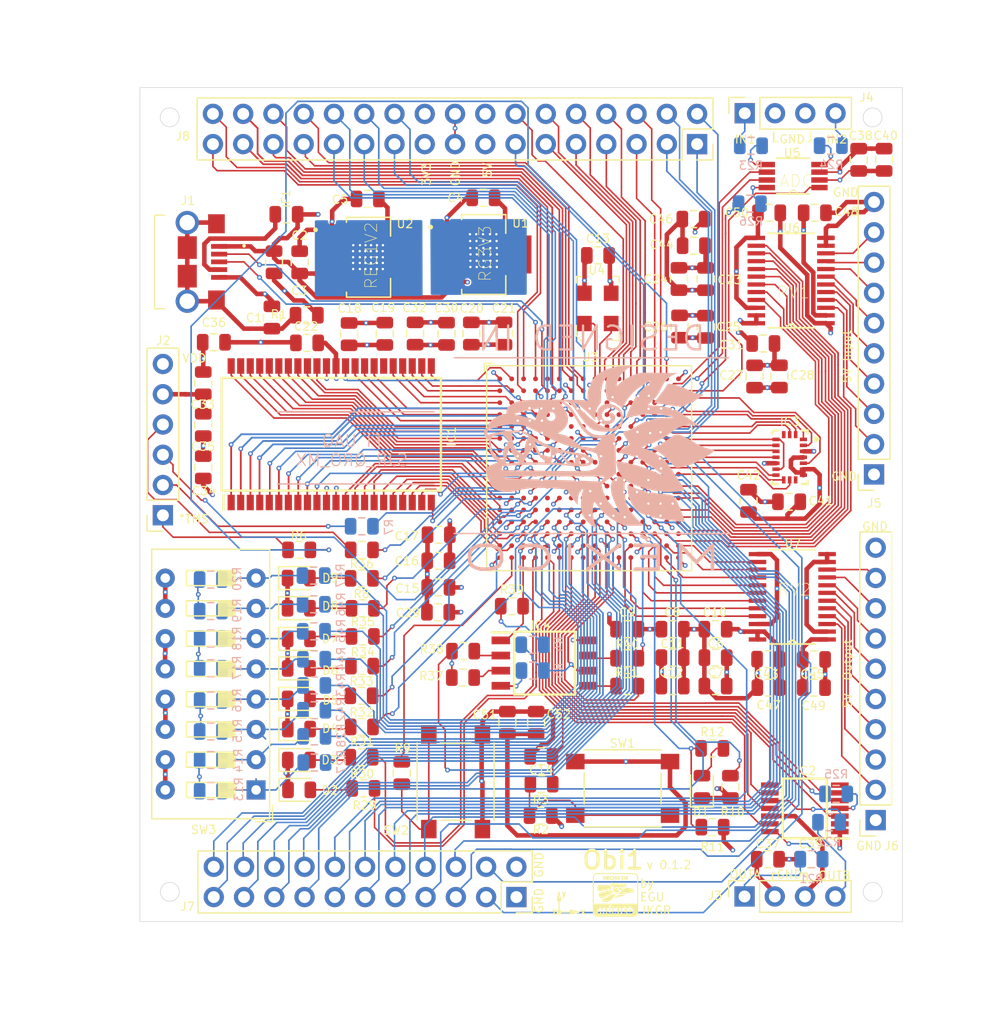
<source format=kicad_pcb>
(kicad_pcb (version 20171130) (host pcbnew 5.1.9)
  (layers (0 F.Cu signal) (1 VCC power) (2 GND power) (31 B.Cu signal) (34 B.Paste user) (35 F.Paste user) (36 B.SilkS user) (37 F.SilkS user) (38 B.Mask user) (39 F.Mask user) (44 Edge.Cuts user))
  (net 0 "")
  (net 1 +5V)
  (net 2 +1V2)
  (net 3 "Net-(D1-Pad2)")
  (net 4 XC_R11)
  (net 5 XC_T3)
  (net 6 RAM_A17)
  (net 7 RAM_A16)
  (net 8 RAM_A15)
  (net 9 RAM_OE)
  (net 10 RAM_UB)
  (net 11 RAM_LB)
  (net 12 RAM_IO15)
  (net 13 RAM_IO14)
  (net 14 RAM_IO13)
  (net 15 RAM_IO12)
  (net 16 RAM_IO11)
  (net 17 RAM_IO10)
  (net 18 RAM_IO9)
  (net 19 RAM_IO8)
  (net 20 RAM_A14)
  (net 21 RAM_A13)
  (net 22 RAM_A12)
  (net 23 RAM_A10)
  (net 24 RAM_A9)
  (net 25 RAM_A8)
  (net 26 RAM_A7)
  (net 27 RAM_A6)
  (net 28 RAM_A5)
  (net 29 RAM_WE)
  (net 30 RAM_IO7)
  (net 31 RAM_IO6)
  (net 32 RAM_IO5)
  (net 33 RAM_IO4)
  (net 34 RAM_IO3)
  (net 35 RAM_IO2)
  (net 36 RAM_IO1)
  (net 37 RAM_IO0)
  (net 38 RAM_CE)
  (net 39 RAM_A4)
  (net 40 RAM_A3)
  (net 41 RAM_A2)
  (net 42 RAM_A1)
  (net 43 RAM_A0)
  (net 44 D+)
  (net 45 D-)
  (net 46 TDO)
  (net 47 TCK)
  (net 48 TDI)
  (net 49 TMS)
  (net 50 XC_N12)
  (net 51 XC_P10)
  (net 52 XC_P12)
  (net 53 XC_T10)
  (net 54 DAC_VOUTA)
  (net 55 DAC_VREFA)
  (net 56 DAC_VREFB)
  (net 57 DAC_VOUTB)
  (net 58 DAC_SHDN)
  (net 59 DAC_LDAC)
  (net 60 DAC_SDI)
  (net 61 DAC_SCK)
  (net 62 DAC_CS)
  (net 63 IMU_CSB3)
  (net 64 IMU_INT1)
  (net 65 IMU_MISO)
  (net 66 IMU_CSB1)
  (net 67 IMU_INT4)
  (net 68 IMU_INT3)
  (net 69 IMU_SDX)
  (net 70 IMU_INT5)
  (net 71 IMU_SCX)
  (net 72 IMU_CSB2)
  (net 73 IMU_DRDYM)
  (net 74 IMU_INT2)
  (net 75 ADC_IN1)
  (net 76 ADC_IN2)
  (net 77 ADC_DIN)
  (net 78 ADC_CS)
  (net 79 ADC_SCLK)
  (net 80 ADC_DOUT)
  (net 81 I00_5v)
  (net 82 I01_5v)
  (net 83 I02_5v)
  (net 84 I03_5v)
  (net 85 I04_5v)
  (net 86 I05_5v)
  (net 87 I06_5v)
  (net 88 I07_5v)
  (net 89 O07_5v)
  (net 90 O06_5v)
  (net 91 O05_5v)
  (net 92 O04_5v)
  (net 93 O03_5v)
  (net 94 O02_5v)
  (net 95 O01_5v)
  (net 96 O00_5v)
  (net 97 DS_1)
  (net 98 DS_2)
  (net 99 DS_2_XC4)
  (net 100 DS_2_XC5)
  (net 101 DS_2_XC6)
  (net 102 DS_2_XC7)
  (net 103 3v3_2_XC07)
  (net 104 3v3_2_XC06)
  (net 105 3v3_2_XC05)
  (net 106 3v3_2_XC04)
  (net 107 3v3_2_XC03)
  (net 108 3v3_2_XC02)
  (net 109 3v3_2_XC01)
  (net 110 3v3_2_XC00)
  (net 111 3v3_2_XC15)
  (net 112 3v3_2_XC13)
  (net 113 3v3_2_XC09)
  (net 114 3v3_2_XC11)
  (net 115 3v3_2_XC14)
  (net 116 3v3_2_XC12)
  (net 117 3v3_2_XC10)
  (net 118 3v3_2_XC08)
  (net 119 "Net-(C1-Pad1)")
  (net 120 XC_RST)
  (net 121 "Net-(D2-Pad2)")
  (net 122 "Net-(D3-Pad2)")
  (net 123 "Net-(D4-Pad2)")
  (net 124 "Net-(D5-Pad2)")
  (net 125 "Net-(D6-Pad2)")
  (net 126 "Net-(D7-Pad2)")
  (net 127 "Net-(D8-Pad2)")
  (net 128 "Net-(D9-Pad2)")
  (net 129 "Net-(IC4-Pad7)")
  (net 130 "Net-(IC4-Pad5)")
  (net 131 "Net-(IC4-Pad3)")
  (net 132 "Net-(IC4-Pad2)")
  (net 133 "Net-(J2-Pad1)")
  (net 134 "Net-(J2-Pad2)")
  (net 135 "Net-(J2-Pad4)")
  (net 136 "Net-(R2-Pad1)")
  (net 137 "Net-(R9-Pad2)")
  (net 138 "Net-(R9-Pad1)")
  (net 139 "Net-(R10-Pad2)")
  (net 140 "Net-(R11-Pad2)")
  (net 141 LED_1)
  (net 142 LED_2)
  (net 143 LED_3)
  (net 144 LED_4)
  (net 145 LED_5)
  (net 146 LED_6)
  (net 147 LED_7)
  (net 148 LED_8)
  (net 149 IO_F02)
  (net 150 IO_F06)
  (net 151 OSC_ED)
  (net 152 IO_G02)
  (net 153 IO_G04)
  (net 154 IO_H04)
  (net 155 IO_H07)
  (net 156 IO_G03)
  (net 157 IO_G01)
  (net 158 IO_F01)
  (net 159 IO_F00)
  (net 160 IO_G00)
  (net 161 OSC_OUT)
  (net 162 IO_E07)
  (net 163 IO_F07)
  (net 164 IO_H01)
  (net 165 IO_H06)
  (net 166 IO_H03)
  (net 167 IO_D02)
  (net 168 IO_B06)
  (net 169 IO_C06)
  (net 170 IO_C01)
  (net 171 IO_C03)
  (net 172 IO_C04)
  (net 173 IO_C02)
  (net 174 IO_A02)
  (net 175 IO_B07)
  (net 176 IO_C00)
  (net 177 IO_B04)
  (net 178 IO_B02)
  (net 179 IO_E01)
  (net 180 IO_E02)
  (net 181 IO_E04)
  (net 182 IO_E05)
  (net 183 IO_A03)
  (net 184 IO_B01)
  (net 185 IO_A06)
  (net 186 IO_A01)
  (net 187 +3V3)
  (net 188 GND)
  (net 189 RAM_A11)
  (net 190 IO_I00)
  (net 191 IO_I02)
  (net 192 IO_I06)
  (net 193 IO_I05)
  (net 194 IO_I01)
  (net 195 DS_2_XC1)
  (net 196 DS_2_XC2)
  (net 197 DS_3)
  (net 198 DS_4)
  (net 199 DS_5)
  (net 200 DS_6)
  (net 201 DS_7)
  (net 202 DS_8)
  (net 203 IO_E06)
  (net 204 "Net-(F1-Pad2)")
  (net 205 "Net-(J3-Pad1)")
  (net 206 "Net-(J3-Pad4)")
  (net 207 "Net-(J4-Pad4)")
  (net 208 "Net-(J4-Pad1)")
  (net 209 "Net-(IC2-Pad4)")
  (net 210 "Net-(R26-Pad1)")
  (net 211 IO_B03)
  (net 212 IO_B05)
  (net 213 IO_D04)
  (net 214 IO_A07)
  (net 215 IO_A04)
  (net 216 IO_B00)
  (net 217 IO_D01)
  (net 218 IO_D05)
  (module egalan_lib:qzc (layer B.Cu) (at 161.14 94.46 180)
    (fp_text reference G*** hide)
    (fp_text value LOGO hide)
  )
  (module Resistor_SMD:R_0805_2012Metric (layer B.Cu) (at 137.28 104.62 180)
    (fp_text reference R47 (at -2.26 0.01 90) (layer B.SilkS) (effects (font (size 0.7 0.7) (thickness 0.1)) (justify mirror)))
    (fp_text value 20)
    (pad 2 smd roundrect (at 0.9375 0 180) (size 0.975 1.4) (layers B.Cu B.Paste B.Mask) (net 202 DS_8))
    (pad 1 smd roundrect (at -0.9375 0 180) (size 0.975 1.4) (layers B.Cu B.Paste B.Mask) (net 218 IO_D05))
  )
  (module Resistor_SMD:R_0805_2012Metric (layer B.Cu) (at 137.29 107.03 180)
    (fp_text reference R46 (at -2.28 -0.01 90) (layer B.SilkS) (effects (font (size 0.7 0.7) (thickness 0.1)) (justify mirror)))
    (fp_text value 20)
    (pad 2 smd roundrect (at 0.9375 0 180) (size 0.975 1.4) (layers B.Cu B.Paste B.Mask) (net 201 DS_7))
    (pad 1 smd roundrect (at -0.9375 0 180) (size 0.975 1.4) (layers B.Cu B.Paste B.Mask) (net 217 IO_D01))
  )
  (module Resistor_SMD:R_0805_2012Metric (layer B.Cu) (at 137.3 109.3 180)
    (fp_text reference R45 (at -2.27 0.03 90) (layer B.SilkS) (effects (font (size 0.7 0.7) (thickness 0.1)) (justify mirror)))
    (fp_text value 20)
    (pad 2 smd roundrect (at 0.9375 0 180) (size 0.975 1.4) (layers B.Cu B.Paste B.Mask) (net 200 DS_6))
    (pad 1 smd roundrect (at -0.9375 0 180) (size 0.975 1.4) (layers B.Cu B.Paste B.Mask) (net 216 IO_B00))
  )
  (module Resistor_SMD:R_0805_2012Metric (layer B.Cu) (at 137.32 111.64 180)
    (fp_text reference R44 (at -2.27 0.02 90) (layer B.SilkS) (effects (font (size 0.7 0.7) (thickness 0.1)) (justify mirror)))
    (fp_text value 20)
    (pad 2 smd roundrect (at 0.9375 0 180) (size 0.975 1.4) (layers B.Cu B.Paste B.Mask) (net 199 DS_5))
    (pad 1 smd roundrect (at -0.9375 0 180) (size 0.975 1.4) (layers B.Cu B.Paste B.Mask) (net 215 IO_A04))
  )
  (module Resistor_SMD:R_0805_2012Metric (layer B.Cu) (at 137.33 113.84 180)
    (fp_text reference R43 (at -2.25 0.03 90) (layer B.SilkS) (effects (font (size 0.7 0.7) (thickness 0.1)) (justify mirror)))
    (fp_text value 20)
    (pad 2 smd roundrect (at 0.9375 0 180) (size 0.975 1.4) (layers B.Cu B.Paste B.Mask) (net 198 DS_4))
    (pad 1 smd roundrect (at -0.9375 0 180) (size 0.975 1.4) (layers B.Cu B.Paste B.Mask) (net 214 IO_A07))
  )
  (module Resistor_SMD:R_0805_2012Metric (layer B.Cu) (at 137.33 115.92 180)
    (fp_text reference R42 (at -2.24 0.03 90) (layer B.SilkS) (effects (font (size 0.7 0.7) (thickness 0.1)) (justify mirror)))
    (fp_text value 20)
    (pad 2 smd roundrect (at 0.9375 0 180) (size 0.975 1.4) (layers B.Cu B.Paste B.Mask) (net 197 DS_3))
    (pad 1 smd roundrect (at -0.9375 0 180) (size 0.975 1.4) (layers B.Cu B.Paste B.Mask) (net 213 IO_D04))
  )
  (module Resistor_SMD:R_0805_2012Metric (layer B.Cu) (at 137.34 118.11 180)
    (fp_text reference R28 (at -2.26 0.06 90) (layer B.SilkS) (effects (font (size 0.7 0.7) (thickness 0.1)) (justify mirror)))
    (fp_text value 20)
    (pad 2 smd roundrect (at 0.9375 0 180) (size 0.975 1.4) (layers B.Cu B.Paste B.Mask) (net 98 DS_2))
    (pad 1 smd roundrect (at -0.9375 0 180) (size 0.975 1.4) (layers B.Cu B.Paste B.Mask) (net 212 IO_B05))
  )
  (module Resistor_SMD:R_0805_2012Metric (layer B.Cu) (at 137.35 120.31 180)
    (fp_text reference R27 (at -2.27 0.06 90) (layer B.SilkS) (effects (font (size 0.7 0.7) (thickness 0.1)) (justify mirror)))
    (fp_text value 20)
    (pad 2 smd roundrect (at 0.9375 0 180) (size 0.975 1.4) (layers B.Cu B.Paste B.Mask) (net 97 DS_1))
    (pad 1 smd roundrect (at -0.9375 0 180) (size 0.975 1.4) (layers B.Cu B.Paste B.Mask) (net 211 IO_B03))
  )
  (module Resistor_SMD:R_0805_2012Metric (layer B.Cu) (at 173.89 73.41 180)
    (fp_text reference R26 (at -0.12 -1.48) (layer B.SilkS) (effects (font (size 0.7 0.7) (thickness 0.1)) (justify mirror)))
    (fp_text value 50)
    (pad 2 smd roundrect (at 0.9375 0 180) (size 0.975 1.4) (layers B.Cu B.Paste B.Mask) (net 79 ADC_SCLK))
    (pad 1 smd roundrect (at -0.9375 0 180) (size 0.975 1.4) (layers B.Cu B.Paste B.Mask) (net 210 "Net-(R26-Pad1)"))
  )
  (module Resistor_SMD:R_0805_2012Metric (layer B.Cu) (at 181.14 122.94 180)
    (fp_text reference R25 (at 0 1.65) (layer B.SilkS) (effects (font (size 0.7 0.7) (thickness 0.1)) (justify mirror)))
    (fp_text value 50)
    (pad 2 smd roundrect (at 0.9375 0 180) (size 0.975 1.4) (layers B.Cu B.Paste B.Mask) (net 61 DAC_SCK))
    (pad 1 smd roundrect (at -0.9375 0 180) (size 0.975 1.4) (layers B.Cu B.Paste B.Mask) (net 209 "Net-(IC2-Pad4)"))
  )
  (module egalan_lib:axis (layer F.Cu) (at 158.36 132.24)
    (fp_text reference G*** hide)
    (fp_text value LOGO hide)
  )
  (module egalan_lib:mx (layer F.Cu) (at 162.62 131.41)
    (fp_text reference G*** hide)
    (fp_text value LOGO hide)
  )
  (module Resistor_SMD:R_0805_2012Metric (layer B.Cu) (at 180.6875 68.54 180)
    (fp_text reference R24 (at -0.0525 -1.6) (layer B.SilkS) (effects (font (size 0.7 0.7) (thickness 0.1)) (justify mirror)))
    (fp_text value 50)
    (pad 2 smd roundrect (at 0.9375 0 180) (size 0.975 1.4) (layers B.Cu B.Paste B.Mask) (net 76 ADC_IN2))
    (pad 1 smd roundrect (at -0.9375 0 180) (size 0.975 1.4) (layers B.Cu B.Paste B.Mask) (net 207 "Net-(J4-Pad4)"))
  )
  (module Resistor_SMD:R_0805_2012Metric (layer B.Cu) (at 173.99 68.55)
    (fp_text reference R23 (at 0 1.65) (layer B.SilkS) (effects (font (size 0.7 0.7) (thickness 0.1)) (justify mirror)))
    (fp_text value 50)
    (pad 2 smd roundrect (at 0.9375 0) (size 0.975 1.4) (layers B.Cu B.Paste B.Mask) (net 75 ADC_IN1))
    (pad 1 smd roundrect (at -0.9375 0) (size 0.975 1.4) (layers B.Cu B.Paste B.Mask) (net 208 "Net-(J4-Pad1)"))
  )
  (module Resistor_SMD:R_0805_2012Metric (layer B.Cu) (at 180.55 125.32)
    (fp_text reference R22 (at 0 1.65) (layer B.SilkS) (effects (font (size 0.7 0.7) (thickness 0.1)) (justify mirror)))
    (fp_text value 50)
    (pad 2 smd roundrect (at 0.9375 0) (size 0.975 1.4) (layers B.Cu B.Paste B.Mask) (net 57 DAC_VOUTB))
    (pad 1 smd roundrect (at -0.9375 0) (size 0.975 1.4) (layers B.Cu B.Paste B.Mask) (net 206 "Net-(J3-Pad4)"))
  )
  (module Resistor_SMD:R_0805_2012Metric (layer B.Cu) (at 179.07 128.42)
    (fp_text reference R21 (at 0 1.65) (layer B.SilkS) (effects (font (size 0.7 0.7) (thickness 0.1)) (justify mirror)))
    (fp_text value 50)
    (pad 2 smd roundrect (at 0.9375 0) (size 0.975 1.4) (layers B.Cu B.Paste B.Mask) (net 54 DAC_VOUTA))
    (pad 1 smd roundrect (at -0.9375 0) (size 0.975 1.4) (layers B.Cu B.Paste B.Mask) (net 205 "Net-(J3-Pad1)"))
  )
  (module egalan_lib:LGA_PACKAGE_20_PINS (layer F.Cu) (at 177.2412 94.6912)
    (fp_text reference IC3 (at 0.02 -2.9912) (layer F.SilkS) (effects (font (size 0.7 0.7) (thickness 0.1))))
    (fp_text value IMU hide)
    (pad 20 smd rect (at 0.5 -1.9) (size 0.3 0.6) (layers F.Cu F.Paste F.Mask) (net 63 IMU_CSB3))
    (pad 19 smd rect (at 0 -1.9) (size 0.3 0.6) (layers F.Cu F.Paste F.Mask) (net 64 IMU_INT1))
    (pad 18 smd rect (at -0.5 -1.9) (size 0.3 0.6) (layers F.Cu F.Paste F.Mask))
    (pad 17 smd rect (at -1.15 -1.5 90) (size 0.3 0.6) (layers F.Cu F.Paste F.Mask) (net 65 IMU_MISO))
    (pad 16 smd rect (at -1.15 -1 90) (size 0.3 0.6) (layers F.Cu F.Paste F.Mask) (net 66 IMU_CSB1))
    (pad 15 smd rect (at -1.15 -0.5 90) (size 0.3 0.6) (layers F.Cu F.Paste F.Mask) (net 67 IMU_INT4))
    (pad 14 smd rect (at -1.15 0 90) (size 0.3 0.6) (layers F.Cu F.Paste F.Mask) (net 68 IMU_INT3))
    (pad 13 smd rect (at -1.15 0.5 90) (size 0.3 0.6) (layers F.Cu F.Paste F.Mask) (net 187 +3V3))
    (pad 12 smd rect (at -1.15 1 90) (size 0.3 0.6) (layers F.Cu F.Paste F.Mask) (net 65 IMU_MISO))
    (pad 11 smd rect (at -1.15 1.5 90) (size 0.3 0.6) (layers F.Cu F.Paste F.Mask) (net 69 IMU_SDX))
    (pad 10 smd rect (at -0.5 1.9) (size 0.3 0.6) (layers F.Cu F.Paste F.Mask) (net 70 IMU_INT5))
    (pad 9 smd rect (at 0 1.9) (size 0.3 0.6) (layers F.Cu F.Paste F.Mask) (net 71 IMU_SCX))
    (pad 8 smd rect (at 0.5 1.9) (size 0.3 0.6) (layers F.Cu F.Paste F.Mask))
    (pad 7 smd rect (at 1.15 1.5 90) (size 0.3 0.6) (layers F.Cu F.Paste F.Mask) (net 188 GND))
    (pad 6 smd rect (at 1.15 1 90) (size 0.3 0.6) (layers F.Cu F.Paste F.Mask) (net 188 GND))
    (pad 5 smd rect (at 1.15 0.5 90) (size 0.3 0.6) (layers F.Cu F.Paste F.Mask) (net 72 IMU_CSB2))
    (pad 4 smd rect (at 1.15 0 90) (size 0.3 0.6) (layers F.Cu F.Paste F.Mask) (net 188 GND))
    (pad 3 smd rect (at 1.15 -0.5 90) (size 0.3 0.6) (layers F.Cu F.Paste F.Mask) (net 187 +3V3))
    (pad 2 smd rect (at 1.15 -1 90) (size 0.3 0.6) (layers F.Cu F.Paste F.Mask) (net 73 IMU_DRDYM))
    (pad 1 smd rect (at 1.15 -1.5 90) (size 0.3 0.6) (layers F.Cu F.Paste F.Mask) (net 74 IMU_INT2))
  )
  (module Connector_PinSocket_2.54mm:PinSocket_2x11_P2.54mm_Vertical (layer F.Cu) (at 154.3 131.6 270)
    (fp_text reference J7 (at 0.8 27.6 180) (layer F.SilkS) (effects (font (size 0.7 0.7) (thickness 0.1))))
    (fp_text value Conn_02x11_Counter_Clockwise)
    (pad 22 thru_hole oval (at -2.54 25.4 270) (size 1.7 1.7) (drill 1) (layers *.Cu *.Mask) (net 178 IO_B02))
    (pad 21 thru_hole oval (at 0 25.4 270) (size 1.7 1.7) (drill 1) (layers *.Cu *.Mask) (net 168 IO_B06))
    (pad 20 thru_hole oval (at -2.54 22.86 270) (size 1.7 1.7) (drill 1) (layers *.Cu *.Mask) (net 184 IO_B01))
    (pad 19 thru_hole oval (at 0 22.86 270) (size 1.7 1.7) (drill 1) (layers *.Cu *.Mask) (net 185 IO_A06))
    (pad 18 thru_hole oval (at -2.54 20.32 270) (size 1.7 1.7) (drill 1) (layers *.Cu *.Mask) (net 183 IO_A03))
    (pad 17 thru_hole oval (at 0 20.32 270) (size 1.7 1.7) (drill 1) (layers *.Cu *.Mask) (net 186 IO_A01))
    (pad 16 thru_hole oval (at -2.54 17.78 270) (size 1.7 1.7) (drill 1) (layers *.Cu *.Mask) (net 174 IO_A02))
    (pad 15 thru_hole oval (at 0 17.78 270) (size 1.7 1.7) (drill 1) (layers *.Cu *.Mask) (net 102 DS_2_XC7))
    (pad 14 thru_hole oval (at -2.54 15.24 270) (size 1.7 1.7) (drill 1) (layers *.Cu *.Mask) (net 179 IO_E01))
    (pad 13 thru_hole oval (at 0 15.24 270) (size 1.7 1.7) (drill 1) (layers *.Cu *.Mask) (net 182 IO_E05))
    (pad 12 thru_hole oval (at -2.54 12.7 270) (size 1.7 1.7) (drill 1) (layers *.Cu *.Mask) (net 203 IO_E06))
    (pad 11 thru_hole oval (at 0 12.7 270) (size 1.7 1.7) (drill 1) (layers *.Cu *.Mask) (net 180 IO_E02))
    (pad 10 thru_hole oval (at -2.54 10.16 270) (size 1.7 1.7) (drill 1) (layers *.Cu *.Mask) (net 181 IO_E04))
    (pad 9 thru_hole oval (at 0 10.16 270) (size 1.7 1.7) (drill 1) (layers *.Cu *.Mask) (net 100 DS_2_XC5))
    (pad 8 thru_hole oval (at -2.54 7.62 270) (size 1.7 1.7) (drill 1) (layers *.Cu *.Mask) (net 101 DS_2_XC6))
    (pad 7 thru_hole oval (at 0 7.62 270) (size 1.7 1.7) (drill 1) (layers *.Cu *.Mask) (net 99 DS_2_XC4))
    (pad 6 thru_hole oval (at -2.54 5.08 270) (size 1.7 1.7) (drill 1) (layers *.Cu *.Mask) (net 196 DS_2_XC2))
    (pad 5 thru_hole oval (at 0 5.08 270) (size 1.7 1.7) (drill 1) (layers *.Cu *.Mask) (net 170 IO_C01))
    (pad 4 thru_hole oval (at -2.54 2.54 270) (size 1.7 1.7) (drill 1) (layers *.Cu *.Mask) (net 195 DS_2_XC1))
    (pad 3 thru_hole oval (at 0 2.54 270) (size 1.7 1.7) (drill 1) (layers *.Cu *.Mask) (net 176 IO_C00))
    (pad 2 thru_hole oval (at -2.54 0 270) (size 1.7 1.7) (drill 1) (layers *.Cu *.Mask) (net 188 GND))
    (pad 1 thru_hole rect (at 0 0 270) (size 1.7 1.7) (drill 1) (layers *.Cu *.Mask) (net 188 GND))
  )
  (module egalan_lib:SOP65P640X110-24N (layer F.Cu) (at 177.36 79.86 180)
    (fp_text reference U6 (at -0.04 4.41) (layer F.SilkS) (effects (font (size 0.7 0.7) (thickness 0.1))))
    (fp_text value RV1 (at -0.19 -0.99) (layer F.SilkS) (effects (font (thickness 0.05))))
    (pad 24 smd rect (at 2.921 -3.5814 180) (size 1.4732 0.3556) (layers F.Cu F.Paste F.Mask) (net 187 +3V3))
    (pad 23 smd rect (at 2.921 -2.921 180) (size 1.4732 0.3556) (layers F.Cu F.Paste F.Mask) (net 187 +3V3))
    (pad 22 smd rect (at 2.921 -2.286 180) (size 1.4732 0.3556) (layers F.Cu F.Paste F.Mask) (net 188 GND))
    (pad 21 smd rect (at 2.921 -1.6256 180) (size 1.4732 0.3556) (layers F.Cu F.Paste F.Mask) (net 110 3v3_2_XC00))
    (pad 20 smd rect (at 2.921 -0.9652 180) (size 1.4732 0.3556) (layers F.Cu F.Paste F.Mask) (net 109 3v3_2_XC01))
    (pad 19 smd rect (at 2.921 -0.3302 180) (size 1.4732 0.3556) (layers F.Cu F.Paste F.Mask) (net 108 3v3_2_XC02))
    (pad 18 smd rect (at 2.921 0.3302 180) (size 1.4732 0.3556) (layers F.Cu F.Paste F.Mask) (net 107 3v3_2_XC03))
    (pad 17 smd rect (at 2.921 0.9652 180) (size 1.4732 0.3556) (layers F.Cu F.Paste F.Mask) (net 106 3v3_2_XC04))
    (pad 16 smd rect (at 2.921 1.6256 180) (size 1.4732 0.3556) (layers F.Cu F.Paste F.Mask) (net 105 3v3_2_XC05))
    (pad 15 smd rect (at 2.921 2.286 180) (size 1.4732 0.3556) (layers F.Cu F.Paste F.Mask) (net 104 3v3_2_XC06))
    (pad 14 smd rect (at 2.921 2.921 180) (size 1.4732 0.3556) (layers F.Cu F.Paste F.Mask) (net 103 3v3_2_XC07))
    (pad 13 smd rect (at 2.921 3.5814 180) (size 1.4732 0.3556) (layers F.Cu F.Paste F.Mask) (net 188 GND))
    (pad 12 smd rect (at -2.921 3.5814 180) (size 1.4732 0.3556) (layers F.Cu F.Paste F.Mask) (net 188 GND))
    (pad 11 smd rect (at -2.921 2.921 180) (size 1.4732 0.3556) (layers F.Cu F.Paste F.Mask) (net 188 GND))
    (pad 10 smd rect (at -2.921 2.286 180) (size 1.4732 0.3556) (layers F.Cu F.Paste F.Mask) (net 88 I07_5v))
    (pad 9 smd rect (at -2.921 1.6256 180) (size 1.4732 0.3556) (layers F.Cu F.Paste F.Mask) (net 87 I06_5v))
    (pad 8 smd rect (at -2.921 0.9652 180) (size 1.4732 0.3556) (layers F.Cu F.Paste F.Mask) (net 86 I05_5v))
    (pad 7 smd rect (at -2.921 0.3302 180) (size 1.4732 0.3556) (layers F.Cu F.Paste F.Mask) (net 85 I04_5v))
    (pad 6 smd rect (at -2.921 -0.3302 180) (size 1.4732 0.3556) (layers F.Cu F.Paste F.Mask) (net 84 I03_5v))
    (pad 5 smd rect (at -2.921 -0.9652 180) (size 1.4732 0.3556) (layers F.Cu F.Paste F.Mask) (net 83 I02_5v))
    (pad 4 smd rect (at -2.921 -1.6256 180) (size 1.4732 0.3556) (layers F.Cu F.Paste F.Mask) (net 82 I01_5v))
    (pad 3 smd rect (at -2.921 -2.286 180) (size 1.4732 0.3556) (layers F.Cu F.Paste F.Mask) (net 81 I00_5v))
    (pad 2 smd rect (at -2.921 -2.921 180) (size 1.4732 0.3556) (layers F.Cu F.Paste F.Mask) (net 187 +3V3))
    (pad 1 smd rect (at -2.921 -3.5814 180) (size 1.4732 0.3556) (layers F.Cu F.Paste F.Mask) (net 1 +5V))
  )
  (module egalan_lib:SOP65P640X120-14N (layer F.Cu) (at 178.5112 124.1552 180)
    (fp_text reference IC2 (at -0.0888 3.1552) (layer F.SilkS) (effects (font (size 0.7 0.7) (thickness 0.1))))
    (fp_text value DAC hide)
    (pad 1 smd rect (at -2.938 -1.95 270) (size 0.45 1.475) (layers F.Cu F.Paste F.Mask) (net 187 +3V3))
    (pad 2 smd rect (at -2.938 -1.3 270) (size 0.45 1.475) (layers F.Cu F.Paste F.Mask))
    (pad 3 smd rect (at -2.938 -0.65 270) (size 0.45 1.475) (layers F.Cu F.Paste F.Mask) (net 62 DAC_CS))
    (pad 4 smd rect (at -2.938 0 270) (size 0.45 1.475) (layers F.Cu F.Paste F.Mask) (net 209 "Net-(IC2-Pad4)"))
    (pad 5 smd rect (at -2.938 0.65 270) (size 0.45 1.475) (layers F.Cu F.Paste F.Mask) (net 60 DAC_SDI))
    (pad 6 smd rect (at -2.938 1.3 270) (size 0.45 1.475) (layers F.Cu F.Paste F.Mask))
    (pad 7 smd rect (at -2.938 1.95 270) (size 0.45 1.475) (layers F.Cu F.Paste F.Mask))
    (pad 8 smd rect (at 2.938 1.95 270) (size 0.45 1.475) (layers F.Cu F.Paste F.Mask) (net 59 DAC_LDAC))
    (pad 9 smd rect (at 2.938 1.3 270) (size 0.45 1.475) (layers F.Cu F.Paste F.Mask) (net 58 DAC_SHDN))
    (pad 10 smd rect (at 2.938 0.65 270) (size 0.45 1.475) (layers F.Cu F.Paste F.Mask) (net 57 DAC_VOUTB))
    (pad 11 smd rect (at 2.938 0 270) (size 0.45 1.475) (layers F.Cu F.Paste F.Mask) (net 56 DAC_VREFB))
    (pad 12 smd rect (at 2.938 -0.65 270) (size 0.45 1.475) (layers F.Cu F.Paste F.Mask) (net 188 GND))
    (pad 13 smd rect (at 2.938 -1.3 270) (size 0.45 1.475) (layers F.Cu F.Paste F.Mask) (net 55 DAC_VREFA))
    (pad 14 smd rect (at 2.938 -1.95 270) (size 0.45 1.475) (layers F.Cu F.Paste F.Mask) (net 54 DAC_VOUTA))
  )
  (module Package_BGA:BGA-256_17.0x17.0mm_Layout16x16_P1.0mm_Ball0.5mm_Pad0.4mm_NSMD (layer F.Cu) (at 160.408 95.61)
    (fp_text reference U3 (at 0.092 -9.31) (layer F.SilkS) (effects (font (size 0.7 0.7) (thickness 0.1))))
    (fp_text value XC6SLX16-FTG256)
    (pad A1 smd circle (at -7.5 -7.5) (size 0.4 0.4) (layers F.Cu F.Paste F.Mask) (net 188 GND))
    (pad A2 smd circle (at -6.5 -7.5) (size 0.4 0.4) (layers F.Cu F.Paste F.Mask) (net 23 RAM_A10))
    (pad A3 smd circle (at -5.5 -7.5) (size 0.4 0.4) (layers F.Cu F.Paste F.Mask) (net 175 IO_B07))
    (pad A4 smd circle (at -4.5 -7.5) (size 0.4 0.4) (layers F.Cu F.Paste F.Mask) (net 44 D+))
    (pad A5 smd circle (at -3.5 -7.5) (size 0.4 0.4) (layers F.Cu F.Paste F.Mask) (net 167 IO_D02))
    (pad A6 smd circle (at -2.5 -7.5) (size 0.4 0.4) (layers F.Cu F.Paste F.Mask) (net 149 IO_F02))
    (pad A7 smd circle (at -1.5 -7.5) (size 0.4 0.4) (layers F.Cu F.Paste F.Mask) (net 150 IO_F06))
    (pad A8 smd circle (at -0.5 -7.5) (size 0.4 0.4) (layers F.Cu F.Paste F.Mask) (net 152 IO_G02))
    (pad A9 smd circle (at 0.5 -7.5) (size 0.4 0.4) (layers F.Cu F.Paste F.Mask) (net 151 OSC_ED))
    (pad A10 smd circle (at 1.5 -7.5) (size 0.4 0.4) (layers F.Cu F.Paste F.Mask) (net 153 IO_G04))
    (pad A11 smd circle (at 2.5 -7.5) (size 0.4 0.4) (layers F.Cu F.Paste F.Mask) (net 154 IO_H04))
    (pad A12 smd circle (at 3.5 -7.5) (size 0.4 0.4) (layers F.Cu F.Paste F.Mask) (net 190 IO_I00))
    (pad A13 smd circle (at 4.5 -7.5) (size 0.4 0.4) (layers F.Cu F.Paste F.Mask) (net 191 IO_I02))
    (pad A14 smd circle (at 5.5 -7.5) (size 0.4 0.4) (layers F.Cu F.Paste F.Mask) (net 192 IO_I06))
    (pad A15 smd circle (at 6.5 -7.5) (size 0.4 0.4) (layers F.Cu F.Paste F.Mask) (net 49 TMS))
    (pad A16 smd circle (at 7.5 -7.5) (size 0.4 0.4) (layers F.Cu F.Paste F.Mask) (net 188 GND))
    (pad B1 smd circle (at -7.5 -6.5) (size 0.4 0.4) (layers F.Cu F.Paste F.Mask) (net 21 RAM_A13))
    (pad C1 smd circle (at -7.5 -5.5) (size 0.4 0.4) (layers F.Cu F.Paste F.Mask) (net 20 RAM_A14))
    (pad D1 smd circle (at -7.5 -4.5) (size 0.4 0.4) (layers F.Cu F.Paste F.Mask) (net 19 RAM_IO8))
    (pad E1 smd circle (at -7.5 -3.5) (size 0.4 0.4) (layers F.Cu F.Paste F.Mask) (net 15 RAM_IO12))
    (pad F1 smd circle (at -7.5 -2.5) (size 0.4 0.4) (layers F.Cu F.Paste F.Mask) (net 13 RAM_IO14))
    (pad G1 smd circle (at -7.5 -1.5) (size 0.4 0.4) (layers F.Cu F.Paste F.Mask) (net 12 RAM_IO15))
    (pad H1 smd circle (at -7.5 -0.5) (size 0.4 0.4) (layers F.Cu F.Paste F.Mask) (net 10 RAM_UB))
    (pad J1 smd circle (at -7.5 0.5) (size 0.4 0.4) (layers F.Cu F.Paste F.Mask) (net 9 RAM_OE))
    (pad B16 smd circle (at 7.5 -6.5) (size 0.4 0.4) (layers F.Cu F.Paste F.Mask) (net 78 ADC_CS))
    (pad B15 smd circle (at 6.5 -6.5) (size 0.4 0.4) (layers F.Cu F.Paste F.Mask) (net 77 ADC_DIN))
    (pad B14 smd circle (at 5.5 -6.5) (size 0.4 0.4) (layers F.Cu F.Paste F.Mask) (net 193 IO_I05))
    (pad B13 smd circle (at 4.5 -6.5) (size 0.4 0.4) (layers F.Cu F.Paste F.Mask) (net 187 +3V3))
    (pad B12 smd circle (at 3.5 -6.5) (size 0.4 0.4) (layers F.Cu F.Paste F.Mask) (net 155 IO_H07))
    (pad B11 smd circle (at 2.5 -6.5) (size 0.4 0.4) (layers F.Cu F.Paste F.Mask) (net 188 GND))
    (pad B10 smd circle (at 1.5 -6.5) (size 0.4 0.4) (layers F.Cu F.Paste F.Mask) (net 156 IO_G03))
    (pad B9 smd circle (at 0.5 -6.5) (size 0.4 0.4) (layers F.Cu F.Paste F.Mask) (net 187 +3V3))
    (pad B8 smd circle (at -0.5 -6.5) (size 0.4 0.4) (layers F.Cu F.Paste F.Mask) (net 157 IO_G01))
    (pad B7 smd circle (at -1.5 -6.5) (size 0.4 0.4) (layers F.Cu F.Paste F.Mask) (net 188 GND))
    (pad B6 smd circle (at -2.5 -6.5) (size 0.4 0.4) (layers F.Cu F.Paste F.Mask) (net 158 IO_F01))
    (pad B5 smd circle (at -3.5 -6.5) (size 0.4 0.4) (layers F.Cu F.Paste F.Mask) (net 45 D-))
    (pad B2 smd circle (at -6.5 -6.5) (size 0.4 0.4) (layers F.Cu F.Paste F.Mask) (net 189 RAM_A11))
    (pad B3 smd circle (at -5.5 -6.5) (size 0.4 0.4) (layers F.Cu F.Paste F.Mask) (net 177 IO_B04))
    (pad B4 smd circle (at -4.5 -6.5) (size 0.4 0.4) (layers F.Cu F.Paste F.Mask) (net 187 +3V3))
    (pad C2 smd circle (at -6.5 -5.5) (size 0.4 0.4) (layers F.Cu F.Paste F.Mask) (net 17 RAM_IO10))
    (pad C3 smd circle (at -5.5 -5.5) (size 0.4 0.4) (layers F.Cu F.Paste F.Mask) (net 16 RAM_IO11))
    (pad C4 smd circle (at -4.5 -5.5) (size 0.4 0.4) (layers F.Cu F.Paste F.Mask) (net 188 GND))
    (pad C5 smd circle (at -3.5 -5.5) (size 0.4 0.4) (layers F.Cu F.Paste F.Mask) (net 159 IO_F00))
    (pad C6 smd circle (at -2.5 -5.5) (size 0.4 0.4) (layers F.Cu F.Paste F.Mask) (net 160 IO_G00))
    (pad C7 smd circle (at -1.5 -5.5) (size 0.4 0.4) (layers F.Cu F.Paste F.Mask))
    (pad C8 smd circle (at -0.5 -5.5) (size 0.4 0.4) (layers F.Cu F.Paste F.Mask))
    (pad C9 smd circle (at 0.5 -5.5) (size 0.4 0.4) (layers F.Cu F.Paste F.Mask) (net 161 OSC_OUT))
    (pad D2 smd circle (at -6.5 -4.5) (size 0.4 0.4) (layers F.Cu F.Paste F.Mask) (net 187 +3V3))
    (pad D3 smd circle (at -5.5 -4.5) (size 0.4 0.4) (layers F.Cu F.Paste F.Mask) (net 18 RAM_IO9))
    (pad D4 smd circle (at -4.5 -4.5) (size 0.4 0.4) (layers F.Cu F.Paste F.Mask) (net 188 GND))
    (pad D5 smd circle (at -3.5 -4.5) (size 0.4 0.4) (layers F.Cu F.Paste F.Mask) (net 162 IO_E07))
    (pad D6 smd circle (at -2.5 -4.5) (size 0.4 0.4) (layers F.Cu F.Paste F.Mask) (net 163 IO_F07))
    (pad D7 smd circle (at -1.5 -4.5) (size 0.4 0.4) (layers F.Cu F.Paste F.Mask) (net 187 +3V3))
    (pad D8 smd circle (at -0.5 -4.5) (size 0.4 0.4) (layers F.Cu F.Paste F.Mask) (net 164 IO_H01))
    (pad D9 smd circle (at 0.5 -4.5) (size 0.4 0.4) (layers F.Cu F.Paste F.Mask) (net 165 IO_H06))
    (pad E2 smd circle (at -6.5 -3.5) (size 0.4 0.4) (layers F.Cu F.Paste F.Mask) (net 14 RAM_IO13))
    (pad E3 smd circle (at -5.5 -3.5) (size 0.4 0.4) (layers F.Cu F.Paste F.Mask) (net 40 RAM_A3))
    (pad E4 smd circle (at -4.5 -3.5) (size 0.4 0.4) (layers F.Cu F.Paste F.Mask) (net 42 RAM_A1))
    (pad C10 smd circle (at 1.5 -5.5) (size 0.4 0.4) (layers F.Cu F.Paste F.Mask))
    (pad D10 smd circle (at 1.5 -4.5) (size 0.4 0.4) (layers F.Cu F.Paste F.Mask) (net 187 +3V3))
    (pad C11 smd circle (at 2.5 -5.5) (size 0.4 0.4) (layers F.Cu F.Paste F.Mask) (net 166 IO_H03))
    (pad D11 smd circle (at 2.5 -4.5) (size 0.4 0.4) (layers F.Cu F.Paste F.Mask))
    (pad D12 smd circle (at 3.5 -4.5) (size 0.4 0.4) (layers F.Cu F.Paste F.Mask))
    (pad C12 smd circle (at 3.5 -5.5) (size 0.4 0.4) (layers F.Cu F.Paste F.Mask) (net 48 TDI))
    (pad C13 smd circle (at 4.5 -5.5) (size 0.4 0.4) (layers F.Cu F.Paste F.Mask) (net 194 IO_I01))
    (pad C14 smd circle (at 5.5 -5.5) (size 0.4 0.4) (layers F.Cu F.Paste F.Mask) (net 47 TCK))
    (pad D14 smd circle (at 5.5 -4.5) (size 0.4 0.4) (layers F.Cu F.Paste F.Mask) (net 80 ADC_DOUT))
    (pad D13 smd circle (at 4.5 -4.5) (size 0.4 0.4) (layers F.Cu F.Paste F.Mask) (net 188 GND))
    (pad C15 smd circle (at 6.5 -5.5) (size 0.4 0.4) (layers F.Cu F.Paste F.Mask) (net 72 IMU_CSB2))
    (pad D15 smd circle (at 6.5 -4.5) (size 0.4 0.4) (layers F.Cu F.Paste F.Mask) (net 187 +3V3))
    (pad D16 smd circle (at 7.5 -4.5) (size 0.4 0.4) (layers F.Cu F.Paste F.Mask) (net 74 IMU_INT2))
    (pad C16 smd circle (at 7.5 -5.5) (size 0.4 0.4) (layers F.Cu F.Paste F.Mask) (net 73 IMU_DRDYM))
    (pad E13 smd circle (at 4.5 -3.5) (size 0.4 0.4) (layers F.Cu F.Paste F.Mask) (net 169 IO_C06))
    (pad F13 smd circle (at 4.5 -2.5) (size 0.4 0.4) (layers F.Cu F.Paste F.Mask) (net 171 IO_C03))
    (pad G13 smd circle (at 4.5 -1.5) (size 0.4 0.4) (layers F.Cu F.Paste F.Mask) (net 187 +3V3))
    (pad G14 smd circle (at 5.5 -1.5) (size 0.4 0.4) (layers F.Cu F.Paste F.Mask) (net 68 IMU_INT3))
    (pad F14 smd circle (at 5.5 -2.5) (size 0.4 0.4) (layers F.Cu F.Paste F.Mask) (net 173 IO_C02))
    (pad E14 smd circle (at 5.5 -3.5) (size 0.4 0.4) (layers F.Cu F.Paste F.Mask) (net 46 TDO))
    (pad E15 smd circle (at 6.5 -3.5) (size 0.4 0.4) (layers F.Cu F.Paste F.Mask) (net 64 IMU_INT1))
    (pad F15 smd circle (at 6.5 -2.5) (size 0.4 0.4) (layers F.Cu F.Paste F.Mask) (net 66 IMU_CSB1))
    (pad G15 smd circle (at 6.5 -1.5) (size 0.4 0.4) (layers F.Cu F.Paste F.Mask) (net 188 GND))
    (pad G16 smd circle (at 7.5 -1.5) (size 0.4 0.4) (layers F.Cu F.Paste F.Mask) (net 67 IMU_INT4))
    (pad F16 smd circle (at 7.5 -2.5) (size 0.4 0.4) (layers F.Cu F.Paste F.Mask) (net 65 IMU_MISO))
    (pad E16 smd circle (at 7.5 -3.5) (size 0.4 0.4) (layers F.Cu F.Paste F.Mask) (net 63 IMU_CSB3))
    (pad F2 smd circle (at -6.5 -2.5) (size 0.4 0.4) (layers F.Cu F.Paste F.Mask) (net 34 RAM_IO3))
    (pad F3 smd circle (at -5.5 -2.5) (size 0.4 0.4) (layers F.Cu F.Paste F.Mask) (net 38 RAM_CE))
    (pad F4 smd circle (at -4.5 -2.5) (size 0.4 0.4) (layers F.Cu F.Paste F.Mask) (net 41 RAM_A2))
    (pad G4 smd circle (at -4.5 -1.5) (size 0.4 0.4) (layers F.Cu F.Paste F.Mask) (net 187 +3V3))
    (pad G3 smd circle (at -5.5 -1.5) (size 0.4 0.4) (layers F.Cu F.Paste F.Mask) (net 36 RAM_IO1))
    (pad G2 smd circle (at -6.5 -1.5) (size 0.4 0.4) (layers F.Cu F.Paste F.Mask) (net 188 GND))
    (pad H2 smd circle (at -6.5 -0.5) (size 0.4 0.4) (layers F.Cu F.Paste F.Mask) (net 11 RAM_LB))
    (pad H3 smd circle (at -5.5 -0.5) (size 0.4 0.4) (layers F.Cu F.Paste F.Mask) (net 22 RAM_A12))
    (pad H4 smd circle (at -4.5 -0.5) (size 0.4 0.4) (layers F.Cu F.Paste F.Mask) (net 35 RAM_IO2))
    (pad J4 smd circle (at -4.5 0.5) (size 0.4 0.4) (layers F.Cu F.Paste F.Mask) (net 25 RAM_A8))
    (pad J3 smd circle (at -5.5 0.5) (size 0.4 0.4) (layers F.Cu F.Paste F.Mask) (net 8 RAM_A15))
    (pad J2 smd circle (at -6.5 0.5) (size 0.4 0.4) (layers F.Cu F.Paste F.Mask) (net 187 +3V3))
    (pad K1 smd circle (at -7.5 1.5) (size 0.4 0.4) (layers F.Cu F.Paste F.Mask) (net 7 RAM_A16))
    (pad K2 smd circle (at -6.5 1.5) (size 0.4 0.4) (layers F.Cu F.Paste F.Mask) (net 6 RAM_A17))
    (pad K3 smd circle (at -5.5 1.5) (size 0.4 0.4) (layers F.Cu F.Paste F.Mask) (net 24 RAM_A9))
    (pad K4 smd circle (at -4.5 1.5) (size 0.4 0.4) (layers F.Cu F.Paste F.Mask) (net 187 +3V3))
    (pad L4 smd circle (at -4.5 2.5) (size 0.4 0.4) (layers F.Cu F.Paste F.Mask) (net 148 LED_8))
    (pad L3 smd circle (at -5.5 2.5) (size 0.4 0.4) (layers F.Cu F.Paste F.Mask) (net 147 LED_7))
    (pad L2 smd circle (at -6.5 2.5) (size 0.4 0.4) (layers F.Cu F.Paste F.Mask) (net 188 GND))
    (pad L1 smd circle (at -7.5 2.5) (size 0.4 0.4) (layers F.Cu F.Paste F.Mask) (net 33 RAM_IO4))
    (pad M1 smd circle (at -7.5 3.5) (size 0.4 0.4) (layers F.Cu F.Paste F.Mask) (net 32 RAM_IO5))
    (pad M2 smd circle (at -6.5 3.5) (size 0.4 0.4) (layers F.Cu F.Paste F.Mask) (net 31 RAM_IO6))
    (pad M3 smd circle (at -5.5 3.5) (size 0.4 0.4) (layers F.Cu F.Paste F.Mask) (net 146 LED_6))
    (pad M4 smd circle (at -4.5 3.5) (size 0.4 0.4) (layers F.Cu F.Paste F.Mask) (net 145 LED_5))
    (pad N4 smd circle (at -4.5 4.5) (size 0.4 0.4) (layers F.Cu F.Paste F.Mask) (net 143 LED_3))
    (pad P4 smd circle (at -4.5 5.5) (size 0.4 0.4) (layers F.Cu F.Paste F.Mask) (net 217 IO_D01))
    (pad R4 smd circle (at -4.5 6.5) (size 0.4 0.4) (layers F.Cu F.Paste F.Mask) (net 187 +3V3))
    (pad R3 smd circle (at -5.5 6.5) (size 0.4 0.4) (layers F.Cu F.Paste F.Mask) (net 218 IO_D05))
    (pad P3 smd circle (at -5.5 5.5) (size 0.4 0.4) (layers F.Cu F.Paste F.Mask) (net 188 GND))
    (pad N3 smd circle (at -5.5 4.5) (size 0.4 0.4) (layers F.Cu F.Paste F.Mask) (net 144 LED_4))
    (pad N2 smd circle (at -6.5 4.5) (size 0.4 0.4) (layers F.Cu F.Paste F.Mask) (net 187 +3V3))
    (pad P2 smd circle (at -6.5 5.5) (size 0.4 0.4) (layers F.Cu F.Paste F.Mask) (net 28 RAM_A5))
    (pad R2 smd circle (at -6.5 6.5) (size 0.4 0.4) (layers F.Cu F.Paste F.Mask) (net 26 RAM_A7))
    (pad N1 smd circle (at -7.5 4.5) (size 0.4 0.4) (layers F.Cu F.Paste F.Mask) (net 30 RAM_IO7))
    (pad P1 smd circle (at -7.5 5.5) (size 0.4 0.4) (layers F.Cu F.Paste F.Mask) (net 29 RAM_WE))
    (pad R1 smd circle (at -7.5 6.5) (size 0.4 0.4) (layers F.Cu F.Paste F.Mask) (net 27 RAM_A6))
    (pad T1 smd circle (at -7.5 7.5) (size 0.4 0.4) (layers F.Cu F.Paste F.Mask) (net 188 GND))
    (pad T2 smd circle (at -6.5 7.5) (size 0.4 0.4) (layers F.Cu F.Paste F.Mask) (net 137 "Net-(R9-Pad2)"))
    (pad T3 smd circle (at -5.5 7.5) (size 0.4 0.4) (layers F.Cu F.Paste F.Mask) (net 5 XC_T3))
    (pad T4 smd circle (at -4.5 7.5) (size 0.4 0.4) (layers F.Cu F.Paste F.Mask) (net 142 LED_2))
    (pad E8 smd circle (at -0.5 -3.5) (size 0.4 0.4) (layers F.Cu F.Paste F.Mask))
    (pad E7 smd circle (at -1.5 -3.5) (size 0.4 0.4) (layers F.Cu F.Paste F.Mask))
    (pad E6 smd circle (at -2.5 -3.5) (size 0.4 0.4) (layers F.Cu F.Paste F.Mask))
    (pad E5 smd circle (at -3.5 -3.5) (size 0.4 0.4) (layers F.Cu F.Paste F.Mask) (net 187 +3V3))
    (pad F5 smd circle (at -3.5 -2.5) (size 0.4 0.4) (layers F.Cu F.Paste F.Mask) (net 43 RAM_A0))
    (pad F6 smd circle (at -2.5 -2.5) (size 0.4 0.4) (layers F.Cu F.Paste F.Mask) (net 39 RAM_A4))
    (pad F7 smd circle (at -1.5 -2.5) (size 0.4 0.4) (layers F.Cu F.Paste F.Mask))
    (pad F8 smd circle (at -0.5 -2.5) (size 0.4 0.4) (layers F.Cu F.Paste F.Mask) (net 187 +3V3))
    (pad G5 smd circle (at -3.5 -1.5) (size 0.4 0.4) (layers F.Cu F.Paste F.Mask) (net 37 RAM_IO0))
    (pad G6 smd circle (at -2.5 -1.5) (size 0.4 0.4) (layers F.Cu F.Paste F.Mask))
    (pad G7 smd circle (at -1.5 -1.5) (size 0.4 0.4) (layers F.Cu F.Paste F.Mask) (net 2 +1V2))
    (pad G8 smd circle (at -0.5 -1.5) (size 0.4 0.4) (layers F.Cu F.Paste F.Mask) (net 188 GND))
    (pad H5 smd circle (at -3.5 -0.5) (size 0.4 0.4) (layers F.Cu F.Paste F.Mask))
    (pad H6 smd circle (at -2.5 -0.5) (size 0.4 0.4) (layers F.Cu F.Paste F.Mask) (net 187 +3V3))
    (pad H7 smd circle (at -1.5 -0.5) (size 0.4 0.4) (layers F.Cu F.Paste F.Mask) (net 188 GND))
    (pad H8 smd circle (at -0.5 -0.5) (size 0.4 0.4) (layers F.Cu F.Paste F.Mask) (net 2 +1V2))
    (pad J5 smd circle (at -3.5 0.5) (size 0.4 0.4) (layers F.Cu F.Paste F.Mask) (net 188 GND))
    (pad J6 smd circle (at -2.5 0.5) (size 0.4 0.4) (layers F.Cu F.Paste F.Mask))
    (pad J7 smd circle (at -1.5 0.5) (size 0.4 0.4) (layers F.Cu F.Paste F.Mask) (net 2 +1V2))
    (pad J8 smd circle (at -0.5 0.5) (size 0.4 0.4) (layers F.Cu F.Paste F.Mask) (net 188 GND))
    (pad K5 smd circle (at -3.5 1.5) (size 0.4 0.4) (layers F.Cu F.Paste F.Mask))
    (pad K6 smd circle (at -2.5 1.5) (size 0.4 0.4) (layers F.Cu F.Paste F.Mask))
    (pad K7 smd circle (at -1.5 1.5) (size 0.4 0.4) (layers F.Cu F.Paste F.Mask) (net 188 GND))
    (pad K8 smd circle (at -0.5 1.5) (size 0.4 0.4) (layers F.Cu F.Paste F.Mask) (net 2 +1V2))
    (pad L5 smd circle (at -3.5 2.5) (size 0.4 0.4) (layers F.Cu F.Paste F.Mask))
    (pad L6 smd circle (at -2.5 2.5) (size 0.4 0.4) (layers F.Cu F.Paste F.Mask) (net 187 +3V3))
    (pad L7 smd circle (at -1.5 2.5) (size 0.4 0.4) (layers F.Cu F.Paste F.Mask))
    (pad L8 smd circle (at -0.5 2.5) (size 0.4 0.4) (layers F.Cu F.Paste F.Mask))
    (pad M5 smd circle (at -3.5 3.5) (size 0.4 0.4) (layers F.Cu F.Paste F.Mask))
    (pad M6 smd circle (at -2.5 3.5) (size 0.4 0.4) (layers F.Cu F.Paste F.Mask))
    (pad M7 smd circle (at -1.5 3.5) (size 0.4 0.4) (layers F.Cu F.Paste F.Mask) (net 168 IO_B06))
    (pad P5 smd circle (at -3.5 5.5) (size 0.4 0.4) (layers F.Cu F.Paste F.Mask) (net 215 IO_A04))
    (pad P6 smd circle (at -2.5 5.5) (size 0.4 0.4) (layers F.Cu F.Paste F.Mask) (net 214 IO_A07))
    (pad R5 smd circle (at -3.5 6.5) (size 0.4 0.4) (layers F.Cu F.Paste F.Mask) (net 141 LED_1))
    (pad R6 smd circle (at -2.5 6.5) (size 0.4 0.4) (layers F.Cu F.Paste F.Mask) (net 188 GND))
    (pad T5 smd circle (at -3.5 7.5) (size 0.4 0.4) (layers F.Cu F.Paste F.Mask) (net 120 XC_RST))
    (pad T6 smd circle (at -2.5 7.5) (size 0.4 0.4) (layers F.Cu F.Paste F.Mask) (net 55 DAC_VREFA))
    (pad M8 smd circle (at -0.5 3.5) (size 0.4 0.4) (layers F.Cu F.Paste F.Mask) (net 188 GND))
    (pad N5 smd circle (at -3.5 4.5) (size 0.4 0.4) (layers F.Cu F.Paste F.Mask) (net 216 IO_B00))
    (pad N6 smd circle (at -2.5 4.5) (size 0.4 0.4) (layers F.Cu F.Paste F.Mask) (net 213 IO_D04))
    (pad N7 smd circle (at -1.5 4.5) (size 0.4 0.4) (layers F.Cu F.Paste F.Mask) (net 187 +3V3))
    (pad P11 smd circle (at 2.5 5.5) (size 0.4 0.4) (layers F.Cu F.Paste F.Mask) (net 174 IO_A02))
    (pad P10 smd circle (at 1.5 5.5) (size 0.4 0.4) (layers F.Cu F.Paste F.Mask) (net 51 XC_P10))
    (pad P9 smd circle (at 0.5 5.5) (size 0.4 0.4) (layers F.Cu F.Paste F.Mask) (net 62 DAC_CS))
    (pad P8 smd circle (at -0.5 5.5) (size 0.4 0.4) (layers F.Cu F.Paste F.Mask) (net 211 IO_B03))
    (pad P7 smd circle (at -1.5 5.5) (size 0.4 0.4) (layers F.Cu F.Paste F.Mask) (net 212 IO_B05))
    (pad R7 smd circle (at -1.5 6.5) (size 0.4 0.4) (layers F.Cu F.Paste F.Mask) (net 56 DAC_VREFB))
    (pad R8 smd circle (at -0.5 6.5) (size 0.4 0.4) (layers F.Cu F.Paste F.Mask) (net 187 +3V3))
    (pad R9 smd circle (at 0.5 6.5) (size 0.4 0.4) (layers F.Cu F.Paste F.Mask) (net 60 DAC_SDI))
    (pad R10 smd circle (at 1.5 6.5) (size 0.4 0.4) (layers F.Cu F.Paste F.Mask) (net 188 GND))
    (pad R11 smd circle (at 2.5 6.5) (size 0.4 0.4) (layers F.Cu F.Paste F.Mask) (net 4 XC_R11))
    (pad T7 smd circle (at -1.5 7.5) (size 0.4 0.4) (layers F.Cu F.Paste F.Mask) (net 58 DAC_SHDN))
    (pad T8 smd circle (at -0.5 7.5) (size 0.4 0.4) (layers F.Cu F.Paste F.Mask) (net 59 DAC_LDAC))
    (pad T9 smd circle (at 0.5 7.5) (size 0.4 0.4) (layers F.Cu F.Paste F.Mask) (net 61 DAC_SCK))
    (pad T10 smd circle (at 1.5 7.5) (size 0.4 0.4) (layers F.Cu F.Paste F.Mask) (net 53 XC_T10))
    (pad T11 smd circle (at 2.5 7.5) (size 0.4 0.4) (layers F.Cu F.Paste F.Mask) (net 187 +3V3))
    (pad N8 smd circle (at -0.5 4.5) (size 0.4 0.4) (layers F.Cu F.Paste F.Mask) (net 178 IO_B02))
    (pad E9 smd circle (at 0.5 -3.5) (size 0.4 0.4) (layers F.Cu F.Paste F.Mask) (net 188 GND))
    (pad E10 smd circle (at 1.5 -3.5) (size 0.4 0.4) (layers F.Cu F.Paste F.Mask))
    (pad E11 smd circle (at 2.5 -3.5) (size 0.4 0.4) (layers F.Cu F.Paste F.Mask))
    (pad E12 smd circle (at 3.5 -3.5) (size 0.4 0.4) (layers F.Cu F.Paste F.Mask) (net 79 ADC_SCLK))
    (pad P12 smd circle (at 3.5 5.5) (size 0.4 0.4) (layers F.Cu F.Paste F.Mask) (net 52 XC_P12))
    (pad F9 smd circle (at 0.5 -2.5) (size 0.4 0.4) (layers F.Cu F.Paste F.Mask))
    (pad F10 smd circle (at 1.5 -2.5) (size 0.4 0.4) (layers F.Cu F.Paste F.Mask))
    (pad F11 smd circle (at 2.5 -2.5) (size 0.4 0.4) (layers F.Cu F.Paste F.Mask) (net 187 +3V3))
    (pad F12 smd circle (at 3.5 -2.5) (size 0.4 0.4) (layers F.Cu F.Paste F.Mask))
    (pad J9 smd circle (at 0.5 0.5) (size 0.4 0.4) (layers F.Cu F.Paste F.Mask) (net 2 +1V2))
    (pad G12 smd circle (at 3.5 -1.5) (size 0.4 0.4) (layers F.Cu F.Paste F.Mask))
    (pad G11 smd circle (at 2.5 -1.5) (size 0.4 0.4) (layers F.Cu F.Paste F.Mask) (net 172 IO_C04))
    (pad G10 smd circle (at 1.5 -1.5) (size 0.4 0.4) (layers F.Cu F.Paste F.Mask) (net 187 +3V3))
    (pad G9 smd circle (at 0.5 -1.5) (size 0.4 0.4) (layers F.Cu F.Paste F.Mask) (net 2 +1V2))
    (pad R12 smd circle (at 3.5 6.5) (size 0.4 0.4) (layers F.Cu F.Paste F.Mask) (net 118 3v3_2_XC08))
    (pad T12 smd circle (at 3.5 7.5) (size 0.4 0.4) (layers F.Cu F.Paste F.Mask) (net 113 3v3_2_XC09))
    (pad H9 smd circle (at 0.5 -0.5) (size 0.4 0.4) (layers F.Cu F.Paste F.Mask) (net 188 GND))
    (pad H10 smd circle (at 1.5 -0.5) (size 0.4 0.4) (layers F.Cu F.Paste F.Mask) (net 2 +1V2))
    (pad H11 smd circle (at 2.5 -0.5) (size 0.4 0.4) (layers F.Cu F.Paste F.Mask) (net 176 IO_C00))
    (pad H12 smd circle (at 3.5 -0.5) (size 0.4 0.4) (layers F.Cu F.Paste F.Mask) (net 188 GND))
    (pad J10 smd circle (at 1.5 0.5) (size 0.4 0.4) (layers F.Cu F.Paste F.Mask) (net 187 +3V3))
    (pad J11 smd circle (at 2.5 0.5) (size 0.4 0.4) (layers F.Cu F.Paste F.Mask) (net 196 DS_2_XC2))
    (pad J12 smd circle (at 3.5 0.5) (size 0.4 0.4) (layers F.Cu F.Paste F.Mask))
    (pad H13 smd circle (at 4.5 -0.5) (size 0.4 0.4) (layers F.Cu F.Paste F.Mask) (net 170 IO_C01))
    (pad J13 smd circle (at 4.5 0.5) (size 0.4 0.4) (layers F.Cu F.Paste F.Mask) (net 99 DS_2_XC4))
    (pad K13 smd circle (at 4.5 1.5) (size 0.4 0.4) (layers F.Cu F.Paste F.Mask) (net 187 +3V3))
    (pad L13 smd circle (at 4.5 2.5) (size 0.4 0.4) (layers F.Cu F.Paste F.Mask) (net 181 IO_E04))
    (pad M13 smd circle (at 4.5 3.5) (size 0.4 0.4) (layers F.Cu F.Paste F.Mask) (net 182 IO_E05))
    (pad N13 smd circle (at 4.5 4.5) (size 0.4 0.4) (layers F.Cu F.Paste F.Mask) (net 188 GND))
    (pad P13 smd circle (at 4.5 5.5) (size 0.4 0.4) (layers F.Cu F.Paste F.Mask) (net 140 "Net-(R11-Pad2)"))
    (pad R13 smd circle (at 4.5 6.5) (size 0.4 0.4) (layers F.Cu F.Paste F.Mask) (net 187 +3V3))
    (pad T13 smd circle (at 4.5 7.5) (size 0.4 0.4) (layers F.Cu F.Paste F.Mask) (net 117 3v3_2_XC10))
    (pad N9 smd circle (at 0.5 4.5) (size 0.4 0.4) (layers F.Cu F.Paste F.Mask) (net 183 IO_A03))
    (pad M9 smd circle (at 0.5 3.5) (size 0.4 0.4) (layers F.Cu F.Paste F.Mask) (net 184 IO_B01))
    (pad L9 smd circle (at 0.5 2.5) (size 0.4 0.4) (layers F.Cu F.Paste F.Mask) (net 187 +3V3))
    (pad K9 smd circle (at 0.5 1.5) (size 0.4 0.4) (layers F.Cu F.Paste F.Mask) (net 188 GND))
    (pad K10 smd circle (at 1.5 1.5) (size 0.4 0.4) (layers F.Cu F.Paste F.Mask) (net 2 +1V2))
    (pad L10 smd circle (at 1.5 2.5) (size 0.4 0.4) (layers F.Cu F.Paste F.Mask))
    (pad M10 smd circle (at 1.5 3.5) (size 0.4 0.4) (layers F.Cu F.Paste F.Mask) (net 185 IO_A06))
    (pad N10 smd circle (at 1.5 4.5) (size 0.4 0.4) (layers F.Cu F.Paste F.Mask) (net 187 +3V3))
    (pad T14 smd circle (at 5.5 7.5) (size 0.4 0.4) (layers F.Cu F.Paste F.Mask) (net 116 3v3_2_XC12))
    (pad R14 smd circle (at 5.5 6.5) (size 0.4 0.4) (layers F.Cu F.Paste F.Mask) (net 114 3v3_2_XC11))
    (pad P14 smd circle (at 5.5 5.5) (size 0.4 0.4) (layers F.Cu F.Paste F.Mask) (net 139 "Net-(R10-Pad2)"))
    (pad N14 smd circle (at 5.5 4.5) (size 0.4 0.4) (layers F.Cu F.Paste F.Mask) (net 179 IO_E01))
    (pad M14 smd circle (at 5.5 3.5) (size 0.4 0.4) (layers F.Cu F.Paste F.Mask) (net 203 IO_E06))
    (pad L14 smd circle (at 5.5 2.5) (size 0.4 0.4) (layers F.Cu F.Paste F.Mask) (net 180 IO_E02))
    (pad K14 smd circle (at 5.5 1.5) (size 0.4 0.4) (layers F.Cu F.Paste F.Mask) (net 100 DS_2_XC5))
    (pad J14 smd circle (at 5.5 0.5) (size 0.4 0.4) (layers F.Cu F.Paste F.Mask))
    (pad H14 smd circle (at 5.5 -0.5) (size 0.4 0.4) (layers F.Cu F.Paste F.Mask) (net 195 DS_2_XC1))
    (pad H15 smd circle (at 6.5 -0.5) (size 0.4 0.4) (layers F.Cu F.Paste F.Mask) (net 70 IMU_INT5))
    (pad J15 smd circle (at 6.5 0.5) (size 0.4 0.4) (layers F.Cu F.Paste F.Mask) (net 187 +3V3))
    (pad K15 smd circle (at 6.5 1.5) (size 0.4 0.4) (layers F.Cu F.Paste F.Mask) (net 109 3v3_2_XC01))
    (pad L15 smd circle (at 6.5 2.5) (size 0.4 0.4) (layers F.Cu F.Paste F.Mask) (net 188 GND))
    (pad M15 smd circle (at 6.5 3.5) (size 0.4 0.4) (layers F.Cu F.Paste F.Mask) (net 106 3v3_2_XC04))
    (pad N15 smd circle (at 6.5 4.5) (size 0.4 0.4) (layers F.Cu F.Paste F.Mask) (net 187 +3V3))
    (pad P15 smd circle (at 6.5 5.5) (size 0.4 0.4) (layers F.Cu F.Paste F.Mask) (net 103 3v3_2_XC07))
    (pad R15 smd circle (at 6.5 6.5) (size 0.4 0.4) (layers F.Cu F.Paste F.Mask) (net 115 3v3_2_XC14))
    (pad T15 smd circle (at 6.5 7.5) (size 0.4 0.4) (layers F.Cu F.Paste F.Mask) (net 112 3v3_2_XC13))
    (pad N11 smd circle (at 2.5 4.5) (size 0.4 0.4) (layers F.Cu F.Paste F.Mask) (net 188 GND))
    (pad M11 smd circle (at 2.5 3.5) (size 0.4 0.4) (layers F.Cu F.Paste F.Mask) (net 186 IO_A01))
    (pad L11 smd circle (at 2.5 2.5) (size 0.4 0.4) (layers F.Cu F.Paste F.Mask))
    (pad K11 smd circle (at 2.5 1.5) (size 0.4 0.4) (layers F.Cu F.Paste F.Mask) (net 102 DS_2_XC7))
    (pad K12 smd circle (at 3.5 1.5) (size 0.4 0.4) (layers F.Cu F.Paste F.Mask) (net 101 DS_2_XC6))
    (pad L12 smd circle (at 3.5 2.5) (size 0.4 0.4) (layers F.Cu F.Paste F.Mask))
    (pad M12 smd circle (at 3.5 3.5) (size 0.4 0.4) (layers F.Cu F.Paste F.Mask))
    (pad N12 smd circle (at 3.5 4.5) (size 0.4 0.4) (layers F.Cu F.Paste F.Mask) (net 50 XC_N12))
    (pad T16 smd circle (at 7.5 7.5) (size 0.4 0.4) (layers F.Cu F.Paste F.Mask) (net 188 GND))
    (pad R16 smd circle (at 7.5 6.5) (size 0.4 0.4) (layers F.Cu F.Paste F.Mask) (net 111 3v3_2_XC15))
    (pad P16 smd circle (at 7.5 5.5) (size 0.4 0.4) (layers F.Cu F.Paste F.Mask) (net 104 3v3_2_XC06))
    (pad N16 smd circle (at 7.5 4.5) (size 0.4 0.4) (layers F.Cu F.Paste F.Mask) (net 105 3v3_2_XC05))
    (pad M16 smd circle (at 7.5 3.5) (size 0.4 0.4) (layers F.Cu F.Paste F.Mask) (net 107 3v3_2_XC03))
    (pad L16 smd circle (at 7.5 2.5) (size 0.4 0.4) (layers F.Cu F.Paste F.Mask) (net 108 3v3_2_XC02))
    (pad K16 smd circle (at 7.5 1.5) (size 0.4 0.4) (layers F.Cu F.Paste F.Mask) (net 110 3v3_2_XC00))
    (pad J16 smd circle (at 7.5 0.5) (size 0.4 0.4) (layers F.Cu F.Paste F.Mask) (net 71 IMU_SCX))
    (pad H16 smd circle (at 7.5 -0.5) (size 0.4 0.4) (layers F.Cu F.Paste F.Mask) (net 69 IMU_SDX))
  )
  (module Capacitor_SMD:C_0805_2012Metric (layer F.Cu) (at 133.78 82.96 90)
    (fp_text reference C1 (at -0.0332 -1.49 180) (layer F.SilkS) (effects (font (size 0.7 0.7) (thickness 0.1))))
    (fp_text value 4.7uf)
    (pad 1 smd roundrect (at -0.9375 0 90) (size 0.975 1.4) (layers F.Cu F.Paste F.Mask) (net 119 "Net-(C1-Pad1)"))
    (pad 2 smd roundrect (at 0.9375 0 90) (size 0.975 1.4) (layers F.Cu F.Paste F.Mask) (net 188 GND))
  )
  (module Capacitor_SMD:C_0805_2012Metric (layer F.Cu) (at 136.11 78.3332 90)
    (fp_text reference C2 (at 2.2532 -0.01 180) (layer F.SilkS) (effects (font (size 0.7 0.7) (thickness 0.1))))
    (fp_text value 1uf)
    (pad 2 smd roundrect (at 0.9375 0 90) (size 0.975 1.4) (layers F.Cu F.Paste F.Mask) (net 188 GND))
    (pad 1 smd roundrect (at -0.9375 0 90) (size 0.975 1.4) (layers F.Cu F.Paste F.Mask) (net 1 +5V))
  )
  (module Capacitor_SMD:C_0805_2012Metric (layer F.Cu) (at 133.96 78.3257 270)
    (fp_text reference C3 (at 2.3843 -2.12 180) (layer F.SilkS) (effects (font (size 0.7 0.7) (thickness 0.1))))
    (fp_text value 1uf)
    (pad 1 smd roundrect (at -0.9375 0 270) (size 0.975 1.4) (layers F.Cu F.Paste F.Mask) (net 1 +5V))
    (pad 2 smd roundrect (at 0.9375 0 270) (size 0.975 1.4) (layers F.Cu F.Paste F.Mask) (net 188 GND))
  )
  (module Capacitor_SMD:C_0805_2012Metric (layer F.Cu) (at 151.53 72.9232 180)
    (fp_text reference C4 (at 2.33 0) (layer F.SilkS) (effects (font (size 0.7 0.7) (thickness 0.1))))
    (fp_text value 1uf)
    (pad 2 smd roundrect (at 0.9375 0 180) (size 0.975 1.4) (layers F.Cu F.Paste F.Mask) (net 188 GND))
    (pad 1 smd roundrect (at -0.9375 0 180) (size 0.975 1.4) (layers F.Cu F.Paste F.Mask) (net 187 +3V3))
  )
  (module Capacitor_SMD:C_0805_2012Metric (layer F.Cu) (at 141.82 73.0132 180)
    (fp_text reference C5 (at 2.32 -0.0468) (layer F.SilkS) (effects (font (size 0.7 0.7) (thickness 0.1))))
    (fp_text value 1uf)
    (pad 2 smd roundrect (at 0.9375 0 180) (size 0.975 1.4) (layers F.Cu F.Paste F.Mask) (net 188 GND))
    (pad 1 smd roundrect (at -0.9375 0 180) (size 0.975 1.4) (layers F.Cu F.Paste F.Mask) (net 2 +1V2))
  )
  (module Capacitor_SMD:C_0805_2012Metric (layer F.Cu) (at 171.0205 111.506)
    (fp_text reference C6 (at 0 -1.156) (layer F.SilkS) (effects (font (size 0.7 0.7) (thickness 0.1))))
    (fp_text value 100uF)
    (pad 2 smd roundrect (at 0.9375 0) (size 0.975 1.4) (layers F.Cu F.Paste F.Mask) (net 187 +3V3))
    (pad 1 smd roundrect (at -0.9375 0) (size 0.975 1.4) (layers F.Cu F.Paste F.Mask) (net 188 GND))
  )
  (module Capacitor_SMD:C_0805_2012Metric (layer F.Cu) (at 171.0159 113.8936)
    (fp_text reference C7 (at 0.0341 -1.1436) (layer F.SilkS) (effects (font (size 0.7 0.7) (thickness 0.1))))
    (fp_text value 4.7uF)
    (pad 1 smd roundrect (at -0.9375 0) (size 0.975 1.4) (layers F.Cu F.Paste F.Mask) (net 188 GND))
    (pad 2 smd roundrect (at 0.9375 0) (size 0.975 1.4) (layers F.Cu F.Paste F.Mask) (net 187 +3V3))
  )
  (module Capacitor_SMD:C_0805_2012Metric (layer F.Cu) (at 167.4137 109.1184 180)
    (fp_text reference C8 (at 0.0137 1.4184) (layer F.SilkS) (effects (font (size 0.7 0.7) (thickness 0.1))))
    (fp_text value 0.47uF)
    (pad 2 smd roundrect (at 0.9375 0 180) (size 0.975 1.4) (layers F.Cu F.Paste F.Mask) (net 187 +3V3))
    (pad 1 smd roundrect (at -0.9375 0 180) (size 0.975 1.4) (layers F.Cu F.Paste F.Mask) (net 188 GND))
  )
  (module Capacitor_SMD:C_0805_2012Metric (layer F.Cu) (at 163.6037 109.1184)
    (fp_text reference C9 (at 0 -1.4184) (layer F.SilkS) (effects (font (size 0.7 0.7) (thickness 0.1))))
    (fp_text value 100uF)
    (pad 1 smd roundrect (at -0.9375 0) (size 0.975 1.4) (layers F.Cu F.Paste F.Mask) (net 188 GND))
    (pad 2 smd roundrect (at 0.9375 0) (size 0.975 1.4) (layers F.Cu F.Paste F.Mask) (net 187 +3V3))
  )
  (module Capacitor_SMD:C_0805_2012Metric (layer F.Cu) (at 171.0159 109.1184)
    (fp_text reference C10 (at -0.0659 -1.4184) (layer F.SilkS) (effects (font (size 0.7 0.7) (thickness 0.1))))
    (fp_text value 4.7uF)
    (pad 2 smd roundrect (at 0.9375 0) (size 0.975 1.4) (layers F.Cu F.Paste F.Mask) (net 187 +3V3))
    (pad 1 smd roundrect (at -0.9375 0) (size 0.975 1.4) (layers F.Cu F.Paste F.Mask) (net 188 GND))
  )
  (module Capacitor_SMD:C_0805_2012Metric (layer F.Cu) (at 167.4091 111.506 180)
    (fp_text reference C11 (at 0.0091 1.156) (layer F.SilkS) (effects (font (size 0.7 0.7) (thickness 0.1))))
    (fp_text value 0.47uF)
    (pad 1 smd roundrect (at -0.9375 0 180) (size 0.975 1.4) (layers F.Cu F.Paste F.Mask) (net 188 GND))
    (pad 2 smd roundrect (at 0.9375 0 180) (size 0.975 1.4) (layers F.Cu F.Paste F.Mask) (net 187 +3V3))
  )
  (module Capacitor_SMD:C_0805_2012Metric (layer F.Cu) (at 167.4091 113.8936 180)
    (fp_text reference C12 (at 0.1091 1.1436) (layer F.SilkS) (effects (font (size 0.7 0.7) (thickness 0.1))))
    (fp_text value 0.47uF)
    (pad 2 smd roundrect (at 0.9375 0 180) (size 0.975 1.4) (layers F.Cu F.Paste F.Mask) (net 187 +3V3))
    (pad 1 smd roundrect (at -0.9375 0 180) (size 0.975 1.4) (layers F.Cu F.Paste F.Mask) (net 188 GND))
  )
  (module Capacitor_SMD:C_0805_2012Metric (layer F.Cu) (at 161.15 77.75 180)
    (fp_text reference C13 (at 0 1.4066) (layer F.SilkS) (effects (font (size 0.7 0.7) (thickness 0.1))))
    (fp_text value 0.01uF)
    (pad 2 smd roundrect (at 0.9375 0 180) (size 0.975 1.4) (layers F.Cu F.Paste F.Mask) (net 188 GND))
    (pad 1 smd roundrect (at -0.9375 0 180) (size 0.975 1.4) (layers F.Cu F.Paste F.Mask) (net 187 +3V3))
  )
  (module Capacitor_SMD:C_0805_2012Metric (layer F.Cu) (at 156.3901 119.7864 180)
    (fp_text reference C14 (at 0 -1.1636) (layer F.SilkS) (effects (font (size 0.7 0.7) (thickness 0.1))))
    (fp_text value 4.7uF)
    (pad 2 smd roundrect (at 0.9375 0 180) (size 0.975 1.4) (layers F.Cu F.Paste F.Mask) (net 188 GND))
    (pad 1 smd roundrect (at -0.9375 0 180) (size 0.975 1.4) (layers F.Cu F.Paste F.Mask) (net 120 XC_RST))
  )
  (module Capacitor_SMD:C_0805_2012Metric (layer F.Cu) (at 147.7495 105.6132)
    (fp_text reference C15 (at -2.5995 0.0868) (layer F.SilkS) (effects (font (size 0.7 0.7) (thickness 0.1))))
    (fp_text value 100uF)
    (pad 1 smd roundrect (at -0.9375 0) (size 0.975 1.4) (layers F.Cu F.Paste F.Mask) (net 188 GND))
    (pad 2 smd roundrect (at 0.9375 0) (size 0.975 1.4) (layers F.Cu F.Paste F.Mask) (net 187 +3V3))
  )
  (module Capacitor_SMD:C_0805_2012Metric (layer F.Cu) (at 147.7541 103.378)
    (fp_text reference C16 (at -2.6541 0.022) (layer F.SilkS) (effects (font (size 0.7 0.7) (thickness 0.1))))
    (fp_text value 4.7uF)
    (pad 2 smd roundrect (at 0.9375 0) (size 0.975 1.4) (layers F.Cu F.Paste F.Mask) (net 187 +3V3))
    (pad 1 smd roundrect (at -0.9375 0) (size 0.975 1.4) (layers F.Cu F.Paste F.Mask) (net 188 GND))
  )
  (module Capacitor_SMD:C_0805_2012Metric (layer F.Cu) (at 147.7772 101.1936)
    (fp_text reference C17 (at -2.6772 0.1064) (layer F.SilkS) (effects (font (size 0.7 0.7) (thickness 0.1))))
    (fp_text value 0.47uF)
    (pad 1 smd roundrect (at -0.9375 0) (size 0.975 1.4) (layers F.Cu F.Paste F.Mask) (net 188 GND))
    (pad 2 smd roundrect (at 0.9375 0) (size 0.975 1.4) (layers F.Cu F.Paste F.Mask) (net 187 +3V3))
  )
  (module Capacitor_SMD:C_0805_2012Metric (layer F.Cu) (at 140.2588 84.3557 90)
    (fp_text reference C18 (at 2.1557 0.0412 180) (layer F.SilkS) (effects (font (size 0.7 0.7) (thickness 0.1))))
    (fp_text value 100uF)
    (pad 1 smd roundrect (at -0.9375 0 90) (size 0.975 1.4) (layers F.Cu F.Paste F.Mask) (net 188 GND))
    (pad 2 smd roundrect (at 0.9375 0 90) (size 0.975 1.4) (layers F.Cu F.Paste F.Mask) (net 187 +3V3))
  )
  (module Capacitor_SMD:C_0805_2012Metric (layer F.Cu) (at 143.256 84.328 90)
    (fp_text reference C19 (at 2.188 -0.136 180) (layer F.SilkS) (effects (font (size 0.7 0.7) (thickness 0.1))))
    (fp_text value 4.7uF)
    (pad 2 smd roundrect (at 0.9375 0 90) (size 0.975 1.4) (layers F.Cu F.Paste F.Mask) (net 187 +3V3))
    (pad 1 smd roundrect (at -0.9375 0 90) (size 0.975 1.4) (layers F.Cu F.Paste F.Mask) (net 188 GND))
  )
  (module Capacitor_SMD:C_0805_2012Metric (layer F.Cu) (at 150.5204 84.3049 90)
    (fp_text reference C20 (at 2.1049 0.0296 180) (layer F.SilkS) (effects (font (size 0.7 0.7) (thickness 0.1))))
    (fp_text value 0.47uF)
    (pad 1 smd roundrect (at -0.9375 0 90) (size 0.975 1.4) (layers F.Cu F.Paste F.Mask) (net 188 GND))
    (pad 2 smd roundrect (at 0.9375 0 90) (size 0.975 1.4) (layers F.Cu F.Paste F.Mask) (net 187 +3V3))
  )
  (module Capacitor_SMD:C_0805_2012Metric (layer F.Cu) (at 153.2636 84.3049 90)
    (fp_text reference C21 (at 2.1049 -0.0136 180) (layer F.SilkS) (effects (font (size 0.7 0.7) (thickness 0.1))))
    (fp_text value 0.47uF)
    (pad 2 smd roundrect (at 0.9375 0 90) (size 0.975 1.4) (layers F.Cu F.Paste F.Mask) (net 187 +3V3))
    (pad 1 smd roundrect (at -0.9375 0 90) (size 0.975 1.4) (layers F.Cu F.Paste F.Mask) (net 188 GND))
  )
  (module Capacitor_SMD:C_0805_2012Metric (layer F.Cu) (at 136.7305 85.09)
    (fp_text reference C22 (at -0.0805 -1.39 180) (layer F.SilkS) (effects (font (size 0.7 0.7) (thickness 0.1))))
    (fp_text value 0.47uF)
    (pad 2 smd roundrect (at 0.9375 0) (size 0.975 1.4) (layers F.Cu F.Paste F.Mask) (net 187 +3V3))
    (pad 1 smd roundrect (at -0.9375 0) (size 0.975 1.4) (layers F.Cu F.Paste F.Mask) (net 188 GND))
  )
  (module Capacitor_SMD:C_0805_2012Metric (layer F.Cu) (at 170.18 79.7329 90)
    (fp_text reference C23 (at -0.0671 2.02 180) (layer F.SilkS) (effects (font (size 0.7 0.7) (thickness 0.1))))
    (fp_text value 100uF)
    (pad 2 smd roundrect (at 0.9375 0 90) (size 0.975 1.4) (layers F.Cu F.Paste F.Mask) (net 187 +3V3))
    (pad 1 smd roundrect (at -0.9375 0 90) (size 0.975 1.4) (layers F.Cu F.Paste F.Mask) (net 188 GND))
  )
  (module Capacitor_SMD:C_0805_2012Metric (layer F.Cu) (at 167.9448 79.7283 90)
    (fp_text reference C24 (at -0.0217 -1.9448 180) (layer F.SilkS) (effects (font (size 0.7 0.7) (thickness 0.1))))
    (fp_text value 4.7uF)
    (pad 2 smd roundrect (at 0.9375 0 90) (size 0.975 1.4) (layers F.Cu F.Paste F.Mask) (net 187 +3V3))
    (pad 1 smd roundrect (at -0.9375 0 90) (size 0.975 1.4) (layers F.Cu F.Paste F.Mask) (net 188 GND))
  )
  (module Capacitor_SMD:C_0805_2012Metric (layer F.Cu) (at 170.18 83.7415 270)
    (fp_text reference C25 (at 0.0085 -1.92 180) (layer F.SilkS) (effects (font (size 0.7 0.7) (thickness 0.1))))
    (fp_text value 0.47uF)
    (pad 1 smd roundrect (at -0.9375 0 270) (size 0.975 1.4) (layers F.Cu F.Paste F.Mask) (net 188 GND))
    (pad 2 smd roundrect (at 0.9375 0 270) (size 0.975 1.4) (layers F.Cu F.Paste F.Mask) (net 187 +3V3))
  )
  (module Capacitor_SMD:C_0805_2012Metric (layer F.Cu) (at 167.9956 83.7184 270)
    (fp_text reference C26 (at 0.0316 1.9956 180) (layer F.SilkS) (effects (font (size 0.7 0.7) (thickness 0.1))))
    (fp_text value 0.47uF)
    (pad 1 smd roundrect (at -0.9375 0 270) (size 0.975 1.4) (layers F.Cu F.Paste F.Mask) (net 188 GND))
    (pad 2 smd roundrect (at 0.9375 0 270) (size 0.975 1.4) (layers F.Cu F.Paste F.Mask) (net 187 +3V3))
  )
  (module Capacitor_SMD:C_0805_2012Metric (layer F.Cu) (at 174.2948 87.9117 90)
    (fp_text reference C27 (at 0.1117 -1.9448 180) (layer F.SilkS) (effects (font (size 0.7 0.7) (thickness 0.1))))
    (fp_text value 0.47uF)
    (pad 2 smd roundrect (at 0.9375 0 90) (size 0.975 1.4) (layers F.Cu F.Paste F.Mask) (net 2 +1V2))
    (pad 1 smd roundrect (at -0.9375 0 90) (size 0.975 1.4) (layers F.Cu F.Paste F.Mask) (net 188 GND))
  )
  (module Capacitor_SMD:C_0805_2012Metric (layer F.Cu) (at 176.3776 87.9071 90)
    (fp_text reference C28 (at 0.1071 1.9224 180) (layer F.SilkS) (effects (font (size 0.7 0.7) (thickness 0.1))))
    (fp_text value 4.7uF)
    (pad 1 smd roundrect (at -0.9375 0 90) (size 0.975 1.4) (layers F.Cu F.Paste F.Mask) (net 188 GND))
    (pad 2 smd roundrect (at 0.9375 0 90) (size 0.975 1.4) (layers F.Cu F.Paste F.Mask) (net 2 +1V2))
  )
  (module Capacitor_SMD:C_0805_2012Metric (layer F.Cu) (at 147.7287 107.696)
    (fp_text reference C29 (at -2.5287 0.054) (layer F.SilkS) (effects (font (size 0.7 0.7) (thickness 0.1))))
    (fp_text value 4.7uF)
    (pad 1 smd roundrect (at -0.9375 0) (size 0.975 1.4) (layers F.Cu F.Paste F.Mask) (net 188 GND))
    (pad 2 smd roundrect (at 0.9375 0) (size 0.975 1.4) (layers F.Cu F.Paste F.Mask) (net 2 +1V2))
  )
  (module Capacitor_SMD:C_0805_2012Metric (layer F.Cu) (at 148.4376 84.328 90)
    (fp_text reference C30 (at 2.158 -0.0176 180) (layer F.SilkS) (effects (font (size 0.7 0.7) (thickness 0.1))))
    (fp_text value 4.7uF)
    (pad 2 smd roundrect (at 0.9375 0 90) (size 0.975 1.4) (layers F.Cu F.Paste F.Mask) (net 2 +1V2))
    (pad 1 smd roundrect (at -0.9375 0 90) (size 0.975 1.4) (layers F.Cu F.Paste F.Mask) (net 188 GND))
  )
  (module Capacitor_SMD:C_0805_2012Metric (layer F.Cu) (at 175.0291 85.1408)
    (fp_text reference C31 (at -2.6791 0.1092) (layer F.SilkS) (effects (font (size 0.7 0.7) (thickness 0.1))))
    (fp_text value 4.7uF)
    (pad 1 smd roundrect (at -0.9375 0) (size 0.975 1.4) (layers F.Cu F.Paste F.Mask) (net 188 GND))
    (pad 2 smd roundrect (at 0.9375 0) (size 0.975 1.4) (layers F.Cu F.Paste F.Mask) (net 2 +1V2))
  )
  (module Capacitor_SMD:C_0805_2012Metric (layer F.Cu) (at 145.796 84.3049 90)
    (fp_text reference C32 (at 2.1549 -0.056 180) (layer F.SilkS) (effects (font (size 0.7 0.7) (thickness 0.1))))
    (fp_text value 4.7uF)
    (pad 2 smd roundrect (at 0.9375 0 90) (size 0.975 1.4) (layers F.Cu F.Paste F.Mask) (net 2 +1V2))
    (pad 1 smd roundrect (at -0.9375 0 90) (size 0.975 1.4) (layers F.Cu F.Paste F.Mask) (net 188 GND))
  )
  (module Capacitor_SMD:C_0805_2012Metric (layer F.Cu) (at 128.016 88.4705 270)
    (fp_text reference C33 (at 1.7995 0.046 180) (layer F.SilkS) (effects (font (size 0.7 0.7) (thickness 0.1))))
    (fp_text value 4.7uF)
    (pad 1 smd roundrect (at -0.9375 0 270) (size 0.975 1.4) (layers F.Cu F.Paste F.Mask) (net 187 +3V3))
    (pad 2 smd roundrect (at 0.9375 0 270) (size 0.975 1.4) (layers F.Cu F.Paste F.Mask) (net 188 GND))
  )
  (module Capacitor_SMD:C_0805_2012Metric (layer F.Cu) (at 128.016 95.5317 270)
    (fp_text reference C34 (at 1.9883 -0.074 180) (layer F.SilkS) (effects (font (size 0.7 0.7) (thickness 0.1))))
    (fp_text value 0.47uF)
    (pad 1 smd roundrect (at -0.9375 0 270) (size 0.975 1.4) (layers F.Cu F.Paste F.Mask) (net 187 +3V3))
    (pad 2 smd roundrect (at 0.9375 0 270) (size 0.975 1.4) (layers F.Cu F.Paste F.Mask) (net 188 GND))
  )
  (module Capacitor_SMD:C_0805_2012Metric (layer F.Cu) (at 128.016 91.9757 90)
    (fp_text reference C35 (at -1.8143 -0.016) (layer F.SilkS) (effects (font (size 0.7 0.7) (thickness 0.1))))
    (fp_text value 0.47uF)
    (pad 2 smd roundrect (at 0.9375 0 90) (size 0.975 1.4) (layers F.Cu F.Paste F.Mask) (net 188 GND))
    (pad 1 smd roundrect (at -0.9375 0 90) (size 0.975 1.4) (layers F.Cu F.Paste F.Mask) (net 187 +3V3))
  )
  (module Capacitor_SMD:C_0805_2012Metric (layer F.Cu) (at 128.9073 85.0392)
    (fp_text reference C36 (at 0 -1.65) (layer F.SilkS) (effects (font (size 0.7 0.7) (thickness 0.1))))
    (fp_text value 4.7uF)
    (pad 1 smd roundrect (at -0.9375 0) (size 0.975 1.4) (layers F.Cu F.Paste F.Mask) (net 187 +3V3))
    (pad 2 smd roundrect (at 0.9375 0) (size 0.975 1.4) (layers F.Cu F.Paste F.Mask) (net 188 GND))
  )
  (module Capacitor_SMD:C_0805_2012Metric (layer F.Cu) (at 175.4124 128.4224 180)
    (fp_text reference C37 (at 0.0124 1.2724) (layer F.SilkS) (effects (font (size 0.7 0.7) (thickness 0.1))))
    (fp_text value 10uF)
    (pad 2 smd roundrect (at 0.9375 0 180) (size 0.975 1.4) (layers F.Cu F.Paste F.Mask) (net 188 GND))
    (pad 1 smd roundrect (at -0.9375 0 180) (size 0.975 1.4) (layers F.Cu F.Paste F.Mask) (net 187 +3V3))
  )
  (module Capacitor_SMD:C_0805_2012Metric (layer F.Cu) (at 183.0324 69.7253 90)
    (fp_text reference C38 (at 2.0253 0.1676 180) (layer F.SilkS) (effects (font (size 0.7 0.7) (thickness 0.1))))
    (fp_text value 1uF)
    (pad 1 smd roundrect (at -0.9375 0 90) (size 0.975 1.4) (layers F.Cu F.Paste F.Mask) (net 187 +3V3))
    (pad 2 smd roundrect (at 0.9375 0 90) (size 0.975 1.4) (layers F.Cu F.Paste F.Mask) (net 188 GND))
  )
  (module Capacitor_SMD:C_0805_2012Metric (layer F.Cu) (at 179.0469 128.4224)
    (fp_text reference C39 (at -0.0469 -1.2724) (layer F.SilkS) (effects (font (size 0.7 0.7) (thickness 0.1))))
    (fp_text value 0.1uF)
    (pad 1 smd roundrect (at -0.9375 0) (size 0.975 1.4) (layers F.Cu F.Paste F.Mask) (net 187 +3V3))
    (pad 2 smd roundrect (at 0.9375 0) (size 0.975 1.4) (layers F.Cu F.Paste F.Mask) (net 188 GND))
  )
  (module Capacitor_SMD:C_0805_2012Metric (layer F.Cu) (at 185.166 69.7253 90)
    (fp_text reference C40 (at 2.0253 0.134 180) (layer F.SilkS) (effects (font (size 0.7 0.7) (thickness 0.1))))
    (fp_text value 0.1uF)
    (pad 2 smd roundrect (at 0.9375 0 90) (size 0.975 1.4) (layers F.Cu F.Paste F.Mask) (net 188 GND))
    (pad 1 smd roundrect (at -0.9375 0 90) (size 0.975 1.4) (layers F.Cu F.Paste F.Mask) (net 187 +3V3))
  )
  (module Capacitor_SMD:C_0805_2012Metric (layer F.Cu) (at 177.1904 98.425)
    (fp_text reference C41 (at 2.6596 -0.075) (layer F.SilkS) (effects (font (size 0.7 0.7) (thickness 0.1))))
    (fp_text value 100nF)
    (pad 1 smd roundrect (at -0.9375 0) (size 0.975 1.4) (layers F.Cu F.Paste F.Mask) (net 187 +3V3))
    (pad 2 smd roundrect (at 0.9375 0) (size 0.975 1.4) (layers F.Cu F.Paste F.Mask) (net 188 GND))
  )
  (module Capacitor_SMD:C_0805_2012Metric (layer F.Cu) (at 173.7868 98.3488 270)
    (fp_text reference C42 (at -2.1488 -0.0132 180) (layer F.SilkS) (effects (font (size 0.7 0.7) (thickness 0.1))))
    (fp_text value 100nF)
    (pad 2 smd roundrect (at 0.9375 0 270) (size 0.975 1.4) (layers F.Cu F.Paste F.Mask) (net 188 GND))
    (pad 1 smd roundrect (at -0.9375 0 270) (size 0.975 1.4) (layers F.Cu F.Paste F.Mask) (net 187 +3V3))
  )
  (module Capacitor_SMD:C_0805_2012Metric (layer F.Cu) (at 175.4401 111.633 180)
    (fp_text reference C43 (at 0.1401 -1.267) (layer F.SilkS) (effects (font (size 0.7 0.7) (thickness 0.1))))
    (fp_text value 4.7uF)
    (pad 2 smd roundrect (at 0.9375 0 180) (size 0.975 1.4) (layers F.Cu F.Paste F.Mask) (net 188 GND))
    (pad 1 smd roundrect (at -0.9375 0 180) (size 0.975 1.4) (layers F.Cu F.Paste F.Mask) (net 187 +3V3))
  )
  (module Capacitor_SMD:C_0805_2012Metric (layer F.Cu) (at 169.1871 76.9366 180)
    (fp_text reference C44 (at 2.6871 0.0866) (layer F.SilkS) (effects (font (size 0.7 0.7) (thickness 0.1))))
    (fp_text value 4.7uF)
    (pad 2 smd roundrect (at 0.9375 0 180) (size 0.975 1.4) (layers F.Cu F.Paste F.Mask) (net 188 GND))
    (pad 1 smd roundrect (at -0.9375 0 180) (size 0.975 1.4) (layers F.Cu F.Paste F.Mask) (net 187 +3V3))
  )
  (module Capacitor_SMD:C_0805_2012Metric (layer F.Cu) (at 179.2755 111.6584)
    (fp_text reference C45 (at -0.1255 1.2416) (layer F.SilkS) (effects (font (size 0.7 0.7) (thickness 0.1))))
    (fp_text value 4.7uF)
    (pad 2 smd roundrect (at 0.9375 0) (size 0.975 1.4) (layers F.Cu F.Paste F.Mask) (net 188 GND))
    (pad 1 smd roundrect (at -0.9375 0) (size 0.975 1.4) (layers F.Cu F.Paste F.Mask) (net 1 +5V))
  )
  (module Capacitor_SMD:C_0805_2012Metric (layer F.Cu) (at 169.1663 74.7014 180)
    (fp_text reference C46 (at 2.7163 0.0014) (layer F.SilkS) (effects (font (size 0.7 0.7) (thickness 0.1))))
    (fp_text value 4.7uF)
    (pad 2 smd roundrect (at 0.9375 0 180) (size 0.975 1.4) (layers F.Cu F.Paste F.Mask) (net 188 GND))
    (pad 1 smd roundrect (at -0.9375 0 180) (size 0.975 1.4) (layers F.Cu F.Paste F.Mask) (net 1 +5V))
  )
  (module Capacitor_SMD:C_0805_2012Metric (layer F.Cu) (at 175.4655 114.0206 180)
    (fp_text reference C47 (at 0 -1.4794) (layer F.SilkS) (effects (font (size 0.7 0.7) (thickness 0.1))))
    (fp_text value 0.47uF)
    (pad 1 smd roundrect (at -0.9375 0 180) (size 0.975 1.4) (layers F.Cu F.Paste F.Mask) (net 187 +3V3))
    (pad 2 smd roundrect (at 0.9375 0 180) (size 0.975 1.4) (layers F.Cu F.Paste F.Mask) (net 188 GND))
  )
  (module Capacitor_SMD:C_0805_2012Metric (layer F.Cu) (at 179.3494 74.1712)
    (fp_text reference C48 (at 2.6506 -0.0712) (layer F.SilkS) (effects (font (size 0.7 0.7) (thickness 0.1))))
    (fp_text value 0.47uF)
    (pad 1 smd roundrect (at -0.9375 0) (size 0.975 1.4) (layers F.Cu F.Paste F.Mask) (net 187 +3V3))
    (pad 2 smd roundrect (at 0.9375 0) (size 0.975 1.4) (layers F.Cu F.Paste F.Mask) (net 188 GND))
  )
  (module Capacitor_SMD:C_0805_2012Metric (layer F.Cu) (at 179.2709 114.0206)
    (fp_text reference C49 (at -0.0209 1.5294) (layer F.SilkS) (effects (font (size 0.7 0.7) (thickness 0.1))))
    (fp_text value 0.47uF)
    (pad 1 smd roundrect (at -0.9375 0) (size 0.975 1.4) (layers F.Cu F.Paste F.Mask) (net 1 +5V))
    (pad 2 smd roundrect (at 0.9375 0) (size 0.975 1.4) (layers F.Cu F.Paste F.Mask) (net 188 GND))
  )
  (module Capacitor_SMD:C_0805_2012Metric (layer F.Cu) (at 175.514 74.1712 180)
    (fp_text reference C50 (at 2.714 0.0212) (layer F.SilkS) (effects (font (size 0.7 0.7) (thickness 0.1))))
    (fp_text value 0.47uF)
    (pad 1 smd roundrect (at -0.9375 0 180) (size 0.975 1.4) (layers F.Cu F.Paste F.Mask) (net 1 +5V))
    (pad 2 smd roundrect (at 0.9375 0 180) (size 0.975 1.4) (layers F.Cu F.Paste F.Mask) (net 188 GND))
  )
  (module Capacitor_SMD:C_0805_2012Metric (layer F.Cu) (at 153.543 116.9693 270)
    (fp_text reference C51 (at -0.6693 1.893 180) (layer F.SilkS) (effects (font (size 0.7 0.7) (thickness 0.1))))
    (fp_text value 0.47uF)
    (pad 1 smd roundrect (at -0.9375 0 270) (size 0.975 1.4) (layers F.Cu F.Paste F.Mask) (net 188 GND))
    (pad 2 smd roundrect (at 0.9375 0 270) (size 0.975 1.4) (layers F.Cu F.Paste F.Mask) (net 187 +3V3))
  )
  (module Capacitor_SMD:C_0805_2012Metric (layer F.Cu) (at 155.956 116.9693 270)
    (fp_text reference C52 (at -0.7193 -1.894 180) (layer F.SilkS) (effects (font (size 0.7 0.7) (thickness 0.1))))
    (fp_text value 4.7uF)
    (pad 2 smd roundrect (at 0.9375 0 270) (size 0.975 1.4) (layers F.Cu F.Paste F.Mask) (net 187 +3V3))
    (pad 1 smd roundrect (at -0.9375 0 270) (size 0.975 1.4) (layers F.Cu F.Paste F.Mask) (net 188 GND))
  )
  (module LED_SMD:LED_0805_2012Metric (layer F.Cu) (at 169.8752 122.3495 90)
    (fp_text reference D1 (at -2.1005 -0.0752 180) (layer F.SilkS) (effects (font (size 0.7 0.7) (thickness 0.1))))
    (fp_text value DONE)
    (pad 2 smd roundrect (at 0.9375 0 90) (size 0.975 1.4) (layers F.Cu F.Paste F.Mask) (net 3 "Net-(D1-Pad2)"))
    (pad 1 smd roundrect (at -0.9375 0 90) (size 0.975 1.4) (layers F.Cu F.Paste F.Mask) (net 188 GND))
  )
  (module LED_SMD:LED_0805_2012Metric (layer F.Cu) (at 136.07 122.6)
    (fp_text reference D2 (at 2.58 0.04) (layer F.SilkS) (effects (font (size 0.7 0.7) (thickness 0.1))))
    (fp_text value G)
    (pad 2 smd roundrect (at 0.9375 0) (size 0.975 1.4) (layers F.Cu F.Paste F.Mask) (net 121 "Net-(D2-Pad2)"))
    (pad 1 smd roundrect (at -0.9375 0) (size 0.975 1.4) (layers F.Cu F.Paste F.Mask) (net 188 GND))
  )
  (module LED_SMD:LED_0805_2012Metric (layer F.Cu) (at 136.05 120.1)
    (fp_text reference D3 (at 2.57 0) (layer F.SilkS) (effects (font (size 0.7 0.7) (thickness 0.1))))
    (fp_text value G)
    (pad 1 smd roundrect (at -0.9375 0) (size 0.975 1.4) (layers F.Cu F.Paste F.Mask) (net 188 GND))
    (pad 2 smd roundrect (at 0.9375 0) (size 0.975 1.4) (layers F.Cu F.Paste F.Mask) (net 122 "Net-(D3-Pad2)"))
  )
  (module LED_SMD:LED_0805_2012Metric (layer F.Cu) (at 136.05 117.5)
    (fp_text reference D4 (at 2.62 -0.04) (layer F.SilkS) (effects (font (size 0.7 0.7) (thickness 0.1))))
    (fp_text value G)
    (pad 1 smd roundrect (at -0.9375 0) (size 0.975 1.4) (layers F.Cu F.Paste F.Mask) (net 188 GND))
    (pad 2 smd roundrect (at 0.9375 0) (size 0.975 1.4) (layers F.Cu F.Paste F.Mask) (net 123 "Net-(D4-Pad2)"))
  )
  (module LED_SMD:LED_0805_2012Metric (layer F.Cu) (at 136.04 114.97)
    (fp_text reference D5 (at 2.67 0.11) (layer F.SilkS) (effects (font (size 0.7 0.7) (thickness 0.1))))
    (fp_text value G)
    (pad 1 smd roundrect (at -0.9375 0) (size 0.975 1.4) (layers F.Cu F.Paste F.Mask) (net 188 GND))
    (pad 2 smd roundrect (at 0.9375 0) (size 0.975 1.4) (layers F.Cu F.Paste F.Mask) (net 124 "Net-(D5-Pad2)"))
  )
  (module LED_SMD:LED_0805_2012Metric (layer F.Cu) (at 136.04 112.41)
    (fp_text reference D6 (at 2.64 0.18) (layer F.SilkS) (effects (font (size 0.7 0.7) (thickness 0.1))))
    (fp_text value G)
    (pad 2 smd roundrect (at 0.9375 0) (size 0.975 1.4) (layers F.Cu F.Paste F.Mask) (net 125 "Net-(D6-Pad2)"))
    (pad 1 smd roundrect (at -0.9375 0) (size 0.975 1.4) (layers F.Cu F.Paste F.Mask) (net 188 GND))
  )
  (module LED_SMD:LED_0805_2012Metric (layer F.Cu) (at 136.04 109.93)
    (fp_text reference D7 (at 2.61 -0.01) (layer F.SilkS) (effects (font (size 0.7 0.7) (thickness 0.1))))
    (fp_text value G)
    (pad 1 smd roundrect (at -0.9375 0) (size 0.975 1.4) (layers F.Cu F.Paste F.Mask) (net 188 GND))
    (pad 2 smd roundrect (at 0.9375 0) (size 0.975 1.4) (layers F.Cu F.Paste F.Mask) (net 126 "Net-(D7-Pad2)"))
  )
  (module LED_SMD:LED_0805_2012Metric (layer F.Cu) (at 136.03 107.36)
    (fp_text reference D8 (at 2.64 -0.18) (layer F.SilkS) (effects (font (size 0.7 0.7) (thickness 0.1))))
    (fp_text value G)
    (pad 1 smd roundrect (at -0.9375 0) (size 0.975 1.4) (layers F.Cu F.Paste F.Mask) (net 188 GND))
    (pad 2 smd roundrect (at 0.9375 0) (size 0.975 1.4) (layers F.Cu F.Paste F.Mask) (net 127 "Net-(D8-Pad2)"))
  )
  (module LED_SMD:LED_0805_2012Metric (layer F.Cu) (at 136.03 104.83)
    (fp_text reference D9 (at 2.65 -0.01) (layer F.SilkS) (effects (font (size 0.7 0.7) (thickness 0.1))))
    (fp_text value G)
    (pad 2 smd roundrect (at 0.9375 0) (size 0.975 1.4) (layers F.Cu F.Paste F.Mask) (net 128 "Net-(D9-Pad2)"))
    (pad 1 smd roundrect (at -0.9375 0) (size 0.975 1.4) (layers F.Cu F.Paste F.Mask) (net 188 GND))
  )
  (module Fuse:Fuse_0805_2012Metric (layer F.Cu) (at 135 74.3 180)
    (fp_text reference F1 (at 0.0529 1.4496 270) (layer F.SilkS) (effects (font (size 0.7 0.7) (thickness 0.1))))
    (fp_text value Fuse)
    (pad 1 smd roundrect (at -0.9375 0 180) (size 0.975 1.4) (layers F.Cu F.Paste F.Mask) (net 1 +5V))
    (pad 2 smd roundrect (at 0.9375 0 180) (size 0.975 1.4) (layers F.Cu F.Paste F.Mask) (net 204 "Net-(F1-Pad2)"))
  )
  (module egalan_lib:SOP80P1176X120-44N (layer F.Cu) (at 138.76 92.76 90)
    (fp_text reference IC1 (at -0.19 10.09 90) (layer F.SilkS) (effects (font (size 0.7 0.7) (thickness 0.1))))
    (fp_text value RAM hide)
    (pad 44 smd rect (at 5.728 -8.4 180) (size 0.6 1.295) (layers F.Cu F.Paste F.Mask) (net 6 RAM_A17))
    (pad 43 smd rect (at 5.728 -7.6 180) (size 0.6 1.295) (layers F.Cu F.Paste F.Mask) (net 7 RAM_A16))
    (pad 42 smd rect (at 5.728 -6.8 180) (size 0.6 1.295) (layers F.Cu F.Paste F.Mask) (net 8 RAM_A15))
    (pad 41 smd rect (at 5.728 -6 180) (size 0.6 1.295) (layers F.Cu F.Paste F.Mask) (net 9 RAM_OE))
    (pad 40 smd rect (at 5.728 -5.2 180) (size 0.6 1.295) (layers F.Cu F.Paste F.Mask) (net 10 RAM_UB))
    (pad 39 smd rect (at 5.728 -4.4 180) (size 0.6 1.295) (layers F.Cu F.Paste F.Mask) (net 11 RAM_LB))
    (pad 38 smd rect (at 5.728 -3.6 180) (size 0.6 1.295) (layers F.Cu F.Paste F.Mask) (net 12 RAM_IO15))
    (pad 37 smd rect (at 5.728 -2.8 180) (size 0.6 1.295) (layers F.Cu F.Paste F.Mask) (net 13 RAM_IO14))
    (pad 36 smd rect (at 5.728 -2 180) (size 0.6 1.295) (layers F.Cu F.Paste F.Mask) (net 34 RAM_IO3))
    (pad 35 smd rect (at 5.728 -1.2 180) (size 0.6 1.295) (layers F.Cu F.Paste F.Mask) (net 15 RAM_IO12))
    (pad 34 smd rect (at 5.728 -0.4 180) (size 0.6 1.295) (layers F.Cu F.Paste F.Mask) (net 188 GND))
    (pad 33 smd rect (at 5.728 0.4 180) (size 0.6 1.295) (layers F.Cu F.Paste F.Mask) (net 187 +3V3))
    (pad 32 smd rect (at 5.728 1.2 180) (size 0.6 1.295) (layers F.Cu F.Paste F.Mask) (net 16 RAM_IO11))
    (pad 31 smd rect (at 5.728 2 180) (size 0.6 1.295) (layers F.Cu F.Paste F.Mask) (net 14 RAM_IO13))
    (pad 30 smd rect (at 5.728 2.8 180) (size 0.6 1.295) (layers F.Cu F.Paste F.Mask) (net 19 RAM_IO8))
    (pad 29 smd rect (at 5.728 3.6 180) (size 0.6 1.295) (layers F.Cu F.Paste F.Mask) (net 18 RAM_IO9))
    (pad 28 smd rect (at 5.728 4.4 180) (size 0.6 1.295) (layers F.Cu F.Paste F.Mask))
    (pad 27 smd rect (at 5.728 5.2 180) (size 0.6 1.295) (layers F.Cu F.Paste F.Mask) (net 20 RAM_A14))
    (pad 26 smd rect (at 5.728 6 180) (size 0.6 1.295) (layers F.Cu F.Paste F.Mask) (net 17 RAM_IO10))
    (pad 25 smd rect (at 5.728 6.8 180) (size 0.6 1.295) (layers F.Cu F.Paste F.Mask) (net 21 RAM_A13))
    (pad 24 smd rect (at 5.728 7.6 180) (size 0.6 1.295) (layers F.Cu F.Paste F.Mask) (net 189 RAM_A11))
    (pad 23 smd rect (at 5.728 8.4 180) (size 0.6 1.295) (layers F.Cu F.Paste F.Mask) (net 23 RAM_A10))
    (pad 22 smd rect (at -5.728 8.4 180) (size 0.6 1.295) (layers F.Cu F.Paste F.Mask) (net 24 RAM_A9))
    (pad 21 smd rect (at -5.728 7.6 180) (size 0.6 1.295) (layers F.Cu F.Paste F.Mask) (net 25 RAM_A8))
    (pad 20 smd rect (at -5.728 6.8 180) (size 0.6 1.295) (layers F.Cu F.Paste F.Mask) (net 26 RAM_A7))
    (pad 19 smd rect (at -5.728 6 180) (size 0.6 1.295) (layers F.Cu F.Paste F.Mask) (net 27 RAM_A6))
    (pad 18 smd rect (at -5.728 5.2 180) (size 0.6 1.295) (layers F.Cu F.Paste F.Mask) (net 28 RAM_A5))
    (pad 17 smd rect (at -5.728 4.4 180) (size 0.6 1.295) (layers F.Cu F.Paste F.Mask) (net 29 RAM_WE))
    (pad 16 smd rect (at -5.728 3.6 180) (size 0.6 1.295) (layers F.Cu F.Paste F.Mask) (net 30 RAM_IO7))
    (pad 15 smd rect (at -5.728 2.8 180) (size 0.6 1.295) (layers F.Cu F.Paste F.Mask) (net 31 RAM_IO6))
    (pad 14 smd rect (at -5.728 2 180) (size 0.6 1.295) (layers F.Cu F.Paste F.Mask) (net 32 RAM_IO5))
    (pad 13 smd rect (at -5.728 1.2 180) (size 0.6 1.295) (layers F.Cu F.Paste F.Mask) (net 33 RAM_IO4))
    (pad 12 smd rect (at -5.728 0.4 180) (size 0.6 1.295) (layers F.Cu F.Paste F.Mask) (net 188 GND))
    (pad 11 smd rect (at -5.728 -0.4 180) (size 0.6 1.295) (layers F.Cu F.Paste F.Mask) (net 187 +3V3))
    (pad 10 smd rect (at -5.728 -1.2 180) (size 0.6 1.295) (layers F.Cu F.Paste F.Mask) (net 22 RAM_A12))
    (pad 9 smd rect (at -5.728 -2 180) (size 0.6 1.295) (layers F.Cu F.Paste F.Mask) (net 35 RAM_IO2))
    (pad 8 smd rect (at -5.728 -2.8 180) (size 0.6 1.295) (layers F.Cu F.Paste F.Mask) (net 36 RAM_IO1))
    (pad 7 smd rect (at -5.728 -3.6 180) (size 0.6 1.295) (layers F.Cu F.Paste F.Mask) (net 37 RAM_IO0))
    (pad 6 smd rect (at -5.728 -4.4 180) (size 0.6 1.295) (layers F.Cu F.Paste F.Mask) (net 38 RAM_CE))
    (pad 5 smd rect (at -5.728 -5.2 180) (size 0.6 1.295) (layers F.Cu F.Paste F.Mask) (net 39 RAM_A4))
    (pad 4 smd rect (at -5.728 -6 180) (size 0.6 1.295) (layers F.Cu F.Paste F.Mask) (net 40 RAM_A3))
    (pad 3 smd rect (at -5.728 -6.8 180) (size 0.6 1.295) (layers F.Cu F.Paste F.Mask) (net 41 RAM_A2))
    (pad 2 smd rect (at -5.728 -7.6 180) (size 0.6 1.295) (layers F.Cu F.Paste F.Mask) (net 42 RAM_A1))
    (pad 1 smd rect (at -5.728 -8.4 180) (size 0.6 1.295) (layers F.Cu F.Paste F.Mask) (net 43 RAM_A0))
  )
  (module egalan_lib:SOIC127P800X216-8N (layer F.Cu) (at 156.6672 111.9632)
    (fp_text reference IC4 (at -0.3172 -3.1632) (layer F.SilkS) (effects (font (size 0.7 0.7) (thickness 0.1))))
    (fp_text value FLASH hide)
    (pad 8 smd rect (at 3.675 -1.905 90) (size 0.65 1.55) (layers F.Cu F.Paste F.Mask) (net 187 +3V3))
    (pad 7 smd rect (at 3.675 -0.635 90) (size 0.65 1.55) (layers F.Cu F.Paste F.Mask) (net 129 "Net-(IC4-Pad7)"))
    (pad 6 smd rect (at 3.675 0.635 90) (size 0.65 1.55) (layers F.Cu F.Paste F.Mask) (net 4 XC_R11))
    (pad 5 smd rect (at 3.675 1.905 90) (size 0.65 1.55) (layers F.Cu F.Paste F.Mask) (net 130 "Net-(IC4-Pad5)"))
    (pad 4 smd rect (at -3.675 1.905 90) (size 0.65 1.55) (layers F.Cu F.Paste F.Mask) (net 188 GND))
    (pad 3 smd rect (at -3.675 0.635 90) (size 0.65 1.55) (layers F.Cu F.Paste F.Mask) (net 131 "Net-(IC4-Pad3)"))
    (pad 2 smd rect (at -3.675 -0.635 90) (size 0.65 1.55) (layers F.Cu F.Paste F.Mask) (net 132 "Net-(IC4-Pad2)"))
    (pad 1 smd rect (at -3.675 -1.905 90) (size 0.65 1.55) (layers F.Cu F.Paste F.Mask) (net 5 XC_T3))
  )
  (module egalan_lib:101181930001LF (layer F.Cu) (at 126.75 78.2932 270)
    (fp_text reference J1 (at -5.1412 0.004 180) (layer F.SilkS) (effects (font (size 0.7 0.7) (thickness 0.1))))
    (fp_text value USB hide)
    (pad MP4 smd rect (at 3.2 -2.375) (size 1.4 1.6) (layers F.Cu F.Paste F.Mask) (net 119 "Net-(C1-Pad1)"))
    (pad MP3 smd rect (at 1.2 0.075) (size 1.6 1.9) (layers F.Cu F.Paste F.Mask) (net 119 "Net-(C1-Pad1)"))
    (pad MP2 smd rect (at -1.2 0.075) (size 1.6 1.9) (layers F.Cu F.Paste F.Mask) (net 119 "Net-(C1-Pad1)"))
    (pad MP1 smd rect (at -3.2 -2.375) (size 1.4 1.6) (layers F.Cu F.Paste F.Mask) (net 119 "Net-(C1-Pad1)"))
    (pad MH2 thru_hole circle (at 3.3 0.075 270) (size 1.95 1.95) (drill 1.3) (layers *.Cu *.Mask) (net 119 "Net-(C1-Pad1)"))
    (pad MH1 thru_hole circle (at -3.3 0.075 270) (size 1.95 1.95) (drill 1.3) (layers *.Cu *.Mask) (net 119 "Net-(C1-Pad1)"))
    (pad 5 smd rect (at 1.3 -2.6 270) (size 0.4 1.35) (layers F.Cu F.Paste F.Mask) (net 188 GND))
    (pad 4 smd rect (at 0.65 -2.6 270) (size 0.4 1.35) (layers F.Cu F.Paste F.Mask) (net 204 "Net-(F1-Pad2)"))
    (pad 3 smd rect (at 0 -2.6 270) (size 0.4 1.35) (layers F.Cu F.Paste F.Mask) (net 44 D+))
    (pad 2 smd rect (at -0.65 -2.6 270) (size 0.4 1.35) (layers F.Cu F.Paste F.Mask) (net 45 D-))
    (pad 1 smd rect (at -1.3 -2.6 270) (size 0.4 1.35) (layers F.Cu F.Paste F.Mask) (net 1 +5V))
  )
  (module Connector_PinSocket_2.54mm:PinSocket_1x06_P2.54mm_Vertical (layer F.Cu) (at 124.63 99.56 180)
    (fp_text reference J2 (at -0.04 14.66 180) (layer F.SilkS) (effects (font (size 0.7 0.7) (thickness 0.1))))
    (fp_text value JTAG-H)
    (pad 1 thru_hole rect (at 0 0 180) (size 1.7 1.7) (drill 1) (layers *.Cu *.Mask) (net 133 "Net-(J2-Pad1)"))
    (pad 2 thru_hole oval (at 0 2.54 180) (size 1.7 1.7) (drill 1) (layers *.Cu *.Mask) (net 134 "Net-(J2-Pad2)"))
    (pad 3 thru_hole oval (at 0 5.08 180) (size 1.7 1.7) (drill 1) (layers *.Cu *.Mask) (net 46 TDO))
    (pad 4 thru_hole oval (at 0 7.62 180) (size 1.7 1.7) (drill 1) (layers *.Cu *.Mask) (net 135 "Net-(J2-Pad4)"))
    (pad 5 thru_hole oval (at 0 10.16 180) (size 1.7 1.7) (drill 1) (layers *.Cu *.Mask) (net 188 GND))
    (pad 6 thru_hole oval (at 0 12.7 180) (size 1.7 1.7) (drill 1) (layers *.Cu *.Mask) (net 187 +3V3))
  )
  (module Connector_PinSocket_2.54mm:PinSocket_1x04_P2.54mm_Vertical (layer F.Cu) (at 173.45 131.55 90)
    (fp_text reference J3 (at 0.07 -2.47 180) (layer F.SilkS) (effects (font (size 0.7 0.7) (thickness 0.1))))
    (fp_text value Conn_01x04)
    (pad 1 thru_hole rect (at 0 0 90) (size 1.7 1.7) (drill 1) (layers *.Cu *.Mask) (net 205 "Net-(J3-Pad1)"))
    (pad 2 thru_hole oval (at 0 2.54 90) (size 1.7 1.7) (drill 1) (layers *.Cu *.Mask) (net 188 GND))
    (pad 3 thru_hole oval (at 0 5.08 90) (size 1.7 1.7) (drill 1) (layers *.Cu *.Mask) (net 188 GND))
    (pad 4 thru_hole oval (at 0 7.62 90) (size 1.7 1.7) (drill 1) (layers *.Cu *.Mask) (net 206 "Net-(J3-Pad4)"))
  )
  (module Connector_PinSocket_2.54mm:PinSocket_1x04_P2.54mm_Vertical (layer F.Cu) (at 173.47 65.82 90)
    (fp_text reference J4 (at 1.32 10.23 180) (layer F.SilkS) (effects (font (size 0.7 0.7) (thickness 0.1))))
    (fp_text value Conn_01x04)
    (pad 4 thru_hole oval (at 0 7.62 90) (size 1.7 1.7) (drill 1) (layers *.Cu *.Mask) (net 207 "Net-(J4-Pad4)"))
    (pad 3 thru_hole oval (at 0 5.08 90) (size 1.7 1.7) (drill 1) (layers *.Cu *.Mask) (net 188 GND))
    (pad 2 thru_hole oval (at 0 2.54 90) (size 1.7 1.7) (drill 1) (layers *.Cu *.Mask) (net 188 GND))
    (pad 1 thru_hole rect (at 0 0 90) (size 1.7 1.7) (drill 1) (layers *.Cu *.Mask) (net 208 "Net-(J4-Pad1)"))
  )
  (module Connector_PinSocket_2.54mm:PinSocket_1x10_P2.54mm_Vertical (layer F.Cu) (at 184.32 96.13 180)
    (fp_text reference J5 (at -0.03 -2.42) (layer F.SilkS) (effects (font (size 0.7 0.7) (thickness 0.1))))
    (fp_text value Conn_01x10)
    (pad 10 thru_hole oval (at 0 22.86 180) (size 1.7 1.7) (drill 1) (layers *.Cu *.Mask) (net 188 GND))
    (pad 9 thru_hole oval (at 0 20.32 180) (size 1.7 1.7) (drill 1) (layers *.Cu *.Mask) (net 88 I07_5v))
    (pad 8 thru_hole oval (at 0 17.78 180) (size 1.7 1.7) (drill 1) (layers *.Cu *.Mask) (net 87 I06_5v))
    (pad 7 thru_hole oval (at 0 15.24 180) (size 1.7 1.7) (drill 1) (layers *.Cu *.Mask) (net 86 I05_5v))
    (pad 6 thru_hole oval (at 0 12.7 180) (size 1.7 1.7) (drill 1) (layers *.Cu *.Mask) (net 85 I04_5v))
    (pad 5 thru_hole oval (at 0 10.16 180) (size 1.7 1.7) (drill 1) (layers *.Cu *.Mask) (net 84 I03_5v))
    (pad 4 thru_hole oval (at 0 7.62 180) (size 1.7 1.7) (drill 1) (layers *.Cu *.Mask) (net 83 I02_5v))
    (pad 3 thru_hole oval (at 0 5.08 180) (size 1.7 1.7) (drill 1) (layers *.Cu *.Mask) (net 82 I01_5v))
    (pad 2 thru_hole oval (at 0 2.54 180) (size 1.7 1.7) (drill 1) (layers *.Cu *.Mask) (net 81 I00_5v))
    (pad 1 thru_hole rect (at 0 0 180) (size 1.7 1.7) (drill 1) (layers *.Cu *.Mask) (net 188 GND))
  )
  (module Connector_PinSocket_2.54mm:PinSocket_1x10_P2.54mm_Vertical (layer F.Cu) (at 184.46 125.14 180)
    (fp_text reference J6 (at -1.34 -2.16) (layer F.SilkS) (effects (font (size 0.7 0.7) (thickness 0.1))))
    (fp_text value Conn_01x10)
    (pad 1 thru_hole rect (at 0 0 180) (size 1.7 1.7) (drill 1) (layers *.Cu *.Mask) (net 188 GND))
    (pad 2 thru_hole oval (at 0 2.54 180) (size 1.7 1.7) (drill 1) (layers *.Cu *.Mask) (net 96 O00_5v))
    (pad 3 thru_hole oval (at 0 5.08 180) (size 1.7 1.7) (drill 1) (layers *.Cu *.Mask) (net 95 O01_5v))
    (pad 4 thru_hole oval (at 0 7.62 180) (size 1.7 1.7) (drill 1) (layers *.Cu *.Mask) (net 94 O02_5v))
    (pad 5 thru_hole oval (at 0 10.16 180) (size 1.7 1.7) (drill 1) (layers *.Cu *.Mask) (net 93 O03_5v))
    (pad 6 thru_hole oval (at 0 12.7 180) (size 1.7 1.7) (drill 1) (layers *.Cu *.Mask) (net 92 O04_5v))
    (pad 7 thru_hole oval (at 0 15.24 180) (size 1.7 1.7) (drill 1) (layers *.Cu *.Mask) (net 91 O05_5v))
    (pad 8 thru_hole oval (at 0 17.78 180) (size 1.7 1.7) (drill 1) (layers *.Cu *.Mask) (net 90 O06_5v))
    (pad 9 thru_hole oval (at 0 20.32 180) (size 1.7 1.7) (drill 1) (layers *.Cu *.Mask) (net 89 O07_5v))
    (pad 10 thru_hole oval (at 0 22.86 180) (size 1.7 1.7) (drill 1) (layers *.Cu *.Mask) (net 188 GND))
  )
  (module Connector_PinSocket_2.54mm:PinSocket_2x17_P2.54mm_Vertical (layer F.Cu) (at 169.47 68.41 270)
    (fp_text reference J8 (at -0.66 43.16 180) (layer F.SilkS) (effects (font (size 0.7 0.7) (thickness 0.1))))
    (fp_text value Conn_02x17_Counter_Clockwise)
    (pad 34 thru_hole oval (at -2.54 40.64 270) (size 1.7 1.7) (drill 1) (layers *.Cu *.Mask) (net 175 IO_B07))
    (pad 33 thru_hole oval (at 0 40.64 270) (size 1.7 1.7) (drill 1) (layers *.Cu *.Mask) (net 177 IO_B04))
    (pad 32 thru_hole oval (at -2.54 38.1 270) (size 1.7 1.7) (drill 1) (layers *.Cu *.Mask) (net 158 IO_F01))
    (pad 31 thru_hole oval (at 0 38.1 270) (size 1.7 1.7) (drill 1) (layers *.Cu *.Mask) (net 167 IO_D02))
    (pad 30 thru_hole oval (at -2.54 35.56 270) (size 1.7 1.7) (drill 1) (layers *.Cu *.Mask) (net 150 IO_F06))
    (pad 29 thru_hole oval (at 0 35.56 270) (size 1.7 1.7) (drill 1) (layers *.Cu *.Mask) (net 149 IO_F02))
    (pad 28 thru_hole oval (at -2.54 33.02 270) (size 1.7 1.7) (drill 1) (layers *.Cu *.Mask) (net 152 IO_G02))
    (pad 27 thru_hole oval (at 0 33.02 270) (size 1.7 1.7) (drill 1) (layers *.Cu *.Mask) (net 157 IO_G01))
    (pad 26 thru_hole oval (at -2.54 30.48 270) (size 1.7 1.7) (drill 1) (layers *.Cu *.Mask) (net 163 IO_F07))
    (pad 25 thru_hole oval (at 0 30.48 270) (size 1.7 1.7) (drill 1) (layers *.Cu *.Mask) (net 162 IO_E07))
    (pad 24 thru_hole oval (at -2.54 27.94 270) (size 1.7 1.7) (drill 1) (layers *.Cu *.Mask) (net 160 IO_G00))
    (pad 23 thru_hole oval (at 0 27.94 270) (size 1.7 1.7) (drill 1) (layers *.Cu *.Mask) (net 159 IO_F00))
    (pad 22 thru_hole oval (at -2.54 25.4 270) (size 1.7 1.7) (drill 1) (layers *.Cu *.Mask) (net 165 IO_H06))
    (pad 21 thru_hole oval (at 0 25.4 270) (size 1.7 1.7) (drill 1) (layers *.Cu *.Mask) (net 164 IO_H01))
    (pad 20 thru_hole oval (at -2.54 22.86 270) (size 1.7 1.7) (drill 1) (layers *.Cu *.Mask) (net 187 +3V3))
    (pad 19 thru_hole oval (at 0 22.86 270) (size 1.7 1.7) (drill 1) (layers *.Cu *.Mask) (net 187 +3V3))
    (pad 18 thru_hole oval (at -2.54 20.32 270) (size 1.7 1.7) (drill 1) (layers *.Cu *.Mask) (net 188 GND))
    (pad 17 thru_hole oval (at 0 20.32 270) (size 1.7 1.7) (drill 1) (layers *.Cu *.Mask) (net 188 GND))
    (pad 16 thru_hole oval (at -2.54 17.78 270) (size 1.7 1.7) (drill 1) (layers *.Cu *.Mask) (net 1 +5V))
    (pad 15 thru_hole oval (at 0 17.78 270) (size 1.7 1.7) (drill 1) (layers *.Cu *.Mask) (net 1 +5V))
    (pad 14 thru_hole oval (at -2.54 15.24 270) (size 1.7 1.7) (drill 1) (layers *.Cu *.Mask) (net 153 IO_G04))
    (pad 13 thru_hole oval (at 0 15.24 270) (size 1.7 1.7) (drill 1) (layers *.Cu *.Mask) (net 194 IO_I01))
    (pad 12 thru_hole oval (at -2.54 12.7 270) (size 1.7 1.7) (drill 1) (layers *.Cu *.Mask) (net 154 IO_H04))
    (pad 11 thru_hole oval (at 0 12.7 270) (size 1.7 1.7) (drill 1) (layers *.Cu *.Mask) (net 156 IO_G03))
    (pad 10 thru_hole oval (at -2.54 10.16 270) (size 1.7 1.7) (drill 1) (layers *.Cu *.Mask) (net 190 IO_I00))
    (pad 9 thru_hole oval (at 0 10.16 270) (size 1.7 1.7) (drill 1) (layers *.Cu *.Mask) (net 166 IO_H03))
    (pad 8 thru_hole oval (at -2.54 7.62 270) (size 1.7 1.7) (drill 1) (layers *.Cu *.Mask) (net 191 IO_I02))
    (pad 7 thru_hole oval (at 0 7.62 270) (size 1.7 1.7) (drill 1) (layers *.Cu *.Mask) (net 155 IO_H07))
    (pad 6 thru_hole oval (at -2.54 5.08 270) (size 1.7 1.7) (drill 1) (layers *.Cu *.Mask) (net 193 IO_I05))
    (pad 5 thru_hole oval (at 0 5.08 270) (size 1.7 1.7) (drill 1) (layers *.Cu *.Mask) (net 192 IO_I06))
    (pad 4 thru_hole oval (at -2.54 2.54 270) (size 1.7 1.7) (drill 1) (layers *.Cu *.Mask) (net 171 IO_C03))
    (pad 3 thru_hole oval (at 0 2.54 270) (size 1.7 1.7) (drill 1) (layers *.Cu *.Mask) (net 169 IO_C06))
    (pad 2 thru_hole oval (at -2.54 0 270) (size 1.7 1.7) (drill 1) (layers *.Cu *.Mask) (net 172 IO_C04))
    (pad 1 thru_hole rect (at 0 0 270) (size 1.7 1.7) (drill 1) (layers *.Cu *.Mask) (net 173 IO_C02))
  )
  (module Resistor_SMD:R_0805_2012Metric (layer F.Cu) (at 136.7 82.77)
    (fp_text reference R1 (at -2.34 -0.0732) (layer F.SilkS) (effects (font (size 0.7 0.7) (thickness 0.1))))
    (fp_text value 1M)
    (pad 2 smd roundrect (at 0.9375 0) (size 0.975 1.4) (layers F.Cu F.Paste F.Mask) (net 188 GND))
    (pad 1 smd roundrect (at -0.9375 0) (size 0.975 1.4) (layers F.Cu F.Paste F.Mask) (net 119 "Net-(C1-Pad1)"))
  )
  (module Resistor_SMD:R_0805_2012Metric (layer F.Cu) (at 156.3393 124.7648)
    (fp_text reference R2 (at 0.0107 1.1852) (layer F.SilkS) (effects (font (size 0.7 0.7) (thickness 0.1))))
    (fp_text value 100)
    (pad 1 smd roundrect (at -0.9375 0) (size 0.975 1.4) (layers F.Cu F.Paste F.Mask) (net 136 "Net-(R2-Pad1)"))
    (pad 2 smd roundrect (at 0.9375 0) (size 0.975 1.4) (layers F.Cu F.Paste F.Mask) (net 188 GND))
  )
  (module Resistor_SMD:R_0805_2012Metric (layer F.Cu) (at 156.4132 122.1232 180)
    (fp_text reference R3 (at 0.0632 -1.3268) (layer F.SilkS) (effects (font (size 0.7 0.7) (thickness 0.1))))
    (fp_text value 100)
    (pad 2 smd roundrect (at 0.9375 0 180) (size 0.975 1.4) (layers F.Cu F.Paste F.Mask) (net 136 "Net-(R2-Pad1)"))
    (pad 1 smd roundrect (at -0.9375 0 180) (size 0.975 1.4) (layers F.Cu F.Paste F.Mask) (net 120 XC_RST))
  )
  (module Resistor_SMD:R_0805_2012Metric (layer B.Cu) (at 155.6475 110.42)
    (fp_text reference R4 (at 2.2025 -0.02 90) (layer B.SilkS) (effects (font (size 0.7 0.7) (thickness 0.1)) (justify mirror)))
    (fp_text value 100)
    (pad 1 smd roundrect (at -0.9375 0) (size 0.975 1.4) (layers B.Cu B.Paste B.Mask) (net 4 XC_R11))
    (pad 2 smd roundrect (at 0.9375 0) (size 0.975 1.4) (layers B.Cu B.Paste B.Mask) (net 187 +3V3))
  )
  (module Resistor_SMD:R_0805_2012Metric (layer B.Cu) (at 155.67 112.59)
    (fp_text reference R5 (at 2.18 0.01 90) (layer B.SilkS) (effects (font (size 0.7 0.7) (thickness 0.1)) (justify mirror)))
    (fp_text value 100)
    (pad 2 smd roundrect (at 0.9375 0) (size 0.975 1.4) (layers B.Cu B.Paste B.Mask) (net 4 XC_R11))
    (pad 1 smd roundrect (at -0.9375 0) (size 0.975 1.4) (layers B.Cu B.Paste B.Mask) (net 188 GND))
  )
  (module Resistor_SMD:R_0805_2012Metric (layer F.Cu) (at 136.0701 102.4636 180)
    (fp_text reference R6 (at 0.0201 1.2136) (layer F.SilkS) (effects (font (size 0.7 0.7) (thickness 0.1))))
    (fp_text value 100)
    (pad 1 smd roundrect (at -0.9375 0 180) (size 0.975 1.4) (layers F.Cu F.Paste F.Mask) (net 49 TMS))
    (pad 2 smd roundrect (at 0.9375 0 180) (size 0.975 1.4) (layers F.Cu F.Paste F.Mask) (net 133 "Net-(J2-Pad1)"))
  )
  (module Resistor_SMD:R_0805_2012Metric (layer B.Cu) (at 141.3233 100.4824 180)
    (fp_text reference R7 (at -2.2767 -0.0676 90) (layer B.SilkS) (effects (font (size 0.7 0.7) (thickness 0.1)) (justify mirror)))
    (fp_text value 100)
    (pad 1 smd roundrect (at -0.9375 0 180) (size 0.975 1.4) (layers B.Cu B.Paste B.Mask) (net 48 TDI))
    (pad 2 smd roundrect (at 0.9375 0 180) (size 0.975 1.4) (layers B.Cu B.Paste B.Mask) (net 134 "Net-(J2-Pad2)"))
  )
  (module Resistor_SMD:R_0805_2012Metric (layer F.Cu) (at 141.3279 102.4636 180)
    (fp_text reference R8 (at 0.0279 -3.6864) (layer F.SilkS) (effects (font (size 0.7 0.7) (thickness 0.1))))
    (fp_text value 100)
    (pad 2 smd roundrect (at 0.9375 0 180) (size 0.975 1.4) (layers F.Cu F.Paste F.Mask) (net 135 "Net-(J2-Pad4)"))
    (pad 1 smd roundrect (at -0.9375 0 180) (size 0.975 1.4) (layers F.Cu F.Paste F.Mask) (net 47 TCK))
  )
  (module Resistor_SMD:R_0805_2012Metric (layer F.Cu) (at 144.68 121.1875 90)
    (fp_text reference R9 (at 2.0875 0.07 180) (layer F.SilkS) (effects (font (size 0.7 0.7) (thickness 0.1))))
    (fp_text value 100)
    (pad 1 smd roundrect (at -0.9375 0 90) (size 0.975 1.4) (layers F.Cu F.Paste F.Mask) (net 138 "Net-(R9-Pad1)"))
    (pad 2 smd roundrect (at 0.9375 0 90) (size 0.975 1.4) (layers F.Cu F.Paste F.Mask) (net 137 "Net-(R9-Pad2)"))
  )
  (module Resistor_SMD:R_0805_2012Metric (layer F.Cu) (at 172.2628 122.3495 90)
    (fp_text reference R10 (at -2.1005 0.1872 180) (layer F.SilkS) (effects (font (size 0.7 0.7) (thickness 0.1))))
    (fp_text value 4K7)
    (pad 2 smd roundrect (at 0.9375 0 90) (size 0.975 1.4) (layers F.Cu F.Paste F.Mask) (net 139 "Net-(R10-Pad2)"))
    (pad 1 smd roundrect (at -0.9375 0 90) (size 0.975 1.4) (layers F.Cu F.Paste F.Mask) (net 188 GND))
  )
  (module Resistor_SMD:R_0805_2012Metric (layer F.Cu) (at 170.7619 125.73 180)
    (fp_text reference R11 (at 0 -1.65) (layer F.SilkS) (effects (font (size 0.7 0.7) (thickness 0.1))))
    (fp_text value 330)
    (pad 1 smd roundrect (at -0.9375 0 180) (size 0.975 1.4) (layers F.Cu F.Paste F.Mask) (net 187 +3V3))
    (pad 2 smd roundrect (at 0.9375 0 180) (size 0.975 1.4) (layers F.Cu F.Paste F.Mask) (net 140 "Net-(R11-Pad2)"))
  )
  (module Resistor_SMD:R_0805_2012Metric (layer F.Cu) (at 170.7411 119.126 180)
    (fp_text reference R12 (at -0.0089 1.376) (layer F.SilkS) (effects (font (size 0.7 0.7) (thickness 0.1))))
    (fp_text value 100)
    (pad 2 smd roundrect (at 0.9375 0 180) (size 0.975 1.4) (layers F.Cu F.Paste F.Mask) (net 140 "Net-(R11-Pad2)"))
    (pad 1 smd roundrect (at -0.9375 0 180) (size 0.975 1.4) (layers F.Cu F.Paste F.Mask) (net 3 "Net-(D1-Pad2)"))
  )
  (module Resistor_SMD:R_0805_2012Metric (layer B.Cu) (at 128.65 122.7 180)
    (fp_text reference R13 (at -2.35 0.15 270) (layer B.SilkS) (effects (font (size 0.7 0.7) (thickness 0.1)) (justify mirror)))
    (fp_text value 4.7K)
    (pad 1 smd roundrect (at -0.9375 0 180) (size 0.975 1.4) (layers B.Cu B.Paste B.Mask) (net 97 DS_1))
    (pad 2 smd roundrect (at 0.9375 0 180) (size 0.975 1.4) (layers B.Cu B.Paste B.Mask) (net 188 GND))
  )
  (module Resistor_SMD:R_0805_2012Metric (layer B.Cu) (at 128.65 120.1 180)
    (fp_text reference R14 (at -2.3 -0.05 270) (layer B.SilkS) (effects (font (size 0.7 0.7) (thickness 0.1)) (justify mirror)))
    (fp_text value 4.7K)
    (pad 2 smd roundrect (at 0.9375 0 180) (size 0.975 1.4) (layers B.Cu B.Paste B.Mask) (net 188 GND))
    (pad 1 smd roundrect (at -0.9375 0 180) (size 0.975 1.4) (layers B.Cu B.Paste B.Mask) (net 98 DS_2))
  )
  (module Resistor_SMD:R_0805_2012Metric (layer B.Cu) (at 128.65 117.7 180)
    (fp_text reference R15 (at -2.25 0.05 90) (layer B.SilkS) (effects (font (size 0.7 0.7) (thickness 0.1)) (justify mirror)))
    (fp_text value 4.7K)
    (pad 1 smd roundrect (at -0.9375 0 180) (size 0.975 1.4) (layers B.Cu B.Paste B.Mask) (net 197 DS_3))
    (pad 2 smd roundrect (at 0.9375 0 180) (size 0.975 1.4) (layers B.Cu B.Paste B.Mask) (net 188 GND))
  )
  (module Resistor_SMD:R_0805_2012Metric (layer B.Cu) (at 128.65 115.1 180)
    (fp_text reference R16 (at -2.2 0 90) (layer B.SilkS) (effects (font (size 0.7 0.7) (thickness 0.1)) (justify mirror)))
    (fp_text value 4.7K)
    (pad 2 smd roundrect (at 0.9375 0 180) (size 0.975 1.4) (layers B.Cu B.Paste B.Mask) (net 188 GND))
    (pad 1 smd roundrect (at -0.9375 0 180) (size 0.975 1.4) (layers B.Cu B.Paste B.Mask) (net 198 DS_4))
  )
  (module Resistor_SMD:R_0805_2012Metric (layer B.Cu) (at 128.65 112.4 180)
    (fp_text reference R17 (at -2.2 0.05 90) (layer B.SilkS) (effects (font (size 0.7 0.7) (thickness 0.1)) (justify mirror)))
    (fp_text value 4.7K)
    (pad 1 smd roundrect (at -0.9375 0 180) (size 0.975 1.4) (layers B.Cu B.Paste B.Mask) (net 199 DS_5))
    (pad 2 smd roundrect (at 0.9375 0 180) (size 0.975 1.4) (layers B.Cu B.Paste B.Mask) (net 188 GND))
  )
  (module Resistor_SMD:R_0805_2012Metric (layer B.Cu) (at 128.65 109.9 180)
    (fp_text reference R18 (at -2.2 0 90) (layer B.SilkS) (effects (font (size 0.7 0.7) (thickness 0.1)) (justify mirror)))
    (fp_text value 4.7K)
    (pad 2 smd roundrect (at 0.9375 0 180) (size 0.975 1.4) (layers B.Cu B.Paste B.Mask) (net 188 GND))
    (pad 1 smd roundrect (at -0.9375 0 180) (size 0.975 1.4) (layers B.Cu B.Paste B.Mask) (net 200 DS_6))
  )
  (module Resistor_SMD:R_0805_2012Metric (layer B.Cu) (at 128.65 107.6 180)
    (fp_text reference R19 (at -2.2 0.05 90) (layer B.SilkS) (effects (font (size 0.7 0.7) (thickness 0.1)) (justify mirror)))
    (fp_text value 4.7K)
    (pad 1 smd roundrect (at -0.9375 0 180) (size 0.975 1.4) (layers B.Cu B.Paste B.Mask) (net 201 DS_7))
    (pad 2 smd roundrect (at 0.9375 0 180) (size 0.975 1.4) (layers B.Cu B.Paste B.Mask) (net 188 GND))
  )
  (module Resistor_SMD:R_0805_2012Metric (layer B.Cu) (at 128.65 104.95 180)
    (fp_text reference R20 (at -2.2 0.05 90) (layer B.SilkS) (effects (font (size 0.7 0.7) (thickness 0.1)) (justify mirror)))
    (fp_text value 4.7K)
    (pad 2 smd roundrect (at 0.9375 0 180) (size 0.975 1.4) (layers B.Cu B.Paste B.Mask) (net 188 GND))
    (pad 1 smd roundrect (at -0.9375 0 180) (size 0.975 1.4) (layers B.Cu B.Paste B.Mask) (net 202 DS_8))
  )
  (module Resistor_SMD:R_0805_2012Metric (layer F.Cu) (at 141.4549 122.4788)
    (fp_text reference R29 (at 0.0951 1.4212) (layer F.SilkS) (effects (font (size 0.7 0.7) (thickness 0.1))))
    (fp_text value 100)
    (pad 1 smd roundrect (at -0.9375 0) (size 0.975 1.4) (layers F.Cu F.Paste F.Mask) (net 121 "Net-(D2-Pad2)"))
    (pad 2 smd roundrect (at 0.9375 0) (size 0.975 1.4) (layers F.Cu F.Paste F.Mask) (net 141 LED_1))
  )
  (module Resistor_SMD:R_0805_2012Metric (layer F.Cu) (at 141.3002 119.8626)
    (fp_text reference R30 (at 0.0498 1.3874) (layer F.SilkS) (effects (font (size 0.7 0.7) (thickness 0.1))))
    (fp_text value 100)
    (pad 2 smd roundrect (at 0.9375 0) (size 0.975 1.4) (layers F.Cu F.Paste F.Mask) (net 142 LED_2))
    (pad 1 smd roundrect (at -0.9375 0) (size 0.975 1.4) (layers F.Cu F.Paste F.Mask) (net 122 "Net-(D3-Pad2)"))
  )
  (module Resistor_SMD:R_0805_2012Metric (layer F.Cu) (at 141.3279 117.3226)
    (fp_text reference R31 (at 0.0221 1.2274) (layer F.SilkS) (effects (font (size 0.7 0.7) (thickness 0.1))))
    (fp_text value 100)
    (pad 1 smd roundrect (at -0.9375 0) (size 0.975 1.4) (layers F.Cu F.Paste F.Mask) (net 123 "Net-(D4-Pad2)"))
    (pad 2 smd roundrect (at 0.9375 0) (size 0.975 1.4) (layers F.Cu F.Paste F.Mask) (net 143 LED_3))
  )
  (module Resistor_SMD:R_0805_2012Metric (layer F.Cu) (at 141.2979 114.7064)
    (fp_text reference R32 (at 0 1.3936) (layer F.SilkS) (effects (font (size 0.7 0.7) (thickness 0.1))))
    (fp_text value 100)
    (pad 1 smd roundrect (at -0.9375 0) (size 0.975 1.4) (layers F.Cu F.Paste F.Mask) (net 124 "Net-(D5-Pad2)"))
    (pad 2 smd roundrect (at 0.9375 0) (size 0.975 1.4) (layers F.Cu F.Paste F.Mask) (net 144 LED_4))
  )
  (module Resistor_SMD:R_0805_2012Metric (layer F.Cu) (at 141.3487 112.2172)
    (fp_text reference R33 (at -0.0487 1.2828) (layer F.SilkS) (effects (font (size 0.7 0.7) (thickness 0.1))))
    (fp_text value 100)
    (pad 2 smd roundrect (at 0.9375 0) (size 0.975 1.4) (layers F.Cu F.Paste F.Mask) (net 145 LED_5))
    (pad 1 smd roundrect (at -0.9375 0) (size 0.975 1.4) (layers F.Cu F.Paste F.Mask) (net 125 "Net-(D6-Pad2)"))
  )
  (module Resistor_SMD:R_0805_2012Metric (layer F.Cu) (at 141.4018 109.728)
    (fp_text reference R34 (at 0 1.322) (layer F.SilkS) (effects (font (size 0.7 0.7) (thickness 0.1))))
    (fp_text value 100)
    (pad 2 smd roundrect (at 0.9375 0) (size 0.975 1.4) (layers F.Cu F.Paste F.Mask) (net 146 LED_6))
    (pad 1 smd roundrect (at -0.9375 0) (size 0.975 1.4) (layers F.Cu F.Paste F.Mask) (net 126 "Net-(D7-Pad2)"))
  )
  (module Resistor_SMD:R_0805_2012Metric (layer F.Cu) (at 141.4018 107.3658)
    (fp_text reference R35 (at 0 1.1342) (layer F.SilkS) (effects (font (size 0.7 0.7) (thickness 0.1))))
    (fp_text value 100)
    (pad 1 smd roundrect (at -0.9375 0) (size 0.975 1.4) (layers F.Cu F.Paste F.Mask) (net 127 "Net-(D8-Pad2)"))
    (pad 2 smd roundrect (at 0.9375 0) (size 0.975 1.4) (layers F.Cu F.Paste F.Mask) (net 147 LED_7))
  )
  (module Resistor_SMD:R_0805_2012Metric (layer F.Cu) (at 141.3233 104.8512)
    (fp_text reference R36 (at 0 -1.2012) (layer F.SilkS) (effects (font (size 0.7 0.7) (thickness 0.1))))
    (fp_text value 100)
    (pad 2 smd roundrect (at 0.9375 0) (size 0.975 1.4) (layers F.Cu F.Paste F.Mask) (net 148 LED_8))
    (pad 1 smd roundrect (at -0.9375 0) (size 0.975 1.4) (layers F.Cu F.Paste F.Mask) (net 128 "Net-(D9-Pad2)"))
  )
  (module Resistor_SMD:R_0805_2012Metric (layer F.Cu) (at 149.82 113.18 180)
    (fp_text reference R37 (at 2.67 0.13) (layer F.SilkS) (effects (font (size 0.7 0.7) (thickness 0.1))))
    (fp_text value 100)
    (pad 1 smd roundrect (at -0.9375 0 180) (size 0.975 1.4) (layers F.Cu F.Paste F.Mask) (net 131 "Net-(IC4-Pad3)"))
    (pad 2 smd roundrect (at 0.9375 0 180) (size 0.975 1.4) (layers F.Cu F.Paste F.Mask) (net 50 XC_N12))
  )
  (module Resistor_SMD:R_0805_2012Metric (layer F.Cu) (at 149.8301 110.96 180)
    (fp_text reference R38 (at 2.6301 0.16) (layer F.SilkS) (effects (font (size 0.7 0.7) (thickness 0.1))))
    (fp_text value 100)
    (pad 1 smd roundrect (at -0.9375 0 180) (size 0.975 1.4) (layers F.Cu F.Paste F.Mask) (net 132 "Net-(IC4-Pad2)"))
    (pad 2 smd roundrect (at 0.9375 0 180) (size 0.975 1.4) (layers F.Cu F.Paste F.Mask) (net 51 XC_P10))
  )
  (module Resistor_SMD:R_0805_2012Metric (layer F.Cu) (at 153.924 107.188)
    (fp_text reference R39 (at 0 -1.388) (layer F.SilkS) (effects (font (size 0.7 0.7) (thickness 0.1))))
    (fp_text value 2K4)
    (pad 2 smd roundrect (at 0.9375 0) (size 0.975 1.4) (layers F.Cu F.Paste F.Mask) (net 5 XC_T3))
    (pad 1 smd roundrect (at -0.9375 0) (size 0.975 1.4) (layers F.Cu F.Paste F.Mask) (net 187 +3V3))
  )
  (module Resistor_SMD:R_0805_2012Metric (layer F.Cu) (at 163.6037 111.5568 180)
    (fp_text reference R40 (at 0.0037 1.1568) (layer F.SilkS) (effects (font (size 0.7 0.7) (thickness 0.1))))
    (fp_text value 100)
    (pad 2 smd roundrect (at 0.9375 0 180) (size 0.975 1.4) (layers F.Cu F.Paste F.Mask) (net 129 "Net-(IC4-Pad7)"))
    (pad 1 smd roundrect (at -0.9375 0 180) (size 0.975 1.4) (layers F.Cu F.Paste F.Mask) (net 52 XC_P12))
  )
  (module Resistor_SMD:R_0805_2012Metric (layer F.Cu) (at 163.6037 113.8936 180)
    (fp_text reference R41 (at 0.0537 1.1436) (layer F.SilkS) (effects (font (size 0.7 0.7) (thickness 0.1))))
    (fp_text value 100)
    (pad 1 smd roundrect (at -0.9375 0 180) (size 0.975 1.4) (layers F.Cu F.Paste F.Mask) (net 53 XC_T10))
    (pad 2 smd roundrect (at 0.9375 0 180) (size 0.975 1.4) (layers F.Cu F.Paste F.Mask) (net 130 "Net-(IC4-Pad5)"))
  )
  (module Button_Switch_SMD:SW_Push_1P1T_NO_6x6mm_H9.5mm (layer F.Cu) (at 163.2204 122.4788)
    (fp_text reference SW1 (at -0.0204 -3.7788) (layer F.SilkS) (effects (font (size 0.7 0.7) (thickness 0.1))))
    (fp_text value SW_Push)
    (pad 2 smd rect (at -3.975 2.25) (size 1.55 1.3) (layers F.Cu F.Paste F.Mask) (net 136 "Net-(R2-Pad1)"))
    (pad 1 smd rect (at -3.975 -2.25) (size 1.55 1.3) (layers F.Cu F.Paste F.Mask) (net 187 +3V3))
    (pad 1 smd rect (at 3.975 -2.25) (size 1.55 1.3) (layers F.Cu F.Paste F.Mask) (net 187 +3V3))
    (pad 2 smd rect (at 3.975 2.25) (size 1.55 1.3) (layers F.Cu F.Paste F.Mask) (net 136 "Net-(R2-Pad1)"))
  )
  (module Button_Switch_SMD:SW_Push_1P1T_NO_6x6mm_H9.5mm (layer F.Cu) (at 149.1996 121.92 90)
    (fp_text reference SW2 (at -4.08 -4.9996 180) (layer F.SilkS) (effects (font (size 0.7 0.7) (thickness 0.1))))
    (fp_text value SW_Push)
    (pad 2 smd rect (at 3.975 2.25 90) (size 1.55 1.3) (layers F.Cu F.Paste F.Mask) (net 188 GND))
    (pad 1 smd rect (at 3.975 -2.25 90) (size 1.55 1.3) (layers F.Cu F.Paste F.Mask) (net 138 "Net-(R9-Pad1)"))
    (pad 1 smd rect (at -3.975 -2.25 90) (size 1.55 1.3) (layers F.Cu F.Paste F.Mask) (net 138 "Net-(R9-Pad1)"))
    (pad 2 smd rect (at -3.975 2.25 90) (size 1.55 1.3) (layers F.Cu F.Paste F.Mask) (net 188 GND))
  )
  (module Button_Switch_THT:SW_DIP_SPSTx08_Slide_9.78x22.5mm_W7.62mm_P2.54mm (layer F.Cu) (at 132.45 122.61 180)
    (fp_text reference SW3 (at 4.4 -3.34) (layer F.SilkS) (effects (font (size 0.7 0.7) (thickness 0.1))))
    (fp_text value SW_DIP_x08)
    (pad 1 thru_hole rect (at 0 0 180) (size 1.6 1.6) (drill 0.8) (layers *.Cu *.Mask) (net 97 DS_1))
    (pad 9 thru_hole oval (at 7.62 17.78 180) (size 1.6 1.6) (drill 0.8) (layers *.Cu *.Mask) (net 187 +3V3))
    (pad 2 thru_hole oval (at 0 2.54 180) (size 1.6 1.6) (drill 0.8) (layers *.Cu *.Mask) (net 98 DS_2))
    (pad 10 thru_hole oval (at 7.62 15.24 180) (size 1.6 1.6) (drill 0.8) (layers *.Cu *.Mask) (net 187 +3V3))
    (pad 3 thru_hole oval (at 0 5.08 180) (size 1.6 1.6) (drill 0.8) (layers *.Cu *.Mask) (net 197 DS_3))
    (pad 11 thru_hole oval (at 7.62 12.7 180) (size 1.6 1.6) (drill 0.8) (layers *.Cu *.Mask) (net 187 +3V3))
    (pad 4 thru_hole oval (at 0 7.62 180) (size 1.6 1.6) (drill 0.8) (layers *.Cu *.Mask) (net 198 DS_4))
    (pad 12 thru_hole oval (at 7.62 10.16 180) (size 1.6 1.6) (drill 0.8) (layers *.Cu *.Mask) (net 187 +3V3))
    (pad 5 thru_hole oval (at 0 10.16 180) (size 1.6 1.6) (drill 0.8) (layers *.Cu *.Mask) (net 199 DS_5))
    (pad 13 thru_hole oval (at 7.62 7.62 180) (size 1.6 1.6) (drill 0.8) (layers *.Cu *.Mask) (net 187 +3V3))
    (pad 6 thru_hole oval (at 0 12.7 180) (size 1.6 1.6) (drill 0.8) (layers *.Cu *.Mask) (net 200 DS_6))
    (pad 14 thru_hole oval (at 7.62 5.08 180) (size 1.6 1.6) (drill 0.8) (layers *.Cu *.Mask) (net 187 +3V3))
    (pad 7 thru_hole oval (at 0 15.24 180) (size 1.6 1.6) (drill 0.8) (layers *.Cu *.Mask) (net 201 DS_7))
    (pad 15 thru_hole oval (at 7.62 2.54 180) (size 1.6 1.6) (drill 0.8) (layers *.Cu *.Mask) (net 187 +3V3))
    (pad 8 thru_hole oval (at 0 17.78 180) (size 1.6 1.6) (drill 0.8) (layers *.Cu *.Mask) (net 202 DS_8))
    (pad 16 thru_hole oval (at 7.62 0 180) (size 1.6 1.6) (drill 0.8) (layers *.Cu *.Mask) (net 187 +3V3))
  )
  (module egalan_lib:SOT230P700X180-4N3.3 (layer F.Cu) (at 151.56 77.6732)
    (fp_text reference U1 (at 3.09 -2.6232) (layer F.SilkS) (effects (font (size 0.7 0.7) (thickness 0.1))))
    (fp_text value RG3V3 (at 0.118 -0.078 90) (layer F.SilkS) (effects (font (size 1.00083 1.00083) (thickness 0.05))))
    (pad 1 smd rect (at -3.075 -2.3 180) (size 1.86 0.9) (layers F.Cu F.Paste F.Mask) (net 188 GND))
    (pad 2 smd rect (at -3.075 0 180) (size 1.86 0.9) (layers F.Cu F.Paste F.Mask) (net 187 +3V3))
    (pad 3 smd rect (at -3.075 2.3 180) (size 1.86 0.9) (layers F.Cu F.Paste F.Mask) (net 1 +5V))
    (pad 4 smd rect (at 3.075 0) (size 1.86 3.19) (layers F.Cu F.Paste F.Mask) (net 187 +3V3))
  )
  (module egalan_lib:SOT230P700X180-4N1.2 (layer F.Cu) (at 141.89 77.9032)
    (fp_text reference U2 (at 3.06 -2.8032) (layer F.SilkS) (effects (font (size 0.7 0.7) (thickness 0.1))))
    (fp_text value REG1V2 (at 0.218 -0.144 90) (layer F.SilkS) (effects (font (size 1.00083 1.00083) (thickness 0.05))))
    (pad 1 smd rect (at -3.075 -2.3 180) (size 1.86 0.9) (layers F.Cu F.Paste F.Mask) (net 188 GND))
    (pad 2 smd rect (at -3.075 0 180) (size 1.86 0.9) (layers F.Cu F.Paste F.Mask) (net 2 +1V2))
    (pad 3 smd rect (at -3.075 2.3 180) (size 1.86 0.9) (layers F.Cu F.Paste F.Mask) (net 1 +5V))
    (pad 4 smd rect (at 3.075 0) (size 1.86 3.19) (layers F.Cu F.Paste F.Mask) (net 2 +1V2))
  )
  (module digikey-footprints:Oscillator_XLH536025.000000I (layer F.Cu) (at 162.2552 83.4644 90)
    (fp_text reference U4 (at 4.4644 -1.2052) (layer F.SilkS) (effects (font (size 0.7 0.7) (thickness 0.1))))
    (fp_text value OSC)
    (pad 3 smd rect (at 0 0 90) (size 1.29 1.24) (layers F.Cu F.Paste F.Mask) (net 161 OSC_OUT))
    (pad 1 smd rect (at 0 -2.25 90) (size 1.29 1.24) (layers F.Cu F.Paste F.Mask) (net 151 OSC_ED))
    (pad 4 smd rect (at 2.54 0 90) (size 1.29 1.24) (layers F.Cu F.Paste F.Mask) (net 187 +3V3))
    (pad 2 smd rect (at 2.54 -2.25 90) (size 1.29 1.24) (layers F.Cu F.Paste F.Mask) (net 188 GND))
  )
  (module egalan_lib:SOP65P490X109-8N (layer F.Cu) (at 177.53 71.09 180)
    (fp_text reference U5 (at 0.08 1.94 180) (layer F.SilkS) (effects (font (size 0.7 0.7) (thickness 0.1))))
    (fp_text value ADC (at -0.27 -0.41) (layer F.SilkS) (effects (font (thickness 0.05))))
    (pad 8 smd rect (at 2.2098 -0.9652 180) (size 1.3716 0.4572) (layers F.Cu F.Paste F.Mask) (net 210 "Net-(R26-Pad1)"))
    (pad 7 smd rect (at 2.2098 -0.3302 180) (size 1.3716 0.4572) (layers F.Cu F.Paste F.Mask) (net 80 ADC_DOUT))
    (pad 6 smd rect (at 2.2098 0.3302 180) (size 1.3716 0.4572) (layers F.Cu F.Paste F.Mask) (net 77 ADC_DIN))
    (pad 5 smd rect (at 2.2098 0.9652 180) (size 1.3716 0.4572) (layers F.Cu F.Paste F.Mask) (net 75 ADC_IN1))
    (pad 4 smd rect (at -2.2098 0.9652 180) (size 1.3716 0.4572) (layers F.Cu F.Paste F.Mask) (net 76 ADC_IN2))
    (pad 3 smd rect (at -2.2098 0.3302 180) (size 1.3716 0.4572) (layers F.Cu F.Paste F.Mask) (net 188 GND))
    (pad 2 smd rect (at -2.2098 -0.3302 180) (size 1.3716 0.4572) (layers F.Cu F.Paste F.Mask) (net 187 +3V3))
    (pad 1 smd rect (at -2.2098 -0.9652 180) (size 1.3716 0.4572) (layers F.Cu F.Paste F.Mask) (net 78 ADC_CS))
  )
  (module egalan_lib:SOP65P640X110-24N (layer F.Cu) (at 177.46 106.4 180)
    (fp_text reference U7 (at -0.04 4.5) (layer F.SilkS) (effects (font (size 0.7 0.7) (thickness 0.1))))
    (fp_text value RV2 (at -0.19 0.6) (layer F.SilkS) (effects (font (thickness 0.05))))
    (pad 1 smd rect (at -2.921 -3.5814 180) (size 1.4732 0.3556) (layers F.Cu F.Paste F.Mask) (net 1 +5V))
    (pad 2 smd rect (at -2.921 -2.921 180) (size 1.4732 0.3556) (layers F.Cu F.Paste F.Mask) (net 188 GND))
    (pad 3 smd rect (at -2.921 -2.286 180) (size 1.4732 0.3556) (layers F.Cu F.Paste F.Mask) (net 96 O00_5v))
    (pad 4 smd rect (at -2.921 -1.6256 180) (size 1.4732 0.3556) (layers F.Cu F.Paste F.Mask) (net 95 O01_5v))
    (pad 5 smd rect (at -2.921 -0.9652 180) (size 1.4732 0.3556) (layers F.Cu F.Paste F.Mask) (net 94 O02_5v))
    (pad 6 smd rect (at -2.921 -0.3302 180) (size 1.4732 0.3556) (layers F.Cu F.Paste F.Mask) (net 93 O03_5v))
    (pad 7 smd rect (at -2.921 0.3302 180) (size 1.4732 0.3556) (layers F.Cu F.Paste F.Mask) (net 92 O04_5v))
    (pad 8 smd rect (at -2.921 0.9652 180) (size 1.4732 0.3556) (layers F.Cu F.Paste F.Mask) (net 91 O05_5v))
    (pad 9 smd rect (at -2.921 1.6256 180) (size 1.4732 0.3556) (layers F.Cu F.Paste F.Mask) (net 90 O06_5v))
    (pad 10 smd rect (at -2.921 2.286 180) (size 1.4732 0.3556) (layers F.Cu F.Paste F.Mask) (net 89 O07_5v))
    (pad 11 smd rect (at -2.921 2.921 180) (size 1.4732 0.3556) (layers F.Cu F.Paste F.Mask) (net 188 GND))
    (pad 12 smd rect (at -2.921 3.5814 180) (size 1.4732 0.3556) (layers F.Cu F.Paste F.Mask) (net 188 GND))
    (pad 13 smd rect (at 2.921 3.5814 180) (size 1.4732 0.3556) (layers F.Cu F.Paste F.Mask) (net 188 GND))
    (pad 14 smd rect (at 2.921 2.921 180) (size 1.4732 0.3556) (layers F.Cu F.Paste F.Mask) (net 111 3v3_2_XC15))
    (pad 15 smd rect (at 2.921 2.286 180) (size 1.4732 0.3556) (layers F.Cu F.Paste F.Mask) (net 115 3v3_2_XC14))
    (pad 16 smd rect (at 2.921 1.6256 180) (size 1.4732 0.3556) (layers F.Cu F.Paste F.Mask) (net 112 3v3_2_XC13))
    (pad 17 smd rect (at 2.921 0.9652 180) (size 1.4732 0.3556) (layers F.Cu F.Paste F.Mask) (net 116 3v3_2_XC12))
    (pad 18 smd rect (at 2.921 0.3302 180) (size 1.4732 0.3556) (layers F.Cu F.Paste F.Mask) (net 114 3v3_2_XC11))
    (pad 19 smd rect (at 2.921 -0.3302 180) (size 1.4732 0.3556) (layers F.Cu F.Paste F.Mask) (net 117 3v3_2_XC10))
    (pad 20 smd rect (at 2.921 -0.9652 180) (size 1.4732 0.3556) (layers F.Cu F.Paste F.Mask) (net 113 3v3_2_XC09))
    (pad 21 smd rect (at 2.921 -1.6256 180) (size 1.4732 0.3556) (layers F.Cu F.Paste F.Mask) (net 118 3v3_2_XC08))
    (pad 22 smd rect (at 2.921 -2.286 180) (size 1.4732 0.3556) (layers F.Cu F.Paste F.Mask) (net 188 GND))
    (pad 23 smd rect (at 2.921 -2.921 180) (size 1.4732 0.3556) (layers F.Cu F.Paste F.Mask) (net 187 +3V3))
    (pad 24 smd rect (at 2.921 -3.5814 180) (size 1.4732 0.3556) (layers F.Cu F.Paste F.Mask) (net 187 +3V3))
  )
  (gr_text "5V  Output" (at 182.09768 112.86236 90) (layer F.SilkS) (effects (font (size 0.7 0.7) (thickness 0.1))))
  (gr_text "5V Input " (at 182.0418 85.97392 90) (layer F.SilkS) (effects (font (size 0.7 0.7) (thickness 0.1))))
  (gr_text GND (at 181.94528 72.47128) (layer F.SilkS) (effects (font (size 0.7 0.7) (thickness 0.1))))
  (gr_line (start 149.07 101.09) (end 172.19 101.09) (layer B.SilkS) (width 0.12))
  (gr_line (start 172.12 86.34) (end 149.07 86.34) (layer B.SilkS) (width 0.12))
  (gr_line (start 147.38 96.93) (end 134.24 96.93) (layer B.SilkS) (width 0.12))
  (gr_line (start 134.23 90.88) (end 147.39 90.88) (layer B.SilkS) (width 0.12))
  (gr_text MÉXICO (at 160.66 103.17) (layer B.SilkS) (effects (font (size 2 4) (thickness 0.3)) (justify mirror)))
  (gr_text "DESIGNED IN" (at 160.61 84.72) (layer B.SilkS) (effects (font (size 2 2) (thickness 0.2)) (justify mirror)))
  (gr_text "FI UAQ\nSJR_QRO_MX" (at 140.49 94.13) (layer B.SilkS) (effects (font (size 1 1) (thickness 0.1)) (justify mirror)))
  (gr_text 5V (at 151.88 70.59 90) (layer F.SilkS) (effects (font (size 0.7 0.7) (thickness 0.1))))
  (gr_text 3V3 (at 146.76 70.93 90) (layer F.SilkS) (effects (font (size 0.7 0.7) (thickness 0.1))))
  (gr_text GND (at 156.2 131.9 90) (layer F.SilkS) (effects (font (size 0.7 0.7) (thickness 0.1))))
  (gr_text GND (at 156.2 128.9 90) (layer F.SilkS) (effects (font (size 0.7 0.7) (thickness 0.1))))
  (gr_text "OUTB\n" (at 181 129.8) (layer F.SilkS) (effects (font (size 0.7 0.7) (thickness 0.1))))
  (gr_text "OUTA\n" (at 173.5 129.7) (layer F.SilkS) (effects (font (size 0.7 0.7) (thickness 0.1))))
  (gr_line (start 178.7 129.6) (end 178.7 130.1) (layer F.SilkS) (width 0.12))
  (gr_line (start 178.3 129.6) (end 178.7 129.6) (layer F.SilkS) (width 0.12))
  (gr_line (start 175.8 129.6) (end 176.1 129.6) (layer F.SilkS) (width 0.12))
  (gr_line (start 175.8 130.2) (end 175.8 129.6) (layer F.SilkS) (width 0.12))
  (gr_text GND (at 177.2 129.7) (layer F.SilkS) (effects (font (size 0.7 0.7) (thickness 0.1))))
  (gr_text GND (at 183.9 127.3) (layer F.SilkS) (effects (font (size 0.7 0.7) (thickness 0.1))))
  (gr_text GND (at 181.8 96.3) (layer F.SilkS) (effects (font (size 0.7 0.7) (thickness 0.1))))
  (gr_text GND (at 184.4 100.5) (layer F.SilkS) (effects (font (size 0.7 0.7) (thickness 0.1))))
  (gr_line (start 179 68.2) (end 179 67.4) (layer F.SilkS) (width 0.12))
  (gr_line (start 178.7 68.2) (end 179 68.2) (layer F.SilkS) (width 0.12))
  (gr_line (start 175.9 68.2) (end 176.2 68.2) (layer F.SilkS) (width 0.12))
  (gr_line (start 175.9 67.4) (end 175.9 68.2) (layer F.SilkS) (width 0.12))
  (gr_text "IN2\n" (at 181.2 68) (layer F.SilkS) (effects (font (size 0.7 0.7) (thickness 0.1))))
  (gr_text IN1 (at 173.5 68) (layer F.SilkS) (effects (font (size 0.7 0.7) (thickness 0.1))))
  (gr_text GND (at 177.452 68) (layer F.SilkS) (effects (font (size 0.7 0.7) (thickness 0.1))))
  (gr_text z (at 157.5 132.8) (layer F.SilkS) (effects (font (size 0.5 0.5) (thickness 0.1))))
  (gr_text x (at 159.9 132.8) (layer F.SilkS) (effects (font (size 0.5 0.5) (thickness 0.1))))
  (gr_text y (at 158.3 131.3) (layer F.SilkS) (effects (font (size 0.5 0.5) (thickness 0.1))))
  (gr_text "by \nEGU\nJKGR " (at 164.6 131.6) (layer F.SilkS) (effects (font (size 0.7 0.7) (thickness 0.1)) (justify left)))
  (gr_text "v 0.1.2" (at 167.1 128.9) (layer F.SilkS) (effects (font (size 0.7 0.7) (thickness 0.1))))
  (gr_text Obi1 (at 162.4 128.5) (layer F.SilkS) (effects (font (size 1.5 1.5) (thickness 0.25))))
  (gr_text GND (at 149.19 70.88 90) (layer F.SilkS) (effects (font (size 0.7 0.7) (thickness 0.1))))
  (gr_text "VDD\n" (at 127.27 86.38) (layer F.SilkS) (effects (font (size 0.7 0.7) (thickness 0.1))))
  (gr_text °TMS (at 127.22 99.88) (layer F.SilkS) (effects (font (size 0.7 0.7) (thickness 0.1))))
  (gr_circle (center 184.20375 131.16) (end 184.9975 131.16) (layer Edge.Cuts) (width 0.05))
  (gr_circle (center 184.2 66.17) (end 184.99375 66.17) (layer Edge.Cuts) (width 0.05))
  (gr_circle (center 125.21 131.16) (end 126.00375 131.16) (layer Edge.Cuts) (width 0.05))
  (gr_circle (center 125.2 66.16) (end 125.99375 66.16) (layer Edge.Cuts) (width 0.05))
  (gr_line (start 122.7 133.66) (end 186.7 133.66) (layer Edge.Cuts) (width 0.05))
  (gr_line (start 186.7 63.66) (end 186.7 133.66) (layer Edge.Cuts) (width 0.05))
  (gr_line (start 122.7 63.66) (end 122.7 133.66) (layer Edge.Cuts) (width 0.05))
  (gr_line (start 122.7 63.66) (end 186.7 63.66) (layer Edge.Cuts) (width 0.05))
  (via (at 180.68 84.26) (size 0.4) (drill 0.2) (layers F.Cu B.Cu) (net 1))
  (segment (start 148.255 80.2032) (end 148.485 79.9732) (width 0.381) (layer F.Cu) (net 1))
  (segment (start 136.11 79.2707) (end 135.8425 79.2707) (width 0.381) (layer F.Cu) (net 1))
  (segment (start 148.485 80.8042) (end 148.485 79.9732) (width 0.381) (layer F.Cu) (net 1))
  (segment (start 178.3334 111.663) (end 178.338 111.6584) (width 0.381) (layer F.Cu) (net 1))
  (segment (start 178.3334 114.0206) (end 178.3334 112.8522) (width 0.381) (layer F.Cu) (net 1))
  (segment (start 178.338 111.6584) (end 178.338 110.6886) (width 0.381) (layer F.Cu) (net 1))
  (segment (start 179.0452 109.9814) (end 180.381 109.9814) (width 0.381) (layer F.Cu) (net 1))
  (segment (start 178.338 110.6886) (end 179.0452 109.9814) (width 0.381) (layer F.Cu) (net 1))
  (segment (start 178.3334 112.8522) (end 178.3334 111.663) (width 0.381) (layer F.Cu) (net 1))
  (via (at 178.3334 112.8522) (size 0.4) (drill 0.2) (layers F.Cu B.Cu) (net 1))
  (segment (start 178.71379 79.381624) (end 176.4515 77.119334) (width 0.381) (layer F.Cu) (net 1))
  (segment (start 178.71379 82.792306) (end 178.71379 79.381624) (width 0.381) (layer F.Cu) (net 1))
  (segment (start 180.281 83.4414) (end 179.362884 83.4414) (width 0.381) (layer F.Cu) (net 1))
  (segment (start 179.362884 83.4414) (end 178.71379 82.792306) (width 0.381) (layer F.Cu) (net 1))
  (via (at 150.2 80) (size 0.4) (drill 0.2) (layers F.Cu B.Cu) (net 1))
  (segment (start 150.1732 79.9732) (end 150.2 80) (width 0.132121) (layer F.Cu) (net 1))
  (segment (start 148.485 79.9732) (end 150.1732 79.9732) (width 0.381) (layer F.Cu) (net 1))
  (segment (start 170.1038 74.9962) (end 170.1038 74.7014) (width 0.132121) (layer F.Cu) (net 1))
  (segment (start 176.4515 77.119334) (end 176.4515 75.7485) (width 0.381) (layer F.Cu) (net 1))
  (via (at 176.4515 75.7485) (size 0.4) (drill 0.2) (layers F.Cu B.Cu) (net 1))
  (segment (start 176.4515 75.7485) (end 176.4515 74.3712) (width 0.381) (layer F.Cu) (net 1))
  (via (at 169.3 75.8) (size 0.4) (drill 0.2) (layers F.Cu B.Cu) (net 1))
  (segment (start 169.3 75.5052) (end 170.1038 74.7014) (width 0.381) (layer F.Cu) (net 1))
  (segment (start 169.3 75.8) (end 169.3 75.5052) (width 0.132121) (layer F.Cu) (net 1))
  (segment (start 180.3 83.4604) (end 180.281 83.4414) (width 0.381) (layer F.Cu) (net 1))
  (segment (start 180.68 83.8404) (end 180.281 83.4414) (width 0.381) (layer F.Cu) (net 1))
  (segment (start 180.68 84.26) (end 180.68 83.8404) (width 0.381) (layer F.Cu) (net 1))
  (segment (start 129.35 76.9932) (end 131.9932 76.9932) (width 0.381) (layer F.Cu) (net 1))
  (segment (start 132.3882 77.3882) (end 133.96 77.3882) (width 0.381) (layer F.Cu) (net 1))
  (segment (start 131.9932 76.9932) (end 132.3882 77.3882) (width 0.381) (layer F.Cu) (net 1))
  (segment (start 135.9375 74.3) (end 135.9375 75.4107) (width 0.381) (layer F.Cu) (net 1))
  (segment (start 133.96 76.8007) (end 134.4607 76.3) (width 0.381) (layer F.Cu) (net 1))
  (segment (start 133.96 77.3882) (end 133.96 76.8007) (width 0.381) (layer F.Cu) (net 1))
  (segment (start 135.0482 76.3) (end 135.9375 75.4107) (width 0.381) (layer F.Cu) (net 1))
  (segment (start 134.4607 76.3) (end 135.0482 76.3) (width 0.381) (layer F.Cu) (net 1))
  (segment (start 133.96 77.9757) (end 134.2843 78.3) (width 0.381) (layer F.Cu) (net 1))
  (segment (start 133.96 77.3882) (end 133.96 77.9757) (width 0.381) (layer F.Cu) (net 1))
  (segment (start 135.1393 78.3) (end 136.11 79.2707) (width 0.381) (layer F.Cu) (net 1))
  (segment (start 134.2843 78.3) (end 135.1393 78.3) (width 0.381) (layer F.Cu) (net 1))
  (segment (start 138.815 80.2032) (end 138.0868 80.2032) (width 0.381) (layer F.Cu) (net 1))
  (segment (start 138.815 80.2032) (end 138.335 80.2032) (width 0.381) (layer F.Cu) (net 1))
  (segment (start 137.4025 79.2707) (end 136.11 79.2707) (width 0.381) (layer F.Cu) (net 1))
  (segment (start 138.335 80.2032) (end 137.4025 79.2707) (width 0.381) (layer F.Cu) (net 1))
  (segment (start 148.0092 81.28) (end 148.485 80.8042) (width 0.381) (layer F.Cu) (net 1))
  (segment (start 136.11 79.8582) (end 137.5318 81.28) (width 0.381) (layer F.Cu) (net 1))
  (segment (start 137.5318 81.28) (end 137.84 81.28) (width 0.381) (layer F.Cu) (net 1))
  (segment (start 136.11 79.2707) (end 136.11 79.8582) (width 0.381) (layer F.Cu) (net 1))
  (segment (start 137.84 81.28) (end 148.0092 81.28) (width 0.381) (layer F.Cu) (net 1))
  (via (at 137.66 74.31) (size 0.4) (drill 0.2) (layers F.Cu B.Cu) (net 1))
  (segment (start 135.9475 74.31) (end 135.9375 74.3) (width 0.381) (layer F.Cu) (net 1))
  (segment (start 137.66 74.31) (end 135.9475 74.31) (width 0.381) (layer F.Cu) (net 1))
  (via (at 140.59 77.3932) (size 0.4) (drill 0.2) (layers F.Cu B.Cu) (net 2))
  (via (at 142.08 77.3932) (size 0.4) (drill 0.2) (layers F.Cu B.Cu) (net 2))
  (via (at 141.15 77.3932) (size 0.4) (drill 0.2) (layers F.Cu B.Cu) (net 2))
  (via (at 141.62 77.3932) (size 0.4) (drill 0.2) (layers F.Cu B.Cu) (net 2))
  (via (at 142.58 77.3932) (size 0.4) (drill 0.2) (layers F.Cu B.Cu) (net 2))
  (via (at 143.08 77.3932) (size 0.4) (drill 0.2) (layers F.Cu B.Cu) (net 2))
  (via (at 140.61 76.8932) (size 0.4) (drill 0.2) (layers F.Cu B.Cu) (net 2))
  (via (at 142.1 76.8932) (size 0.4) (drill 0.2) (layers F.Cu B.Cu) (net 2))
  (via (at 141.17 76.8932) (size 0.4) (drill 0.2) (layers F.Cu B.Cu) (net 2))
  (via (at 141.64 76.8932) (size 0.4) (drill 0.2) (layers F.Cu B.Cu) (net 2))
  (via (at 142.6 76.8932) (size 0.4) (drill 0.2) (layers F.Cu B.Cu) (net 2))
  (via (at 143.1 76.8932) (size 0.4) (drill 0.2) (layers F.Cu B.Cu) (net 2))
  (via (at 159.3638 94.6152) (size 0.4) (drill 0.2) (layers F.Cu B.Cu) (net 2))
  (via (at 161.4085 94.6025) (size 0.4) (drill 0.2) (layers F.Cu B.Cu) (net 2))
  (via (at 161.3958 96.6218) (size 0.4) (drill 0.2) (layers F.Cu B.Cu) (net 2))
  (via (at 159.3765 96.6345) (size 0.4) (drill 0.2) (layers F.Cu B.Cu) (net 2))
  (segment (start 158.908 94.11) (end 158.908 94.134) (width 0.1321) (layer F.Cu) (net 2))
  (segment (start 159.908 95.11) (end 159.884 95.11) (width 0.1321) (layer F.Cu) (net 2))
  (segment (start 160.908 96.11) (end 160.908 96.134) (width 0.1321) (layer F.Cu) (net 2))
  (segment (start 158.908 94.1594) (end 159.3638 94.6152) (width 0.132121) (layer F.Cu) (net 2))
  (segment (start 158.908 94.11) (end 158.908 94.1594) (width 0.132121) (layer F.Cu) (net 2))
  (segment (start 159.8586 95.11) (end 159.3638 94.6152) (width 0.132121) (layer F.Cu) (net 2))
  (segment (start 159.908 95.11) (end 159.8586 95.11) (width 0.132121) (layer F.Cu) (net 2))
  (segment (start 160.916 94.11) (end 161.4085 94.6025) (width 0.132121) (layer F.Cu) (net 2))
  (segment (start 160.908 94.11) (end 160.916 94.11) (width 0.132121) (layer F.Cu) (net 2))
  (segment (start 161.908 95.102) (end 161.4085 94.6025) (width 0.132121) (layer F.Cu) (net 2))
  (segment (start 161.908 95.11) (end 161.908 95.102) (width 0.132121) (layer F.Cu) (net 2))
  (segment (start 161.3958 96.5978) (end 160.908 96.11) (width 0.132121) (layer F.Cu) (net 2))
  (segment (start 161.3958 96.6218) (end 161.3958 96.5978) (width 0.132121) (layer F.Cu) (net 2))
  (segment (start 161.884 97.11) (end 161.3958 96.6218) (width 0.132121) (layer F.Cu) (net 2))
  (segment (start 161.908 97.11) (end 161.884 97.11) (width 0.132121) (layer F.Cu) (net 2))
  (segment (start 159.852 97.11) (end 159.3765 96.6345) (width 0.132121) (layer F.Cu) (net 2))
  (segment (start 159.908 97.11) (end 159.852 97.11) (width 0.132121) (layer F.Cu) (net 2))
  (segment (start 158.908 96.166) (end 159.3765 96.6345) (width 0.132121) (layer F.Cu) (net 2))
  (segment (start 158.908 96.11) (end 158.908 96.166) (width 0.132121) (layer F.Cu) (net 2))
  (segment (start 161.908 97.11) (end 161.908 97.12) (width 0.132121) (layer F.Cu) (net 2))
  (via (at 140.6 77.9032) (size 0.4) (drill 0.2) (layers F.Cu B.Cu) (net 2))
  (via (at 141.16 77.9032) (size 0.4) (drill 0.2) (layers F.Cu B.Cu) (net 2))
  (via (at 141.63 77.9032) (size 0.4) (drill 0.2) (layers F.Cu B.Cu) (net 2))
  (via (at 142.09 77.9032) (size 0.4) (drill 0.2) (layers F.Cu B.Cu) (net 2))
  (via (at 142.59 77.9032) (size 0.4) (drill 0.2) (layers F.Cu B.Cu) (net 2))
  (via (at 143.09 77.9032) (size 0.4) (drill 0.2) (layers F.Cu B.Cu) (net 2))
  (via (at 141.63 78.8932) (size 0.4) (drill 0.2) (layers F.Cu B.Cu) (net 2))
  (via (at 142.09 78.3832) (size 0.4) (drill 0.2) (layers F.Cu B.Cu) (net 2))
  (via (at 143.09 78.3832) (size 0.4) (drill 0.2) (layers F.Cu B.Cu) (net 2))
  (via (at 142.09 78.8932) (size 0.4) (drill 0.2) (layers F.Cu B.Cu) (net 2))
  (via (at 141.63 78.3832) (size 0.4) (drill 0.2) (layers F.Cu B.Cu) (net 2))
  (via (at 142.59 78.3832) (size 0.4) (drill 0.2) (layers F.Cu B.Cu) (net 2))
  (via (at 140.6 78.8932) (size 0.4) (drill 0.2) (layers F.Cu B.Cu) (net 2))
  (via (at 140.6 78.3832) (size 0.4) (drill 0.2) (layers F.Cu B.Cu) (net 2))
  (via (at 141.16 78.3832) (size 0.4) (drill 0.2) (layers F.Cu B.Cu) (net 2))
  (via (at 142.59 78.8932) (size 0.4) (drill 0.2) (layers F.Cu B.Cu) (net 2))
  (via (at 143.09 78.8932) (size 0.4) (drill 0.2) (layers F.Cu B.Cu) (net 2))
  (via (at 141.16 78.8932) (size 0.4) (drill 0.2) (layers F.Cu B.Cu) (net 2))
  (segment (start 138.815 77.9032) (end 140.6 77.9032) (width 0.381) (layer F.Cu) (net 2))
  (segment (start 140.6 77.4032) (end 140.59 77.3932) (width 0.381) (layer F.Cu) (net 2))
  (segment (start 140.59 76.9132) (end 140.61 76.8932) (width 0.381) (layer F.Cu) (net 2))
  (segment (start 143.1 78.8832) (end 143.09 78.8932) (width 0.381) (layer F.Cu) (net 2))
  (segment (start 143.09 77.9032) (end 144.965 77.9032) (width 0.381) (layer F.Cu) (net 2))
  (segment (start 142.7575 73.0132) (end 143.48 73.7357) (width 0.381) (layer F.Cu) (net 2))
  (segment (start 143.48 76.5132) (end 143.1 76.8932) (width 0.381) (layer F.Cu) (net 2))
  (segment (start 143.48 73.7357) (end 143.48 76.5132) (width 0.381) (layer F.Cu) (net 2))
  (segment (start 146.4287 83.4182) (end 146.4564 83.3905) (width 0.381) (layer F.Cu) (net 2))
  (segment (start 148.4145 83.3674) (end 148.4376 83.3905) (width 0.381) (layer F.Cu) (net 2))
  (segment (start 145.796 83.3674) (end 147.1122 83.3674) (width 0.381) (layer F.Cu) (net 2))
  (segment (start 147.1122 83.3674) (end 148.4145 83.3674) (width 0.381) (layer F.Cu) (net 2))
  (segment (start 174.2994 86.9696) (end 174.2948 86.9742) (width 0.381) (layer F.Cu) (net 2))
  (segment (start 176.3776 86.9696) (end 175.3616 86.9696) (width 0.381) (layer F.Cu) (net 2))
  (segment (start 175.9666 86.5586) (end 176.3776 86.9696) (width 0.381) (layer F.Cu) (net 2))
  (segment (start 175.9666 85.1408) (end 175.9666 86.5586) (width 0.381) (layer F.Cu) (net 2))
  (segment (start 175.3616 86.9696) (end 174.2994 86.9696) (width 0.381) (layer F.Cu) (net 2))
  (via (at 175.3616 86.9696) (size 0.4) (drill 0.2) (layers F.Cu B.Cu) (net 2))
  (via (at 149.65 107.68) (size 0.4) (drill 0.2) (layers F.Cu B.Cu) (net 2))
  (segment (start 145.7634 83.4) (end 145.796 83.3674) (width 0.132121) (layer F.Cu) (net 2))
  (segment (start 147.1122 83.3674) (end 147.1122 83.3674) (width 0.381) (layer F.Cu) (net 2))
  (via (at 147.1122 83.3674) (size 0.4) (drill 0.2) (layers F.Cu B.Cu) (net 2))
  (segment (start 149.634 107.696) (end 149.65 107.68) (width 0.381) (layer F.Cu) (net 2))
  (segment (start 148.6662 107.696) (end 149.634 107.696) (width 0.381) (layer F.Cu) (net 2))
  (segment (start 171.0911 119.126) (end 170.66 119.5571) (width 0.1321) (layer F.Cu) (net 3))
  (segment (start 171.6786 119.126) (end 171.0911 119.126) (width 0.1321) (layer F.Cu) (net 3))
  (segment (start 170.66 120.6272) (end 169.8752 121.412) (width 0.1321) (layer F.Cu) (net 3))
  (segment (start 170.66 119.5571) (end 170.66 120.6272) (width 0.1321) (layer F.Cu) (net 3))
  (segment (start 162.908 102.11) (end 162.4245 102.5935) (width 0.132121) (layer F.Cu) (net 4))
  (segment (start 158.647699 109.837391) (end 159.46829 109.0168) (width 0.15) (layer F.Cu) (net 4))
  (segment (start 158.647699 111.828699) (end 158.647699 109.837391) (width 0.15) (layer F.Cu) (net 4))
  (segment (start 160.3422 112.5982) (end 159.4172 112.5982) (width 0.15) (layer F.Cu) (net 4))
  (segment (start 162.4245 102.5935) (end 162.4245 105.8333) (width 0.132121) (layer F.Cu) (net 4))
  (segment (start 162.4245 106.06059) (end 162.4245 105.8333) (width 0.1321) (layer F.Cu) (net 4))
  (segment (start 159.46829 109.0168) (end 162.4245 106.06059) (width 0.1321) (layer F.Cu) (net 4))
  (segment (start 154.71 110.42) (end 155.62 111.33) (width 0.132121) (layer B.Cu) (net 4))
  (segment (start 155.62 111.6025) (end 156.6075 112.59) (width 0.132121) (layer B.Cu) (net 4))
  (segment (start 155.62 111.33) (end 155.62 111.6025) (width 0.132121) (layer B.Cu) (net 4))
  (via (at 158.8995 112.0805) (size 0.4) (drill 0.2) (layers F.Cu B.Cu) (net 4))
  (segment (start 156.6075 112.59) (end 158.39 112.59) (width 0.132121) (layer B.Cu) (net 4))
  (segment (start 159.4172 112.5982) (end 158.8995 112.0805) (width 0.15) (layer F.Cu) (net 4))
  (segment (start 158.39 112.59) (end 158.8995 112.0805) (width 0.132121) (layer B.Cu) (net 4))
  (segment (start 158.8995 112.0805) (end 158.647699 111.828699) (width 0.15) (layer F.Cu) (net 4))
  (segment (start 154.908 107.0441) (end 154.908 107.5248) (width 0.15) (layer F.Cu) (net 5))
  (segment (start 153.4422 110.0582) (end 152.9922 110.0582) (width 0.1321) (layer F.Cu) (net 5))
  (segment (start 154.8615 108.6389) (end 153.4422 110.0582) (width 0.1321) (layer F.Cu) (net 5))
  (segment (start 154.8615 107.188) (end 154.8615 108.6389) (width 0.1321) (layer F.Cu) (net 5))
  (segment (start 154.8615 103.1565) (end 154.908 103.11) (width 0.1321) (layer F.Cu) (net 5))
  (segment (start 154.8615 107.188) (end 154.8615 103.1565) (width 0.1321) (layer F.Cu) (net 5))
  (segment (start 142.7988 94.14269) (end 140.05589 91.39978) (width 0.132121) (layer F.Cu) (net 6))
  (segment (start 143.615719 94.95961) (end 142.7988 94.14269) (width 0.132121) (layer F.Cu) (net 6))
  (segment (start 153.908 97.11) (end 153.509838 97.508162) (width 0.132121) (layer F.Cu) (net 6))
  (segment (start 140.05589 91.39978) (end 133.948159 91.39978) (width 0.132121) (layer F.Cu) (net 6))
  (segment (start 153.509838 97.508162) (end 152.626162 97.508162) (width 0.132121) (layer F.Cu) (net 6))
  (segment (start 152.626162 97.508162) (end 150.114 94.996) (width 0.132121) (layer F.Cu) (net 6))
  (segment (start 150.114 94.996) (end 150.0632 94.996) (width 0.132121) (layer F.Cu) (net 6))
  (segment (start 130.36 87.811621) (end 130.36 87.032) (width 0.132121) (layer F.Cu) (net 6))
  (segment (start 133.948159 91.39978) (end 130.36 87.811621) (width 0.132121) (layer F.Cu) (net 6))
  (segment (start 150.0632 94.996) (end 150.02681 94.95961) (width 0.132121) (layer F.Cu) (net 6))
  (segment (start 150.02681 94.95961) (end 143.615719 94.95961) (width 0.132121) (layer F.Cu) (net 6))
  (segment (start 131.16 87.811621) (end 131.16 87.032) (width 0.132121) (layer F.Cu) (net 7))
  (segment (start 134.483929 91.13555) (end 131.16 87.811621) (width 0.132121) (layer F.Cu) (net 7))
  (segment (start 152.708001 96.910001) (end 152.677807 96.910001) (width 0.132121) (layer F.Cu) (net 7))
  (segment (start 152.677807 96.910001) (end 150.463186 94.69538) (width 0.132121) (layer F.Cu) (net 7))
  (segment (start 150.463186 94.69538) (end 143.725166 94.69538) (width 0.132121) (layer F.Cu) (net 7))
  (segment (start 152.908 97.11) (end 152.708001 96.910001) (width 0.132121) (layer F.Cu) (net 7))
  (segment (start 143.725166 94.69538) (end 140.165337 91.13555) (width 0.132121) (layer F.Cu) (net 7))
  (segment (start 140.165337 91.13555) (end 134.483929 91.13555) (width 0.132121) (layer F.Cu) (net 7))
  (segment (start 152.649644 96.508162) (end 154.509838 96.508162) (width 0.132121) (layer F.Cu) (net 8))
  (segment (start 131.96 87.032) (end 131.96 87.811621) (width 0.132121) (layer F.Cu) (net 8))
  (segment (start 154.708001 96.309999) (end 154.908 96.11) (width 0.132121) (layer F.Cu) (net 8))
  (segment (start 150.572632 94.43115) (end 152.649644 96.508162) (width 0.132121) (layer F.Cu) (net 8))
  (segment (start 143.834613 94.43115) (end 150.572632 94.43115) (width 0.132121) (layer F.Cu) (net 8))
  (segment (start 140.274784 90.87132) (end 143.834613 94.43115) (width 0.132121) (layer F.Cu) (net 8))
  (segment (start 135.019699 90.87132) (end 140.274784 90.87132) (width 0.132121) (layer F.Cu) (net 8))
  (segment (start 131.96 87.811621) (end 135.019699 90.87132) (width 0.132121) (layer F.Cu) (net 8))
  (segment (start 154.509838 96.508162) (end 154.708001 96.309999) (width 0.132121) (layer F.Cu) (net 8))
  (segment (start 152.625158 96.11) (end 150.682078 94.16692) (width 0.132121) (layer F.Cu) (net 9))
  (segment (start 152.908 96.11) (end 152.625158 96.11) (width 0.132121) (layer F.Cu) (net 9))
  (segment (start 143.94406 94.16692) (end 140.38423 90.60709) (width 0.132121) (layer F.Cu) (net 9))
  (segment (start 150.682078 94.16692) (end 143.94406 94.16692) (width 0.132121) (layer F.Cu) (net 9))
  (segment (start 132.76 87.811621) (end 132.76 87.032) (width 0.132121) (layer F.Cu) (net 9))
  (segment (start 135.555469 90.60709) (end 132.76 87.811621) (width 0.132121) (layer F.Cu) (net 9))
  (segment (start 140.38423 90.60709) (end 135.555469 90.60709) (width 0.132121) (layer F.Cu) (net 9))
  (segment (start 151.70069 93.90269) (end 152.908 95.11) (width 0.132121) (layer F.Cu) (net 10))
  (segment (start 144.053507 93.90269) (end 151.70069 93.90269) (width 0.132121) (layer F.Cu) (net 10))
  (segment (start 140.493679 90.34286) (end 144.053507 93.90269) (width 0.132121) (layer F.Cu) (net 10))
  (segment (start 136.091239 90.34286) (end 140.493679 90.34286) (width 0.132121) (layer F.Cu) (net 10))
  (segment (start 133.56 87.032) (end 133.56 87.811621) (width 0.132121) (layer F.Cu) (net 10))
  (segment (start 133.56 87.811621) (end 136.091239 90.34286) (width 0.132121) (layer F.Cu) (net 10))
  (segment (start 136.627009 90.07863) (end 134.36 87.811621) (width 0.132121) (layer F.Cu) (net 11))
  (segment (start 153.908 95.11) (end 153.4386 94.6406) (width 0.132121) (layer F.Cu) (net 11))
  (segment (start 153.4386 94.6406) (end 152.849319 94.6406) (width 0.132121) (layer F.Cu) (net 11))
  (segment (start 134.36 87.811621) (end 134.36 87.032) (width 0.132121) (layer F.Cu) (net 11))
  (segment (start 151.847179 93.63846) (end 144.162954 93.63846) (width 0.132121) (layer F.Cu) (net 11))
  (segment (start 152.849319 94.6406) (end 151.847179 93.63846) (width 0.132121) (layer F.Cu) (net 11))
  (segment (start 144.162954 93.63846) (end 140.603125 90.07863) (width 0.132121) (layer F.Cu) (net 11))
  (segment (start 140.603125 90.07863) (end 136.627009 90.07863) (width 0.132121) (layer F.Cu) (net 11))
  (segment (start 135.16 87.811621) (end 137.162779 89.8144) (width 0.132121) (layer F.Cu) (net 12))
  (segment (start 135.16 87.032) (end 135.16 87.811621) (width 0.132121) (layer F.Cu) (net 12))
  (segment (start 140.712572 89.8144) (end 144.272401 93.37423) (width 0.132121) (layer F.Cu) (net 12))
  (segment (start 137.162779 89.8144) (end 140.712572 89.8144) (width 0.132121) (layer F.Cu) (net 12))
  (segment (start 152.17223 93.37423) (end 152.908 94.11) (width 0.132121) (layer F.Cu) (net 12))
  (segment (start 144.272401 93.37423) (end 152.17223 93.37423) (width 0.132121) (layer F.Cu) (net 12))
  (segment (start 135.96 87.811621) (end 135.96 87.032) (width 0.132121) (layer F.Cu) (net 13))
  (segment (start 137.678439 89.53006) (end 135.96 87.811621) (width 0.132121) (layer F.Cu) (net 13))
  (segment (start 140.801908 89.53006) (end 137.678439 89.53006) (width 0.132121) (layer F.Cu) (net 13))
  (segment (start 144.381848 93.11) (end 140.801908 89.53006) (width 0.132121) (layer F.Cu) (net 13))
  (segment (start 152.908 93.11) (end 144.381848 93.11) (width 0.132121) (layer F.Cu) (net 13))
  (segment (start 153.908 92.11) (end 153.416 91.618) (width 0.132121) (layer F.Cu) (net 14))
  (segment (start 153.416 91.618) (end 149.3308 91.618) (width 0.132121) (layer F.Cu) (net 14))
  (segment (start 140.76 87.8116) (end 140.76 87.032) (width 0.1321) (layer F.Cu) (net 14))
  (segment (start 144.5664 91.618) (end 140.76 87.8116) (width 0.1321) (layer F.Cu) (net 14))
  (segment (start 149.3308 91.618) (end 144.5664 91.618) (width 0.1321) (layer F.Cu) (net 14))
  (segment (start 137.56 87.032) (end 137.56 87.811621) (width 0.132121) (layer F.Cu) (net 15))
  (segment (start 138.749979 89.0016) (end 141.0208 89.0016) (width 0.132121) (layer F.Cu) (net 15))
  (segment (start 144.1292 92.11) (end 152.908 92.11) (width 0.132121) (layer F.Cu) (net 15))
  (segment (start 141.0208 89.0016) (end 144.1292 92.11) (width 0.132121) (layer F.Cu) (net 15))
  (segment (start 138.749979 89.0016) (end 138.323641 89.0016) (width 0.1321) (layer F.Cu) (net 15))
  (segment (start 137.56 88.237959) (end 138.323641 89.0016) (width 0.1321) (layer F.Cu) (net 15))
  (segment (start 137.56 87.811621) (end 137.56 88.237959) (width 0.1321) (layer F.Cu) (net 15))
  (via (at 154.46 89.68) (size 0.4) (drill 0.2) (layers F.Cu B.Cu) (net 16))
  (segment (start 154.908 90.11) (end 154.89 90.11) (width 0.1321) (layer F.Cu) (net 16))
  (segment (start 154.89 90.11) (end 154.46 89.68) (width 0.1321) (layer F.Cu) (net 16))
  (segment (start 154.177158 89.68) (end 152.747158 88.25) (width 0.1321) (layer B.Cu) (net 16))
  (segment (start 154.46 89.68) (end 154.177158 89.68) (width 0.1321) (layer B.Cu) (net 16))
  (segment (start 152.747158 88.25) (end 140.37 88.25) (width 0.1321) (layer B.Cu) (net 16))
  (via (at 139.96 88.08) (size 0.4) (drill 0.2) (layers F.Cu B.Cu) (net 16))
  (segment (start 140.37 88.25) (end 140.13 88.25) (width 0.1321) (layer B.Cu) (net 16))
  (segment (start 140.13 88.25) (end 139.96 88.08) (width 0.1321) (layer B.Cu) (net 16))
  (segment (start 139.96 88.08) (end 139.96 87.032) (width 0.1321) (layer F.Cu) (net 16))
  (segment (start 153.908 90.11) (end 153.3967 89.5987) (width 0.132121) (layer F.Cu) (net 17))
  (segment (start 153.3967 89.5987) (end 149.4197 89.5987) (width 0.132121) (layer F.Cu) (net 17))
  (segment (start 144.76 87.8116) (end 144.76 87.032) (width 0.1321) (layer F.Cu) (net 17))
  (segment (start 146.5471 89.5987) (end 144.76 87.8116) (width 0.1321) (layer F.Cu) (net 17))
  (segment (start 149.4197 89.5987) (end 146.5471 89.5987) (width 0.1321) (layer F.Cu) (net 17))
  (segment (start 154.908 91.11) (end 154.4 90.602) (width 0.132121) (layer F.Cu) (net 18))
  (segment (start 154.4 90.602) (end 149.4324 90.602) (width 0.132121) (layer F.Cu) (net 18))
  (segment (start 142.36 87.8116) (end 142.36 87.032) (width 0.1321) (layer F.Cu) (net 18))
  (segment (start 145.1504 90.602) (end 142.36 87.8116) (width 0.1321) (layer F.Cu) (net 18))
  (segment (start 149.4324 90.602) (end 145.1504 90.602) (width 0.1321) (layer F.Cu) (net 18))
  (segment (start 141.56 87.8116) (end 141.56 87.032) (width 0.1321) (layer F.Cu) (net 19))
  (segment (start 144.8584 91.11) (end 141.56 87.8116) (width 0.1321) (layer F.Cu) (net 19))
  (segment (start 152.908 91.11) (end 144.8584 91.11) (width 0.1321) (layer F.Cu) (net 19))
  (segment (start 143.96 87.8116) (end 143.96 87.032) (width 0.1321) (layer F.Cu) (net 20))
  (segment (start 146.2584 90.11) (end 143.96 87.8116) (width 0.1321) (layer F.Cu) (net 20))
  (segment (start 152.908 90.11) (end 146.2584 90.11) (width 0.1321) (layer F.Cu) (net 20))
  (segment (start 145.56 87.8116) (end 145.56 87.032) (width 0.1321) (layer F.Cu) (net 21))
  (segment (start 146.8584 89.11) (end 145.56 87.8116) (width 0.1321) (layer F.Cu) (net 21))
  (segment (start 152.908 89.11) (end 146.8584 89.11) (width 0.1321) (layer F.Cu) (net 21))
  (segment (start 137.56 98.488) (end 137.56 97.136) (width 0.132121) (layer F.Cu) (net 22))
  (segment (start 137.56 97.136) (end 137.5664 97.1296) (width 0.132121) (layer F.Cu) (net 22))
  (via (at 137.5664 97.1296) (size 0.4) (drill 0.2) (layers F.Cu B.Cu) (net 22))
  (segment (start 154.908 95.11) (end 154.8548 95.11) (width 0.15) (layer F.Cu) (net 22))
  (via (at 154.4108 95.5548) (size 0.4) (drill 0.2) (layers F.Cu B.Cu) (net 22))
  (segment (start 154.4632 95.5548) (end 154.908 95.11) (width 0.132121) (layer F.Cu) (net 22))
  (segment (start 154.4108 95.5548) (end 154.4632 95.5548) (width 0.132121) (layer F.Cu) (net 22))
  (segment (start 153.923539 96.042061) (end 153.9642 96.0014) (width 0.132121) (layer B.Cu) (net 22))
  (segment (start 138.653939 96.042061) (end 153.923539 96.042061) (width 0.132121) (layer B.Cu) (net 22))
  (segment (start 137.5664 97.1296) (end 138.653939 96.042061) (width 0.132121) (layer B.Cu) (net 22))
  (segment (start 154.4108 95.5548) (end 153.9642 96.0014) (width 0.132121) (layer B.Cu) (net 22))
  (segment (start 153.9642 96.0014) (end 153.9536 96.012) (width 0.132121) (layer B.Cu) (net 22))
  (segment (start 147.16 87.8116) (end 147.588 88.2396) (width 0.1321) (layer F.Cu) (net 23))
  (segment (start 147.16 87.032) (end 147.16 87.8116) (width 0.1321) (layer F.Cu) (net 23))
  (segment (start 147.588 88.2396) (end 151.0284 88.2396) (width 0.1321) (layer F.Cu) (net 23))
  (segment (start 153.708001 87.910001) (end 153.908 88.11) (width 0.1321) (layer F.Cu) (net 23))
  (segment (start 152.979249 87.181249) (end 153.708001 87.910001) (width 0.1321) (layer F.Cu) (net 23))
  (segment (start 152.086751 87.181249) (end 152.979249 87.181249) (width 0.1321) (layer F.Cu) (net 23))
  (segment (start 151.0284 88.2396) (end 152.086751 87.181249) (width 0.1321) (layer F.Cu) (net 23))
  (via (at 147.2692 100.0252) (size 0.4) (drill 0.2) (layers F.Cu B.Cu) (net 24))
  (segment (start 147.2184 98.4296) (end 147.16 98.488) (width 0.15) (layer F.Cu) (net 24))
  (via (at 154.4108 97.5616) (size 0.4) (drill 0.2) (layers F.Cu B.Cu) (net 24))
  (segment (start 154.8624 97.11) (end 154.4108 97.5616) (width 0.15) (layer F.Cu) (net 24))
  (segment (start 154.908 97.11) (end 154.8624 97.11) (width 0.15) (layer F.Cu) (net 24))
  (segment (start 147.2692 100.0252) (end 149.5044 97.79) (width 0.1321) (layer B.Cu) (net 24))
  (segment (start 154.1824 97.79) (end 154.4108 97.5616) (width 0.1321) (layer B.Cu) (net 24))
  (segment (start 149.5044 97.79) (end 154.1824 97.79) (width 0.1321) (layer B.Cu) (net 24))
  (segment (start 147.2692 98.5972) (end 147.16 98.488) (width 0.1321) (layer F.Cu) (net 24))
  (segment (start 147.2692 100.0252) (end 147.2692 98.5972) (width 0.1321) (layer F.Cu) (net 24))
  (segment (start 146.3548 98.4828) (end 146.36 98.488) (width 0.15) (layer F.Cu) (net 25))
  (via (at 147.9296 97.79) (size 0.4) (drill 0.2) (layers F.Cu B.Cu) (net 25))
  (segment (start 155.908 96.0108) (end 155.4776 95.5804) (width 0.15) (layer F.Cu) (net 25))
  (segment (start 155.908 96.11) (end 155.908 96.0108) (width 0.15) (layer F.Cu) (net 25))
  (via (at 155.4776 95.5804) (size 0.4) (drill 0.2) (layers F.Cu B.Cu) (net 25))
  (segment (start 146.36 97.7084) (end 146.36 98.488) (width 0.1321) (layer F.Cu) (net 25))
  (segment (start 146.6848 97.3836) (end 146.36 97.7084) (width 0.1321) (layer F.Cu) (net 25))
  (segment (start 147.5232 97.3836) (end 146.6848 97.3836) (width 0.1321) (layer F.Cu) (net 25))
  (segment (start 147.9296 97.79) (end 147.5232 97.3836) (width 0.1321) (layer F.Cu) (net 25))
  (segment (start 155.4776 95.5804) (end 155.194758 95.5804) (width 0.1321) (layer B.Cu) (net 25))
  (segment (start 154.468877 96.306281) (end 149.413319 96.306281) (width 0.1321) (layer B.Cu) (net 25))
  (segment (start 155.194758 95.5804) (end 154.468877 96.306281) (width 0.1321) (layer B.Cu) (net 25))
  (segment (start 149.413319 96.306281) (end 149.0198 96.6998) (width 0.1321) (layer B.Cu) (net 25))
  (segment (start 147.9296 97.79) (end 149.0198 96.6998) (width 0.1321) (layer B.Cu) (net 25))
  (segment (start 145.56 97.708379) (end 145.56 98.488) (width 0.132121) (layer F.Cu) (net 26))
  (segment (start 146.194929 97.07345) (end 145.56 97.708379) (width 0.132121) (layer F.Cu) (net 26))
  (segment (start 153.509838 102.508162) (end 152.698562 102.508162) (width 0.132121) (layer F.Cu) (net 26))
  (segment (start 153.908 102.11) (end 153.509838 102.508162) (width 0.132121) (layer F.Cu) (net 26))
  (segment (start 152.698562 102.508162) (end 151.3332 101.1428) (width 0.132121) (layer F.Cu) (net 26))
  (segment (start 151.3332 101.1428) (end 151.3332 100.029904) (width 0.132121) (layer F.Cu) (net 26))
  (segment (start 151.3332 100.029904) (end 148.376746 97.07345) (width 0.132121) (layer F.Cu) (net 26))
  (segment (start 148.376746 97.07345) (end 146.194929 97.07345) (width 0.132121) (layer F.Cu) (net 26))
  (segment (start 152.708001 101.910001) (end 152.908 102.11) (width 0.132121) (layer F.Cu) (net 27))
  (segment (start 144.76 98.488) (end 144.76 97.708379) (width 0.132121) (layer F.Cu) (net 27))
  (segment (start 145.659159 96.80922) (end 148.486192 96.80922) (width 0.132121) (layer F.Cu) (net 27))
  (segment (start 148.486192 96.80922) (end 151.62777 99.950798) (width 0.132121) (layer F.Cu) (net 27))
  (segment (start 144.76 97.708379) (end 145.659159 96.80922) (width 0.132121) (layer F.Cu) (net 27))
  (segment (start 151.62777 99.950798) (end 151.62777 100.82977) (width 0.132121) (layer F.Cu) (net 27))
  (segment (start 151.62777 100.82977) (end 152.708001 101.910001) (width 0.132121) (layer F.Cu) (net 27))
  (segment (start 143.96 97.708379) (end 143.96 98.488) (width 0.132121) (layer F.Cu) (net 28))
  (segment (start 145.123389 96.54499) (end 143.96 97.708379) (width 0.132121) (layer F.Cu) (net 28))
  (segment (start 153.509838 101.508162) (end 152.716881 101.508162) (width 0.132121) (layer F.Cu) (net 28))
  (segment (start 152.716881 101.508162) (end 151.892 100.683281) (width 0.132121) (layer F.Cu) (net 28))
  (segment (start 153.908 101.11) (end 153.509838 101.508162) (width 0.132121) (layer F.Cu) (net 28))
  (segment (start 151.892 100.683281) (end 151.892 99.841352) (width 0.132121) (layer F.Cu) (net 28))
  (segment (start 151.892 99.841352) (end 148.595638 96.54499) (width 0.132121) (layer F.Cu) (net 28))
  (segment (start 148.595638 96.54499) (end 145.123389 96.54499) (width 0.132121) (layer F.Cu) (net 28))
  (segment (start 143.16 97.378) (end 143.16 98.488) (width 0.132121) (layer F.Cu) (net 29))
  (segment (start 144.25724 96.28076) (end 143.16 97.378) (width 0.132121) (layer F.Cu) (net 29))
  (segment (start 148.705084 96.28076) (end 144.25724 96.28076) (width 0.132121) (layer F.Cu) (net 29))
  (segment (start 152.3492 99.924876) (end 148.705084 96.28076) (width 0.132121) (layer F.Cu) (net 29))
  (segment (start 152.908 101.11) (end 152.3492 100.5512) (width 0.132121) (layer F.Cu) (net 29))
  (segment (start 152.3492 100.5512) (end 152.3492 99.924876) (width 0.132121) (layer F.Cu) (net 29))
  (segment (start 142.36 98.488) (end 142.36 96.722876) (width 0.132121) (layer F.Cu) (net 30))
  (segment (start 142.36 96.722876) (end 143.066346 96.01653) (width 0.132121) (layer F.Cu) (net 30))
  (segment (start 143.066346 96.01653) (end 148.830454 96.01653) (width 0.132121) (layer F.Cu) (net 30))
  (segment (start 148.830454 96.032454) (end 152.908 100.11) (width 0.132121) (layer F.Cu) (net 30))
  (segment (start 148.830454 96.01653) (end 148.830454 96.032454) (width 0.132121) (layer F.Cu) (net 30))
  (segment (start 153.306162 99.711838) (end 152.899438 99.711838) (width 0.132121) (layer F.Cu) (net 31))
  (segment (start 153.908 99.11) (end 153.306162 99.711838) (width 0.132121) (layer F.Cu) (net 31))
  (segment (start 152.899438 99.711838) (end 148.9399 95.7523) (width 0.132121) (layer F.Cu) (net 31))
  (segment (start 148.9399 95.7523) (end 142.9569 95.7523) (width 0.132121) (layer F.Cu) (net 31))
  (segment (start 141.56 97.1492) (end 141.56 98.488) (width 0.132121) (layer F.Cu) (net 31))
  (segment (start 142.9569 95.7523) (end 141.56 97.1492) (width 0.132121) (layer F.Cu) (net 31))
  (segment (start 140.76 98.488) (end 140.76 97.282055) (width 0.132121) (layer F.Cu) (net 32))
  (segment (start 140.76 97.282055) (end 142.553985 95.48807) (width 0.132121) (layer F.Cu) (net 32))
  (segment (start 142.553985 95.48807) (end 149.629552 95.48807) (width 0.132121) (layer F.Cu) (net 32))
  (segment (start 152.908 98.766518) (end 152.908 99.11) (width 0.132121) (layer F.Cu) (net 32))
  (segment (start 149.629552 95.48807) (end 152.908 98.766518) (width 0.132121) (layer F.Cu) (net 32))
  (segment (start 152.625158 98.11) (end 149.738998 95.22384) (width 0.132121) (layer F.Cu) (net 33))
  (segment (start 152.908 98.11) (end 152.625158 98.11) (width 0.132121) (layer F.Cu) (net 33))
  (segment (start 139.96 97.708379) (end 139.96 98.488) (width 0.132121) (layer F.Cu) (net 33))
  (segment (start 142.444539 95.22384) (end 139.96 97.708379) (width 0.132121) (layer F.Cu) (net 33))
  (segment (start 149.738998 95.22384) (end 142.444539 95.22384) (width 0.132121) (layer F.Cu) (net 33))
  (segment (start 136.76 87.811621) (end 136.76 87.032) (width 0.132121) (layer F.Cu) (net 34))
  (segment (start 138.214209 89.26583) (end 136.76 87.811621) (width 0.132121) (layer F.Cu) (net 34))
  (segment (start 140.911354 89.26583) (end 138.214209 89.26583) (width 0.132121) (layer F.Cu) (net 34))
  (segment (start 144.153686 92.508162) (end 140.911354 89.26583) (width 0.132121) (layer F.Cu) (net 34))
  (segment (start 153.306162 92.508162) (end 144.153686 92.508162) (width 0.132121) (layer F.Cu) (net 34))
  (segment (start 153.908 93.11) (end 153.306162 92.508162) (width 0.132121) (layer F.Cu) (net 34))
  (segment (start 136.7536 98.4816) (end 136.76 98.488) (width 0.15) (layer F.Cu) (net 35))
  (segment (start 136.7536 96.9264) (end 136.7536 98.4816) (width 0.15) (layer F.Cu) (net 35))
  (via (at 136.7536 96.9264) (size 0.4) (drill 0.2) (layers F.Cu B.Cu) (net 35))
  (via (at 155.4268 94.6152) (size 0.4) (drill 0.2) (layers F.Cu B.Cu) (net 35))
  (segment (start 155.4268 94.6288) (end 155.908 95.11) (width 0.15) (layer F.Cu) (net 35))
  (segment (start 155.4268 94.6152) (end 155.4268 94.6288) (width 0.15) (layer F.Cu) (net 35))
  (segment (start 137.223021 96.456979) (end 136.7536 96.9264) (width 0.132121) (layer B.Cu) (net 35))
  (segment (start 137.223021 96.456979) (end 138.5316 95.1484) (width 0.132121) (layer B.Cu) (net 35))
  (segment (start 138.5316 95.1484) (end 138.6332 95.0468) (width 0.132121) (layer B.Cu) (net 35))
  (segment (start 138.929761 94.987761) (end 138.92812 94.98612) (width 0.132121) (layer B.Cu) (net 35))
  (segment (start 138.69388 94.98612) (end 138.6332 95.0468) (width 0.132121) (layer B.Cu) (net 35))
  (segment (start 138.92812 94.98612) (end 138.69388 94.98612) (width 0.132121) (layer B.Cu) (net 35))
  (segment (start 154.771397 94.987761) (end 154.707761 94.987761) (width 0.1321) (layer B.Cu) (net 35))
  (segment (start 155.143958 94.6152) (end 154.771397 94.987761) (width 0.1321) (layer B.Cu) (net 35))
  (segment (start 155.4268 94.6152) (end 155.143958 94.6152) (width 0.1321) (layer B.Cu) (net 35))
  (segment (start 154.707761 94.987761) (end 138.929761 94.987761) (width 0.132121) (layer B.Cu) (net 35))
  (via (at 135.9916 96.4692) (size 0.4) (drill 0.2) (layers F.Cu B.Cu) (net 36))
  (segment (start 135.9916 98.4564) (end 135.96 98.488) (width 0.15) (layer F.Cu) (net 36))
  (segment (start 135.9916 96.4692) (end 135.9916 98.4564) (width 0.15) (layer F.Cu) (net 36))
  (via (at 154.4108 94.5896) (size 0.4) (drill 0.2) (layers F.Cu B.Cu) (net 36))
  (segment (start 154.908 94.11) (end 154.908 94.0964) (width 0.15) (layer F.Cu) (net 36))
  (segment (start 154.4284 94.5896) (end 154.908 94.11) (width 0.132121) (layer F.Cu) (net 36))
  (segment (start 154.4108 94.5896) (end 154.4284 94.5896) (width 0.132121) (layer F.Cu) (net 36))
  (segment (start 137.73891 94.72189) (end 135.9916 96.4692) (width 0.132121) (layer B.Cu) (net 36))
  (segment (start 141.160587 94.72189) (end 141.14251 94.72189) (width 0.132121) (layer B.Cu) (net 36))
  (segment (start 141.292877 94.5896) (end 141.160587 94.72189) (width 0.132121) (layer B.Cu) (net 36))
  (segment (start 154.4108 94.5896) (end 141.292877 94.5896) (width 0.132121) (layer B.Cu) (net 36))
  (segment (start 141.14251 94.72189) (end 137.73891 94.72189) (width 0.132121) (layer B.Cu) (net 36))
  (via (at 156.41 94.42) (size 0.4) (drill 0.2) (layers F.Cu B.Cu) (net 37))
  (segment (start 156.908 94.11) (end 156.9028 94.11) (width 0.15) (layer F.Cu) (net 37))
  (segment (start 135.1788 96.0628) (end 135.1788 98.4692) (width 0.15) (layer F.Cu) (net 37))
  (segment (start 135.1788 98.4692) (end 135.16 98.488) (width 0.15) (layer F.Cu) (net 37))
  (via (at 135.1788 96.0628) (size 0.4) (drill 0.2) (layers F.Cu B.Cu) (net 37))
  (segment (start 141.05114 94.45766) (end 141.460639 94.048161) (width 0.132121) (layer B.Cu) (net 37))
  (segment (start 135.1788 96.0628) (end 136.78394 94.45766) (width 0.132121) (layer B.Cu) (net 37))
  (segment (start 136.78394 94.45766) (end 141.05114 94.45766) (width 0.132121) (layer B.Cu) (net 37))
  (segment (start 156.72 94.11) (end 156.41 94.42) (width 0.1321) (layer F.Cu) (net 37))
  (segment (start 156.908 94.11) (end 156.72 94.11) (width 0.1321) (layer F.Cu) (net 37))
  (segment (start 155.44904 94.048161) (end 155.398161 94.048161) (width 0.132121) (layer B.Cu) (net 37))
  (segment (start 156.41 94.42) (end 155.820879 94.42) (width 0.132121) (layer B.Cu) (net 37))
  (segment (start 141.460639 94.048161) (end 155.398161 94.048161) (width 0.132121) (layer B.Cu) (net 37))
  (segment (start 155.820879 94.42) (end 155.44904 94.048161) (width 0.132121) (layer B.Cu) (net 37))
  (via (at 134.366 95.6056) (size 0.4) (drill 0.2) (layers F.Cu B.Cu) (net 38))
  (segment (start 134.366 98.482) (end 134.36 98.488) (width 0.15) (layer F.Cu) (net 38))
  (segment (start 134.366 95.6056) (end 134.366 98.482) (width 0.15) (layer F.Cu) (net 38))
  (via (at 154.4108 93.6244) (size 0.4) (drill 0.2) (layers F.Cu B.Cu) (net 38))
  (segment (start 154.908 93.11) (end 154.8868 93.11) (width 0.15) (layer F.Cu) (net 38))
  (segment (start 154.4108 93.6072) (end 154.908 93.11) (width 0.132121) (layer F.Cu) (net 38))
  (segment (start 154.4108 93.6244) (end 154.4108 93.6072) (width 0.132121) (layer F.Cu) (net 38))
  (segment (start 135.77817 94.19343) (end 134.366 95.6056) (width 0.132121) (layer B.Cu) (net 38))
  (segment (start 140.04537 94.19343) (end 135.77817 94.19343) (width 0.132121) (layer B.Cu) (net 38))
  (segment (start 141.3764 92.8624) (end 140.04537 94.19343) (width 0.132121) (layer B.Cu) (net 38))
  (segment (start 153.247279 92.8624) (end 141.3764 92.8624) (width 0.132121) (layer B.Cu) (net 38))
  (segment (start 154.009279 93.6244) (end 153.247279 92.8624) (width 0.132121) (layer B.Cu) (net 38))
  (segment (start 154.4108 93.6244) (end 154.009279 93.6244) (width 0.132121) (layer B.Cu) (net 38))
  (via (at 133.604 95.1992) (size 0.4) (drill 0.2) (layers F.Cu B.Cu) (net 39))
  (via (at 157.39 93.67) (size 0.4) (drill 0.2) (layers F.Cu B.Cu) (net 39))
  (segment (start 157.908 93.11) (end 157.9475 93.11) (width 0.15) (layer F.Cu) (net 39))
  (segment (start 157.908 93.11) (end 157.908 93.17) (width 0.1321) (layer F.Cu) (net 39))
  (segment (start 133.803999 94.999201) (end 133.604 95.1992) (width 0.132121) (layer B.Cu) (net 39))
  (segment (start 139.8016 93.9292) (end 134.874 93.9292) (width 0.132121) (layer B.Cu) (net 39))
  (segment (start 141.186179 92.544621) (end 139.8016 93.9292) (width 0.132121) (layer B.Cu) (net 39))
  (segment (start 134.874 93.9292) (end 133.803999 94.999201) (width 0.132121) (layer B.Cu) (net 39))
  (segment (start 153.778942 92.544621) (end 141.186179 92.544621) (width 0.132121) (layer B.Cu) (net 39))
  (segment (start 133.604 98.444) (end 133.56 98.488) (width 0.1321) (layer F.Cu) (net 39))
  (segment (start 133.604 95.1992) (end 133.604 98.444) (width 0.1321) (layer F.Cu) (net 39))
  (segment (start 157.908 93.152) (end 157.39 93.67) (width 0.1321) (layer F.Cu) (net 39))
  (segment (start 157.908 93.11) (end 157.908 93.152) (width 0.1321) (layer F.Cu) (net 39))
  (segment (start 155.509704 93.09284) (end 154.32716 93.09284) (width 0.1321) (layer B.Cu) (net 39))
  (segment (start 156.086864 93.67) (end 155.509704 93.09284) (width 0.1321) (layer B.Cu) (net 39))
  (segment (start 157.39 93.67) (end 156.086864 93.67) (width 0.1321) (layer B.Cu) (net 39))
  (segment (start 154.32716 93.09284) (end 153.778942 92.544621) (width 0.132121) (layer B.Cu) (net 39))
  (via (at 154.65 92.6084) (size 0.4) (drill 0.2) (layers F.Cu B.Cu) (net 40))
  (via (at 132.7404 94.742) (size 0.4) (drill 0.2) (layers F.Cu B.Cu) (net 40))
  (segment (start 132.7404 98.4684) (end 132.76 98.488) (width 0.15) (layer F.Cu) (net 40))
  (segment (start 132.7404 94.742) (end 132.7404 98.4684) (width 0.15) (layer F.Cu) (net 40))
  (segment (start 133.87527 93.60713) (end 132.7404 94.742) (width 0.15) (layer B.Cu) (net 40))
  (segment (start 139.56487 93.60713) (end 133.87527 93.60713) (width 0.15) (layer B.Cu) (net 40))
  (segment (start 140.538 92.634) (end 139.56487 93.60713) (width 0.15) (layer B.Cu) (net 40))
  (segment (start 140.8176 92.3544) (end 140.538 92.634) (width 0.132121) (layer B.Cu) (net 40))
  (segment (start 140.891609 92.280391) (end 140.8176 92.3544) (width 0.132121) (layer B.Cu) (net 40))
  (segment (start 154.908 92.3504) (end 154.65 92.6084) (width 0.132121) (layer F.Cu) (net 40))
  (segment (start 154.908 92.11) (end 154.908 92.3504) (width 0.132121) (layer F.Cu) (net 40))
  (segment (start 153.888389 92.280391) (end 153.880391 92.280391) (width 0.132121) (layer B.Cu) (net 40))
  (segment (start 154.216398 92.6084) (end 153.888389 92.280391) (width 0.132121) (layer B.Cu) (net 40))
  (segment (start 154.65 92.6084) (end 154.216398 92.6084) (width 0.132121) (layer B.Cu) (net 40))
  (segment (start 153.880391 92.280391) (end 140.891609 92.280391) (width 0.132121) (layer B.Cu) (net 40))
  (segment (start 155.226801 92.434001) (end 155.222801 92.434001) (width 0.132121) (layer B.Cu) (net 41))
  (segment (start 140.546239 92.016161) (end 140.335501 92.226899) (width 0.132121) (layer B.Cu) (net 41))
  (segment (start 155.4268 92.634) (end 155.226801 92.434001) (width 0.132121) (layer B.Cu) (net 41))
  (segment (start 155.908 93.11) (end 155.9028 93.11) (width 0.15) (layer F.Cu) (net 41))
  (segment (start 155.9028 93.11) (end 155.4268 92.634) (width 0.15) (layer F.Cu) (net 41))
  (segment (start 131.9784 98.4696) (end 131.96 98.488) (width 0.15) (layer F.Cu) (net 41))
  (segment (start 131.9784 94.3864) (end 131.9784 98.4696) (width 0.15) (layer F.Cu) (net 41))
  (segment (start 133.03978 93.32502) (end 131.9784 94.3864) (width 0.15) (layer B.Cu) (net 41))
  (segment (start 140.335501 92.226899) (end 139.23738 93.32502) (width 0.15) (layer B.Cu) (net 41))
  (segment (start 139.23738 93.32502) (end 133.03978 93.32502) (width 0.15) (layer B.Cu) (net 41))
  (via (at 131.9784 94.3864) (size 0.4) (drill 0.2) (layers F.Cu B.Cu) (net 41))
  (via (at 155.4268 92.634) (size 0.4) (drill 0.2) (layers F.Cu B.Cu) (net 41))
  (segment (start 154.804961 92.016161) (end 140.546239 92.016161) (width 0.132121) (layer B.Cu) (net 41))
  (segment (start 155.222801 92.434001) (end 154.804961 92.016161) (width 0.132121) (layer B.Cu) (net 41))
  (segment (start 131.1656 93.98) (end 131.1656 98.4824) (width 0.15) (layer F.Cu) (net 42))
  (segment (start 131.1656 98.4824) (end 131.16 98.488) (width 0.15) (layer F.Cu) (net 42))
  (via (at 131.1656 93.98) (size 0.4) (drill 0.2) (layers F.Cu B.Cu) (net 42))
  (segment (start 132.10269 93.04291) (end 138.953253 93.04291) (width 0.15) (layer B.Cu) (net 42))
  (segment (start 131.1656 93.98) (end 132.10269 93.04291) (width 0.15) (layer B.Cu) (net 42))
  (segment (start 155.4268 91.6288) (end 155.908 92.11) (width 0.15) (layer F.Cu) (net 42))
  (segment (start 155.4268 91.618) (end 155.4268 91.6288) (width 0.15) (layer F.Cu) (net 42))
  (via (at 155.4268 91.618) (size 0.4) (drill 0.2) (layers F.Cu B.Cu) (net 42))
  (segment (start 140.785263 91.210899) (end 140.585281 91.410881) (width 0.15) (layer B.Cu) (net 42))
  (segment (start 155.019699 91.210899) (end 140.785263 91.210899) (width 0.15) (layer B.Cu) (net 42))
  (segment (start 155.4268 91.618) (end 155.019699 91.210899) (width 0.15) (layer B.Cu) (net 42))
  (segment (start 138.953253 93.04291) (end 140.585281 91.410881) (width 0.15) (layer B.Cu) (net 42))
  (segment (start 140.585281 91.410881) (end 140.731252 91.26491) (width 0.15) (layer B.Cu) (net 42))
  (via (at 130.3528 93.6244) (size 0.4) (drill 0.2) (layers F.Cu B.Cu) (net 43))
  (segment (start 130.36 93.6316) (end 130.3528 93.6244) (width 0.15) (layer F.Cu) (net 43))
  (segment (start 130.36 98.488) (end 130.36 93.6316) (width 0.15) (layer F.Cu) (net 43))
  (segment (start 156.908 93.11) (end 156.908 93.0992) (width 0.15) (layer F.Cu) (net 43))
  (segment (start 156.908 93.0992) (end 156.4428 92.634) (width 0.15) (layer F.Cu) (net 43))
  (via (at 156.4428 92.634) (size 0.4) (drill 0.2) (layers F.Cu B.Cu) (net 43))
  (segment (start 130.552799 93.424401) (end 130.3528 93.6244) (width 0.15) (layer B.Cu) (net 43))
  (segment (start 131.2164 92.7608) (end 130.552799 93.424401) (width 0.15) (layer B.Cu) (net 43))
  (segment (start 138.8364 92.7608) (end 131.2164 92.7608) (width 0.15) (layer B.Cu) (net 43))
  (segment (start 155.190563 90.9828) (end 154.784163 90.5764) (width 0.15) (layer B.Cu) (net 43))
  (segment (start 155.6004 90.9828) (end 155.190563 90.9828) (width 0.15) (layer B.Cu) (net 43))
  (segment (start 141.0208 90.5764) (end 140.5382 91.059) (width 0.15) (layer B.Cu) (net 43))
  (segment (start 154.784163 90.5764) (end 141.0208 90.5764) (width 0.15) (layer B.Cu) (net 43))
  (segment (start 140.6144 90.9828) (end 140.5382 91.059) (width 0.15) (layer B.Cu) (net 43))
  (segment (start 140.5382 91.059) (end 138.8364 92.7608) (width 0.15) (layer B.Cu) (net 43))
  (segment (start 156.242801 92.434001) (end 156.4428 92.634) (width 0.15) (layer B.Cu) (net 43))
  (segment (start 156.035699 92.226899) (end 156.242801 92.434001) (width 0.15) (layer B.Cu) (net 43))
  (segment (start 156.035699 91.418099) (end 156.035699 92.226899) (width 0.15) (layer B.Cu) (net 43))
  (segment (start 155.6004 90.9828) (end 156.035699 91.418099) (width 0.15) (layer B.Cu) (net 43))
  (segment (start 155.908 88.11) (end 155.908 85.31) (width 0.1321) (layer F.Cu) (net 44))
  (segment (start 129.35 78.2932) (end 131.3584 78.2932) (width 0.1321) (layer F.Cu) (net 44))
  (segment (start 131.3584 78.2932) (end 131.43 78.2932) (width 0.1321) (layer F.Cu) (net 44))
  (segment (start 131.43 78.2932) (end 132.7404 79.6036) (width 0.1321) (layer F.Cu) (net 44))
  (segment (start 132.7404 79.6036) (end 132.7404 79.6036) (width 0.1321) (layer F.Cu) (net 44))
  (via (at 132.7404 79.6036) (size 0.4) (drill 0.2) (layers F.Cu B.Cu) (net 44))
  (segment (start 155.9052 83.3628) (end 155.9052 83.3628) (width 0.1321) (layer B.Cu) (net 44))
  (via (at 155.9052 83.3628) (size 0.4) (drill 0.2) (layers F.Cu B.Cu) (net 44))
  (segment (start 155.9052 85.3072) (end 155.9052 83.3628) (width 0.1321) (layer F.Cu) (net 44))
  (segment (start 155.908 85.31) (end 155.9052 85.3072) (width 0.1321) (layer F.Cu) (net 44))
  (segment (start 134.9756 81.8388) (end 132.7404 79.6036) (width 0.1321) (layer B.Cu) (net 44))
  (segment (start 155.9052 83.3628) (end 154.3812 81.8388) (width 0.1321) (layer B.Cu) (net 44))
  (segment (start 154.3812 81.8388) (end 134.9756 81.8388) (width 0.1321) (layer B.Cu) (net 44))
  (segment (start 156.4428 88.6448) (end 156.4428 85.4966) (width 0.132121) (layer F.Cu) (net 45))
  (segment (start 156.908 89.11) (end 156.4428 88.6448) (width 0.132121) (layer F.Cu) (net 45))
  (segment (start 156.4428 85.4966) (end 156.4428 83.9512) (width 0.1321) (layer F.Cu) (net 45))
  (segment (start 129.35 77.6432) (end 131.3388 77.6432) (width 0.1321) (layer F.Cu) (net 45))
  (segment (start 131.3388 77.6432) (end 131.8468 77.6432) (width 0.1321) (layer F.Cu) (net 45))
  (segment (start 131.8468 77.6432) (end 132.7404 78.5368) (width 0.1321) (layer F.Cu) (net 45))
  (segment (start 132.7404 78.5368) (end 132.7404 78.5368) (width 0.1321) (layer F.Cu) (net 45))
  (via (at 132.7404 78.5368) (size 0.4) (drill 0.2) (layers F.Cu B.Cu) (net 45))
  (segment (start 132.7404 78.5368) (end 134.0612 78.5368) (width 0.1321) (layer B.Cu) (net 45))
  (segment (start 134.0612 78.5368) (end 137.09899 81.57459) (width 0.1321) (layer B.Cu) (net 45))
  (segment (start 156.4428 83.9512) (end 156.4428 83.9512) (width 0.1321) (layer F.Cu) (net 45))
  (via (at 156.4428 83.9512) (size 0.4) (drill 0.2) (layers F.Cu B.Cu) (net 45))
  (segment (start 156.4428 83.311136) (end 155.773054 82.64139) (width 0.1321) (layer B.Cu) (net 45))
  (segment (start 156.4428 83.311136) (end 156.4428 83.4432) (width 0.1321) (layer B.Cu) (net 45))
  (segment (start 154.706254 81.57459) (end 156.4428 83.311136) (width 0.1321) (layer B.Cu) (net 45))
  (segment (start 137.09899 81.57459) (end 154.706254 81.57459) (width 0.1321) (layer B.Cu) (net 45))
  (segment (start 156.4428 83.9512) (end 156.4428 83.4432) (width 0.1321) (layer B.Cu) (net 45))
  (segment (start 125.479999 95.329999) (end 125.479999 95.914399) (width 0.1321) (layer F.Cu) (net 46))
  (segment (start 124.63 94.48) (end 125.479999 95.329999) (width 0.1321) (layer F.Cu) (net 46))
  (segment (start 125.479999 95.914399) (end 127.8636 98.298) (width 0.1321) (layer F.Cu) (net 46))
  (segment (start 127.8636 98.298) (end 128.1684 98.298) (width 0.1321) (layer F.Cu) (net 46))
  (segment (start 128.1684 98.298) (end 128.1684 98.298) (width 0.1321) (layer F.Cu) (net 46))
  (via (at 128.1684 98.298) (size 0.4) (drill 0.2) (layers F.Cu B.Cu) (net 46))
  (segment (start 157.59181 97.001854) (end 155.398215 99.195449) (width 0.1321) (layer B.Cu) (net 46))
  (segment (start 157.59181 95.76795) (end 157.59181 97.001854) (width 0.1321) (layer B.Cu) (net 46))
  (segment (start 161.828885 93.643651) (end 159.716109 93.643651) (width 0.1321) (layer B.Cu) (net 46))
  (segment (start 159.716109 93.643651) (end 157.59181 95.76795) (width 0.1321) (layer B.Cu) (net 46))
  (segment (start 144.247321 106.635) (end 139.012321 101.4) (width 0.132121) (layer B.Cu) (net 46))
  (segment (start 144.935 106.635) (end 144.247321 106.635) (width 0.132121) (layer B.Cu) (net 46))
  (segment (start 131.2704 101.4) (end 128.1684 98.298) (width 0.132121) (layer B.Cu) (net 46))
  (segment (start 139.012321 101.4) (end 131.2704 101.4) (width 0.132121) (layer B.Cu) (net 46))
  (segment (start 154.141726 99.32421) (end 154.270487 99.195449) (width 0.1321) (layer B.Cu) (net 46))
  (segment (start 153.082942 99.32421) (end 154.141726 99.32421) (width 0.1321) (layer B.Cu) (net 46))
  (segment (start 154.270487 99.195449) (end 155.398215 99.195449) (width 0.1321) (layer B.Cu) (net 46))
  (segment (start 145.772152 106.635) (end 153.082942 99.32421) (width 0.1321) (layer B.Cu) (net 46))
  (segment (start 144.935 106.635) (end 145.772152 106.635) (width 0.1321) (layer B.Cu) (net 46))
  (via (at 164.46 92.57) (size 0.4) (drill 0.2) (layers F.Cu B.Cu) (net 46))
  (segment (start 165.037264 92.57) (end 164.46 92.57) (width 0.1321) (layer F.Cu) (net 46))
  (segment (start 165.908 92.11) (end 165.497264 92.11) (width 0.1321) (layer F.Cu) (net 46))
  (segment (start 165.497264 92.11) (end 165.037264 92.57) (width 0.1321) (layer F.Cu) (net 46))
  (segment (start 164.46 92.57) (end 162.902536 92.57) (width 0.1321) (layer B.Cu) (net 46))
  (segment (start 162.902536 92.57) (end 162.486268 92.986268) (width 0.1321) (layer B.Cu) (net 46))
  (segment (start 162.486268 92.986268) (end 161.828885 93.643651) (width 0.1321) (layer B.Cu) (net 46))
  (segment (start 143.29 102.47) (end 142.2718 102.47) (width 0.1321) (layer F.Cu) (net 47))
  (segment (start 142.2718 102.47) (end 142.2654 102.4636) (width 0.1321) (layer F.Cu) (net 47))
  (segment (start 144.5768 102.0572) (end 143.7028 102.0572) (width 0.1321) (layer B.Cu) (net 47))
  (segment (start 143.7028 102.0572) (end 143.29 102.47) (width 0.1321) (layer B.Cu) (net 47))
  (segment (start 159.689751 93.296361) (end 161.721752 93.296361) (width 0.1321) (layer B.Cu) (net 47))
  (segment (start 157.3276 95.658512) (end 159.689751 93.296361) (width 0.1321) (layer B.Cu) (net 47))
  (segment (start 154.219687 97.163449) (end 156.465015 97.163449) (width 0.1321) (layer B.Cu) (net 47))
  (segment (start 157.3276 96.300864) (end 157.3276 95.658512) (width 0.1321) (layer B.Cu) (net 47))
  (segment (start 156.465015 97.163449) (end 157.3276 96.300864) (width 0.1321) (layer B.Cu) (net 47))
  (segment (start 144.5768 102.0572) (end 147.006951 99.627049) (width 0.1321) (layer B.Cu) (net 47))
  (segment (start 147.293703 99.627049) (end 149.394961 97.52579) (width 0.1321) (layer B.Cu) (net 47))
  (segment (start 147.006951 99.627049) (end 147.293703 99.627049) (width 0.1321) (layer B.Cu) (net 47))
  (segment (start 149.394961 97.52579) (end 153.857346 97.52579) (width 0.1321) (layer B.Cu) (net 47))
  (segment (start 153.857346 97.52579) (end 154.219687 97.163449) (width 0.1321) (layer B.Cu) (net 47))
  (via (at 143.27 102.46) (size 0.4) (drill 0.2) (layers F.Cu B.Cu) (net 47))
  (segment (start 165.908 90.11) (end 165.922 90.11) (width 0.1321) (layer F.Cu) (net 47))
  (via (at 165.42 89.53) (size 0.4) (drill 0.2) (layers F.Cu B.Cu) (net 47))
  (segment (start 165.908 90.018) (end 165.42 89.53) (width 0.1321) (layer F.Cu) (net 47))
  (segment (start 165.908 90.11) (end 165.908 90.018) (width 0.1321) (layer F.Cu) (net 47))
  (segment (start 163.804056 90.845208) (end 163.804056 91.214056) (width 0.1321) (layer B.Cu) (net 47))
  (segment (start 165.119264 89.53) (end 163.804056 90.845208) (width 0.1321) (layer B.Cu) (net 47))
  (segment (start 165.42 89.53) (end 165.119264 89.53) (width 0.1321) (layer B.Cu) (net 47))
  (segment (start 161.721752 93.296361) (end 163.804056 91.214056) (width 0.1321) (layer B.Cu) (net 47))
  (via (at 163.38 90.56) (size 0.4) (drill 0.2) (layers F.Cu B.Cu) (net 48))
  (segment (start 163.908 90.11) (end 163.908 90.0964) (width 0.15) (layer F.Cu) (net 48))
  (segment (start 156.414215 96.198249) (end 159.580313 93.032151) (width 0.1321) (layer B.Cu) (net 48))
  (segment (start 159.580313 93.032151) (end 161.612313 93.032151) (width 0.1321) (layer B.Cu) (net 48))
  (segment (start 146.459361 99.362839) (end 147.184264 99.362839) (width 0.1321) (layer B.Cu) (net 48))
  (segment (start 147.184264 99.362839) (end 149.285522 97.26158) (width 0.1321) (layer B.Cu) (net 48))
  (segment (start 153.747908 97.26158) (end 154.110248 96.899239) (width 0.1321) (layer B.Cu) (net 48))
  (segment (start 143.380361 99.362839) (end 142.2608 100.4824) (width 0.1321) (layer B.Cu) (net 48))
  (segment (start 146.459361 99.362839) (end 143.380361 99.362839) (width 0.1321) (layer B.Cu) (net 48))
  (segment (start 163.38 91.264464) (end 163.227232 91.417232) (width 0.1321) (layer B.Cu) (net 48))
  (segment (start 163.38 90.56) (end 163.38 91.264464) (width 0.1321) (layer B.Cu) (net 48))
  (segment (start 161.612313 93.032151) (end 163.227232 91.417232) (width 0.1321) (layer B.Cu) (net 48))
  (segment (start 163.83 90.11) (end 163.38 90.56) (width 0.1321) (layer F.Cu) (net 48))
  (segment (start 163.908 90.11) (end 163.83 90.11) (width 0.1321) (layer F.Cu) (net 48))
  (segment (start 149.285522 97.26158) (end 153.55842 97.26158) (width 0.1321) (layer B.Cu) (net 48))
  (segment (start 153.55842 97.26158) (end 153.747908 97.26158) (width 0.1321) (layer B.Cu) (net 48))
  (segment (start 155.680229 96.198249) (end 154.979239 96.899239) (width 0.1321) (layer B.Cu) (net 48))
  (segment (start 156.414215 96.198249) (end 155.680229 96.198249) (width 0.1321) (layer B.Cu) (net 48))
  (segment (start 154.110248 96.899239) (end 154.979239 96.899239) (width 0.1321) (layer B.Cu) (net 48))
  (segment (start 137.0076 102.4636) (end 138.557 102.4636) (width 0.1321) (layer F.Cu) (net 49))
  (segment (start 138.557 102.4636) (end 138.557 102.4636) (width 0.1321) (layer F.Cu) (net 49))
  (via (at 138.557 102.4636) (size 0.4) (drill 0.2) (layers F.Cu B.Cu) (net 49))
  (segment (start 166.908 87.827158) (end 166.9034 87.822558) (width 0.1321) (layer F.Cu) (net 49))
  (segment (start 166.908 88.11) (end 166.908 87.827158) (width 0.1321) (layer F.Cu) (net 49))
  (segment (start 166.9034 87.822558) (end 166.9034 86.4108) (width 0.1321) (layer F.Cu) (net 49))
  (segment (start 166.9034 86.4108) (end 166.9034 86.4108) (width 0.1321) (layer F.Cu) (net 49))
  (via (at 166.9034 86.4108) (size 0.4) (drill 0.2) (layers F.Cu B.Cu) (net 49))
  (segment (start 134.958151 75.729785) (end 127 83.687936) (width 0.1321) (layer B.Cu) (net 49))
  (segment (start 166.9034 81.763267) (end 155.278151 70.138018) (width 0.1321) (layer B.Cu) (net 49))
  (segment (start 134.958151 65.810585) (end 134.958151 75.729785) (width 0.1321) (layer B.Cu) (net 49))
  (segment (start 166.9034 86.4108) (end 166.9034 81.763267) (width 0.1321) (layer B.Cu) (net 49))
  (segment (start 155.278151 70.138018) (end 155.278151 65.366887) (width 0.1321) (layer B.Cu) (net 49))
  (segment (start 155.278151 65.366887) (end 154.733113 64.821849) (width 0.1321) (layer B.Cu) (net 49))
  (segment (start 154.733113 64.821849) (end 135.946887 64.821849) (width 0.1321) (layer B.Cu) (net 49))
  (segment (start 135.946887 64.821849) (end 134.958151 65.810585) (width 0.1321) (layer B.Cu) (net 49))
  (segment (start 127 83.687936) (end 127 98.3) (width 0.1321) (layer B.Cu) (net 49))
  (segment (start 131.1636 102.4636) (end 138.557 102.4636) (width 0.1321) (layer B.Cu) (net 49))
  (segment (start 127 98.3) (end 131.1636 102.4636) (width 0.1321) (layer B.Cu) (net 49))
  (via (at 163.4 99.71) (size 0.4) (drill 0.2) (layers F.Cu B.Cu) (net 50))
  (segment (start 163.908 100.11) (end 163.908 100.2008) (width 0.15) (layer F.Cu) (net 50))
  (segment (start 154.231849 105.908151) (end 148.89 111.25) (width 0.1321) (layer B.Cu) (net 50))
  (segment (start 155.028649 101.383687) (end 155.028649 101.582087) (width 0.1321) (layer B.Cu) (net 50))
  (segment (start 154.231849 102.378887) (end 154.231849 105.908151) (width 0.1321) (layer B.Cu) (net 50))
  (segment (start 157.260487 99.151849) (end 155.028649 101.383687) (width 0.1321) (layer B.Cu) (net 50))
  (segment (start 155.028649 101.582087) (end 154.231849 102.378887) (width 0.1321) (layer B.Cu) (net 50))
  (via (at 148.88 112) (size 0.4) (drill 0.2) (layers F.Cu B.Cu) (net 50))
  (segment (start 148.89 111.25) (end 148.88 111.26) (width 0.1321) (layer B.Cu) (net 50))
  (segment (start 148.88 111.26) (end 148.88 112) (width 0.1321) (layer B.Cu) (net 50))
  (segment (start 148.88 113.0675) (end 148.8925 113.08) (width 0.1321) (layer F.Cu) (net 50))
  (segment (start 148.88 112) (end 148.88 113.0675) (width 0.1321) (layer F.Cu) (net 50))
  (segment (start 163.8 100.11) (end 163.4 99.71) (width 0.1321) (layer F.Cu) (net 50))
  (segment (start 163.908 100.11) (end 163.8 100.11) (width 0.1321) (layer F.Cu) (net 50))
  (segment (start 163.4 99.71) (end 162.716551 99.026551) (width 0.1321) (layer B.Cu) (net 50))
  (segment (start 157.385785 99.026551) (end 157.260487 99.151849) (width 0.1321) (layer B.Cu) (net 50))
  (segment (start 162.716551 99.026551) (end 157.385785 99.026551) (width 0.1321) (layer B.Cu) (net 50))
  (segment (start 161.908 101.11) (end 161.9216 101.11) (width 0.15) (layer F.Cu) (net 51))
  (segment (start 161.9216 101.11) (end 162.3864 101.5748) (width 0.15) (layer F.Cu) (net 51))
  (via (at 162.3864 101.5748) (size 0.4) (drill 0.2) (layers F.Cu B.Cu) (net 51))
  (segment (start 157.613753 120.443681) (end 157.609023 120.443681) (width 0.1321) (layer B.Cu) (net 51))
  (segment (start 163.78684 107.282244) (end 163.78684 114.270594) (width 0.1321) (layer B.Cu) (net 51))
  (segment (start 162.3864 101.5748) (end 162.070861 101.890339) (width 0.1321) (layer B.Cu) (net 51))
  (segment (start 163.78684 114.270594) (end 157.613753 120.443681) (width 0.1321) (layer B.Cu) (net 51))
  (segment (start 162.070861 105.566265) (end 163.78684 107.282244) (width 0.1321) (layer B.Cu) (net 51))
  (segment (start 162.070861 101.890339) (end 162.070861 105.566265) (width 0.1321) (layer B.Cu) (net 51))
  (via (at 148.52 120.94) (size 0.4) (drill 0.2) (layers F.Cu B.Cu) (net 51))
  (segment (start 157.609023 120.443681) (end 157.112704 120.94) (width 0.1321) (layer B.Cu) (net 51))
  (segment (start 157.112704 120.94) (end 148.52 120.94) (width 0.1321) (layer B.Cu) (net 51))
  (segment (start 148.52 120.94) (end 148.320001 120.740001) (width 0.1321) (layer F.Cu) (net 51))
  (segment (start 148.320001 117.533729) (end 147.77 116.983728) (width 0.1321) (layer F.Cu) (net 51))
  (segment (start 148.320001 120.740001) (end 148.320001 117.533729) (width 0.1321) (layer F.Cu) (net 51))
  (segment (start 147.77 112.0826) (end 148.8926 110.96) (width 0.1321) (layer F.Cu) (net 51))
  (segment (start 147.77 116.983728) (end 147.77 112.0826) (width 0.1321) (layer F.Cu) (net 51))
  (via (at 164.4184 101.5748) (size 0.4) (drill 0.2) (layers F.Cu B.Cu) (net 52))
  (segment (start 163.9536 101.11) (end 164.4184 101.5748) (width 0.15) (layer F.Cu) (net 52))
  (segment (start 163.908 101.11) (end 163.9536 101.11) (width 0.15) (layer F.Cu) (net 52))
  (via (at 164.9 110.42) (size 0.4) (drill 0.2) (layers F.Cu B.Cu) (net 52))
  (segment (start 164.8968 102.0532) (end 164.4184 101.5748) (width 0.1321) (layer B.Cu) (net 52))
  (segment (start 164.9 111.198) (end 164.5412 111.5568) (width 0.1321) (layer F.Cu) (net 52))
  (segment (start 164.9 110.42) (end 164.9 111.198) (width 0.1321) (layer F.Cu) (net 52))
  (segment (start 164.9 110) (end 164.8968 109.9968) (width 0.1321) (layer B.Cu) (net 52))
  (segment (start 164.9 110.42) (end 164.9 110) (width 0.1321) (layer B.Cu) (net 52))
  (segment (start 164.8968 102.0532) (end 164.8968 109.9968) (width 0.1321) (layer B.Cu) (net 52))
  (segment (start 158.365589 109.720538) (end 158.365589 109.800789) (width 0.1321) (layer F.Cu) (net 53))
  (segment (start 161.908 103.392842) (end 161.908 103.11) (width 0.1321) (layer F.Cu) (net 53))
  (segment (start 161.908 106.165469) (end 161.908 103.392842) (width 0.1321) (layer F.Cu) (net 53))
  (segment (start 158.365589 109.800789) (end 158.365589 109.70788) (width 0.1321) (layer F.Cu) (net 53))
  (segment (start 158.365589 109.70788) (end 161.908 106.165469) (width 0.1321) (layer F.Cu) (net 53))
  (segment (start 158.365589 109.800789) (end 158.365589 113.356789) (width 0.1321) (layer F.Cu) (net 53))
  (segment (start 158.365589 113.356789) (end 158.365589 113.364371) (width 0.1321) (layer F.Cu) (net 53))
  (segment (start 164.5412 114.7064) (end 164.5412 113.8936) (width 0.1321) (layer F.Cu) (net 53))
  (segment (start 164.1856 115.062) (end 164.5412 114.7064) (width 0.1321) (layer F.Cu) (net 53))
  (segment (start 160.079328 115.062) (end 164.1856 115.062) (width 0.1321) (layer F.Cu) (net 53))
  (segment (start 158.365589 113.356789) (end 158.374117 113.356789) (width 0.1321) (layer F.Cu) (net 53))
  (segment (start 158.374117 113.356789) (end 160.079328 115.062) (width 0.1321) (layer F.Cu) (net 53))
  (via (at 177.17 127.12) (size 0.4) (drill 0.2) (layers F.Cu B.Cu) (net 54))
  (segment (start 177.1005 127.12) (end 177.17 127.12) (width 0.1321) (layer F.Cu) (net 54))
  (segment (start 175.5732 126.1052) (end 176.0857 126.1052) (width 0.1321) (layer F.Cu) (net 54))
  (segment (start 176.0857 126.1052) (end 177.1005 127.12) (width 0.1321) (layer F.Cu) (net 54))
  (segment (start 178.7075 127.12) (end 180.0075 128.42) (width 0.1321) (layer B.Cu) (net 54))
  (segment (start 177.17 127.12) (end 178.7075 127.12) (width 0.1321) (layer B.Cu) (net 54))
  (segment (start 157.908 107.54993) (end 157.773365 107.684565) (width 0.1321) (layer F.Cu) (net 55))
  (segment (start 157.908 103.11) (end 157.908 107.54993) (width 0.1321) (layer F.Cu) (net 55))
  (segment (start 157.773365 107.684565) (end 157.900365 107.557565) (width 0.1321) (layer F.Cu) (net 55))
  (segment (start 174.7036 125.4552) (end 175.5732 125.4552) (width 0.1321) (layer F.Cu) (net 55))
  (segment (start 173.46158 124.21318) (end 174.7036 125.4552) (width 0.1321) (layer F.Cu) (net 55))
  (segment (start 157.773365 107.684565) (end 156.50717 108.950759) (width 0.1321) (layer F.Cu) (net 55))
  (segment (start 156.50717 108.950759) (end 156.50717 114.134152) (width 0.1321) (layer F.Cu) (net 55))
  (segment (start 156.50717 114.134152) (end 159.314868 116.94185) (width 0.1321) (layer F.Cu) (net 55))
  (segment (start 159.314868 116.94185) (end 172.357962 116.94185) (width 0.1321) (layer F.Cu) (net 55))
  (segment (start 172.357962 116.94185) (end 173.46158 118.045468) (width 0.1321) (layer F.Cu) (net 55))
  (segment (start 173.46158 118.045468) (end 173.46158 124.21318) (width 0.1321) (layer F.Cu) (net 55))
  (segment (start 158.625158 102.11) (end 158.908 102.11) (width 0.132121) (layer F.Cu) (net 56))
  (segment (start 158.4367 102.298458) (end 158.625158 102.11) (width 0.132121) (layer F.Cu) (net 56))
  (segment (start 158.4367 105.7023) (end 158.4367 102.298458) (width 0.132121) (layer F.Cu) (net 56))
  (segment (start 174.904028 124.1552) (end 175.5732 124.1552) (width 0.1321) (layer F.Cu) (net 56))
  (segment (start 173.72579 117.93603) (end 173.72579 122.976962) (width 0.1321) (layer F.Cu) (net 56))
  (segment (start 158.4367 107.394878) (end 156.77138 109.060198) (width 0.1321) (layer F.Cu) (net 56))
  (segment (start 173.72579 122.976962) (end 174.904028 124.1552) (width 0.1321) (layer F.Cu) (net 56))
  (segment (start 158.4367 105.7023) (end 158.4367 107.394878) (width 0.1321) (layer F.Cu) (net 56))
  (segment (start 156.77138 109.060198) (end 156.77138 114.024713) (width 0.1321) (layer F.Cu) (net 56))
  (segment (start 156.77138 114.024713) (end 159.424307 116.67764) (width 0.1321) (layer F.Cu) (net 56))
  (segment (start 159.424307 116.67764) (end 172.4674 116.67764) (width 0.1321) (layer F.Cu) (net 56))
  (segment (start 172.4674 116.67764) (end 173.72579 117.93603) (width 0.1321) (layer F.Cu) (net 56))
  (segment (start 176.9468 123.5052) (end 176.4428 123.5052) (width 0.1321) (layer F.Cu) (net 57))
  (segment (start 181.4875 125.32) (end 181.4875 124.52) (width 0.1321) (layer B.Cu) (net 57))
  (via (at 179.21 124.23) (size 0.4) (drill 0.2) (layers F.Cu B.Cu) (net 57))
  (segment (start 176.4428 123.5052) (end 175.5732 123.5052) (width 0.1321) (layer F.Cu) (net 57))
  (segment (start 177.142358 123.5052) (end 176.4428 123.5052) (width 0.1321) (layer F.Cu) (net 57))
  (segment (start 179.21 124.23) (end 177.867158 124.23) (width 0.1321) (layer F.Cu) (net 57))
  (segment (start 177.867158 124.23) (end 177.142358 123.5052) (width 0.1321) (layer F.Cu) (net 57))
  (segment (start 181.1975 124.23) (end 181.22875 124.26125) (width 0.1321) (layer B.Cu) (net 57))
  (segment (start 179.21 124.23) (end 181.1975 124.23) (width 0.1321) (layer B.Cu) (net 57))
  (segment (start 181.4875 124.52) (end 181.22875 124.26125) (width 0.1321) (layer B.Cu) (net 57))
  (segment (start 158.908 105.71) (end 158.908 103.11) (width 0.1321) (layer F.Cu) (net 58))
  (segment (start 158.908 107.297226) (end 158.908 105.71) (width 0.1321) (layer F.Cu) (net 58))
  (segment (start 157.03559 109.169636) (end 158.908 107.297226) (width 0.1321) (layer F.Cu) (net 58))
  (segment (start 159.378975 116.258658) (end 157.03559 113.915274) (width 0.1321) (layer F.Cu) (net 58))
  (segment (start 157.03559 113.915274) (end 157.03559 109.169636) (width 0.1321) (layer F.Cu) (net 58))
  (segment (start 159.533746 116.41343) (end 159.378975 116.258658) (width 0.1321) (layer F.Cu) (net 58))
  (segment (start 175.5732 122.8552) (end 174.904028 122.8552) (width 0.1321) (layer F.Cu) (net 58))
  (segment (start 171.53143 116.41343) (end 172.576838 116.41343) (width 0.1321) (layer F.Cu) (net 58))
  (segment (start 171.53143 116.41343) (end 159.533746 116.41343) (width 0.1321) (layer F.Cu) (net 58))
  (segment (start 171.63303 116.41343) (end 171.53143 116.41343) (width 0.1321) (layer F.Cu) (net 58))
  (segment (start 172.576838 116.41343) (end 173.99 117.826592) (width 0.1321) (layer F.Cu) (net 58))
  (segment (start 174.7036 122.8552) (end 175.5732 122.8552) (width 0.1321) (layer F.Cu) (net 58))
  (segment (start 173.99 122.1416) (end 174.7036 122.8552) (width 0.1321) (layer F.Cu) (net 58))
  (segment (start 173.99 117.826592) (end 173.99 122.1416) (width 0.1321) (layer F.Cu) (net 58))
  (segment (start 159.908 106.670874) (end 157.2998 109.279075) (width 0.1321) (layer F.Cu) (net 59))
  (segment (start 159.908 103.11) (end 159.908 106.670874) (width 0.1321) (layer F.Cu) (net 59))
  (segment (start 157.2998 109.279075) (end 157.2998 113.805835) (width 0.1321) (layer F.Cu) (net 59))
  (segment (start 157.2998 113.805835) (end 157.299802 113.805835) (width 0.1321) (layer F.Cu) (net 59))
  (segment (start 157.299802 113.805835) (end 159.643185 116.14922) (width 0.1321) (layer F.Cu) (net 59))
  (segment (start 159.643185 116.14922) (end 172.686276 116.14922) (width 0.1321) (layer F.Cu) (net 59))
  (segment (start 175.5732 119.036144) (end 175.5732 122.2052) (width 0.1321) (layer F.Cu) (net 59))
  (segment (start 172.686276 116.14922) (end 175.5732 119.036144) (width 0.1321) (layer F.Cu) (net 59))
  (segment (start 161.306151 102.508151) (end 160.908 102.11) (width 0.1321) (layer F.Cu) (net 60))
  (segment (start 161.306151 106.39367) (end 161.306151 102.508151) (width 0.1321) (layer F.Cu) (net 60))
  (segment (start 158.101379 109.598442) (end 161.306151 106.39367) (width 0.1321) (layer F.Cu) (net 60))
  (segment (start 158.101379 113.486467) (end 158.101379 109.598442) (width 0.1321) (layer F.Cu) (net 60))
  (segment (start 159.941122 115.32621) (end 158.101379 113.486467) (width 0.1321) (layer F.Cu) (net 60))
  (segment (start 170.16979 115.32621) (end 159.941122 115.32621) (width 0.1321) (layer F.Cu) (net 60))
  (segment (start 172.974 115.316) (end 170.18 115.316) (width 0.1321) (layer F.Cu) (net 60))
  (segment (start 170.18 115.316) (end 170.16979 115.32621) (width 0.1321) (layer F.Cu) (net 60))
  (segment (start 180.5796 123.5052) (end 181.4492 123.5052) (width 0.1321) (layer F.Cu) (net 60))
  (segment (start 176.365829 119.291429) (end 180.5796 123.5052) (width 0.1321) (layer F.Cu) (net 60))
  (segment (start 176.365829 118.707829) (end 176.365829 119.291429) (width 0.1321) (layer F.Cu) (net 60))
  (segment (start 172.974 115.316) (end 176.365829 118.707829) (width 0.1321) (layer F.Cu) (net 60))
  (segment (start 160.908 106.418172) (end 159.342486 107.983686) (width 0.1321) (layer F.Cu) (net 61))
  (segment (start 160.908 103.11) (end 160.908 106.418172) (width 0.1321) (layer F.Cu) (net 61))
  (segment (start 159.386382 107.93979) (end 159.342486 107.983686) (width 0.1321) (layer F.Cu) (net 61))
  (segment (start 157.82822 113.586957) (end 157.82822 109.497953) (width 0.1321) (layer F.Cu) (net 61))
  (segment (start 157.82822 109.497953) (end 159.342486 107.983686) (width 0.1321) (layer F.Cu) (net 61))
  (segment (start 172.905152 115.6208) (end 159.862063 115.6208) (width 0.1321) (layer F.Cu) (net 61))
  (segment (start 159.862063 115.6208) (end 157.82822 113.586957) (width 0.1321) (layer F.Cu) (net 61))
  (segment (start 176.101619 118.817266) (end 176.101619 119.677219) (width 0.1321) (layer F.Cu) (net 61))
  (segment (start 172.905152 115.6208) (end 176.101619 118.817266) (width 0.1321) (layer F.Cu) (net 61))
  (via (at 179.1122 122.6878) (size 0.4) (drill 0.2) (layers F.Cu B.Cu) (net 61))
  (segment (start 179.3644 122.94) (end 179.1122 122.6878) (width 0.1321) (layer B.Cu) (net 61))
  (segment (start 180.2025 122.94) (end 179.3644 122.94) (width 0.1321) (layer B.Cu) (net 61))
  (segment (start 176.101619 119.677219) (end 179.1122 122.6878) (width 0.1321) (layer F.Cu) (net 61))
  (segment (start 160.908 101.11) (end 160.625158 101.11) (width 0.132121) (layer F.Cu) (net 62))
  (segment (start 160.509379 101.225779) (end 160.4179 101.317258) (width 0.132121) (layer F.Cu) (net 62))
  (segment (start 160.625158 101.11) (end 160.509379 101.225779) (width 0.132121) (layer F.Cu) (net 62))
  (segment (start 160.306151 101.429007) (end 160.306151 106.64637) (width 0.1321) (layer F.Cu) (net 62))
  (segment (start 160.509379 101.225779) (end 160.306151 101.429007) (width 0.1321) (layer F.Cu) (net 62))
  (segment (start 157.564011 113.696396) (end 159.752624 115.88501) (width 0.1321) (layer F.Cu) (net 62))
  (segment (start 160.306151 106.64637) (end 157.56401 109.388514) (width 0.1321) (layer F.Cu) (net 62))
  (segment (start 157.56401 109.388514) (end 157.564011 113.696396) (width 0.1321) (layer F.Cu) (net 62))
  (segment (start 159.752624 115.88501) (end 172.795714 115.88501) (width 0.1321) (layer F.Cu) (net 62))
  (segment (start 180.5796 124.8052) (end 181.4492 124.8052) (width 0.1321) (layer F.Cu) (net 62))
  (segment (start 175.837409 120.063009) (end 180.5796 124.8052) (width 0.1321) (layer F.Cu) (net 62))
  (segment (start 175.837409 118.926705) (end 175.837409 120.063009) (width 0.1321) (layer F.Cu) (net 62))
  (segment (start 172.795714 115.88501) (end 175.837409 118.926705) (width 0.1321) (layer F.Cu) (net 62))
  (segment (start 177.7412 92.30682) (end 177.7412 92.7912) (width 0.1321) (layer F.Cu) (net 63))
  (segment (start 177.168971 91.734591) (end 177.7412 92.30682) (width 0.1321) (layer F.Cu) (net 63))
  (segment (start 174.439361 91.734591) (end 177.168971 91.734591) (width 0.1321) (layer F.Cu) (net 63))
  (segment (start 167.908 92.11) (end 174.063952 92.11) (width 0.1321) (layer F.Cu) (net 63))
  (segment (start 174.063952 92.11) (end 174.439361 91.734591) (width 0.1321) (layer F.Cu) (net 63))
  (segment (start 166.908 92.11) (end 167.4574 92.6594) (width 0.132121) (layer F.Cu) (net 64))
  (segment (start 167.4574 92.6594) (end 170.8192 92.6594) (width 0.132121) (layer F.Cu) (net 64))
  (segment (start 177.2412 92.3591) (end 177.2412 92.7912) (width 0.1321) (layer F.Cu) (net 64))
  (segment (start 177.2412 92.3591) (end 177.175149 92.293049) (width 0.1321) (layer F.Cu) (net 64))
  (segment (start 176.8809 91.9988) (end 177.2412 92.3591) (width 0.1321) (layer F.Cu) (net 64))
  (segment (start 174.5488 91.9988) (end 176.8809 91.9988) (width 0.1321) (layer F.Cu) (net 64))
  (segment (start 170.8192 92.6594) (end 173.8882 92.6594) (width 0.1321) (layer F.Cu) (net 64))
  (segment (start 173.8882 92.6594) (end 174.5488 91.9988) (width 0.1321) (layer F.Cu) (net 64))
  (segment (start 176.0912 95.6912) (end 176.5233 95.6912) (width 0.1321) (layer F.Cu) (net 65))
  (segment (start 176.397872 93.1912) (end 176.0912 93.1912) (width 0.1321) (layer F.Cu) (net 65))
  (segment (start 167.9892 93.1912) (end 167.908 93.11) (width 0.1321) (layer F.Cu) (net 65))
  (segment (start 176.0912 93.1912) (end 167.9892 93.1912) (width 0.1321) (layer F.Cu) (net 65))
  (segment (start 176.5233 95.6912) (end 176.7332 95.4813) (width 0.1321) (layer F.Cu) (net 65))
  (segment (start 176.7332 93.526528) (end 176.397872 93.1912) (width 0.1321) (layer F.Cu) (net 65))
  (segment (start 176.7332 95.4813) (end 176.7332 93.526528) (width 0.1321) (layer F.Cu) (net 65))
  (segment (start 166.908 93.11) (end 167.3718 93.5738) (width 0.132121) (layer F.Cu) (net 66))
  (segment (start 167.4892 93.6912) (end 167.3718 93.5738) (width 0.1321) (layer F.Cu) (net 66))
  (segment (start 176.0912 93.6912) (end 167.4892 93.6912) (width 0.1321) (layer F.Cu) (net 66))
  (segment (start 176.01 94.11) (end 176.0912 94.1912) (width 0.1321) (layer F.Cu) (net 67))
  (segment (start 167.908 94.11) (end 176.01 94.11) (width 0.1321) (layer F.Cu) (net 67))
  (segment (start 166.899936 94.6912) (end 176.0912 94.6912) (width 0.1321) (layer F.Cu) (net 68))
  (segment (start 165.908 94.11) (end 166.318736 94.11) (width 0.1321) (layer F.Cu) (net 68))
  (segment (start 166.318736 94.11) (end 166.899936 94.6912) (width 0.1321) (layer F.Cu) (net 68))
  (segment (start 167.908 95.11) (end 171.208 95.11) (width 0.1321) (layer F.Cu) (net 69))
  (segment (start 174.429136 95.11) (end 171.208 95.11) (width 0.1321) (layer F.Cu) (net 69))
  (segment (start 175.510336 96.1912) (end 174.429136 95.11) (width 0.1321) (layer F.Cu) (net 69))
  (segment (start 176.0912 96.1912) (end 175.510336 96.1912) (width 0.1321) (layer F.Cu) (net 69))
  (segment (start 166.908 95.392842) (end 167.082858 95.5677) (width 0.132121) (layer F.Cu) (net 70))
  (segment (start 166.908 95.11) (end 166.908 95.392842) (width 0.132121) (layer F.Cu) (net 70))
  (segment (start 167.082858 95.5677) (end 171.1494 95.5677) (width 0.132121) (layer F.Cu) (net 70))
  (segment (start 174.4601 95.5677) (end 171.1494 95.5677) (width 0.1321) (layer F.Cu) (net 70))
  (segment (start 176.7412 96.5912) (end 175.4836 96.5912) (width 0.1321) (layer F.Cu) (net 70))
  (segment (start 175.4836 96.5912) (end 174.4601 95.5677) (width 0.1321) (layer F.Cu) (net 70))
  (segment (start 177.2412 96.5912) (end 177.2412 97.0233) (width 0.1321) (layer F.Cu) (net 71))
  (segment (start 175.849202 97.33045) (end 176.93405 97.33045) (width 0.1321) (layer F.Cu) (net 71))
  (segment (start 174.628752 96.11) (end 175.849202 97.33045) (width 0.1321) (layer F.Cu) (net 71))
  (segment (start 167.908 96.11) (end 174.628752 96.11) (width 0.1321) (layer F.Cu) (net 71))
  (segment (start 177.2412 97.0233) (end 176.93405 97.33045) (width 0.1321) (layer F.Cu) (net 71))
  (segment (start 178.8233 95.1912) (end 178.3912 95.1912) (width 0.1321) (layer F.Cu) (net 72))
  (segment (start 178.854464 95.1912) (end 178.8233 95.1912) (width 0.1321) (layer F.Cu) (net 72))
  (segment (start 179.7812 94.264464) (end 178.854464 95.1912) (width 0.1321) (layer F.Cu) (net 72))
  (segment (start 179.7812 92.996751) (end 179.7812 94.264464) (width 0.1321) (layer F.Cu) (net 72))
  (segment (start 166.908 90.11) (end 167.308 89.71) (width 0.1321) (layer F.Cu) (net 72))
  (segment (start 167.308 89.71) (end 167.309849 89.711849) (width 0.1321) (layer F.Cu) (net 72))
  (segment (start 167.309849 89.711849) (end 173.009148 89.711849) (width 0.1321) (layer F.Cu) (net 72))
  (segment (start 173.009148 89.711849) (end 174.229299 90.932) (width 0.1321) (layer F.Cu) (net 72))
  (segment (start 174.229299 90.932) (end 177.716449 90.932) (width 0.1321) (layer F.Cu) (net 72))
  (segment (start 177.716449 90.932) (end 179.7812 92.996751) (width 0.1321) (layer F.Cu) (net 72))
  (segment (start 168.64379 90.84579) (end 167.908 90.11) (width 0.1321) (layer F.Cu) (net 73))
  (segment (start 173.76944 90.84579) (end 168.64379 90.84579) (width 0.1321) (layer F.Cu) (net 73))
  (segment (start 178.8233 93.6912) (end 179.07 93.4445) (width 0.1321) (layer F.Cu) (net 73))
  (segment (start 178.3912 93.6912) (end 178.8233 93.6912) (width 0.1321) (layer F.Cu) (net 73))
  (segment (start 179.07 93.4445) (end 179.07 92.6592) (width 0.1321) (layer F.Cu) (net 73))
  (segment (start 179.07 92.6592) (end 177.616971 91.206171) (width 0.1321) (layer F.Cu) (net 73))
  (segment (start 177.616971 91.206171) (end 174.12982 91.206171) (width 0.1321) (layer F.Cu) (net 73))
  (segment (start 174.12982 91.206171) (end 173.76944 90.84579) (width 0.1321) (layer F.Cu) (net 73))
  (segment (start 177.27841 91.470381) (end 178.3912 92.583171) (width 0.1321) (layer F.Cu) (net 74))
  (segment (start 174.020382 91.470381) (end 177.27841 91.470381) (width 0.1321) (layer F.Cu) (net 74))
  (segment (start 173.660001 91.11) (end 174.020382 91.470381) (width 0.1321) (layer F.Cu) (net 74))
  (segment (start 167.908 91.11) (end 173.660001 91.11) (width 0.1321) (layer F.Cu) (net 74))
  (segment (start 178.3912 92.583171) (end 178.3912 93.1912) (width 0.1321) (layer F.Cu) (net 74))
  (via (at 173.96 69.74) (size 0.4) (drill 0.2) (layers F.Cu B.Cu) (net 75))
  (segment (start 175.3202 70.1248) (end 174.3448 70.1248) (width 0.1321) (layer F.Cu) (net 75))
  (segment (start 174.3448 70.1248) (end 173.96 69.74) (width 0.1321) (layer F.Cu) (net 75))
  (segment (start 173.96 68.93) (end 173.96 69.74) (width 0.1321) (layer B.Cu) (net 75))
  (segment (start 174.9275 68.55) (end 174.34 68.55) (width 0.1321) (layer B.Cu) (net 75))
  (segment (start 174.34 68.55) (end 173.96 68.93) (width 0.1321) (layer B.Cu) (net 75))
  (via (at 180.69 69.43) (size 0.4) (drill 0.2) (layers F.Cu B.Cu) (net 76))
  (segment (start 179.7398 70.1248) (end 179.2826 70.1248) (width 0.1321) (layer F.Cu) (net 76))
  (segment (start 180.69 69.6318) (end 180.69 69.43) (width 0.1321) (layer F.Cu) (net 76))
  (segment (start 180.197 70.1248) (end 180.69 69.6318) (width 0.1321) (layer F.Cu) (net 76))
  (segment (start 179.7398 70.1248) (end 180.197 70.1248) (width 0.1321) (layer F.Cu) (net 76))
  (segment (start 180.69 69.43) (end 180.69 68.78) (width 0.1321) (layer B.Cu) (net 76))
  (segment (start 180.45 68.54) (end 179.75 68.54) (width 0.1321) (layer B.Cu) (net 76))
  (segment (start 180.69 68.78) (end 180.45 68.54) (width 0.1321) (layer B.Cu) (net 76))
  (segment (start 173.893 70.7598) (end 175.3202 70.7598) (width 0.1321) (layer F.Cu) (net 77))
  (segment (start 171.32798 73.32482) (end 173.893 70.7598) (width 0.1321) (layer F.Cu) (net 77))
  (segment (start 171.32798 85.41522) (end 171.32798 73.32482) (width 0.1321) (layer F.Cu) (net 77))
  (segment (start 168.235049 88.508151) (end 171.32798 85.41522) (width 0.1321) (layer F.Cu) (net 77))
  (segment (start 166.908 89.11) (end 167.509849 88.508151) (width 0.1321) (layer F.Cu) (net 77))
  (segment (start 167.509849 88.508151) (end 168.235049 88.508151) (width 0.1321) (layer F.Cu) (net 77))
  (segment (start 179.7398 72.0552) (end 179.2826 72.0552) (width 0.1321) (layer F.Cu) (net 78))
  (segment (start 173.228 87.5284) (end 173.228 85.2932) (width 0.1321) (layer F.Cu) (net 78))
  (segment (start 171.6464 89.11) (end 173.228 87.5284) (width 0.1321) (layer F.Cu) (net 78))
  (segment (start 173.228 85.2932) (end 172.121049 84.186249) (width 0.1321) (layer F.Cu) (net 78))
  (segment (start 172.121049 84.186249) (end 172.121049 76.341751) (width 0.1321) (layer F.Cu) (net 78))
  (segment (start 167.908 89.11) (end 171.6464 89.11) (width 0.1321) (layer F.Cu) (net 78))
  (segment (start 172.121049 75.194649) (end 172.12061 75.19421) (width 0.1321) (layer F.Cu) (net 78))
  (segment (start 172.121049 76.341751) (end 172.121049 75.194649) (width 0.1321) (layer F.Cu) (net 78))
  (segment (start 172.12061 75.19421) (end 172.12061 74.810538) (width 0.1321) (layer F.Cu) (net 78))
  (segment (start 172.12061 74.810538) (end 173.681374 73.249774) (width 0.1321) (layer F.Cu) (net 78))
  (segment (start 173.681374 73.249774) (end 174.388748 72.5424) (width 0.1321) (layer F.Cu) (net 78))
  (segment (start 178.9219 72.0552) (end 179.7398 72.0552) (width 0.1321) (layer F.Cu) (net 78))
  (segment (start 178.4347 72.5424) (end 178.9219 72.0552) (width 0.1321) (layer F.Cu) (net 78))
  (segment (start 174.388748 72.5424) (end 178.4347 72.5424) (width 0.1321) (layer F.Cu) (net 78))
  (via (at 169.8752 88.4936) (size 0.4) (drill 0.2) (layers F.Cu B.Cu) (net 79))
  (via (at 164.4184 91.5672) (size 0.4) (drill 0.2) (layers F.Cu B.Cu) (net 79))
  (segment (start 163.908 92.11) (end 163.8756 92.11) (width 0.15) (layer F.Cu) (net 79))
  (segment (start 163.908 92.0776) (end 164.4184 91.5672) (width 0.15) (layer F.Cu) (net 79))
  (segment (start 163.908 92.11) (end 163.908 92.0776) (width 0.15) (layer F.Cu) (net 79))
  (segment (start 167.503549 91.219849) (end 167.512499 91.210899) (width 0.1321) (layer B.Cu) (net 79))
  (segment (start 165.192487 91.219849) (end 167.503549 91.219849) (width 0.1321) (layer B.Cu) (net 79))
  (segment (start 164.845136 91.5672) (end 165.192487 91.219849) (width 0.1321) (layer B.Cu) (net 79))
  (segment (start 164.4184 91.5672) (end 164.845136 91.5672) (width 0.1321) (layer B.Cu) (net 79))
  (segment (start 169.8752 88.848198) (end 169.8752 88.4936) (width 0.1321) (layer B.Cu) (net 79))
  (segment (start 167.503549 91.219849) (end 169.8752 88.848198) (width 0.1321) (layer B.Cu) (net 79))
  (segment (start 169.8752 88.4936) (end 171.8564 86.5124) (width 0.1321) (layer F.Cu) (net 79))
  (segment (start 171.8564 74.7011) (end 171.8564 75.946) (width 0.1321) (layer F.Cu) (net 79))
  (segment (start 171.8564 86.5124) (end 171.8564 75.946) (width 0.1321) (layer F.Cu) (net 79))
  (segment (start 171.8564 75.946) (end 171.8564 75.8797) (width 0.1321) (layer F.Cu) (net 79))
  (segment (start 171.8564 74.7011) (end 171.8564 74.4136) (width 0.1321) (layer F.Cu) (net 79))
  (via (at 172.12 74.15) (size 0.4) (drill 0.2) (layers F.Cu B.Cu) (net 79))
  (segment (start 171.8564 74.4136) (end 172.12 74.15) (width 0.1321) (layer F.Cu) (net 79))
  (segment (start 172.4925 73.34) (end 172.4925 73.7775) (width 0.1321) (layer B.Cu) (net 79))
  (segment (start 172.2125 74.15) (end 172.9525 73.41) (width 0.1321) (layer B.Cu) (net 79))
  (segment (start 172.12 74.15) (end 172.2125 74.15) (width 0.1321) (layer B.Cu) (net 79))
  (via (at 169.4688 88.0872) (size 0.4) (drill 0.2) (layers F.Cu B.Cu) (net 80))
  (via (at 166.4504 90.602) (size 0.4) (drill 0.2) (layers F.Cu B.Cu) (net 80))
  (segment (start 165.9424 91.11) (end 166.4504 90.602) (width 0.15) (layer F.Cu) (net 80))
  (segment (start 165.908 91.11) (end 165.9424 91.11) (width 0.15) (layer F.Cu) (net 80))
  (segment (start 175.3156 71.4248) (end 175.3202 71.4202) (width 0.132121) (layer F.Cu) (net 80))
  (segment (start 173.8884 71.4248) (end 175.3156 71.4248) (width 0.132121) (layer F.Cu) (net 80))
  (segment (start 168.9652 88.0872) (end 169.4688 88.0872) (width 0.1321) (layer B.Cu) (net 80))
  (segment (start 166.4504 90.602) (end 168.9652 88.0872) (width 0.1321) (layer B.Cu) (net 80))
  (segment (start 171.59219 85.96381) (end 169.4688 88.0872) (width 0.1321) (layer F.Cu) (net 80))
  (segment (start 173.8884 71.4248) (end 171.59219 73.72101) (width 0.1321) (layer F.Cu) (net 80))
  (segment (start 171.59219 73.72101) (end 171.59219 85.96381) (width 0.1321) (layer F.Cu) (net 80))
  (segment (start 180.281 82.146) (end 181.149721 82.146) (width 0.132121) (layer F.Cu) (net 81))
  (segment (start 181.77229 82.768569) (end 181.77228 82.768559) (width 0.1321) (layer F.Cu) (net 81))
  (segment (start 181.77229 89.62109) (end 181.77229 82.768569) (width 0.1321) (layer F.Cu) (net 81))
  (segment (start 182.7784 90.6272) (end 181.77229 89.62109) (width 0.1321) (layer F.Cu) (net 81))
  (segment (start 184.32 93.59) (end 182.7784 92.0484) (width 0.1321) (layer F.Cu) (net 81))
  (segment (start 182.7784 92.0484) (end 182.7784 90.6272) (width 0.1321) (layer F.Cu) (net 81))
  (segment (start 181.77229 82.768569) (end 181.77229 82.66149) (width 0.1321) (layer F.Cu) (net 81))
  (segment (start 181.2568 82.146) (end 181.149721 82.146) (width 0.1321) (layer F.Cu) (net 81))
  (segment (start 181.77229 82.66149) (end 181.2568 82.146) (width 0.1321) (layer F.Cu) (net 81))
  (segment (start 183.470001 90.200001) (end 184.32 91.05) (width 0.132121) (layer F.Cu) (net 82))
  (segment (start 182.03651 88.76651) (end 183.470001 90.200001) (width 0.132121) (layer F.Cu) (net 82))
  (segment (start 182.03651 82.372389) (end 182.03651 88.76651) (width 0.132121) (layer F.Cu) (net 82))
  (segment (start 181.149721 81.4856) (end 182.03651 82.372389) (width 0.132121) (layer F.Cu) (net 82))
  (segment (start 180.281 81.4856) (end 181.149721 81.4856) (width 0.132121) (layer F.Cu) (net 82))
  (segment (start 182.30074 86.49074) (end 182.30074 81.947524) (width 0.132121) (layer F.Cu) (net 83))
  (segment (start 184.32 88.51) (end 182.30074 86.49074) (width 0.132121) (layer F.Cu) (net 83))
  (segment (start 181.178416 80.8252) (end 180.281 80.8252) (width 0.132121) (layer F.Cu) (net 83))
  (segment (start 182.30074 81.947524) (end 181.178416 80.8252) (width 0.132121) (layer F.Cu) (net 83))
  (segment (start 180.917092 80.1902) (end 180.281 80.1902) (width 0.132121) (layer F.Cu) (net 84))
  (segment (start 182.56497 81.838078) (end 180.917092 80.1902) (width 0.132121) (layer F.Cu) (net 84))
  (segment (start 182.56497 84.21497) (end 182.56497 81.838078) (width 0.132121) (layer F.Cu) (net 84))
  (segment (start 184.32 85.97) (end 182.56497 84.21497) (width 0.132121) (layer F.Cu) (net 84))
  (segment (start 180.8398 79.5298) (end 182.8292 81.5192) (width 0.132121) (layer F.Cu) (net 85))
  (segment (start 180.281 79.5298) (end 180.8398 79.5298) (width 0.132121) (layer F.Cu) (net 85))
  (segment (start 182.8292 81.9392) (end 184.32 83.43) (width 0.132121) (layer F.Cu) (net 85))
  (segment (start 182.8292 81.5192) (end 182.8292 81.9392) (width 0.132121) (layer F.Cu) (net 85))
  (segment (start 182.3248 78.8948) (end 184.32 80.89) (width 0.132121) (layer F.Cu) (net 86))
  (segment (start 180.281 78.8948) (end 182.3248 78.8948) (width 0.132121) (layer F.Cu) (net 86))
  (segment (start 180.3966 78.35) (end 180.281 78.2344) (width 0.132121) (layer F.Cu) (net 87))
  (segment (start 184.32 78.35) (end 180.3966 78.35) (width 0.132121) (layer F.Cu) (net 87))
  (segment (start 182.556 77.574) (end 181.2012 77.574) (width 0.132121) (layer F.Cu) (net 88))
  (segment (start 184.32 75.81) (end 182.556 77.574) (width 0.132121) (layer F.Cu) (net 88))
  (segment (start 181.2012 77.574) (end 180.281 77.574) (width 0.132121) (layer F.Cu) (net 88))
  (segment (start 183.754 104.114) (end 184.46 104.82) (width 0.1321) (layer F.Cu) (net 89))
  (segment (start 180.381 104.114) (end 183.754 104.114) (width 0.1321) (layer F.Cu) (net 89))
  (segment (start 181.8744 104.7744) (end 184.46 107.36) (width 0.1321) (layer F.Cu) (net 90))
  (segment (start 180.381 104.7744) (end 181.8744 104.7744) (width 0.1321) (layer F.Cu) (net 90))
  (segment (start 180.983536 105.4348) (end 182.9308 107.382064) (width 0.1321) (layer F.Cu) (net 91))
  (segment (start 180.381 105.4348) (end 180.983536 105.4348) (width 0.1321) (layer F.Cu) (net 91))
  (segment (start 182.9308 108.3708) (end 184.46 109.9) (width 0.1321) (layer F.Cu) (net 91))
  (segment (start 182.9308 107.382064) (end 182.9308 108.3708) (width 0.1321) (layer F.Cu) (net 91))
  (segment (start 183.610001 111.590001) (end 184.46 112.44) (width 0.1321) (layer F.Cu) (net 92))
  (segment (start 182.66659 110.64659) (end 183.610001 111.590001) (width 0.1321) (layer F.Cu) (net 92))
  (segment (start 182.66659 107.744718) (end 182.66659 110.64659) (width 0.1321) (layer F.Cu) (net 92))
  (segment (start 180.991672 106.0698) (end 182.66659 107.744718) (width 0.1321) (layer F.Cu) (net 92))
  (segment (start 180.381 106.0698) (end 180.991672 106.0698) (width 0.1321) (layer F.Cu) (net 92))
  (segment (start 183.610001 114.130001) (end 184.46 114.98) (width 0.1321) (layer F.Cu) (net 93))
  (segment (start 182.40238 112.92238) (end 183.610001 114.130001) (width 0.1321) (layer F.Cu) (net 93))
  (segment (start 182.40238 108.115508) (end 182.40238 112.92238) (width 0.1321) (layer F.Cu) (net 93))
  (segment (start 181.017072 106.7302) (end 182.40238 108.115508) (width 0.1321) (layer F.Cu) (net 93))
  (segment (start 180.381 106.7302) (end 181.017072 106.7302) (width 0.1321) (layer F.Cu) (net 93))
  (segment (start 183.610001 116.670001) (end 184.46 117.52) (width 0.1321) (layer F.Cu) (net 94))
  (segment (start 182.13817 115.19817) (end 183.610001 116.670001) (width 0.1321) (layer F.Cu) (net 94))
  (segment (start 182.13817 108.511698) (end 182.13817 115.19817) (width 0.1321) (layer F.Cu) (net 94))
  (segment (start 180.991672 107.3652) (end 182.13817 108.511698) (width 0.1321) (layer F.Cu) (net 94))
  (segment (start 180.381 107.3652) (end 180.991672 107.3652) (width 0.1321) (layer F.Cu) (net 94))
  (segment (start 183.610001 119.210001) (end 184.46 120.06) (width 0.1321) (layer F.Cu) (net 95))
  (segment (start 181.87396 117.47396) (end 183.610001 119.210001) (width 0.1321) (layer F.Cu) (net 95))
  (segment (start 181.87396 108.907888) (end 181.87396 117.47396) (width 0.1321) (layer F.Cu) (net 95))
  (segment (start 180.991672 108.0256) (end 181.87396 108.907888) (width 0.1321) (layer F.Cu) (net 95))
  (segment (start 180.381 108.0256) (end 180.991672 108.0256) (width 0.1321) (layer F.Cu) (net 95))
  (segment (start 183.610001 121.750001) (end 184.46 122.6) (width 0.1321) (layer F.Cu) (net 96))
  (segment (start 181.60975 119.74975) (end 183.610001 121.750001) (width 0.1321) (layer F.Cu) (net 96))
  (segment (start 181.60975 109.04605) (end 181.60975 119.74975) (width 0.1321) (layer F.Cu) (net 96))
  (segment (start 181.2497 108.686) (end 181.60975 109.04605) (width 0.1321) (layer F.Cu) (net 96))
  (segment (start 180.381 108.686) (end 181.2497 108.686) (width 0.1321) (layer F.Cu) (net 96))
  (segment (start 129.6275 122.61) (end 129.5375 122.7) (width 0.132121) (layer B.Cu) (net 97))
  (segment (start 132.45 122.61) (end 129.6275 122.61) (width 0.132121) (layer B.Cu) (net 97))
  (segment (start 132.45 122.61) (end 132.45 121.6779) (width 0.1321) (layer B.Cu) (net 97))
  (segment (start 134.1125 122.61) (end 136.4125 120.31) (width 0.1321) (layer B.Cu) (net 97))
  (segment (start 132.45 122.61) (end 134.1125 122.61) (width 0.1321) (layer B.Cu) (net 97))
  (segment (start 129.6675 120.07) (end 129.5375 120.2) (width 0.132121) (layer B.Cu) (net 98))
  (segment (start 132.45 120.07) (end 129.6675 120.07) (width 0.132121) (layer B.Cu) (net 98))
  (segment (start 135.72684 118.78566) (end 133.73434 118.78566) (width 0.1321) (layer B.Cu) (net 98))
  (segment (start 133.73434 118.78566) (end 133.115 119.405) (width 0.1321) (layer B.Cu) (net 98))
  (segment (start 136.4025 118.11) (end 135.72684 118.78566) (width 0.1321) (layer B.Cu) (net 98))
  (segment (start 132.45 120.07) (end 133.115 119.405) (width 0.1321) (layer B.Cu) (net 98))
  (via (at 165.3836 96.5964) (size 0.4) (drill 0.2) (layers F.Cu B.Cu) (net 99))
  (segment (start 165.3836 96.5856) (end 164.908 96.11) (width 0.15) (layer F.Cu) (net 99))
  (segment (start 165.3836 96.5964) (end 165.3836 96.5856) (width 0.15) (layer F.Cu) (net 99))
  (segment (start 165.3836 96.5964) (end 165.666442 96.5964) (width 0.15) (layer B.Cu) (net 99))
  (segment (start 169.898101 98.270901) (end 169.898101 100.176211) (width 0.1321) (layer B.Cu) (net 99))
  (segment (start 168.2236 96.5964) (end 169.898101 98.270901) (width 0.1321) (layer B.Cu) (net 99))
  (segment (start 165.666442 96.5964) (end 168.2236 96.5964) (width 0.15) (layer B.Cu) (net 99))
  (segment (start 169.898101 100.176211) (end 174.48189 104.76) (width 0.1321) (layer B.Cu) (net 99))
  (segment (start 174.48189 104.76) (end 175.96 104.76) (width 0.1321) (layer B.Cu) (net 99))
  (segment (start 177.205256 106.005256) (end 177.205256 107.48337) (width 0.1321) (layer B.Cu) (net 99))
  (segment (start 175.96 104.76) (end 177.205256 106.005256) (width 0.1321) (layer B.Cu) (net 99))
  (segment (start 177.205256 107.48337) (end 177.205255 123.188393) (width 0.1321) (layer B.Cu) (net 99))
  (segment (start 174.396824 125.996824) (end 165.196824 125.996824) (width 0.1321) (layer B.Cu) (net 99))
  (segment (start 165.196824 125.996824) (end 164.563648 126.63) (width 0.1321) (layer B.Cu) (net 99))
  (segment (start 177.205255 123.188393) (end 174.396824 125.996824) (width 0.1321) (layer B.Cu) (net 99))
  (segment (start 164.563648 126.63) (end 155.69 126.63) (width 0.1321) (layer B.Cu) (net 99))
  (segment (start 155.69 126.63) (end 154.53 125.47) (width 0.1321) (layer B.Cu) (net 99))
  (segment (start 151.12 125.47) (end 148.64 125.47) (width 0.1321) (layer B.Cu) (net 99))
  (segment (start 151.12 125.47) (end 151.04 125.47) (width 0.1321) (layer B.Cu) (net 99))
  (segment (start 154.53 125.47) (end 151.12 125.47) (width 0.1321) (layer B.Cu) (net 99))
  (segment (start 147.95 126.16) (end 147.99 126.12) (width 0.1321) (layer B.Cu) (net 99))
  (segment (start 147.95 130.33) (end 147.95 126.16) (width 0.1321) (layer B.Cu) (net 99))
  (segment (start 146.68 131.6) (end 147.95 130.33) (width 0.1321) (layer B.Cu) (net 99))
  (segment (start 148.64 125.47) (end 147.99 126.12) (width 0.1321) (layer B.Cu) (net 99))
  (via (at 166.3996 97.6124) (size 0.4) (drill 0.2) (layers F.Cu B.Cu) (net 100))
  (segment (start 165.908 97.1208) (end 166.3996 97.6124) (width 0.15) (layer F.Cu) (net 100))
  (segment (start 165.908 97.11) (end 165.908 97.1208) (width 0.15) (layer F.Cu) (net 100))
  (segment (start 169.369681 98.844481) (end 169.369682 99.065035) (width 0.1321) (layer B.Cu) (net 100))
  (segment (start 168.1376 97.6124) (end 169.369681 98.844481) (width 0.1321) (layer B.Cu) (net 100))
  (segment (start 166.3996 97.6124) (end 168.1376 97.6124) (width 0.15) (layer B.Cu) (net 100))
  (segment (start 169.369682 99.065035) (end 169.369682 100.395088) (width 0.1321) (layer B.Cu) (net 100))
  (segment (start 169.369682 100.395088) (end 176.676838 107.702246) (width 0.1321) (layer B.Cu) (net 100))
  (segment (start 176.676837 122.177758) (end 174.233546 124.62105) (width 0.1321) (layer B.Cu) (net 100))
  (segment (start 176.676838 107.702246) (end 176.676837 122.177758) (width 0.1321) (layer B.Cu) (net 100))
  (segment (start 174.233546 124.62105) (end 148.62895 124.62105) (width 0.1321) (layer B.Cu) (net 100))
  (segment (start 148.62895 124.62105) (end 145.96895 124.62105) (width 0.1321) (layer B.Cu) (net 100))
  (segment (start 145.36 130.38) (end 145.36 125.23) (width 0.1321) (layer B.Cu) (net 100))
  (segment (start 144.14 131.6) (end 145.36 130.38) (width 0.1321) (layer B.Cu) (net 100))
  (segment (start 145.36 125.23) (end 145.415 125.175) (width 0.1321) (layer B.Cu) (net 100))
  (segment (start 145.96895 124.62105) (end 145.415 125.175) (width 0.1321) (layer B.Cu) (net 100))
  (via (at 164.4184 97.6124) (size 0.4) (drill 0.2) (layers F.Cu B.Cu) (net 101))
  (segment (start 163.916 97.11) (end 164.4184 97.6124) (width 0.15) (layer F.Cu) (net 101))
  (segment (start 163.908 97.11) (end 163.916 97.11) (width 0.15) (layer F.Cu) (net 101))
  (segment (start 159.17526 124.88526) (end 149.91474 124.88526) (width 0.1321) (layer B.Cu) (net 101))
  (segment (start 160.011751 125.721751) (end 159.17526 124.88526) (width 0.1321) (layer B.Cu) (net 101))
  (segment (start 174.298249 125.721751) (end 160.011751 125.721751) (width 0.1321) (layer B.Cu) (net 101))
  (segment (start 176.941047 107.592808) (end 176.941046 123.078954) (width 0.1321) (layer B.Cu) (net 101))
  (segment (start 168.545299 97.633793) (end 168.545299 97.646451) (width 0.1321) (layer B.Cu) (net 101))
  (segment (start 168.545299 97.646451) (end 169.633892 98.735044) (width 0.1321) (layer B.Cu) (net 101))
  (segment (start 176.941046 123.078954) (end 174.298249 125.721751) (width 0.1321) (layer B.Cu) (net 101))
  (segment (start 168.116805 97.205299) (end 168.545299 97.633793) (width 0.1321) (layer B.Cu) (net 101))
  (segment (start 169.633892 98.735044) (end 169.633892 100.28565) (width 0.1321) (layer B.Cu) (net 101))
  (segment (start 169.633892 100.28565) (end 176.941047 107.592808) (width 0.1321) (layer B.Cu) (net 101))
  (segment (start 149.91474 124.88526) (end 147.30474 124.88526) (width 0.1321) (layer B.Cu) (net 101))
  (segment (start 146.61 125.58) (end 146.61 128.83) (width 0.1321) (layer B.Cu) (net 101))
  (segment (start 147.30474 124.88526) (end 146.61 125.58) (width 0.1321) (layer B.Cu) (net 101))
  (segment (start 164.807036 97.6124) (end 165.214137 97.205299) (width 0.1321) (layer B.Cu) (net 101))
  (segment (start 165.214137 97.205299) (end 165.494701 97.205299) (width 0.1321) (layer B.Cu) (net 101))
  (segment (start 164.4184 97.6124) (end 164.807036 97.6124) (width 0.1321) (layer B.Cu) (net 101))
  (segment (start 165.494701 97.205299) (end 168.116805 97.205299) (width 0.1321) (layer B.Cu) (net 101))
  (via (at 163.3516 97.6124) (size 0.4) (drill 0.2) (layers F.Cu B.Cu) (net 102))
  (segment (start 162.908 97.1688) (end 163.3516 97.6124) (width 0.15) (layer F.Cu) (net 102))
  (segment (start 162.908 97.11) (end 162.908 97.1688) (width 0.15) (layer F.Cu) (net 102))
  (segment (start 165.027299 100.766909) (end 165.428089 101.167699) (width 0.15) (layer B.Cu) (net 102))
  (segment (start 165.027299 99.897699) (end 165.027299 100.766909) (width 0.15) (layer B.Cu) (net 102))
  (segment (start 163.3516 97.6124) (end 163.3516 98.222) (width 0.15) (layer B.Cu) (net 102))
  (segment (start 163.3516 98.222) (end 165.027299 99.897699) (width 0.15) (layer B.Cu) (net 102))
  (segment (start 140.275 123.225) (end 140.24 123.26) (width 0.1321) (layer B.Cu) (net 102))
  (segment (start 137.71 125.829204) (end 140.275 123.264204) (width 0.1321) (layer B.Cu) (net 102))
  (segment (start 167.292649 116.815497) (end 169.97 119.492848) (width 0.1321) (layer B.Cu) (net 102))
  (segment (start 165.428089 101.167699) (end 165.565763 101.167699) (width 0.1321) (layer B.Cu) (net 102))
  (segment (start 140.976319 122.523686) (end 140.275 123.225) (width 0.1321) (layer B.Cu) (net 102))
  (segment (start 137.71 130.11) (end 137.71 125.829204) (width 0.1321) (layer B.Cu) (net 102))
  (segment (start 169.97 121.37) (end 168.816314 122.523686) (width 0.1321) (layer B.Cu) (net 102))
  (segment (start 167.292649 102.894585) (end 167.292649 116.815497) (width 0.1321) (layer B.Cu) (net 102))
  (segment (start 140.275 123.264204) (end 140.275 123.225) (width 0.1321) (layer B.Cu) (net 102))
  (segment (start 169.97 119.492848) (end 169.97 121.37) (width 0.1321) (layer B.Cu) (net 102))
  (segment (start 168.816314 122.523686) (end 140.976319 122.523686) (width 0.1321) (layer B.Cu) (net 102))
  (segment (start 136.45 131.37) (end 137.71 130.11) (width 0.1321) (layer B.Cu) (net 102))
  (segment (start 165.565763 101.167699) (end 167.292649 102.894585) (width 0.1321) (layer B.Cu) (net 102))
  (segment (start 175.3077 76.939) (end 174.439 76.939) (width 0.1321) (layer F.Cu) (net 103))
  (segment (start 182.372 98.044) (end 182.372 90.594448) (width 0.1321) (layer F.Cu) (net 103))
  (segment (start 182.372 90.594448) (end 181.3052 89.527648) (width 0.1321) (layer F.Cu) (net 103))
  (segment (start 181.3052 89.527648) (end 181.3052 86.94893) (width 0.1321) (layer F.Cu) (net 103))
  (segment (start 167.509849 101.711849) (end 171.511049 101.711849) (width 0.1321) (layer F.Cu) (net 103))
  (segment (start 167.3728 101.5748) (end 167.509849 101.711849) (width 0.1321) (layer F.Cu) (net 103))
  (segment (start 171.511049 101.711849) (end 171.9834 102.1842) (width 0.1321) (layer F.Cu) (net 103))
  (segment (start 171.9834 102.1842) (end 179.3494 102.1842) (width 0.1321) (layer F.Cu) (net 103))
  (segment (start 182.372 99.1616) (end 182.372 98.044) (width 0.1321) (layer F.Cu) (net 103))
  (segment (start 179.3494 102.1842) (end 182.372 99.1616) (width 0.1321) (layer F.Cu) (net 103))
  (segment (start 175.3077 76.939) (end 178.32513 79.95643) (width 0.1321) (layer F.Cu) (net 103))
  (segment (start 181.3052 85.933364) (end 181.3052 86.94893) (width 0.1321) (layer F.Cu) (net 103))
  (segment (start 178.325131 82.953295) (end 181.3052 85.933364) (width 0.1321) (layer F.Cu) (net 103))
  (segment (start 178.32513 79.95643) (end 178.325131 82.953295) (width 0.1321) (layer F.Cu) (net 103))
  (segment (start 166.908 101.11) (end 167.3728 101.5748) (width 0.132121) (layer F.Cu) (net 103))
  (segment (start 175.3077 77.574) (end 174.439 77.574) (width 0.1321) (layer F.Cu) (net 104))
  (segment (start 175.569052 77.574) (end 174.439 77.574) (width 0.1321) (layer F.Cu) (net 104))
  (segment (start 178.060922 83.062733) (end 178.060922 80.06587) (width 0.1321) (layer F.Cu) (net 104))
  (segment (start 180.6448 85.646612) (end 178.060922 83.062733) (width 0.1321) (layer F.Cu) (net 104))
  (segment (start 180.6448 85.6488) (end 180.6448 85.646612) (width 0.1321) (layer F.Cu) (net 104))
  (segment (start 181.040991 86.044991) (end 180.6448 85.6488) (width 0.1321) (layer F.Cu) (net 104))
  (segment (start 181.04099 89.65179) (end 181.040991 86.044991) (width 0.1321) (layer F.Cu) (net 104))
  (segment (start 171.282848 101.11) (end 172.092838 101.91999) (width 0.1321) (layer F.Cu) (net 104))
  (segment (start 167.908 101.11) (end 171.282848 101.11) (width 0.1321) (layer F.Cu) (net 104))
  (segment (start 172.092838 101.91999) (end 179.239962 101.91999) (width 0.1321) (layer F.Cu) (net 104))
  (segment (start 179.239962 101.91999) (end 182.10779 99.052162) (width 0.1321) (layer F.Cu) (net 104))
  (segment (start 182.10779 99.052162) (end 182.10779 90.71859) (width 0.1321) (layer F.Cu) (net 104))
  (segment (start 178.060922 80.06587) (end 175.569052 77.574) (width 0.1321) (layer F.Cu) (net 104))
  (segment (start 182.10779 90.71859) (end 181.04099 89.65179) (width 0.1321) (layer F.Cu) (net 104))
  (segment (start 171.392286 100.84579) (end 171.709348 101.162852) (width 0.1321) (layer F.Cu) (net 105))
  (segment (start 168.64379 100.84579) (end 171.392286 100.84579) (width 0.1321) (layer F.Cu) (net 105))
  (segment (start 167.908 100.11) (end 168.64379 100.84579) (width 0.1321) (layer F.Cu) (net 105))
  (segment (start 171.6364 101.089904) (end 171.709348 101.162852) (width 0.1321) (layer F.Cu) (net 105))
  (segment (start 172.202276 101.65578) (end 171.709348 101.162852) (width 0.1321) (layer F.Cu) (net 105))
  (segment (start 181.84358 90.828028) (end 181.84358 98.942724) (width 0.1321) (layer F.Cu) (net 105))
  (segment (start 180.776781 89.761229) (end 181.84358 90.828028) (width 0.1321) (layer F.Cu) (net 105))
  (segment (start 180.776781 86.15443) (end 180.776781 89.761229) (width 0.1321) (layer F.Cu) (net 105))
  (segment (start 181.84358 98.942724) (end 179.130524 101.65578) (width 0.1321) (layer F.Cu) (net 105))
  (segment (start 174.439 78.2344) (end 175.855804 78.2344) (width 0.1321) (layer F.Cu) (net 105))
  (segment (start 177.796712 80.175308) (end 177.796712 83.172172) (width 0.1321) (layer F.Cu) (net 105))
  (segment (start 179.130524 101.65578) (end 172.202276 101.65578) (width 0.1321) (layer F.Cu) (net 105))
  (segment (start 177.796712 83.172172) (end 180.38059 85.75605) (width 0.1321) (layer F.Cu) (net 105))
  (segment (start 175.855804 78.2344) (end 177.796712 80.175308) (width 0.1321) (layer F.Cu) (net 105))
  (segment (start 180.38059 85.75605) (end 180.380591 85.758239) (width 0.1321) (layer F.Cu) (net 105))
  (segment (start 180.380591 85.758239) (end 180.776781 86.15443) (width 0.1321) (layer F.Cu) (net 105))
  (segment (start 170.631993 99.711849) (end 172.311714 101.39157) (width 0.1321) (layer F.Cu) (net 106))
  (segment (start 166.908 99.11) (end 167.509849 99.711849) (width 0.1321) (layer F.Cu) (net 106))
  (segment (start 167.509849 99.711849) (end 170.631993 99.711849) (width 0.1321) (layer F.Cu) (net 106))
  (segment (start 172.311714 101.39157) (end 172.6692 101.39157) (width 0.1321) (layer F.Cu) (net 106))
  (segment (start 177.532502 83.281611) (end 177.532502 80.284746) (width 0.1321) (layer F.Cu) (net 106))
  (segment (start 180.116383 85.865491) (end 177.532502 83.281611) (width 0.1321) (layer F.Cu) (net 106))
  (segment (start 180.116383 85.867678) (end 180.116383 85.865491) (width 0.1321) (layer F.Cu) (net 106))
  (segment (start 179.021086 101.39157) (end 181.57937 98.833286) (width 0.1321) (layer F.Cu) (net 106))
  (segment (start 176.142556 78.8948) (end 175.3077 78.8948) (width 0.1321) (layer F.Cu) (net 106))
  (segment (start 172.4914 101.39157) (end 179.021086 101.39157) (width 0.1321) (layer F.Cu) (net 106))
  (segment (start 175.3077 78.8948) (end 174.439 78.8948) (width 0.1321) (layer F.Cu) (net 106))
  (segment (start 181.57937 98.833286) (end 181.57937 90.937467) (width 0.1321) (layer F.Cu) (net 106))
  (segment (start 177.532502 80.284746) (end 176.142556 78.8948) (width 0.1321) (layer F.Cu) (net 106))
  (segment (start 181.57937 90.937467) (end 180.512571 89.870668) (width 0.1321) (layer F.Cu) (net 106))
  (segment (start 180.512571 89.870668) (end 180.512571 86.263869) (width 0.1321) (layer F.Cu) (net 106))
  (segment (start 180.512571 86.263869) (end 180.116383 85.867678) (width 0.1321) (layer F.Cu) (net 106))
  (segment (start 181.31516 91.046905) (end 180.248361 89.980107) (width 0.1321) (layer F.Cu) (net 107))
  (segment (start 181.31516 98.723848) (end 181.31516 91.046905) (width 0.1321) (layer F.Cu) (net 107))
  (segment (start 167.908 99.11) (end 170.403792 99.11) (width 0.1321) (layer F.Cu) (net 107))
  (segment (start 170.403792 99.11) (end 172.284192 100.9904) (width 0.1321) (layer F.Cu) (net 107))
  (segment (start 172.45056 101.12736) (end 178.911648 101.12736) (width 0.1321) (layer F.Cu) (net 107))
  (segment (start 178.911648 101.12736) (end 181.31516 98.723848) (width 0.1321) (layer F.Cu) (net 107))
  (segment (start 172.45056 101.12736) (end 172.421152 101.12736) (width 0.1321) (layer F.Cu) (net 107))
  (segment (start 172.421152 101.12736) (end 172.019496 100.725704) (width 0.1321) (layer F.Cu) (net 107))
  (segment (start 175.2116 79.5298) (end 174.439 79.5298) (width 0.1321) (layer F.Cu) (net 107))
  (segment (start 175.3077 79.5298) (end 175.2116 79.5298) (width 0.1321) (layer F.Cu) (net 107))
  (segment (start 180.248361 86.373303) (end 180.248361 87.487561) (width 0.1321) (layer F.Cu) (net 107))
  (segment (start 180.248361 87.487561) (end 180.248361 87.426065) (width 0.1321) (layer F.Cu) (net 107))
  (segment (start 179.852174 85.977116) (end 180.248361 86.373303) (width 0.1321) (layer F.Cu) (net 107))
  (segment (start 180.248361 89.980107) (end 180.248361 87.487561) (width 0.1321) (layer F.Cu) (net 107))
  (segment (start 175.2116 79.5298) (end 176.403908 79.5298) (width 0.1321) (layer F.Cu) (net 107))
  (segment (start 176.403908 79.5298) (end 177.268292 80.394184) (width 0.1321) (layer F.Cu) (net 107))
  (segment (start 179.852173 85.97493) (end 179.852174 85.977116) (width 0.1321) (layer F.Cu) (net 107))
  (segment (start 177.268292 80.394184) (end 177.268292 83.39105) (width 0.1321) (layer F.Cu) (net 107))
  (segment (start 177.268292 83.39105) (end 179.852173 85.97493) (width 0.1321) (layer F.Cu) (net 107))
  (segment (start 181.05095 97.449354) (end 181.05095 91.156343) (width 0.1321) (layer F.Cu) (net 108))
  (segment (start 179.9336 90.038994) (end 179.973703 90.079097) (width 0.1321) (layer F.Cu) (net 108))
  (segment (start 179.973703 90.079097) (end 179.9336 90.038993) (width 0.1321) (layer F.Cu) (net 108))
  (segment (start 181.05095 91.156343) (end 179.973703 90.079097) (width 0.1321) (layer F.Cu) (net 108))
  (segment (start 179.9336 87.484952) (end 179.9336 87.8332) (width 0.1321) (layer F.Cu) (net 108))
  (segment (start 179.9336 87.8332) (end 179.9336 90.038994) (width 0.1321) (layer F.Cu) (net 108))
  (segment (start 181.05095 97.449354) (end 181.05095 98.61441) (width 0.1321) (layer F.Cu) (net 108))
  (segment (start 181.05095 98.61441) (end 178.80221 100.86315) (width 0.1321) (layer F.Cu) (net 108))
  (segment (start 178.80221 100.86315) (end 172.559999 100.86315) (width 0.1321) (layer F.Cu) (net 108))
  (segment (start 172.559999 100.86315) (end 172.53059 100.86315) (width 0.1321) (layer F.Cu) (net 108))
  (segment (start 172.530591 100.86315) (end 172.559999 100.86315) (width 0.1321) (layer F.Cu) (net 108))
  (segment (start 169.777441 98.11) (end 172.530591 100.86315) (width 0.1321) (layer F.Cu) (net 108))
  (segment (start 167.908 98.11) (end 169.777441 98.11) (width 0.1321) (layer F.Cu) (net 108))
  (segment (start 179.9336 87.484953) (end 179.9336 87.8332) (width 0.1321) (layer F.Cu) (net 108))
  (segment (start 179.9336 86.43219) (end 179.9336 87.484953) (width 0.1321) (layer F.Cu) (net 108))
  (segment (start 175.999 80.1902) (end 177.004082 81.195282) (width 0.1321) (layer F.Cu) (net 108))
  (segment (start 177.004082 83.500489) (end 179.5526 86.049006) (width 0.1321) (layer F.Cu) (net 108))
  (segment (start 179.5526 86.049006) (end 179.5526 86.05119) (width 0.1321) (layer F.Cu) (net 108))
  (segment (start 174.439 80.1902) (end 175.999 80.1902) (width 0.1321) (layer F.Cu) (net 108))
  (segment (start 177.004082 81.195282) (end 177.004082 83.500489) (width 0.1321) (layer F.Cu) (net 108))
  (segment (start 179.5526 86.05119) (end 179.9336 86.43219) (width 0.1321) (layer F.Cu) (net 108))
  (segment (start 175.3077 80.8252) (end 174.439 80.8252) (width 0.1321) (layer F.Cu) (net 109))
  (segment (start 179.66939 90.148432) (end 179.66939 87.59439) (width 0.1321) (layer F.Cu) (net 109))
  (segment (start 167.509849 97.711849) (end 169.752938 97.711849) (width 0.1321) (layer F.Cu) (net 109))
  (segment (start 180.78674 91.265781) (end 179.66939 90.148432) (width 0.1321) (layer F.Cu) (net 109))
  (segment (start 166.908 97.11) (end 167.509849 97.711849) (width 0.1321) (layer F.Cu) (net 109))
  (segment (start 169.752938 97.711849) (end 172.640029 100.59894) (width 0.1321) (layer F.Cu) (net 109))
  (segment (start 172.640029 100.59894) (end 178.692772 100.59894) (width 0.1321) (layer F.Cu) (net 109))
  (segment (start 178.692772 100.59894) (end 180.78674 98.504972) (width 0.1321) (layer F.Cu) (net 109))
  (segment (start 180.78674 98.504972) (end 180.78674 91.265781) (width 0.1321) (layer F.Cu) (net 109))
  (segment (start 176.739872 83.623472) (end 179.66939 86.55299) (width 0.1321) (layer F.Cu) (net 109))
  (segment (start 175.3077 80.8252) (end 176.739872 82.257372) (width 0.1321) (layer F.Cu) (net 109))
  (segment (start 176.739872 82.257372) (end 176.739872 83.623472) (width 0.1321) (layer F.Cu) (net 109))
  (segment (start 179.66939 86.55299) (end 179.66939 87.5538) (width 0.1321) (layer F.Cu) (net 109))
  (segment (start 179.66939 87.5538) (end 179.66939 87.5792) (width 0.1321) (layer F.Cu) (net 109))
  (segment (start 176.475662 83.732911) (end 176.475662 82.963462) (width 0.1321) (layer F.Cu) (net 110))
  (segment (start 174.9978 81.4856) (end 174.439 81.4856) (width 0.1321) (layer F.Cu) (net 110))
  (segment (start 179.40518 86.662428) (end 176.475662 83.732911) (width 0.1321) (layer F.Cu) (net 110))
  (segment (start 167.908 97.11) (end 169.524737 97.11) (width 0.1321) (layer F.Cu) (net 110))
  (segment (start 169.524737 97.11) (end 172.749467 100.33473) (width 0.1321) (layer F.Cu) (net 110))
  (segment (start 179.40518 90.257871) (end 179.40518 86.662428) (width 0.1321) (layer F.Cu) (net 110))
  (segment (start 172.749467 100.33473) (end 178.583334 100.33473) (width 0.1321) (layer F.Cu) (net 110))
  (segment (start 176.475662 82.963462) (end 174.9978 81.4856) (width 0.1321) (layer F.Cu) (net 110))
  (segment (start 180.52253 98.395534) (end 180.52253 91.375219) (width 0.1321) (layer F.Cu) (net 110))
  (segment (start 178.583334 100.33473) (end 180.52253 98.395534) (width 0.1321) (layer F.Cu) (net 110))
  (segment (start 180.52253 91.375219) (end 179.40518 90.257871) (width 0.1321) (layer F.Cu) (net 110))
  (segment (start 170.535 103.479) (end 174.539 103.479) (width 0.1321) (layer F.Cu) (net 111))
  (segment (start 167.908 102.11) (end 169.166 102.11) (width 0.1321) (layer F.Cu) (net 111))
  (segment (start 169.166 102.11) (end 170.535 103.479) (width 0.1321) (layer F.Cu) (net 111))
  (segment (start 168.289558 104.7744) (end 174.539 104.7744) (width 0.1321) (layer F.Cu) (net 112))
  (segment (start 166.908 103.11) (end 166.908 103.392842) (width 0.1321) (layer F.Cu) (net 112))
  (segment (start 166.908 103.392842) (end 168.289558 104.7744) (width 0.1321) (layer F.Cu) (net 112))
  (segment (start 165.2632 107.3652) (end 174.539 107.3652) (width 0.1321) (layer F.Cu) (net 113))
  (segment (start 163.908 103.11) (end 163.908 106.6564) (width 0.1321) (layer F.Cu) (net 113))
  (segment (start 164.6168 107.3652) (end 165.2632 107.3652) (width 0.1321) (layer F.Cu) (net 113))
  (segment (start 163.908 106.6564) (end 164.6168 107.3652) (width 0.1321) (layer F.Cu) (net 113))
  (segment (start 165.908 102.11) (end 165.409 102.609) (width 0.132121) (layer F.Cu) (net 114))
  (segment (start 173.6703 106.0698) (end 174.539 106.0698) (width 0.1321) (layer F.Cu) (net 114))
  (segment (start 166.0646 106.0698) (end 166.6234 106.0698) (width 0.1321) (layer F.Cu) (net 114))
  (segment (start 165.409 105.4142) (end 166.0646 106.0698) (width 0.1321) (layer F.Cu) (net 114))
  (segment (start 165.409 102.609) (end 165.409 105.4142) (width 0.1321) (layer F.Cu) (net 114))
  (segment (start 166.5218 106.0698) (end 166.6234 106.0698) (width 0.1321) (layer F.Cu) (net 114))
  (segment (start 166.6234 106.0698) (end 173.6703 106.0698) (width 0.1321) (layer F.Cu) (net 114))
  (segment (start 167.509849 102.711849) (end 168.548649 102.711849) (width 0.1321) (layer F.Cu) (net 115))
  (segment (start 166.908 102.11) (end 167.509849 102.711849) (width 0.1321) (layer F.Cu) (net 115))
  (segment (start 169.9508 104.114) (end 174.539 104.114) (width 0.1321) (layer F.Cu) (net 115))
  (segment (start 168.548649 102.711849) (end 169.9508 104.114) (width 0.1321) (layer F.Cu) (net 115))
  (segment (start 166.6488 105.4348) (end 174.539 105.4348) (width 0.1321) (layer F.Cu) (net 116))
  (segment (start 165.9128 104.6988) (end 166.6488 105.4348) (width 0.1321) (layer F.Cu) (net 116))
  (segment (start 165.9128 103.397642) (end 165.9128 104.6988) (width 0.1321) (layer F.Cu) (net 116))
  (segment (start 165.908 103.11) (end 165.908 103.392842) (width 0.1321) (layer F.Cu) (net 116))
  (segment (start 165.908 103.392842) (end 165.9128 103.397642) (width 0.1321) (layer F.Cu) (net 116))
  (segment (start 165.6282 106.7302) (end 174.539 106.7302) (width 0.1321) (layer F.Cu) (net 117))
  (segment (start 164.908 106.01) (end 165.6282 106.7302) (width 0.1321) (layer F.Cu) (net 117))
  (segment (start 164.908 103.11) (end 164.908 106.01) (width 0.1321) (layer F.Cu) (net 117))
  (segment (start 164.312 108.0256) (end 174.539 108.0256) (width 0.1321) (layer F.Cu) (net 118))
  (segment (start 163.4236 107.1372) (end 164.312 108.0256) (width 0.1321) (layer F.Cu) (net 118))
  (segment (start 163.908 102.11) (end 163.4236 102.5944) (width 0.1321) (layer F.Cu) (net 118))
  (segment (start 163.4236 102.5944) (end 163.4236 107.1372) (width 0.1321) (layer F.Cu) (net 118))
  (segment (start 129.025 74.9932) (end 129.125 75.0932) (width 0.381) (layer F.Cu) (net 119))
  (segment (start 126.675 74.9932) (end 129.025 74.9932) (width 0.381) (layer F.Cu) (net 119))
  (segment (start 126.675 74.9932) (end 126.675 77.0932) (width 0.381) (layer F.Cu) (net 119))
  (segment (start 126.675 77.0932) (end 126.675 79.4932) (width 0.381) (layer F.Cu) (net 119))
  (segment (start 126.675 79.4932) (end 126.675 81.5932) (width 0.381) (layer F.Cu) (net 119))
  (segment (start 129.125 74.9932) (end 129.125 75.0932) (width 0.381) (layer F.Cu) (net 119))
  (segment (start 129.025 81.5932) (end 129.125 81.4932) (width 0.381) (layer F.Cu) (net 119))
  (segment (start 126.675 81.5932) (end 129.025 81.5932) (width 0.381) (layer F.Cu) (net 119))
  (segment (start 129.125 81.5932) (end 131.4318 83.9) (width 0.381) (layer F.Cu) (net 119))
  (segment (start 129.125 81.4932) (end 129.125 81.5932) (width 0.381) (layer F.Cu) (net 119))
  (segment (start 131.4343 83.8975) (end 133.78 83.8975) (width 0.381) (layer F.Cu) (net 119))
  (segment (start 131.4318 83.9) (end 131.4343 83.8975) (width 0.381) (layer F.Cu) (net 119))
  (segment (start 134.635 83.8975) (end 135.7625 82.77) (width 0.381) (layer F.Cu) (net 119))
  (segment (start 133.78 83.8975) (end 134.635 83.8975) (width 0.381) (layer F.Cu) (net 119))
  (segment (start 157.4292 103.6312) (end 156.908 103.11) (width 0.1321) (layer F.Cu) (net 120))
  (segment (start 157.4292 107.655082) (end 157.4292 103.6312) (width 0.1321) (layer F.Cu) (net 120))
  (segment (start 156.24296 108.84132) (end 157.4292 107.655082) (width 0.1321) (layer F.Cu) (net 120))
  (segment (start 156.24296 114.24359) (end 156.24296 108.84132) (width 0.1321) (layer F.Cu) (net 120))
  (segment (start 156.242961 114.243591) (end 156.24296 114.24359) (width 0.1321) (layer F.Cu) (net 120))
  (segment (start 157.0967 120.1651) (end 157.0736 120.142) (width 0.1321) (layer F.Cu) (net 120))
  (segment (start 157.3276 115.32823) (end 156.24296 114.24359) (width 0.1321) (layer F.Cu) (net 120))
  (segment (start 157.3507 119.8095) (end 157.3276 119.7864) (width 0.1321) (layer F.Cu) (net 120))
  (segment (start 157.3507 122.1232) (end 157.3507 119.8095) (width 0.1321) (layer F.Cu) (net 120))
  (segment (start 158.1912 116.19183) (end 157.3276 115.32823) (width 0.1321) (layer F.Cu) (net 120))
  (segment (start 158.1912 118.9228) (end 158.1912 116.19183) (width 0.1321) (layer F.Cu) (net 120))
  (segment (start 157.3276 119.7864) (end 158.1912 118.9228) (width 0.1321) (layer F.Cu) (net 120))
  (segment (start 140.3962 122.6) (end 140.5174 122.4788) (width 0.1321) (layer F.Cu) (net 121))
  (segment (start 137.0075 122.6) (end 140.3962 122.6) (width 0.1321) (layer F.Cu) (net 121))
  (segment (start 140.1253 120.1) (end 140.3627 119.8626) (width 0.1321) (layer F.Cu) (net 122))
  (segment (start 136.9875 120.1) (end 140.1253 120.1) (width 0.1321) (layer F.Cu) (net 122))
  (segment (start 140.213 117.5) (end 140.3904 117.3226) (width 0.1321) (layer F.Cu) (net 123))
  (segment (start 136.9875 117.5) (end 140.213 117.5) (width 0.1321) (layer F.Cu) (net 123))
  (segment (start 140.0968 114.97) (end 140.3604 114.7064) (width 0.1321) (layer F.Cu) (net 124))
  (segment (start 136.9775 114.97) (end 140.0968 114.97) (width 0.1321) (layer F.Cu) (net 124))
  (segment (start 140.2184 112.41) (end 140.4112 112.2172) (width 0.1321) (layer F.Cu) (net 125))
  (segment (start 136.9775 112.41) (end 140.2184 112.41) (width 0.1321) (layer F.Cu) (net 125))
  (segment (start 137.1795 109.728) (end 136.9775 109.93) (width 0.1321) (layer F.Cu) (net 126))
  (segment (start 140.4643 109.728) (end 137.1795 109.728) (width 0.1321) (layer F.Cu) (net 126))
  (segment (start 140.4585 107.36) (end 140.4643 107.3658) (width 0.1321) (layer F.Cu) (net 127))
  (segment (start 136.9675 107.36) (end 140.4585 107.36) (width 0.1321) (layer F.Cu) (net 127))
  (segment (start 140.1868 104.83) (end 140.4112 105.0544) (width 0.1321) (layer F.Cu) (net 128))
  (segment (start 140.3646 104.83) (end 140.3858 104.8512) (width 0.1321) (layer F.Cu) (net 128))
  (segment (start 136.9675 104.83) (end 140.3646 104.83) (width 0.1321) (layer F.Cu) (net 128))
  (segment (start 162.6639 111.3282) (end 162.9941 110.998) (width 0.15) (layer F.Cu) (net 129))
  (segment (start 160.5708 111.5568) (end 160.3422 111.3282) (width 0.1321) (layer F.Cu) (net 129))
  (segment (start 162.6662 111.5568) (end 160.5708 111.5568) (width 0.1321) (layer F.Cu) (net 129))
  (segment (start 160.3676 113.8936) (end 160.3422 113.8682) (width 0.1321) (layer F.Cu) (net 130))
  (segment (start 162.6662 113.8936) (end 160.3676 113.8936) (width 0.1321) (layer F.Cu) (net 130))
  (segment (start 152.9922 112.5982) (end 151.9682 112.5982) (width 0.1321) (layer F.Cu) (net 131))
  (segment (start 151.4864 113.08) (end 151.9682 112.5982) (width 0.1321) (layer F.Cu) (net 131))
  (segment (start 150.7675 113.08) (end 151.4864 113.08) (width 0.1321) (layer F.Cu) (net 131))
  (segment (start 152.9922 111.3282) (end 152.5422 111.3282) (width 0.1321) (layer F.Cu) (net 132))
  (segment (start 151.1358 111.3282) (end 150.7676 110.96) (width 0.1321) (layer F.Cu) (net 132))
  (segment (start 152.9922 111.3282) (end 151.1358 111.3282) (width 0.1321) (layer F.Cu) (net 132))
  (segment (start 124.63 100.5421) (end 125.4847 101.3968) (width 0.1321) (layer F.Cu) (net 133))
  (segment (start 124.63 99.56) (end 124.63 100.5421) (width 0.1321) (layer F.Cu) (net 133))
  (segment (start 134.0658 101.3968) (end 135.1326 102.4636) (width 0.1321) (layer F.Cu) (net 133))
  (segment (start 125.4847 101.3968) (end 134.0658 101.3968) (width 0.1321) (layer F.Cu) (net 133))
  (segment (start 129.2352 100.4824) (end 138.5076 100.4824) (width 0.1321) (layer F.Cu) (net 134))
  (segment (start 124.63 97.02) (end 125.7728 97.02) (width 0.1321) (layer F.Cu) (net 134))
  (segment (start 125.7728 97.02) (end 129.2352 100.4824) (width 0.1321) (layer F.Cu) (net 134))
  (via (at 138.5076 100.4824) (size 0.4) (drill 0.2) (layers F.Cu B.Cu) (net 134))
  (segment (start 138.5076 100.4824) (end 140.3858 100.4824) (width 0.1321) (layer B.Cu) (net 134))
  (segment (start 138.9172 100.9904) (end 140.3904 102.4636) (width 0.1321) (layer F.Cu) (net 135))
  (segment (start 123.3424 93.2276) (end 123.3424 97.6376) (width 0.1321) (layer F.Cu) (net 135))
  (segment (start 124.63 91.94) (end 123.3424 93.2276) (width 0.1321) (layer F.Cu) (net 135))
  (segment (start 123.3424 97.6376) (end 123.952 98.2472) (width 0.1321) (layer F.Cu) (net 135))
  (segment (start 123.952 98.2472) (end 125.7808 98.2472) (width 0.1321) (layer F.Cu) (net 135))
  (segment (start 125.7808 98.2472) (end 128.524 100.9904) (width 0.1321) (layer F.Cu) (net 135))
  (segment (start 128.524 100.9904) (end 138.9172 100.9904) (width 0.1321) (layer F.Cu) (net 135))
  (segment (start 155.2471 122.4534) (end 155.2217 122.428) (width 0.1321) (layer F.Cu) (net 136))
  (segment (start 159.1204 124.7288) (end 159.2454 124.7288) (width 0.1321) (layer F.Cu) (net 136))
  (segment (start 155.4018 122.1971) (end 155.4757 122.1232) (width 0.1321) (layer F.Cu) (net 136))
  (segment (start 155.4018 124.7648) (end 155.4018 122.1971) (width 0.1321) (layer F.Cu) (net 136))
  (segment (start 166.2324 124.7288) (end 167.1954 124.7288) (width 0.1321) (layer F.Cu) (net 136))
  (segment (start 159.2454 124.7288) (end 166.2324 124.7288) (width 0.1321) (layer F.Cu) (net 136))
  (segment (start 159.2454 123.9467) (end 159.2454 124.7288) (width 0.1321) (layer F.Cu) (net 136))
  (segment (start 158.7935 123.4948) (end 159.2454 123.9467) (width 0.1321) (layer F.Cu) (net 136))
  (segment (start 156.6718 123.4948) (end 158.7935 123.4948) (width 0.1321) (layer F.Cu) (net 136))
  (segment (start 155.4018 124.7648) (end 156.6718 123.4948) (width 0.1321) (layer F.Cu) (net 136))
  (segment (start 153.908 103.11) (end 153.908 104.6386) (width 0.1321) (layer F.Cu) (net 137))
  (segment (start 153.908 104.6386) (end 149.7483 108.7983) (width 0.1321) (layer F.Cu) (net 137))
  (segment (start 144.68 119.6625) (end 144.68 120.25) (width 0.1321) (layer F.Cu) (net 137))
  (segment (start 144.87 109.66) (end 144.87 119.4725) (width 0.1321) (layer F.Cu) (net 137))
  (segment (start 144.87 119.4725) (end 144.68 119.6625) (width 0.1321) (layer F.Cu) (net 137))
  (segment (start 149.7483 108.7983) (end 145.7317 108.7983) (width 0.1321) (layer F.Cu) (net 137))
  (segment (start 145.7317 108.7983) (end 144.87 109.66) (width 0.1321) (layer F.Cu) (net 137))
  (segment (start 147.2372 125.5222) (end 147.356 125.641) (width 0.1321) (layer F.Cu) (net 138))
  (segment (start 146.9496 118.8521) (end 146.9496 125.895) (width 0.1321) (layer F.Cu) (net 138))
  (segment (start 146.9496 117.945) (end 146.9496 118.8521) (width 0.1321) (layer F.Cu) (net 138))
  (segment (start 146.5768 125.5222) (end 146.9496 125.895) (width 0.1321) (layer F.Cu) (net 138))
  (segment (start 146.1675 125.895) (end 146.9496 125.895) (width 0.1321) (layer F.Cu) (net 138))
  (segment (start 144.68 124.4075) (end 146.1675 125.895) (width 0.1321) (layer F.Cu) (net 138))
  (segment (start 144.68 122.125) (end 144.68 124.4075) (width 0.1321) (layer F.Cu) (net 138))
  (via (at 167.6908 105.0036) (size 0.4) (drill 0.2) (layers F.Cu B.Cu) (net 139))
  (segment (start 165.908 101.11) (end 166.3996 101.6016) (width 0.132121) (layer F.Cu) (net 139))
  (segment (start 166.4208 101.6228) (end 166.3996 101.6016) (width 0.1321) (layer F.Cu) (net 139))
  (segment (start 167.6908 105.0036) (end 166.4208 103.7336) (width 0.1321) (layer F.Cu) (net 139))
  (segment (start 166.4208 103.7336) (end 166.4208 101.6228) (width 0.1321) (layer F.Cu) (net 139))
  (via (at 173.0248 120.142) (size 0.4) (drill 0.2) (layers F.Cu B.Cu) (net 139))
  (segment (start 167.6908 116.84) (end 167.6908 105.0036) (width 0.1321) (layer B.Cu) (net 139))
  (segment (start 173.0248 120.65) (end 173.0248 120.142) (width 0.1321) (layer F.Cu) (net 139))
  (segment (start 172.2628 121.412) (end 173.0248 120.65) (width 0.1321) (layer F.Cu) (net 139))
  (segment (start 173.0248 120.142) (end 173.0248 119.4248) (width 0.1321) (layer B.Cu) (net 139))
  (segment (start 173.0248 119.4248) (end 172.2 118.6) (width 0.1321) (layer B.Cu) (net 139))
  (segment (start 169.4508 118.6) (end 167.6908 116.84) (width 0.1321) (layer B.Cu) (net 139))
  (segment (start 172.2 118.6) (end 169.4508 118.6) (width 0.1321) (layer B.Cu) (net 139))
  (via (at 165.3836 101.5748) (size 0.4) (drill 0.2) (layers F.Cu B.Cu) (net 140))
  (segment (start 164.9188 101.11) (end 165.3836 101.5748) (width 0.15) (layer F.Cu) (net 140))
  (segment (start 164.908 101.11) (end 164.9188 101.11) (width 0.15) (layer F.Cu) (net 140))
  (segment (start 165.583599 101.774799) (end 165.3836 101.5748) (width 0.1321) (layer B.Cu) (net 140))
  (segment (start 165.904551 102.095751) (end 165.583599 101.774799) (width 0.1321) (layer B.Cu) (net 140))
  (segment (start 165.904551 117.081807) (end 165.904551 102.095751) (width 0.1321) (layer B.Cu) (net 140))
  (segment (start 167.440744 118.618) (end 165.904551 117.081807) (width 0.1321) (layer B.Cu) (net 140))
  (segment (start 169.2369 125.73) (end 169.8244 125.73) (width 0.1321) (layer F.Cu) (net 140))
  (segment (start 168.97704 125.47014) (end 169.2369 125.73) (width 0.1321) (layer F.Cu) (net 140))
  (segment (start 168.97704 119.526682) (end 168.97704 125.47014) (width 0.1321) (layer F.Cu) (net 140))
  (segment (start 168.9608 119.510442) (end 168.97704 119.526682) (width 0.1321) (layer F.Cu) (net 140))
  (segment (start 169.8036 119.126) (end 168.9608 119.126) (width 0.1321) (layer F.Cu) (net 140))
  (segment (start 168.9608 119.126) (end 168.9608 119.510442) (width 0.1321) (layer F.Cu) (net 140))
  (segment (start 167.440744 118.618) (end 167.440744 118.621944) (width 0.1321) (layer B.Cu) (net 140))
  (segment (start 167.440744 118.621944) (end 167.9448 119.126) (width 0.1321) (layer B.Cu) (net 140))
  (segment (start 167.9448 119.126) (end 168.9608 119.126) (width 0.1321) (layer B.Cu) (net 140))
  (segment (start 168.9608 119.126) (end 168.9608 119.126) (width 0.1321) (layer B.Cu) (net 140))
  (via (at 168.9608 119.126) (size 0.4) (drill 0.2) (layers F.Cu B.Cu) (net 140))
  (segment (start 156.625158 102.11) (end 156.4301 102.305058) (width 0.132121) (layer F.Cu) (net 141))
  (segment (start 156.908 102.11) (end 156.625158 102.11) (width 0.132121) (layer F.Cu) (net 141))
  (segment (start 156.4301 108.280533) (end 155.956 108.754633) (width 0.1321) (layer F.Cu) (net 141))
  (segment (start 156.4301 106.1297) (end 156.4301 108.280533) (width 0.1321) (layer F.Cu) (net 141))
  (segment (start 156.4301 106.1297) (end 156.4301 106.2484) (width 0.132121) (layer F.Cu) (net 141))
  (segment (start 156.4301 102.305058) (end 156.4301 106.1297) (width 0.132121) (layer F.Cu) (net 141))
  (segment (start 155.956 108.754633) (end 155.956 112.7252) (width 0.1321) (layer F.Cu) (net 141))
  (segment (start 155.956 112.7252) (end 155.956 112.806464) (width 0.1321) (layer F.Cu) (net 141))
  (segment (start 155.956 113.817401) (end 155.956 113.7412) (width 0.1321) (layer F.Cu) (net 141))
  (segment (start 155.956 112.7252) (end 155.956 113.7412) (width 0.1321) (layer F.Cu) (net 141))
  (segment (start 155.955999 113.962449) (end 155.956 113.7412) (width 0.1321) (layer F.Cu) (net 141))
  (segment (start 151.976038 114.94521) (end 154.973239 114.94521) (width 0.1321) (layer F.Cu) (net 141))
  (segment (start 142.3924 125.748049) (end 143.959361 127.31501) (width 0.1321) (layer F.Cu) (net 141))
  (segment (start 142.3924 122.4788) (end 142.3924 125.748049) (width 0.1321) (layer F.Cu) (net 141))
  (segment (start 143.959361 127.31501) (end 148.12259 127.31501) (width 0.1321) (layer F.Cu) (net 141))
  (segment (start 154.973239 114.94521) (end 155.955999 113.962449) (width 0.1321) (layer F.Cu) (net 141))
  (segment (start 148.12259 127.31501) (end 149.9108 125.5268) (width 0.1321) (layer F.Cu) (net 141))
  (segment (start 149.9108 125.5268) (end 149.9108 117.010448) (width 0.1321) (layer F.Cu) (net 141))
  (segment (start 149.9108 117.010448) (end 151.976038 114.94521) (width 0.1321) (layer F.Cu) (net 141))
  (segment (start 155.908 103.11) (end 155.691791 103.326209) (width 0.1321) (layer F.Cu) (net 142))
  (segment (start 155.691791 112.405209) (end 155.691791 112.506809) (width 0.1321) (layer F.Cu) (net 142))
  (segment (start 155.691791 103.326209) (end 155.691791 112.405209) (width 0.1321) (layer F.Cu) (net 142))
  (segment (start 155.69179 112.834639) (end 155.69179 112.4712) (width 0.1321) (layer F.Cu) (net 142))
  (segment (start 155.69179 113.707962) (end 155.69179 113.68019) (width 0.1321) (layer F.Cu) (net 142))
  (segment (start 155.69179 113.68019) (end 155.69179 112.834639) (width 0.1321) (layer F.Cu) (net 142))
  (segment (start 155.69179 113.75141) (end 155.69179 113.68019) (width 0.1321) (layer F.Cu) (net 142))
  (segment (start 154.8638 114.681) (end 155.69179 113.85301) (width 0.1321) (layer F.Cu) (net 142))
  (segment (start 151.8666 114.681) (end 154.8638 114.681) (width 0.1321) (layer F.Cu) (net 142))
  (segment (start 155.69179 113.85301) (end 155.69179 113.75141) (width 0.1321) (layer F.Cu) (net 142))
  (segment (start 149.6314 125.432552) (end 149.6314 116.9162) (width 0.1321) (layer F.Cu) (net 142))
  (segment (start 149.6314 116.9162) (end 151.8666 114.681) (width 0.1321) (layer F.Cu) (net 142))
  (segment (start 142.2377 119.8626) (end 142.8252 119.8626) (width 0.1321) (layer F.Cu) (net 142))
  (segment (start 142.8252 119.8626) (end 143.3068 120.3442) (width 0.1321) (layer F.Cu) (net 142))
  (segment (start 143.3068 126.2888) (end 144.0688 127.0508) (width 0.1321) (layer F.Cu) (net 142))
  (segment (start 144.0688 127.0508) (end 148.013152 127.0508) (width 0.1321) (layer F.Cu) (net 142))
  (segment (start 143.3068 120.3442) (end 143.3068 126.2888) (width 0.1321) (layer F.Cu) (net 142))
  (segment (start 148.013152 127.0508) (end 149.6314 125.432552) (width 0.1321) (layer F.Cu) (net 142))
  (via (at 143.89 116.21) (size 0.4) (drill 0.2) (layers F.Cu B.Cu) (net 143))
  (via (at 155.15 100.6) (size 0.4) (drill 0.2) (layers F.Cu B.Cu) (net 143))
  (segment (start 154.194287 101.240149) (end 154.006218 101.428218) (width 0.1321) (layer B.Cu) (net 143))
  (segment (start 154.070453 101.363983) (end 154.006218 101.428218) (width 0.1321) (layer B.Cu) (net 143))
  (segment (start 154.006218 101.428218) (end 152.637251 102.797185) (width 0.1321) (layer B.Cu) (net 143))
  (segment (start 143.378 116.21) (end 142.2654 117.3226) (width 0.1321) (layer F.Cu) (net 143))
  (segment (start 143.89 116.21) (end 143.378 116.21) (width 0.1321) (layer F.Cu) (net 143))
  (segment (start 143.89 116.21) (end 144.422492 115.677508) (width 0.1321) (layer B.Cu) (net 143))
  (segment (start 152.637251 105.803485) (end 152.637251 105.487251) (width 0.1321) (layer B.Cu) (net 143))
  (segment (start 144.422492 114.018244) (end 152.637251 105.803485) (width 0.1321) (layer B.Cu) (net 143))
  (segment (start 144.422492 115.677508) (end 144.422492 114.018244) (width 0.1321) (layer B.Cu) (net 143))
  (segment (start 152.637251 102.797185) (end 152.637251 105.487251) (width 0.1321) (layer B.Cu) (net 143))
  (segment (start 154.509851 101.240149) (end 154.194287 101.240149) (width 0.1321) (layer B.Cu) (net 143))
  (segment (start 155.15 100.6) (end 154.509851 101.240149) (width 0.1321) (layer B.Cu) (net 143))
  (segment (start 155.64 100.11) (end 155.15 100.6) (width 0.1321) (layer F.Cu) (net 143))
  (segment (start 155.908 100.11) (end 155.64 100.11) (width 0.1321) (layer F.Cu) (net 143))
  (via (at 143.87 113.98) (size 0.4) (drill 0.2) (layers F.Cu B.Cu) (net 144))
  (via (at 154.4108 100.6096) (size 0.4) (drill 0.2) (layers F.Cu B.Cu) (net 144))
  (segment (start 154.4108 100.6072) (end 154.908 100.11) (width 0.15) (layer F.Cu) (net 144))
  (segment (start 154.4108 100.6096) (end 154.4108 100.6072) (width 0.15) (layer F.Cu) (net 144))
  (segment (start 143.1436 114.7064) (end 143.87 113.98) (width 0.1321) (layer F.Cu) (net 144))
  (segment (start 142.2354 114.7064) (end 143.1436 114.7064) (width 0.1321) (layer F.Cu) (net 144))
  (segment (start 143.87 113.98) (end 143.87 113.071336) (width 0.1321) (layer B.Cu) (net 144))
  (segment (start 148.6408 105.4092) (end 153.042249 101.007751) (width 0.1321) (layer B.Cu) (net 144))
  (segment (start 143.87 113.071336) (end 148.6408 108.300536) (width 0.1321) (layer B.Cu) (net 144))
  (segment (start 153.042249 101.007751) (end 154.012649 101.007751) (width 0.1321) (layer B.Cu) (net 144))
  (segment (start 154.1802 100.8402) (end 154.4108 100.6096) (width 0.1321) (layer B.Cu) (net 144))
  (segment (start 148.6408 108.300536) (end 148.6408 105.4092) (width 0.1321) (layer B.Cu) (net 144))
  (segment (start 154.012649 101.007751) (end 154.1802 100.8402) (width 0.1321) (layer B.Cu) (net 144))
  (via (at 143.87 111.49) (size 0.4) (drill 0.2) (layers F.Cu B.Cu) (net 145))
  (via (at 155.376 99.5936) (size 0.4) (drill 0.2) (layers F.Cu B.Cu) (net 145))
  (segment (start 155.4244 99.5936) (end 155.908 99.11) (width 0.15) (layer F.Cu) (net 145))
  (segment (start 155.376 99.5936) (end 155.4244 99.5936) (width 0.15) (layer F.Cu) (net 145))
  (segment (start 155.376 99.5936) (end 155.06411 99.5936) (width 0.15) (layer B.Cu) (net 145))
  (segment (start 155.06411 99.5936) (end 154.657009 100.000701) (width 0.15) (layer B.Cu) (net 145))
  (segment (start 154.657009 100.000701) (end 153.465235 100.000701) (width 0.1321) (layer B.Cu) (net 145))
  (segment (start 143.1428 112.2172) (end 143.87 111.49) (width 0.1321) (layer F.Cu) (net 145))
  (segment (start 142.2862 112.2172) (end 143.1428 112.2172) (width 0.1321) (layer F.Cu) (net 145))
  (segment (start 144.069999 109.395937) (end 144.367968 109.097968) (width 0.1321) (layer B.Cu) (net 145))
  (segment (start 143.87 111.49) (end 144.069999 111.290001) (width 0.1321) (layer B.Cu) (net 145))
  (segment (start 153.465235 100.000701) (end 144.367968 109.097968) (width 0.1321) (layer B.Cu) (net 145))
  (segment (start 144.069999 111.290001) (end 144.069999 109.395937) (width 0.1321) (layer B.Cu) (net 145))
  (via (at 143.88 108.91) (size 0.4) (drill 0.2) (layers F.Cu B.Cu) (net 146))
  (via (at 154.4616 99.5936) (size 0.4) (drill 0.2) (layers F.Cu B.Cu) (net 146))
  (segment (start 154.4616 99.5564) (end 154.908 99.11) (width 0.15) (layer F.Cu) (net 146))
  (segment (start 154.4616 99.5936) (end 154.4616 99.5564) (width 0.15) (layer F.Cu) (net 146))
  (segment (start 143.062 109.728) (end 143.88 108.91) (width 0.1321) (layer F.Cu) (net 146))
  (segment (start 142.3393 109.728) (end 143.062 109.728) (width 0.1321) (layer F.Cu) (net 146))
  (segment (start 144.079999 108.700801) (end 153.1872 99.5936) (width 0.1321) (layer B.Cu) (net 146))
  (segment (start 153.1872 99.5936) (end 154.4616 99.5936) (width 0.1321) (layer B.Cu) (net 146))
  (segment (start 144.079999 108.710001) (end 144.079999 108.700801) (width 0.1321) (layer B.Cu) (net 146))
  (segment (start 143.88 108.91) (end 144.079999 108.710001) (width 0.1321) (layer B.Cu) (net 146))
  (via (at 144.07 104.83) (size 0.4) (drill 0.2) (layers F.Cu B.Cu) (net 147))
  (via (at 154.4108 98.6284) (size 0.4) (drill 0.2) (layers F.Cu B.Cu) (net 147))
  (segment (start 154.908 98.1312) (end 154.4108 98.6284) (width 0.15) (layer F.Cu) (net 147))
  (segment (start 154.908 98.11) (end 154.908 98.1312) (width 0.15) (layer F.Cu) (net 147))
  (segment (start 153.9792 99.06) (end 154.054499 98.984701) (width 0.1321) (layer B.Cu) (net 147))
  (segment (start 151.384 99.06) (end 153.9792 99.06) (width 0.1321) (layer B.Cu) (net 147))
  (segment (start 154.054499 98.984701) (end 154.4108 98.6284) (width 0.1321) (layer B.Cu) (net 147))
  (segment (start 143.0742 107.3658) (end 143.43 107.01) (width 0.1321) (layer F.Cu) (net 147))
  (segment (start 142.3393 107.3658) (end 143.0742 107.3658) (width 0.1321) (layer F.Cu) (net 147))
  (segment (start 145.614 104.83) (end 145.707 104.737) (width 0.1321) (layer B.Cu) (net 147))
  (segment (start 144.07 104.83) (end 145.614 104.83) (width 0.1321) (layer B.Cu) (net 147))
  (segment (start 145.707 104.737) (end 151.384 99.06) (width 0.1321) (layer B.Cu) (net 147))
  (segment (start 143.43 105.47) (end 144.07 104.83) (width 0.1321) (layer F.Cu) (net 147))
  (segment (start 143.43 107.01) (end 143.43 105.47) (width 0.1321) (layer F.Cu) (net 147))
  (via (at 143.27 104.82) (size 0.4) (drill 0.2) (layers F.Cu B.Cu) (net 148))
  (segment (start 155.4268 98.5776) (end 155.4404 98.5776) (width 0.15) (layer F.Cu) (net 148))
  (segment (start 155.4404 98.5776) (end 155.908 98.11) (width 0.15) (layer F.Cu) (net 148))
  (via (at 155.4268 98.5776) (size 0.4) (drill 0.2) (layers F.Cu B.Cu) (net 148))
  (segment (start 155.4268 98.5776) (end 154.949264 98.5776) (width 0.1321) (layer B.Cu) (net 148))
  (segment (start 154.949264 98.5776) (end 154.551113 98.179449) (width 0.1321) (layer B.Cu) (net 148))
  (segment (start 149.927751 98.179449) (end 144.3228 103.7844) (width 0.1321) (layer B.Cu) (net 148))
  (segment (start 154.551113 98.179449) (end 149.927751 98.179449) (width 0.1321) (layer B.Cu) (net 148))
  (segment (start 142.2608 104.8512) (end 143.256 104.8512) (width 0.1321) (layer F.Cu) (net 148))
  (segment (start 144.3228 103.7872) (end 143.28 104.83) (width 0.1321) (layer B.Cu) (net 148))
  (segment (start 144.3228 103.7844) (end 144.3228 103.7872) (width 0.1321) (layer B.Cu) (net 148))
  (segment (start 157.908 73.93969) (end 154.72477 70.75646) (width 0.1321) (layer F.Cu) (net 149))
  (segment (start 135.260185 69.547361) (end 134.107361 69.547361) (width 0.1321) (layer F.Cu) (net 149))
  (segment (start 133.91 69.35) (end 133.91 68.41) (width 0.1321) (layer F.Cu) (net 149))
  (segment (start 154.72477 70.75646) (end 136.469283 70.75646) (width 0.1321) (layer F.Cu) (net 149))
  (segment (start 157.908 88.11) (end 157.908 73.93969) (width 0.1321) (layer F.Cu) (net 149))
  (segment (start 136.469283 70.75646) (end 135.260185 69.547361) (width 0.1321) (layer F.Cu) (net 149))
  (segment (start 134.107361 69.547361) (end 133.91 69.35) (width 0.1321) (layer F.Cu) (net 149))
  (segment (start 134.759999 66.719999) (end 133.91 65.87) (width 0.1321) (layer F.Cu) (net 150))
  (segment (start 158.908 88.11) (end 158.17221 87.37421) (width 0.1321) (layer F.Cu) (net 150))
  (segment (start 154.834209 70.49225) (end 136.578721 70.49225) (width 0.1321) (layer F.Cu) (net 150))
  (segment (start 135.02 66.98) (end 134.759999 66.719999) (width 0.1321) (layer F.Cu) (net 150))
  (segment (start 158.17221 87.37421) (end 158.17221 73.830251) (width 0.1321) (layer F.Cu) (net 150))
  (segment (start 158.17221 73.830251) (end 154.834209 70.49225) (width 0.1321) (layer F.Cu) (net 150))
  (segment (start 136.578721 70.49225) (end 135.02 68.933529) (width 0.1321) (layer F.Cu) (net 150))
  (segment (start 135.02 68.933529) (end 135.02 66.98) (width 0.1321) (layer F.Cu) (net 150))
  (segment (start 160.7573 83.4644) (end 160.0052 83.4644) (width 0.1321) (layer F.Cu) (net 151))
  (segment (start 160.908 83.6151) (end 160.7573 83.4644) (width 0.1321) (layer F.Cu) (net 151))
  (segment (start 160.908 88.11) (end 160.908 83.6151) (width 0.1321) (layer F.Cu) (net 151))
  (segment (start 137.68 69.1) (end 137.68 67.1) (width 0.1321) (layer F.Cu) (net 152))
  (segment (start 138.54383 69.96383) (end 137.68 69.1) (width 0.1321) (layer F.Cu) (net 152))
  (segment (start 159.708001 87.910001) (end 159.708001 87.909553) (width 0.1321) (layer F.Cu) (net 152))
  (segment (start 159.908 88.11) (end 159.708001 87.910001) (width 0.1321) (layer F.Cu) (net 152))
  (segment (start 159.708001 87.909553) (end 158.70063 86.902182) (width 0.1321) (layer F.Cu) (net 152))
  (segment (start 158.70063 86.902182) (end 158.70063 73.611373) (width 0.1321) (layer F.Cu) (net 152))
  (segment (start 137.68 67.1) (end 136.45 65.87) (width 0.1321) (layer F.Cu) (net 152))
  (segment (start 158.70063 73.611373) (end 155.053087 69.96383) (width 0.1321) (layer F.Cu) (net 152))
  (segment (start 155.053087 69.96383) (end 138.54383 69.96383) (width 0.1321) (layer F.Cu) (net 152))
  (segment (start 163.2712 84.9884) (end 163.2712 79.8068) (width 0.1321) (layer F.Cu) (net 153))
  (segment (start 161.708001 86.551599) (end 163.2712 84.9884) (width 0.1321) (layer F.Cu) (net 153))
  (segment (start 161.908 88.11) (end 161.708001 87.910001) (width 0.1321) (layer F.Cu) (net 153))
  (segment (start 161.708001 87.910001) (end 161.708001 86.551599) (width 0.1321) (layer F.Cu) (net 153))
  (segment (start 156.13 69.82) (end 155.62 69.31) (width 0.132121) (layer F.Cu) (net 153))
  (segment (start 155.62 67.26) (end 154.23 65.87) (width 0.132121) (layer F.Cu) (net 153))
  (segment (start 155.62 69.31) (end 155.62 67.26) (width 0.132121) (layer F.Cu) (net 153))
  (segment (start 156.7124 69.82) (end 163.2712 76.3788) (width 0.132121) (layer F.Cu) (net 153))
  (segment (start 156.13 69.82) (end 156.7124 69.82) (width 0.132121) (layer F.Cu) (net 153))
  (segment (start 163.2712 79.8068) (end 163.2712 76.3788) (width 0.132121) (layer F.Cu) (net 153))
  (segment (start 162.908 88.11) (end 162.908 86.098896) (width 0.1321) (layer F.Cu) (net 154))
  (segment (start 162.908 86.098896) (end 163.79962 85.207278) (width 0.1321) (layer F.Cu) (net 154))
  (segment (start 163.79962 85.207278) (end 163.79962 80.7212) (width 0.1321) (layer F.Cu) (net 154))
  (segment (start 157.84 69.106324) (end 157.84 66.94) (width 0.132121) (layer F.Cu) (net 154))
  (segment (start 163.79966 75.065984) (end 157.84 69.106324) (width 0.132121) (layer F.Cu) (net 154))
  (segment (start 163.79966 80.221027) (end 163.79966 75.065984) (width 0.132121) (layer F.Cu) (net 154))
  (segment (start 157.84 66.94) (end 156.77 65.87) (width 0.132121) (layer F.Cu) (net 154))
  (segment (start 163.79962 80.7212) (end 163.79962 80.221067) (width 0.132121) (layer F.Cu) (net 154))
  (segment (start 163.79962 80.221067) (end 163.79966 80.221027) (width 0.132121) (layer F.Cu) (net 154))
  (segment (start 163.908 89.11) (end 164.4184 88.5996) (width 0.15) (layer F.Cu) (net 155))
  (segment (start 164.4184 88.5996) (end 164.4184 86.6352) (width 0.1321) (layer F.Cu) (net 155))
  (segment (start 164.4184 86.6352) (end 164.6936 86.36) (width 0.1321) (layer F.Cu) (net 155))
  (segment (start 164.6936 86.36) (end 164.6936 82.1436) (width 0.1321) (layer F.Cu) (net 155))
  (segment (start 161.85 71.962648) (end 161.85 68.41) (width 0.132121) (layer F.Cu) (net 155))
  (segment (start 164.6936 82.1436) (end 164.6936 74.806248) (width 0.132121) (layer F.Cu) (net 155))
  (segment (start 164.6936 74.806248) (end 161.85 71.962648) (width 0.132121) (layer F.Cu) (net 155))
  (segment (start 162.190842 89.11) (end 162.4245 88.876342) (width 0.132121) (layer F.Cu) (net 156))
  (segment (start 161.908 89.11) (end 162.190842 89.11) (width 0.132121) (layer F.Cu) (net 156))
  (segment (start 162.4245 86.208748) (end 163.53541 85.097839) (width 0.1321) (layer F.Cu) (net 156))
  (segment (start 162.4245 88.876342) (end 162.4245 86.208748) (width 0.1321) (layer F.Cu) (net 156))
  (segment (start 163.53541 85.097839) (end 163.53541 80.1116) (width 0.1321) (layer F.Cu) (net 156))
  (segment (start 163.53543 75.17543) (end 156.77 68.41) (width 0.132121) (layer F.Cu) (net 156))
  (segment (start 163.53543 79.916247) (end 163.53543 75.17543) (width 0.132121) (layer F.Cu) (net 156))
  (segment (start 163.53541 80.1116) (end 163.53541 79.916267) (width 0.132121) (layer F.Cu) (net 156))
  (segment (start 163.53541 79.916267) (end 163.53543 79.916247) (width 0.132121) (layer F.Cu) (net 156))
  (segment (start 137.35804 70.22804) (end 136.59 69.46) (width 0.1321) (layer F.Cu) (net 157))
  (segment (start 159.4104 88.6124) (end 159.4104 87.9856) (width 0.1321) (layer F.Cu) (net 157))
  (segment (start 159.908 89.11) (end 159.4104 88.6124) (width 0.1321) (layer F.Cu) (net 157))
  (segment (start 159.4104 87.9856) (end 158.43642 87.01162) (width 0.1321) (layer F.Cu) (net 157))
  (segment (start 136.59 68.55) (end 136.45 68.41) (width 0.1321) (layer F.Cu) (net 157))
  (segment (start 158.43642 87.01162) (end 158.43642 73.720812) (width 0.1321) (layer F.Cu) (net 157))
  (segment (start 136.59 69.46) (end 136.59 68.55) (width 0.1321) (layer F.Cu) (net 157))
  (segment (start 158.43642 73.720812) (end 154.943648 70.22804) (width 0.1321) (layer F.Cu) (net 157))
  (segment (start 154.943648 70.22804) (end 137.35804 70.22804) (width 0.1321) (layer F.Cu) (net 157))
  (segment (start 132.58 67.08) (end 131.37 65.87) (width 0.15) (layer F.Cu) (net 158))
  (segment (start 132.58 69.221038) (end 132.58 67.08) (width 0.15) (layer F.Cu) (net 158))
  (segment (start 133.179483 69.820521) (end 132.58 69.221038) (width 0.15) (layer F.Cu) (net 158))
  (segment (start 157.625158 89.11) (end 157.315101 88.799943) (width 0.15) (layer F.Cu) (net 158))
  (segment (start 154.611624 71.02962) (end 136.356137 71.02962) (width 0.15) (layer F.Cu) (net 158))
  (segment (start 157.908 89.11) (end 157.625158 89.11) (width 0.15) (layer F.Cu) (net 158))
  (segment (start 157.315101 88.799943) (end 157.315101 73.733097) (width 0.15) (layer F.Cu) (net 158))
  (segment (start 136.356137 71.02962) (end 135.147039 69.820521) (width 0.15) (layer F.Cu) (net 158))
  (segment (start 135.147039 69.820521) (end 133.179483 69.820521) (width 0.15) (layer F.Cu) (net 158))
  (segment (start 157.315101 73.733097) (end 154.611624 71.02962) (width 0.15) (layer F.Cu) (net 158))
  (via (at 157.408 89.586) (size 0.4) (drill 0.2) (layers F.Cu B.Cu) (net 159))
  (segment (start 157.408 89.61) (end 156.908 90.11) (width 0.15) (layer F.Cu) (net 159))
  (segment (start 157.408 89.586) (end 157.408 89.61) (width 0.15) (layer F.Cu) (net 159))
  (segment (start 157.568419 75.791123) (end 154.168878 72.39158) (width 0.1321) (layer B.Cu) (net 159))
  (segment (start 154.168878 72.39158) (end 142.37158 72.39158) (width 0.1321) (layer B.Cu) (net 159))
  (segment (start 141.53 71.55) (end 141.53 68.41) (width 0.1321) (layer B.Cu) (net 159))
  (segment (start 142.37158 72.39158) (end 141.53 71.55) (width 0.1321) (layer B.Cu) (net 159))
  (segment (start 157.568419 84.697901) (end 157.568419 75.791123) (width 0.1321) (layer B.Cu) (net 159))
  (segment (start 157.17316 85.09316) (end 157.568419 84.697901) (width 0.1321) (layer B.Cu) (net 159))
  (segment (start 157.607999 88.941679) (end 157.17316 88.50684) (width 0.132121) (layer B.Cu) (net 159))
  (segment (start 157.607999 89.386001) (end 157.607999 88.941679) (width 0.132121) (layer B.Cu) (net 159))
  (segment (start 157.408 89.586) (end 157.607999 89.386001) (width 0.132121) (layer B.Cu) (net 159))
  (segment (start 157.17316 88.50684) (end 157.17316 85.09316) (width 0.1321) (layer B.Cu) (net 159))
  (via (at 158.424 89.586) (size 0.4) (drill 0.2) (layers F.Cu B.Cu) (net 160))
  (segment (start 157.908 90.102) (end 158.424 89.586) (width 0.15) (layer F.Cu) (net 160))
  (segment (start 157.908 90.11) (end 157.908 90.102) (width 0.15) (layer F.Cu) (net 160))
  (segment (start 158.016899 88.816209) (end 158.016899 85.471901) (width 0.15) (layer B.Cu) (net 160))
  (segment (start 158.424 89.586) (end 158.424 89.22331) (width 0.15) (layer B.Cu) (net 160))
  (segment (start 158.424 89.22331) (end 158.016899 88.816209) (width 0.15) (layer B.Cu) (net 160))
  (segment (start 158.016899 75.865952) (end 154.278317 72.12737) (width 0.1321) (layer B.Cu) (net 160))
  (segment (start 158.016899 85.471901) (end 158.016899 75.865952) (width 0.1321) (layer B.Cu) (net 160))
  (segment (start 154.278317 72.12737) (end 143.19737 72.12737) (width 0.1321) (layer B.Cu) (net 160))
  (segment (start 143.19737 72.12737) (end 142.75 71.68) (width 0.1321) (layer B.Cu) (net 160))
  (segment (start 142.75 67.09) (end 141.53 65.87) (width 0.1321) (layer B.Cu) (net 160))
  (segment (start 142.75 71.68) (end 142.75 67.09) (width 0.1321) (layer B.Cu) (net 160))
  (segment (start 162.2552 84.2415) (end 162.2552 83.4644) (width 0.1321) (layer F.Cu) (net 161))
  (segment (start 161.306151 85.190549) (end 162.2552 84.2415) (width 0.1321) (layer F.Cu) (net 161))
  (segment (start 161.306151 89.711849) (end 161.306151 85.190549) (width 0.1321) (layer F.Cu) (net 161))
  (segment (start 160.908 90.11) (end 161.306151 89.711849) (width 0.1321) (layer F.Cu) (net 161))
  (segment (start 156.908 91.11) (end 156.9 91.11) (width 0.15) (layer F.Cu) (net 162))
  (segment (start 156.9 91.11) (end 156.392 90.602) (width 0.15) (layer F.Cu) (net 162))
  (via (at 156.392 90.602) (size 0.4) (drill 0.2) (layers F.Cu B.Cu) (net 162))
  (segment (start 138.99 71.5) (end 138.99 68.41) (width 0.1321) (layer B.Cu) (net 162))
  (segment (start 153.95 72.92) (end 140.41 72.92) (width 0.1321) (layer B.Cu) (net 162))
  (segment (start 157.04 76.01) (end 153.95 72.92) (width 0.1321) (layer B.Cu) (net 162))
  (segment (start 155.981149 90.191149) (end 155.981149 89.407587) (width 0.1321) (layer B.Cu) (net 162))
  (segment (start 156.62684 84.87316) (end 157.04 84.46) (width 0.1321) (layer B.Cu) (net 162))
  (segment (start 140.41 72.92) (end 138.99 71.5) (width 0.1321) (layer B.Cu) (net 162))
  (segment (start 156.392 90.602) (end 155.981149 90.191149) (width 0.1321) (layer B.Cu) (net 162))
  (segment (start 156.62684 88.761896) (end 156.62684 84.87316) (width 0.1321) (layer B.Cu) (net 162))
  (segment (start 155.981149 89.407587) (end 156.62684 88.761896) (width 0.1321) (layer B.Cu) (net 162))
  (segment (start 157.04 84.46) (end 157.04 76.01) (width 0.1321) (layer B.Cu) (net 162))
  (via (at 157.408 90.602) (size 0.4) (drill 0.2) (layers F.Cu B.Cu) (net 163))
  (segment (start 157.908 91.102) (end 157.408 90.602) (width 0.15) (layer F.Cu) (net 163))
  (segment (start 157.908 91.11) (end 157.908 91.102) (width 0.15) (layer F.Cu) (net 163))
  (segment (start 157.408 90.602) (end 156.9 90.094) (width 0.15) (layer B.Cu) (net 163))
  (segment (start 156.9 90.094) (end 156.9 88.0112) (width 0.15) (layer B.Cu) (net 163))
  (segment (start 156.9 88.0112) (end 156.9 85.4712) (width 0.15) (layer B.Cu) (net 163))
  (segment (start 157.30421 84.569439) (end 157.30421 75.900561) (width 0.1321) (layer B.Cu) (net 163))
  (segment (start 157.30421 75.900561) (end 157.149438 75.74579) (width 0.1321) (layer B.Cu) (net 163))
  (segment (start 156.9 85.4712) (end 156.9 84.973649) (width 0.1321) (layer B.Cu) (net 163))
  (segment (start 156.9 84.973649) (end 157.30421 84.569439) (width 0.1321) (layer B.Cu) (net 163))
  (segment (start 157.149438 75.74579) (end 154.059439 72.65579) (width 0.1321) (layer B.Cu) (net 163))
  (segment (start 154.059439 72.65579) (end 140.75579 72.65579) (width 0.1321) (layer B.Cu) (net 163))
  (segment (start 140.75579 72.65579) (end 140.32 72.22) (width 0.1321) (layer B.Cu) (net 163))
  (segment (start 140.32 67.2) (end 138.99 65.87) (width 0.1321) (layer B.Cu) (net 163))
  (segment (start 140.32 72.22) (end 140.32 67.2) (width 0.1321) (layer B.Cu) (net 163))
  (via (at 159.44 90.602) (size 0.4) (drill 0.2) (layers F.Cu B.Cu) (net 164))
  (segment (start 159.44 90.642) (end 159.908 91.11) (width 0.15) (layer F.Cu) (net 164))
  (segment (start 159.44 90.602) (end 159.44 90.642) (width 0.15) (layer F.Cu) (net 164))
  (segment (start 159.083699 89.962857) (end 159.083699 85.573501) (width 0.15) (layer B.Cu) (net 164))
  (segment (start 159.44 90.602) (end 159.44 90.319158) (width 0.15) (layer B.Cu) (net 164))
  (segment (start 159.44 90.319158) (end 159.083699 89.962857) (width 0.15) (layer B.Cu) (net 164))
  (segment (start 144.07 70.86) (end 144.07 68.41) (width 0.1321) (layer B.Cu) (net 164))
  (segment (start 145.07316 71.86316) (end 144.07 70.86) (width 0.1321) (layer B.Cu) (net 164))
  (segment (start 154.387756 71.86316) (end 145.07316 71.86316) (width 0.1321) (layer B.Cu) (net 164))
  (segment (start 159.083699 85.573501) (end 159.083699 76.559104) (width 0.1321) (layer B.Cu) (net 164))
  (segment (start 159.083699 76.559104) (end 154.387756 71.86316) (width 0.1321) (layer B.Cu) (net 164))
  (via (at 160.456 90.602) (size 0.4) (drill 0.2) (layers F.Cu B.Cu) (net 165))
  (segment (start 160.456 90.658) (end 160.908 91.11) (width 0.15) (layer F.Cu) (net 165))
  (segment (start 160.456 90.602) (end 160.456 90.658) (width 0.15) (layer F.Cu) (net 165))
  (segment (start 160.456 90.18851) (end 159.9988 89.73131) (width 0.15) (layer B.Cu) (net 165))
  (segment (start 160.456 90.602) (end 160.456 90.18851) (width 0.15) (layer B.Cu) (net 165))
  (segment (start 159.9988 89.73131) (end 159.9988 85.6236) (width 0.15) (layer B.Cu) (net 165))
  (segment (start 145.37 67.17) (end 144.07 65.87) (width 0.1321) (layer B.Cu) (net 165))
  (segment (start 145.37 70.88) (end 145.37 67.17) (width 0.1321) (layer B.Cu) (net 165))
  (segment (start 159.347909 84.972709) (end 159.347909 76.449665) (width 0.1321) (layer B.Cu) (net 165))
  (segment (start 159.347909 76.449665) (end 159.193137 76.294894) (width 0.1321) (layer B.Cu) (net 165))
  (segment (start 154.497195 71.59895) (end 146.08895 71.59895) (width 0.1321) (layer B.Cu) (net 165))
  (segment (start 159.9988 85.6236) (end 159.347909 84.972709) (width 0.1321) (layer B.Cu) (net 165))
  (segment (start 159.193137 76.294894) (end 154.497195 71.59895) (width 0.1321) (layer B.Cu) (net 165))
  (segment (start 146.08895 71.59895) (end 145.37 70.88) (width 0.1321) (layer B.Cu) (net 165))
  (segment (start 163.306151 89.711849) (end 163.306151 86.074393) (width 0.1321) (layer F.Cu) (net 166))
  (segment (start 162.908 90.11) (end 163.306151 89.711849) (width 0.1321) (layer F.Cu) (net 166))
  (segment (start 163.306154 86.074393) (end 164.06383 85.316717) (width 0.1321) (layer F.Cu) (net 166))
  (segment (start 163.306151 86.074393) (end 163.306154 86.074393) (width 0.1321) (layer F.Cu) (net 166))
  (segment (start 164.06383 85.316717) (end 164.06383 81.28) (width 0.1321) (layer F.Cu) (net 166))
  (segment (start 164.06389 80.830607) (end 164.06389 74.92389) (width 0.132121) (layer F.Cu) (net 166))
  (segment (start 164.06383 81.28) (end 164.06383 80.830667) (width 0.132121) (layer F.Cu) (net 166))
  (segment (start 164.06383 80.830667) (end 164.06389 80.830607) (width 0.132121) (layer F.Cu) (net 166))
  (segment (start 159.56 70.42) (end 159.56 70.41) (width 0.132121) (layer F.Cu) (net 166))
  (segment (start 164.06389 74.92389) (end 159.56 70.42) (width 0.132121) (layer F.Cu) (net 166))
  (segment (start 159.31 70.16) (end 159.31 68.41) (width 0.132121) (layer F.Cu) (net 166))
  (segment (start 159.56 70.41) (end 159.31 70.16) (width 0.132121) (layer F.Cu) (net 166))
  (segment (start 156.908 88.11) (end 156.908 85.41) (width 0.1321) (layer F.Cu) (net 167))
  (segment (start 156.908 85.41) (end 156.908 74.779104) (width 0.1321) (layer F.Cu) (net 167))
  (segment (start 156.908 73.712302) (end 154.498478 71.30278) (width 0.1321) (layer F.Cu) (net 167))
  (segment (start 156.908 74.779104) (end 156.908 73.712302) (width 0.1321) (layer F.Cu) (net 167))
  (segment (start 154.498478 71.30278) (end 136.217676 71.30278) (width 0.1321) (layer F.Cu) (net 167))
  (segment (start 135.030186 70.102631) (end 136.221385 71.29383) (width 0.15) (layer F.Cu) (net 167))
  (segment (start 131.37 68.41) (end 133.062631 70.102631) (width 0.15) (layer F.Cu) (net 167))
  (segment (start 133.062631 70.102631) (end 135.030186 70.102631) (width 0.15) (layer F.Cu) (net 167))
  (via (at 158.48 99.55) (size 0.4) (drill 0.2) (layers F.Cu B.Cu) (net 168))
  (segment (start 158.908 99.11) (end 158.908 99.122) (width 0.1321) (layer F.Cu) (net 168))
  (segment (start 158.908 99.122) (end 158.48 99.55) (width 0.1321) (layer F.Cu) (net 168))
  (segment (start 161.015624 106.005624) (end 162.729998 107.720006) (width 0.1321) (layer B.Cu) (net 168))
  (segment (start 162.729998 113.83284) (end 157.175995 119.386842) (width 0.1321) (layer B.Cu) (net 168))
  (segment (start 157.175995 119.386842) (end 141.870458 119.386842) (width 0.1321) (layer B.Cu) (net 168))
  (segment (start 141.870458 119.386842) (end 136.448351 124.808949) (width 0.1321) (layer B.Cu) (net 168))
  (segment (start 158.48 99.55) (end 159.171849 100.241849) (width 0.1321) (layer B.Cu) (net 168))
  (segment (start 160.24 105.23) (end 161.015624 106.005624) (width 0.1321) (layer B.Cu) (net 168))
  (segment (start 159.171849 100.241849) (end 159.641113 100.241849) (width 0.1321) (layer B.Cu) (net 168))
  (segment (start 159.641113 100.241849) (end 160.24 100.840736) (width 0.1321) (layer B.Cu) (net 168))
  (segment (start 162.729998 107.720006) (end 162.729998 113.83284) (width 0.1321) (layer B.Cu) (net 168))
  (segment (start 160.24 100.840736) (end 160.24 105.23) (width 0.1321) (layer B.Cu) (net 168))
  (segment (start 130.03 130.17) (end 128.83 131.37) (width 0.1321) (layer B.Cu) (net 168))
  (segment (start 130.03 127.64) (end 130.03 127.06) (width 0.1321) (layer B.Cu) (net 168))
  (segment (start 130.03 127.64) (end 130.03 130.17) (width 0.1321) (layer B.Cu) (net 168))
  (segment (start 130.03 127.56635) (end 130.03 127.64) (width 0.1321) (layer B.Cu) (net 168))
  (segment (start 132.281051 124.808949) (end 132.948949 124.808949) (width 0.1321) (layer B.Cu) (net 168))
  (segment (start 130.03 127.06) (end 132.281051 124.808949) (width 0.1321) (layer B.Cu) (net 168))
  (segment (start 136.448351 124.808949) (end 132.948949 124.808949) (width 0.1321) (layer B.Cu) (net 168))
  (segment (start 132.948949 124.808949) (end 132.787401 124.808949) (width 0.1321) (layer B.Cu) (net 168))
  (via (at 165.3836 91.618) (size 0.4) (drill 0.2) (layers F.Cu B.Cu) (net 169))
  (segment (start 164.908 92.0936) (end 165.3836 91.618) (width 0.15) (layer F.Cu) (net 169))
  (segment (start 164.908 92.11) (end 164.908 92.0936) (width 0.15) (layer F.Cu) (net 169))
  (segment (start 170.42 74.17) (end 170.42 88.677061) (width 0.132121) (layer B.Cu) (net 169))
  (segment (start 166.93 70.68) (end 170.42 74.17) (width 0.132121) (layer B.Cu) (net 169))
  (segment (start 166.93 68.41) (end 166.93 70.68) (width 0.132121) (layer B.Cu) (net 169))
  (segment (start 165.485941 91.484059) (end 167.613001 91.484059) (width 0.1321) (layer B.Cu) (net 169))
  (segment (start 167.613001 91.484059) (end 167.61353 91.48353) (width 0.1321) (layer B.Cu) (net 169))
  (segment (start 165.3836 91.5864) (end 165.485941 91.484059) (width 0.1321) (layer B.Cu) (net 169))
  (segment (start 165.3836 91.618) (end 165.3836 91.5864) (width 0.1321) (layer B.Cu) (net 169))
  (segment (start 170.42 88.677061) (end 167.61353 91.48353) (width 0.132121) (layer B.Cu) (net 169))
  (via (at 165.4344 95.6312) (size 0.4) (drill 0.2) (layers F.Cu B.Cu) (net 170))
  (segment (start 164.9132 95.11) (end 165.4344 95.6312) (width 0.15) (layer F.Cu) (net 170))
  (segment (start 164.908 95.11) (end 164.9132 95.11) (width 0.15) (layer F.Cu) (net 170))
  (segment (start 170.426521 97.174719) (end 170.426521 99.957335) (width 0.1321) (layer B.Cu) (net 170))
  (segment (start 168.475901 95.224099) (end 170.426521 97.174719) (width 0.1321) (layer B.Cu) (net 170))
  (segment (start 170.426521 99.957335) (end 174.700766 104.23158) (width 0.1321) (layer B.Cu) (net 170))
  (segment (start 176.178878 104.23158) (end 176.333649 104.386352) (width 0.1321) (layer B.Cu) (net 170))
  (segment (start 174.700766 104.23158) (end 176.178878 104.23158) (width 0.1321) (layer B.Cu) (net 170))
  (segment (start 176.333649 104.386352) (end 177.733675 105.786379) (width 0.1321) (layer B.Cu) (net 170))
  (segment (start 177.733675 105.786379) (end 177.733674 115.716326) (width 0.1321) (layer B.Cu) (net 170))
  (segment (start 177.733674 115.716326) (end 177.733673 123.407271) (width 0.1321) (layer B.Cu) (net 170))
  (segment (start 177.733673 123.407271) (end 172.980944 128.16) (width 0.1321) (layer B.Cu) (net 170))
  (segment (start 170.351264 128.16) (end 169.781264 127.59) (width 0.1321) (layer B.Cu) (net 170))
  (segment (start 172.980944 128.16) (end 170.351264 128.16) (width 0.1321) (layer B.Cu) (net 170))
  (segment (start 153.918736 127.59) (end 153.908736 127.58) (width 0.1321) (layer B.Cu) (net 170))
  (segment (start 169.781264 127.59) (end 153.918736 127.59) (width 0.1321) (layer B.Cu) (net 170))
  (segment (start 153.908736 127.58) (end 153.38 127.58) (width 0.1321) (layer B.Cu) (net 170))
  (segment (start 149.999999 130.520001) (end 149.15 131.37) (width 0.1321) (layer B.Cu) (net 170))
  (segment (start 153.38 127.58) (end 150.97 127.58) (width 0.1321) (layer B.Cu) (net 170))
  (segment (start 150.515 130.005) (end 150.155 130.365) (width 0.1321) (layer B.Cu) (net 170))
  (segment (start 150.515 128.035) (end 150.515 130.005) (width 0.1321) (layer B.Cu) (net 170))
  (segment (start 150.198151 130.321849) (end 150.155 130.365) (width 0.1321) (layer B.Cu) (net 170))
  (segment (start 150.155 130.365) (end 149.999999 130.520001) (width 0.1321) (layer B.Cu) (net 170))
  (segment (start 150.97 127.58) (end 150.515 128.035) (width 0.1321) (layer B.Cu) (net 170))
  (segment (start 166.255537 95.224099) (end 166.545901 95.224099) (width 0.1321) (layer B.Cu) (net 170))
  (segment (start 165.848436 95.6312) (end 166.255537 95.224099) (width 0.1321) (layer B.Cu) (net 170))
  (segment (start 165.4344 95.6312) (end 165.848436 95.6312) (width 0.1321) (layer B.Cu) (net 170))
  (segment (start 166.545901 95.224099) (end 168.475901 95.224099) (width 0.15) (layer B.Cu) (net 170))
  (via (at 165.53 92.66) (size 0.4) (drill 0.2) (layers F.Cu B.Cu) (net 171))
  (segment (start 168 66.94) (end 166.93 65.87) (width 0.132121) (layer B.Cu) (net 171))
  (segment (start 168 71.376323) (end 168 66.94) (width 0.132121) (layer B.Cu) (net 171))
  (segment (start 170.68423 74.060553) (end 168 71.376323) (width 0.132121) (layer B.Cu) (net 171))
  (segment (start 170.68423 88.81577) (end 170.68423 74.060553) (width 0.132121) (layer B.Cu) (net 171))
  (segment (start 170.68424 88.81578) (end 170.68423 88.81577) (width 0.1321) (layer B.Cu) (net 171))
  (segment (start 170.68424 90.342098) (end 170.68424 90.02576) (width 0.1321) (layer B.Cu) (net 171))
  (segment (start 168.716298 92.31004) (end 170.68424 90.342098) (width 0.1321) (layer B.Cu) (net 171))
  (segment (start 170.68424 90.24576) (end 170.68424 90.02576) (width 0.1321) (layer B.Cu) (net 171))
  (segment (start 170.68424 90.02576) (end 170.68424 88.81578) (width 0.1321) (layer B.Cu) (net 171))
  (segment (start 167.295049 92.185049) (end 167.42004 92.31004) (width 0.1321) (layer B.Cu) (net 171))
  (segment (start 167.42004 92.31004) (end 168.716298 92.31004) (width 0.1321) (layer B.Cu) (net 171))
  (segment (start 165.08 93.11) (end 165.53 92.66) (width 0.1321) (layer F.Cu) (net 171))
  (segment (start 164.908 93.11) (end 165.08 93.11) (width 0.1321) (layer F.Cu) (net 171))
  (segment (start 166.004951 92.185049) (end 166.214951 92.185049) (width 0.1321) (layer B.Cu) (net 171))
  (segment (start 166.114951 92.185049) (end 166.214951 92.185049) (width 0.1321) (layer B.Cu) (net 171))
  (segment (start 165.53 92.66) (end 166.004951 92.185049) (width 0.1321) (layer B.Cu) (net 171))
  (segment (start 166.214951 92.185049) (end 167.295049 92.185049) (width 0.1321) (layer B.Cu) (net 171))
  (via (at 163.4532 93.5484) (size 0.4) (drill 0.2) (layers F.Cu B.Cu) (net 172))
  (segment (start 162.908 94.0936) (end 163.4532 93.5484) (width 0.15) (layer F.Cu) (net 172))
  (segment (start 162.908 94.11) (end 162.908 94.0936) (width 0.15) (layer F.Cu) (net 172))
  (segment (start 169.08997 92.69635) (end 169.08997 92.683706) (width 0.132121) (layer B.Cu) (net 172))
  (segment (start 171.21269 67.61269) (end 169.47 65.87) (width 0.132121) (layer B.Cu) (net 172))
  (segment (start 169.08997 92.683706) (end 171.21269 90.560987) (width 0.132121) (layer B.Cu) (net 172))
  (segment (start 171.21269 90.560987) (end 171.21269 67.61269) (width 0.132121) (layer B.Cu) (net 172))
  (segment (start 163.4532 93.5484) (end 163.749751 93.251849) (width 0.1321) (layer B.Cu) (net 172))
  (segment (start 168.804959 92.981361) (end 168.89316 92.89316) (width 0.132121) (layer B.Cu) (net 172))
  (segment (start 168.89316 92.89316) (end 169.08997 92.69635) (width 0.132121) (layer B.Cu) (net 172))
  (segment (start 168.728159 93.058161) (end 168.77816 93.00816) (width 0.132121) (layer B.Cu) (net 172))
  (segment (start 163.943439 93.058161) (end 168.728159 93.058161) (width 0.132121) (layer B.Cu) (net 172))
  (segment (start 163.749751 93.251849) (end 163.943439 93.058161) (width 0.132121) (layer B.Cu) (net 172))
  (segment (start 168.77816 93.00816) (end 168.89316 92.89316) (width 0.1321) (layer B.Cu) (net 172))
  (via (at 166.3996 92.5832) (size 0.4) (drill 0.2) (layers F.Cu B.Cu) (net 173))
  (segment (start 166.3996 92.6184) (end 165.908 93.11) (width 0.15) (layer F.Cu) (net 173))
  (segment (start 166.3996 92.5832) (end 166.3996 92.6184) (width 0.15) (layer F.Cu) (net 173))
  (segment (start 166.3996 92.5832) (end 166.682442 92.5832) (width 0.15) (layer B.Cu) (net 173))
  (segment (start 166.682442 92.5832) (end 168.8168 92.5832) (width 0.15) (layer B.Cu) (net 173))
  (segment (start 170.94846 90.45154) (end 168.8168 92.5832) (width 0.132121) (layer B.Cu) (net 173))
  (segment (start 169.47 68.41) (end 169.47 72.472646) (width 0.132121) (layer B.Cu) (net 173))
  (segment (start 170.94846 73.951106) (end 170.94846 90.45154) (width 0.132121) (layer B.Cu) (net 173))
  (segment (start 169.47 72.472646) (end 170.94846 73.951106) (width 0.132121) (layer B.Cu) (net 173))
  (via (at 163.4024 101.6256) (size 0.4) (drill 0.2) (layers F.Cu B.Cu) (net 174))
  (segment (start 162.908 101.1312) (end 163.4024 101.6256) (width 0.15) (layer F.Cu) (net 174))
  (segment (start 162.908 101.11) (end 162.908 101.1312) (width 0.15) (layer F.Cu) (net 174))
  (segment (start 163.301501 101.726499) (end 163.4024 101.6256) (width 0.15) (layer B.Cu) (net 174))
  (segment (start 163.301501 105.587299) (end 163.301501 101.726499) (width 0.15) (layer B.Cu) (net 174))
  (segment (start 157.333682 121.471051) (end 151.058951 121.471051) (width 0.1321) (layer B.Cu) (net 174))
  (segment (start 151.058951 121.471051) (end 150.270527 122.259475) (width 0.1321) (layer B.Cu) (net 174))
  (segment (start 136.45 126.676354) (end 136.45 128.83) (width 0.1321) (layer B.Cu) (net 174))
  (segment (start 140.866879 122.259475) (end 136.45 126.676354) (width 0.1321) (layer B.Cu) (net 174))
  (segment (start 150.270527 122.259475) (end 140.866879 122.259475) (width 0.1321) (layer B.Cu) (net 174))
  (segment (start 164.315259 106.601057) (end 164.315259 114.489474) (width 0.1321) (layer B.Cu) (net 174))
  (segment (start 163.301501 105.587299) (end 164.315259 106.601057) (width 0.1321) (layer B.Cu) (net 174))
  (segment (start 164.315259 114.489474) (end 157.333682 121.471051) (width 0.1321) (layer B.Cu) (net 174))
  (segment (start 129.95 69.47) (end 129.95 66.99) (width 0.1321) (layer F.Cu) (net 175))
  (segment (start 134.917039 70.37579) (end 130.85579 70.37579) (width 0.1321) (layer F.Cu) (net 175))
  (segment (start 154.908 82.346048) (end 156.32181 80.932239) (width 0.1321) (layer F.Cu) (net 175))
  (segment (start 156.32181 73.499761) (end 154.389039 71.56699) (width 0.1321) (layer F.Cu) (net 175))
  (segment (start 154.908 88.11) (end 154.908 82.346048) (width 0.1321) (layer F.Cu) (net 175))
  (segment (start 154.389039 71.56699) (end 136.108238 71.56699) (width 0.1321) (layer F.Cu) (net 175))
  (segment (start 130.85579 70.37579) (end 129.95 69.47) (width 0.1321) (layer F.Cu) (net 175))
  (segment (start 136.108238 71.56699) (end 134.917039 70.37579) (width 0.1321) (layer F.Cu) (net 175))
  (segment (start 129.95 66.99) (end 128.83 65.87) (width 0.1321) (layer F.Cu) (net 175))
  (segment (start 156.32181 80.932239) (end 156.32181 73.499761) (width 0.1321) (layer F.Cu) (net 175))
  (via (at 163.4532 94.6152) (size 0.4) (drill 0.2) (layers F.Cu B.Cu) (net 176))
  (segment (start 163.4028 94.6152) (end 162.908 95.11) (width 0.15) (layer F.Cu) (net 176))
  (segment (start 163.4532 94.6152) (end 163.4028 94.6152) (width 0.15) (layer F.Cu) (net 176))
  (segment (start 163.4532 94.6152) (end 164.011299 94.057101) (width 0.15) (layer B.Cu) (net 176))
  (segment (start 164.011299 94.057101) (end 169.192899 94.057101) (width 0.15) (layer B.Cu) (net 176))
  (segment (start 178.262094 111.282094) (end 178.995761 112.015761) (width 0.1321) (layer B.Cu) (net 176))
  (segment (start 169.192899 94.057101) (end 178.262094 103.126296) (width 0.1321) (layer B.Cu) (net 176))
  (segment (start 178.262094 103.126296) (end 178.262094 111.282094) (width 0.1321) (layer B.Cu) (net 176))
  (segment (start 178.995761 112.015761) (end 178.995761 114.390589) (width 0.1321) (layer B.Cu) (net 176))
  (segment (start 178.26579 115.12056) (end 178.26579 124.630882) (width 0.1321) (layer B.Cu) (net 176))
  (segment (start 153.22 132.9) (end 151.69 131.37) (width 0.1321) (layer B.Cu) (net 176))
  (segment (start 169.996672 132.9) (end 153.22 132.9) (width 0.1321) (layer B.Cu) (net 176))
  (segment (start 178.26579 124.630882) (end 169.996672 132.9) (width 0.1321) (layer B.Cu) (net 176))
  (segment (start 178.995761 114.390589) (end 178.26579 115.12056) (width 0.1321) (layer B.Cu) (net 176))
  (segment (start 154.908 89.11) (end 154.4108 88.6128) (width 0.132121) (layer F.Cu) (net 177))
  (segment (start 154.4108 88.6128) (end 154.4108 85.3569) (width 0.132121) (layer F.Cu) (net 177))
  (segment (start 154.4108 82.4696) (end 154.4108 85.3569) (width 0.1321) (layer F.Cu) (net 177))
  (segment (start 156.0576 80.8228) (end 154.4108 82.4696) (width 0.1321) (layer F.Cu) (net 177))
  (segment (start 128.83 68.41) (end 128.83 70.28) (width 0.1321) (layer F.Cu) (net 177))
  (segment (start 129.19 70.64) (end 134.8076 70.64) (width 0.1321) (layer F.Cu) (net 177))
  (segment (start 156.0576 73.6092) (end 156.0576 80.8228) (width 0.1321) (layer F.Cu) (net 177))
  (segment (start 134.8076 70.64) (end 135.9988 71.8312) (width 0.1321) (layer F.Cu) (net 177))
  (segment (start 128.83 70.28) (end 129.19 70.64) (width 0.1321) (layer F.Cu) (net 177))
  (segment (start 135.9988 71.8312) (end 154.2796 71.8312) (width 0.1321) (layer F.Cu) (net 177))
  (segment (start 154.2796 71.8312) (end 156.0576 73.6092) (width 0.1321) (layer F.Cu) (net 177))
  (via (at 159.45 100.64) (size 0.4) (drill 0.2) (layers F.Cu B.Cu) (net 178))
  (segment (start 159.908 100.11) (end 159.908 100.258) (width 0.1321) (layer F.Cu) (net 178))
  (segment (start 159.908 100.182) (end 159.45 100.64) (width 0.1321) (layer F.Cu) (net 178))
  (segment (start 159.908 100.11) (end 159.908 100.182) (width 0.1321) (layer F.Cu) (net 178))
  (segment (start 128.9 127.857919) (end 128.9 129.06) (width 0.1321) (layer B.Cu) (net 178))
  (segment (start 128.9 126.91) (end 128.9 127.857919) (width 0.1321) (layer B.Cu) (net 178))
  (segment (start 136.338912 124.544738) (end 131.265262 124.544738) (width 0.1321) (layer B.Cu) (net 178))
  (segment (start 131.265262 124.544738) (end 128.9 126.91) (width 0.1321) (layer B.Cu) (net 178))
  (segment (start 141.761021 119.122629) (end 136.338912 124.544738) (width 0.1321) (layer B.Cu) (net 178))
  (segment (start 161.566627 107.777441) (end 161.566627 114.622561) (width 0.1321) (layer B.Cu) (net 178))
  (segment (start 157.066558 119.122629) (end 141.761021 119.122629) (width 0.1321) (layer B.Cu) (net 178))
  (segment (start 159.838151 101.028151) (end 159.838151 106.048966) (width 0.1321) (layer B.Cu) (net 178))
  (segment (start 159.45 100.64) (end 159.838151 101.028151) (width 0.1321) (layer B.Cu) (net 178))
  (segment (start 159.838151 106.048966) (end 161.566627 107.777441) (width 0.1321) (layer B.Cu) (net 178))
  (segment (start 161.566627 114.622561) (end 157.066558 119.122629) (width 0.1321) (layer B.Cu) (net 178))
  (via (at 166.4504 100.6096) (size 0.4) (drill 0.2) (layers F.Cu B.Cu) (net 179))
  (segment (start 165.9508 100.11) (end 166.4504 100.6096) (width 0.15) (layer F.Cu) (net 179))
  (segment (start 165.908 100.11) (end 165.9508 100.11) (width 0.15) (layer F.Cu) (net 179))
  (segment (start 166.4504 100.6096) (end 166.857501 101.016701) (width 0.15) (layer B.Cu) (net 179))
  (segment (start 168.088951 106.972415) (end 173.63 112.513464) (width 0.1321) (layer B.Cu) (net 179))
  (segment (start 168.088951 104.812487) (end 168.088951 106.972415) (width 0.1321) (layer B.Cu) (net 179))
  (segment (start 167.881913 104.605449) (end 168.088951 104.812487) (width 0.1321) (layer B.Cu) (net 179))
  (segment (start 166.857501 101.016701) (end 167.881913 102.041113) (width 0.1321) (layer B.Cu) (net 179))
  (segment (start 167.881913 102.041113) (end 167.881913 104.605449) (width 0.1321) (layer B.Cu) (net 179))
  (segment (start 173.63 112.513464) (end 173.63 120.126064) (width 0.1321) (layer B.Cu) (net 179))
  (segment (start 173.63 120.126064) (end 173.63 122.73) (width 0.1321) (layer B.Cu) (net 179))
  (segment (start 173.63 122.73) (end 173.06 123.3) (width 0.1321) (layer B.Cu) (net 179))
  (segment (start 173.06 123.3) (end 143.1 123.3) (width 0.1321) (layer B.Cu) (net 179))
  (segment (start 143.1 123.3) (end 142.91 123.3) (width 0.1321) (layer B.Cu) (net 179))
  (segment (start 139.06 129.06) (end 139.06 126.59) (width 0.1321) (layer B.Cu) (net 179))
  (segment (start 142.35 123.3) (end 142.76 123.3) (width 0.1321) (layer B.Cu) (net 179))
  (segment (start 139.06 126.59) (end 142.35 123.3) (width 0.1321) (layer B.Cu) (net 179))
  (segment (start 142.76 123.3) (end 143.1 123.3) (width 0.1321) (layer B.Cu) (net 179))
  (via (at 166.3996 98.5776) (size 0.4) (drill 0.2) (layers F.Cu B.Cu) (net 180))
  (segment (start 165.932 98.11) (end 166.3996 98.5776) (width 0.15) (layer F.Cu) (net 180))
  (segment (start 165.908 98.11) (end 165.932 98.11) (width 0.15) (layer F.Cu) (net 180))
  (segment (start 166.3996 98.5776) (end 167.0092 99.1872) (width 0.15) (layer B.Cu) (net 180))
  (segment (start 168.25 100.022703) (end 176.14842 107.921122) (width 0.1321) (layer B.Cu) (net 180))
  (segment (start 176.14842 107.921122) (end 176.148419 121.95888) (width 0.1321) (layer B.Cu) (net 180))
  (segment (start 176.148419 121.95888) (end 174.014668 124.09263) (width 0.1321) (layer B.Cu) (net 180))
  (segment (start 174.014668 124.09263) (end 146.10737 124.09263) (width 0.1321) (layer B.Cu) (net 180))
  (segment (start 167.427155 99.1872) (end 167.2528 99.1872) (width 0.1321) (layer B.Cu) (net 180))
  (segment (start 168.25 100.010045) (end 167.427155 99.1872) (width 0.1321) (layer B.Cu) (net 180))
  (segment (start 168.25 100.022703) (end 168.25 100.010045) (width 0.1321) (layer B.Cu) (net 180))
  (segment (start 167.0092 99.1872) (end 167.2528 99.1872) (width 0.1321) (layer B.Cu) (net 180))
  (segment (start 167.2528 99.1872) (end 167.427154 99.1872) (width 0.1321) (layer B.Cu) (net 180))
  (segment (start 141.53 131.37) (end 142.76 130.14) (width 0.1321) (layer B.Cu) (net 180))
  (segment (start 176.14842 107.921122) (end 168.22061 99.993313) (width 0.1321) (layer B.Cu) (net 180))
  (segment (start 176.14842 121.958878) (end 176.14842 107.921122) (width 0.1321) (layer B.Cu) (net 180))
  (segment (start 174.014668 124.09263) (end 176.14842 121.958878) (width 0.1321) (layer B.Cu) (net 180))
  (segment (start 143.389438 124.09263) (end 174.014668 124.09263) (width 0.1321) (layer B.Cu) (net 180))
  (segment (start 142.76 130.14) (end 142.76 124.722068) (width 0.1321) (layer B.Cu) (net 180))
  (segment (start 142.76 124.722068) (end 143.389438 124.09263) (width 0.1321) (layer B.Cu) (net 180))
  (segment (start 168.22061 99.980655) (end 167.435404 99.195449) (width 0.1321) (layer B.Cu) (net 180))
  (segment (start 168.22061 99.993313) (end 168.22061 99.980655) (width 0.1321) (layer B.Cu) (net 180))
  (via (at 165.3836 98.5776) (size 0.4) (drill 0.2) (layers F.Cu B.Cu) (net 181))
  (segment (start 164.916 98.11) (end 165.3836 98.5776) (width 0.15) (layer F.Cu) (net 181))
  (segment (start 164.908 98.11) (end 164.916 98.11) (width 0.15) (layer F.Cu) (net 181))
  (segment (start 144.07 125.43) (end 144.07 128.83) (width 0.1321) (layer B.Cu) (net 181))
  (segment (start 176.412628 122.068319) (end 174.124107 124.35684) (width 0.1321) (layer B.Cu) (net 181))
  (segment (start 165.7824 98.5776) (end 166.340499 98.019501) (width 0.1321) (layer B.Cu) (net 181))
  (segment (start 169.105472 100.504526) (end 176.412629 107.811684) (width 0.1321) (layer B.Cu) (net 181))
  (segment (start 145.14316 124.35684) (end 144.07 125.43) (width 0.1321) (layer B.Cu) (net 181))
  (segment (start 165.3836 98.5776) (end 165.7824 98.5776) (width 0.1321) (layer B.Cu) (net 181))
  (segment (start 174.124107 124.35684) (end 145.14316 124.35684) (width 0.1321) (layer B.Cu) (net 181))
  (segment (start 176.412629 107.811684) (end 176.412628 122.068319) (width 0.1321) (layer B.Cu) (net 181))
  (segment (start 169.105472 99.174474) (end 169.105472 100.504526) (width 0.1321) (layer B.Cu) (net 181))
  (segment (start 166.340499 98.019501) (end 167.950499 98.019501) (width 0.1321) (layer B.Cu) (net 181))
  (segment (start 167.950499 98.019501) (end 169.105472 99.174474) (width 0.1321) (layer B.Cu) (net 181))
  (via (at 165.3836 99.5936) (size 0.4) (drill 0.2) (layers F.Cu B.Cu) (net 182))
  (segment (start 165.3836 99.5856) (end 164.908 99.11) (width 0.15) (layer F.Cu) (net 182))
  (segment (start 165.3836 99.5936) (end 165.3836 99.5856) (width 0.15) (layer F.Cu) (net 182))
  (segment (start 165.3836 99.5936) (end 165.9424 100.1524) (width 0.15) (layer B.Cu) (net 182))
  (segment (start 165.9424 100.1524) (end 167.6324 100.1524) (width 0.15) (layer B.Cu) (net 182))
  (segment (start 175.62 108.14) (end 167.6324 100.1524) (width 0.1321) (layer B.Cu) (net 182))
  (segment (start 140.3 130.06) (end 140.3 126.119999) (width 0.1321) (layer B.Cu) (net 182))
  (segment (start 138.99 131.37) (end 140.3 130.06) (width 0.1321) (layer B.Cu) (net 182))
  (segment (start 140.3 126.119999) (end 142.85579 123.56421) (width 0.1321) (layer B.Cu) (net 182))
  (segment (start 142.85579 123.56421) (end 173.79579 123.56421) (width 0.1321) (layer B.Cu) (net 182))
  (segment (start 173.79579 123.56421) (end 175.62 121.74) (width 0.1321) (layer B.Cu) (net 182))
  (segment (start 175.62 121.74) (end 175.62 108.14) (width 0.1321) (layer B.Cu) (net 182))
  (via (at 161.4212 100.6096) (size 0.4) (drill 0.2) (layers F.Cu B.Cu) (net 183))
  (segment (start 160.9216 100.11) (end 161.4212 100.6096) (width 0.15) (layer F.Cu) (net 183))
  (segment (start 160.908 100.11) (end 160.9216 100.11) (width 0.15) (layer F.Cu) (net 183))
  (segment (start 133.91 128.46825) (end 133.91 128.83) (width 0.1321) (layer B.Cu) (net 183))
  (segment (start 135.258419 125.601581) (end 133.98 126.88) (width 0.1321) (layer B.Cu) (net 183))
  (segment (start 136.776669 125.601581) (end 135.258419 125.601581) (width 0.1321) (layer B.Cu) (net 183))
  (segment (start 157.504312 120.179475) (end 142.198775 120.179475) (width 0.1321) (layer B.Cu) (net 183))
  (segment (start 163.52263 114.161157) (end 157.504312 120.179475) (width 0.1321) (layer B.Cu) (net 183))
  (segment (start 133.98 129.06) (end 133.98 126.88) (width 0.1321) (layer B.Cu) (net 183))
  (segment (start 161.4212 100.6096) (end 161.806651 100.995051) (width 0.1321) (layer B.Cu) (net 183))
  (segment (start 161.806651 100.995051) (end 161.806651 105.675701) (width 0.1321) (layer B.Cu) (net 183))
  (segment (start 161.806651 105.675701) (end 163.522631 107.391687) (width 0.1321) (layer B.Cu) (net 183))
  (segment (start 142.198775 120.179475) (end 136.776669 125.601581) (width 0.1321) (layer B.Cu) (net 183))
  (segment (start 163.522631 107.391687) (end 163.52263 114.161157) (width 0.1321) (layer B.Cu) (net 183))
  (segment (start 160.908 99.11) (end 160.908 99.112) (width 0.1321) (layer F.Cu) (net 184))
  (via (at 160.46 99.56) (size 0.4) (drill 0.2) (layers F.Cu B.Cu) (net 184))
  (segment (start 160.908 99.112) (end 160.46 99.56) (width 0.1321) (layer F.Cu) (net 184))
  (segment (start 160.68 99.78) (end 160.46 99.56) (width 0.1321) (layer B.Cu) (net 184))
  (segment (start 162.994208 113.94228) (end 162.994209 107.610567) (width 0.1321) (layer B.Cu) (net 184))
  (segment (start 160.68 105.29635) (end 160.68 99.78) (width 0.1321) (layer B.Cu) (net 184))
  (segment (start 131.37 127.07) (end 133.36684 125.07316) (width 0.1321) (layer B.Cu) (net 184))
  (segment (start 162.994209 107.610567) (end 160.68 105.29635) (width 0.1321) (layer B.Cu) (net 184))
  (segment (start 136.55779 125.07316) (end 141.979897 119.651053) (width 0.1321) (layer B.Cu) (net 184))
  (segment (start 141.979897 119.651053) (end 157.285434 119.651053) (width 0.1321) (layer B.Cu) (net 184))
  (segment (start 131.37 128.83) (end 131.37 127.07) (width 0.1321) (layer B.Cu) (net 184))
  (segment (start 133.36684 125.07316) (end 136.55779 125.07316) (width 0.1321) (layer B.Cu) (net 184))
  (segment (start 157.285434 119.651053) (end 162.994208 113.94228) (width 0.1321) (layer B.Cu) (net 184))
  (via (at 161.44 99.58) (size 0.4) (drill 0.2) (layers F.Cu B.Cu) (net 185))
  (segment (start 161.908 99.11) (end 161.908 99.112) (width 0.1321) (layer F.Cu) (net 185))
  (segment (start 161.908 99.112) (end 161.44 99.58) (width 0.1321) (layer F.Cu) (net 185))
  (segment (start 161.44 99.58) (end 161.01 100.01) (width 0.1321) (layer B.Cu) (net 185))
  (segment (start 132.6 126.93635) (end 132.6 130.14) (width 0.1321) (layer B.Cu) (net 185))
  (segment (start 163.25842 107.501126) (end 163.25842 114.051717) (width 0.1321) (layer B.Cu) (net 185))
  (segment (start 161.01 100.01) (end 161.01 105.2527) (width 0.1321) (layer B.Cu) (net 185))
  (segment (start 163.25842 114.051717) (end 157.394873 119.915264) (width 0.1321) (layer B.Cu) (net 185))
  (segment (start 142.089336 119.915264) (end 136.667229 125.337371) (width 0.1321) (layer B.Cu) (net 185))
  (segment (start 157.394873 119.915264) (end 142.089336 119.915264) (width 0.1321) (layer B.Cu) (net 185))
  (segment (start 134.198979 125.337371) (end 132.6 126.93635) (width 0.1321) (layer B.Cu) (net 185))
  (segment (start 132.6 130.14) (end 131.37 131.37) (width 0.1321) (layer B.Cu) (net 185))
  (segment (start 161.01 105.2527) (end 163.25842 107.501126) (width 0.1321) (layer B.Cu) (net 185))
  (segment (start 136.667229 125.337371) (end 134.198979 125.337371) (width 0.1321) (layer B.Cu) (net 185))
  (via (at 162.44 99.6) (size 0.4) (drill 0.2) (layers F.Cu B.Cu) (net 186))
  (segment (start 162.908 99.11) (end 162.908 99.132) (width 0.1321) (layer F.Cu) (net 186))
  (segment (start 162.908 99.132) (end 162.44 99.6) (width 0.1321) (layer F.Cu) (net 186))
  (segment (start 162.639999 99.799999) (end 162.44 99.6) (width 0.1321) (layer B.Cu) (net 186))
  (segment (start 140.756636 121.995264) (end 150.161088 121.995264) (width 0.1321) (layer B.Cu) (net 186))
  (segment (start 150.949512 121.20684) (end 157.224243 121.20684) (width 0.1321) (layer B.Cu) (net 186))
  (segment (start 162.784551 99.944551) (end 162.639999 99.799999) (width 0.1321) (layer B.Cu) (net 186))
  (segment (start 162.4 102.43) (end 162.784551 102.045449) (width 0.1321) (layer B.Cu) (net 186))
  (segment (start 162.4 105.521755) (end 162.4 102.43) (width 0.1321) (layer B.Cu) (net 186))
  (segment (start 164.051049 114.380034) (end 164.05105 107.172805) (width 0.1321) (layer B.Cu) (net 186))
  (segment (start 157.224243 121.20684) (end 164.051049 114.380034) (width 0.1321) (layer B.Cu) (net 186))
  (segment (start 162.784551 102.045449) (end 162.784551 99.944551) (width 0.1321) (layer B.Cu) (net 186))
  (segment (start 150.161088 121.995264) (end 150.949512 121.20684) (width 0.1321) (layer B.Cu) (net 186))
  (segment (start 164.05105 107.172805) (end 162.4 105.521755) (width 0.1321) (layer B.Cu) (net 186))
  (segment (start 133.98 131.6) (end 135.20595 130.37405) (width 0.1321) (layer B.Cu) (net 186))
  (segment (start 135.20595 130.37405) (end 135.20595 126.83405) (width 0.1321) (layer B.Cu) (net 186))
  (segment (start 136.174209 125.865791) (end 136.886109 125.865791) (width 0.1321) (layer B.Cu) (net 186))
  (segment (start 136.886109 125.865791) (end 136.97595 125.77595) (width 0.1321) (layer B.Cu) (net 186))
  (segment (start 135.20595 126.83405) (end 136.174209 125.865791) (width 0.1321) (layer B.Cu) (net 186))
  (segment (start 136.97595 125.77595) (end 140.756636 121.995264) (width 0.1321) (layer B.Cu) (net 186))
  (via (at 178.4 75.65) (size 0.4) (drill 0.2) (layers F.Cu B.Cu) (net 187))
  (via (at 179.2732 94.1832) (size 0.4) (drill 0.2) (layers F.Cu B.Cu) (net 187))
  (via (at 175.1076 95.1992) (size 0.4) (drill 0.2) (layers F.Cu B.Cu) (net 187))
  (via (at 181.4576 71.4248) (size 0.4) (drill 0.2) (layers F.Cu B.Cu) (net 187))
  (via (at 159.0548 110.0328) (size 0.4) (drill 0.2) (layers F.Cu B.Cu) (net 187))
  (via (at 138.3792 97.282) (size 0.4) (drill 0.2) (layers F.Cu B.Cu) (net 187))
  (via (at 139.192 88.0872) (size 0.4) (drill 0.2) (layers F.Cu B.Cu) (net 187))
  (via (at 152.08 75.9732) (size 0.4) (drill 0.2) (layers F.Cu B.Cu) (net 187))
  (via (at 150.4 75.9732) (size 0.4) (drill 0.2) (layers F.Cu B.Cu) (net 187))
  (via (at 152.62 75.9732) (size 0.4) (drill 0.2) (layers F.Cu B.Cu) (net 187))
  (via (at 150.93 75.9732) (size 0.4) (drill 0.2) (layers F.Cu B.Cu) (net 187))
  (via (at 151.5 75.9732) (size 0.4) (drill 0.2) (layers F.Cu B.Cu) (net 187))
  (via (at 152.12 78.2032) (size 0.4) (drill 0.2) (layers F.Cu B.Cu) (net 187))
  (via (at 150.44 78.2032) (size 0.4) (drill 0.2) (layers F.Cu B.Cu) (net 187))
  (via (at 152.66 78.2032) (size 0.4) (drill 0.2) (layers F.Cu B.Cu) (net 187))
  (via (at 150.97 78.2032) (size 0.4) (drill 0.2) (layers F.Cu B.Cu) (net 187))
  (via (at 151.54 78.2032) (size 0.4) (drill 0.2) (layers F.Cu B.Cu) (net 187))
  (via (at 152.12 78.7232) (size 0.4) (drill 0.2) (layers F.Cu B.Cu) (net 187))
  (via (at 150.44 78.7232) (size 0.4) (drill 0.2) (layers F.Cu B.Cu) (net 187))
  (via (at 152.66 78.7232) (size 0.4) (drill 0.2) (layers F.Cu B.Cu) (net 187))
  (via (at 150.97 78.7232) (size 0.4) (drill 0.2) (layers F.Cu B.Cu) (net 187))
  (via (at 151.54 78.7232) (size 0.4) (drill 0.2) (layers F.Cu B.Cu) (net 187))
  (via (at 152.11 77.1332) (size 0.4) (drill 0.2) (layers F.Cu B.Cu) (net 187))
  (via (at 150.43 77.1332) (size 0.4) (drill 0.2) (layers F.Cu B.Cu) (net 187))
  (via (at 152.65 77.1332) (size 0.4) (drill 0.2) (layers F.Cu B.Cu) (net 187))
  (via (at 150.96 77.1332) (size 0.4) (drill 0.2) (layers F.Cu B.Cu) (net 187))
  (via (at 151.53 77.1332) (size 0.4) (drill 0.2) (layers F.Cu B.Cu) (net 187))
  (via (at 152.1 76.5432) (size 0.4) (drill 0.2) (layers F.Cu B.Cu) (net 187))
  (via (at 150.42 76.5432) (size 0.4) (drill 0.2) (layers F.Cu B.Cu) (net 187))
  (via (at 152.64 76.5432) (size 0.4) (drill 0.2) (layers F.Cu B.Cu) (net 187))
  (via (at 150.95 76.5432) (size 0.4) (drill 0.2) (layers F.Cu B.Cu) (net 187))
  (via (at 151.52 76.5432) (size 0.4) (drill 0.2) (layers F.Cu B.Cu) (net 187))
  (via (at 162.8944 103.81) (size 0.4) (drill 0.2) (layers F.Cu B.Cu) (net 187))
  (via (at 167.4156 90.6528) (size 0.4) (drill 0.2) (layers F.Cu B.Cu) (net 187))
  (via (at 158.4113 90.6274) (size 0.4) (drill 0.2) (layers F.Cu B.Cu) (net 187))
  (via (at 156.3793 89.5987) (size 0.4) (drill 0.2) (layers F.Cu B.Cu) (net 187))
  (via (at 160.4433 88.6335) (size 0.4) (drill 0.2) (layers F.Cu B.Cu) (net 187))
  (via (at 165.3963 88.5827) (size 0.4) (drill 0.2) (layers F.Cu B.Cu) (net 187))
  (via (at 162.3737 90.5639) (size 0.4) (drill 0.2) (layers F.Cu B.Cu) (net 187))
  (via (at 153.4456 100.6096) (size 0.4) (drill 0.2) (layers F.Cu B.Cu) (net 187))
  (via (at 155.4776 102.5908) (size 0.4) (drill 0.2) (layers F.Cu B.Cu) (net 187))
  (via (at 159.44 102.6416) (size 0.4) (drill 0.2) (layers F.Cu B.Cu) (net 187))
  (via (at 158.4113 100.6223) (size 0.4) (drill 0.2) (layers F.Cu B.Cu) (net 187))
  (via (at 155.4395 93.6119) (size 0.4) (drill 0.2) (layers F.Cu B.Cu) (net 187))
  (via (at 165.3836 97.6251) (size 0.4) (drill 0.2) (layers F.Cu B.Cu) (net 187))
  (via (at 166.4377 95.6312) (size 0.4) (drill 0.2) (layers F.Cu B.Cu) (net 187))
  (via (at 165.4344 93.65) (size 0.4) (drill 0.2) (layers F.Cu B.Cu) (net 187))
  (via (at 162.3737 100.6477) (size 0.4) (drill 0.2) (layers F.Cu B.Cu) (net 187))
  (via (at 155.49 97.62) (size 0.4) (drill 0.2) (layers F.Cu B.Cu) (net 187))
  (via (at 153.4075 95.6439) (size 0.4) (drill 0.2) (layers F.Cu B.Cu) (net 187))
  (via (at 167.3775 100.6096) (size 0.4) (drill 0.2) (layers F.Cu B.Cu) (net 187))
  (via (at 164.4184 102.6416) (size 0.4) (drill 0.2) (layers F.Cu B.Cu) (net 187))
  (via (at 154.4108 91.618) (size 0.4) (drill 0.2) (layers F.Cu B.Cu) (net 187))
  (via (at 157.408 98.6284) (size 0.4) (drill 0.2) (layers F.Cu B.Cu) (net 187))
  (via (at 161.3704 98.5776) (size 0.4) (drill 0.2) (layers F.Cu B.Cu) (net 187))
  (via (at 162.51 93.55) (size 0.4) (drill 0.2) (layers F.Cu B.Cu) (net 187))
  (via (at 162.66 96.59) (size 0.4) (drill 0.2) (layers F.Cu B.Cu) (net 187))
  (via (at 157.408 94.6152) (size 0.4) (drill 0.2) (layers F.Cu B.Cu) (net 187))
  (via (at 159.44 92.5832) (size 0.4) (drill 0.2) (layers F.Cu B.Cu) (net 187))
  (via (at 156.4428 91.618) (size 0.4) (drill 0.2) (layers F.Cu B.Cu) (net 187))
  (segment (start 156.908 92.11) (end 156.908 92.1467) (width 0.132121) (layer F.Cu) (net 187))
  (segment (start 161.9518 94.11) (end 162.4245 93.6373) (width 0.132121) (layer F.Cu) (net 187))
  (segment (start 161.908 94.11) (end 161.9518 94.11) (width 0.132121) (layer F.Cu) (net 187))
  (segment (start 162.908 93.1538) (end 162.4245 93.6373) (width 0.132121) (layer F.Cu) (net 187))
  (segment (start 162.908 93.11) (end 162.908 93.1538) (width 0.132121) (layer F.Cu) (net 187))
  (segment (start 157.908 95.11) (end 157.908 95.1406) (width 0.132121) (layer F.Cu) (net 187))
  (segment (start 154.4108 91.6128) (end 153.908 91.11) (width 0.132121) (layer F.Cu) (net 187))
  (segment (start 154.4108 91.618) (end 154.4108 91.6128) (width 0.132121) (layer F.Cu) (net 187))
  (segment (start 164.908 102.11) (end 164.908 102.0504) (width 0.132121) (layer F.Cu) (net 187))
  (segment (start 166.908 100.1401) (end 167.3775 100.6096) (width 0.132121) (layer F.Cu) (net 187))
  (segment (start 166.908 100.11) (end 166.908 100.1401) (width 0.132121) (layer F.Cu) (net 187))
  (segment (start 164.908 97.1495) (end 165.3836 97.6251) (width 0.132121) (layer F.Cu) (net 187))
  (segment (start 164.908 97.11) (end 164.908 97.1495) (width 0.132121) (layer F.Cu) (net 187))
  (segment (start 166.4377 95.6397) (end 166.908 96.11) (width 0.132121) (layer F.Cu) (net 187))
  (segment (start 166.4377 95.6312) (end 166.4377 95.6397) (width 0.132121) (layer F.Cu) (net 187))
  (segment (start 164.908 94.11) (end 164.9292 94.11) (width 0.132121) (layer F.Cu) (net 187))
  (segment (start 162.3737 100.5757) (end 161.908 100.11) (width 0.132121) (layer F.Cu) (net 187))
  (segment (start 162.3737 100.6477) (end 162.3737 100.5757) (width 0.132121) (layer F.Cu) (net 187))
  (segment (start 155.908 97.11) (end 155.8769 97.11) (width 0.132121) (layer F.Cu) (net 187))
  (segment (start 153.8736 96.11) (end 153.4075 95.6439) (width 0.132121) (layer F.Cu) (net 187))
  (segment (start 153.908 96.11) (end 153.8736 96.11) (width 0.132121) (layer F.Cu) (net 187))
  (segment (start 155.908 94.0804) (end 155.4395 93.6119) (width 0.15) (layer F.Cu) (net 187))
  (segment (start 158.4113 100.6067) (end 158.908 100.11) (width 0.15) (layer F.Cu) (net 187))
  (segment (start 158.4113 100.6223) (end 158.4113 100.6067) (width 0.15) (layer F.Cu) (net 187))
  (segment (start 153.908 100.11) (end 153.908 100.0964) (width 0.15) (layer F.Cu) (net 187))
  (segment (start 161.908 91.0296) (end 162.3737 90.5639) (width 0.15) (layer F.Cu) (net 187))
  (segment (start 161.908 91.11) (end 161.908 91.0296) (width 0.15) (layer F.Cu) (net 187))
  (segment (start 165.3963 88.6217) (end 164.908 89.11) (width 0.15) (layer F.Cu) (net 187))
  (segment (start 165.3963 88.5827) (end 165.3963 88.6217) (width 0.15) (layer F.Cu) (net 187))
  (segment (start 160.4433 88.6453) (end 160.908 89.11) (width 0.15) (layer F.Cu) (net 187))
  (segment (start 160.4433 88.6335) (end 160.4433 88.6453) (width 0.15) (layer F.Cu) (net 187))
  (segment (start 155.908 89.1274) (end 156.3793 89.5987) (width 0.15) (layer F.Cu) (net 187))
  (segment (start 155.908 89.11) (end 155.908 89.1274) (width 0.15) (layer F.Cu) (net 187))
  (segment (start 158.4254 90.6274) (end 158.908 91.11) (width 0.15) (layer F.Cu) (net 187))
  (segment (start 158.4113 90.6274) (end 158.4254 90.6274) (width 0.15) (layer F.Cu) (net 187))
  (segment (start 166.9584 91.11) (end 167.4156 90.6528) (width 0.15) (layer F.Cu) (net 187))
  (segment (start 166.908 91.11) (end 166.9584 91.11) (width 0.15) (layer F.Cu) (net 187))
  (segment (start 162.908 103.7964) (end 162.8944 103.81) (width 0.15) (layer F.Cu) (net 187))
  (segment (start 162.908 103.11) (end 162.908 103.7964) (width 0.15) (layer F.Cu) (net 187))
  (segment (start 164.9744 94.11) (end 165.4344 93.65) (width 0.15) (layer F.Cu) (net 187))
  (segment (start 164.908 94.11) (end 164.9744 94.11) (width 0.15) (layer F.Cu) (net 187))
  (segment (start 153.4456 100.5724) (end 153.908 100.11) (width 0.15) (layer F.Cu) (net 187))
  (segment (start 153.4456 100.6096) (end 153.4456 100.5724) (width 0.15) (layer F.Cu) (net 187))
  (segment (start 155.908 102.1604) (end 155.4776 102.5908) (width 0.15) (layer F.Cu) (net 187))
  (segment (start 155.908 102.11) (end 155.908 102.1604) (width 0.15) (layer F.Cu) (net 187))
  (segment (start 159.908 102.1736) (end 159.44 102.6416) (width 0.15) (layer F.Cu) (net 187))
  (segment (start 159.908 102.11) (end 159.908 102.1736) (width 0.15) (layer F.Cu) (net 187))
  (segment (start 164.908 102.152) (end 164.4184 102.6416) (width 0.15) (layer F.Cu) (net 187))
  (segment (start 164.908 102.11) (end 164.908 102.152) (width 0.15) (layer F.Cu) (net 187))
  (segment (start 156.908 92.0832) (end 156.4428 91.618) (width 0.15) (layer F.Cu) (net 187))
  (segment (start 156.908 92.11) (end 156.908 92.0832) (width 0.15) (layer F.Cu) (net 187))
  (segment (start 159.908 93.0512) (end 159.44 92.5832) (width 0.15) (layer F.Cu) (net 187))
  (segment (start 159.908 93.11) (end 159.908 93.0512) (width 0.15) (layer F.Cu) (net 187))
  (segment (start 157.408 98.61) (end 157.908 98.11) (width 0.15) (layer F.Cu) (net 187))
  (segment (start 157.408 98.6284) (end 157.408 98.61) (width 0.15) (layer F.Cu) (net 187))
  (segment (start 161.3704 98.5724) (end 160.908 98.11) (width 0.15) (layer F.Cu) (net 187))
  (segment (start 161.3704 98.5776) (end 161.3704 98.5724) (width 0.15) (layer F.Cu) (net 187))
  (segment (start 157.9028 95.11) (end 157.408 94.6152) (width 0.15) (layer F.Cu) (net 187))
  (segment (start 157.908 95.11) (end 157.9028 95.11) (width 0.15) (layer F.Cu) (net 187))
  (segment (start 162.3436 96.5456) (end 161.908 96.11) (width 0.15) (layer F.Cu) (net 187))
  (via (at 150.45 77.6632) (size 0.4) (drill 0.2) (layers F.Cu B.Cu) (net 187))
  (segment (start 148.795 77.6632) (end 150.45 77.6632) (width 0.381) (layer F.Cu) (net 187))
  (via (at 150.98 77.6632) (size 0.4) (drill 0.2) (layers F.Cu B.Cu) (net 187))
  (via (at 151.55 77.6632) (size 0.4) (drill 0.2) (layers F.Cu B.Cu) (net 187))
  (via (at 152.13 77.6632) (size 0.4) (drill 0.2) (layers F.Cu B.Cu) (net 187))
  (via (at 152.67 77.6632) (size 0.4) (drill 0.2) (layers F.Cu B.Cu) (net 187))
  (segment (start 154.625 77.6632) (end 154.635 77.6732) (width 0.381) (layer F.Cu) (net 187))
  (segment (start 152.67 77.6632) (end 154.625 77.6632) (width 0.381) (layer F.Cu) (net 187))
  (segment (start 150.42 78.7032) (end 150.44 78.7232) (width 0.381) (layer F.Cu) (net 187))
  (segment (start 152.64 78.7032) (end 152.66 78.7232) (width 0.381) (layer F.Cu) (net 187))
  (segment (start 150.42 75.9932) (end 150.4 75.9732) (width 0.381) (layer F.Cu) (net 187))
  (segment (start 152.64 75.9932) (end 152.62 75.9732) (width 0.381) (layer F.Cu) (net 187))
  (segment (start 152.4675 72.9232) (end 153.35 73.8057) (width 0.381) (layer F.Cu) (net 187))
  (segment (start 153.35 75.2432) (end 152.62 75.9732) (width 0.381) (layer F.Cu) (net 187))
  (segment (start 153.35 73.8057) (end 153.35 75.2432) (width 0.381) (layer F.Cu) (net 187))
  (segment (start 124.63 86.86) (end 124.63 86.7) (width 0.381) (layer F.Cu) (net 187))
  (via (at 124.81 111.16) (size 0.4) (drill 0.2) (layers F.Cu B.Cu) (net 187))
  (segment (start 124.83 109.91) (end 124.83 111.14) (width 0.381) (layer F.Cu) (net 187))
  (segment (start 124.83 111.14) (end 124.81 111.16) (width 0.381) (layer F.Cu) (net 187))
  (segment (start 124.81 112.43) (end 124.83 112.45) (width 0.381) (layer F.Cu) (net 187))
  (segment (start 124.81 111.16) (end 124.81 112.43) (width 0.381) (layer F.Cu) (net 187))
  (via (at 124.84 116.15) (size 0.4) (drill 0.2) (layers F.Cu B.Cu) (net 187))
  (segment (start 124.83 114.99) (end 124.83 116.14) (width 0.381) (layer F.Cu) (net 187))
  (segment (start 124.83 116.14) (end 124.84 116.15) (width 0.381) (layer F.Cu) (net 187))
  (segment (start 124.84 117.52) (end 124.83 117.53) (width 0.381) (layer F.Cu) (net 187))
  (segment (start 124.84 116.15) (end 124.84 117.52) (width 0.381) (layer F.Cu) (net 187))
  (via (at 124.83 121.3) (size 0.4) (drill 0.2) (layers F.Cu B.Cu) (net 187))
  (segment (start 124.83 120.07) (end 124.83 121.3) (width 0.381) (layer F.Cu) (net 187))
  (segment (start 124.83 121.3) (end 124.83 122.61) (width 0.381) (layer F.Cu) (net 187))
  (via (at 124.83 106.01) (size 0.4) (drill 0.2) (layers F.Cu B.Cu) (net 187))
  (segment (start 124.83 104.83) (end 124.83 106.01) (width 0.381) (layer F.Cu) (net 187))
  (segment (start 124.83 106.01) (end 124.83 107.37) (width 0.381) (layer F.Cu) (net 187))
  (segment (start 139.16 88.0552) (end 139.192 88.0872) (width 0.132121) (layer F.Cu) (net 187))
  (segment (start 139.16 87.032) (end 139.16 88.0552) (width 0.132121) (layer F.Cu) (net 187))
  (segment (start 138.3792 98.4688) (end 138.36 98.488) (width 0.132121) (layer F.Cu) (net 187))
  (segment (start 138.3792 97.282) (end 138.3792 98.4688) (width 0.132121) (layer F.Cu) (net 187))
  (segment (start 160.3168 110.0328) (end 160.3422 110.0582) (width 0.15) (layer F.Cu) (net 187))
  (segment (start 159.0548 110.0328) (end 160.3168 110.0328) (width 0.15) (layer F.Cu) (net 187))
  (segment (start 179.7444 71.4248) (end 179.7398 71.4202) (width 0.132121) (layer F.Cu) (net 187))
  (segment (start 181.4576 71.4248) (end 179.7444 71.4248) (width 0.132121) (layer F.Cu) (net 187))
  (segment (start 179.2652 94.1912) (end 179.2732 94.1832) (width 0.381) (layer F.Cu) (net 187))
  (segment (start 178.3912 94.1912) (end 179.2652 94.1912) (width 0.381) (layer F.Cu) (net 187))
  (segment (start 175.1156 95.1912) (end 175.1076 95.1992) (width 0.381) (layer F.Cu) (net 187))
  (segment (start 176.0912 95.1912) (end 175.1156 95.1912) (width 0.381) (layer F.Cu) (net 187))
  (segment (start 174.539 109.321) (end 174.539 109.9814) (width 0.381) (layer F.Cu) (net 187))
  (segment (start 173.4214 109.321) (end 173.4208 109.3216) (width 0.381) (layer F.Cu) (net 187))
  (segment (start 174.539 109.321) (end 173.4214 109.321) (width 0.381) (layer F.Cu) (net 187))
  (segment (start 173.4208 109.3216) (end 173.1264 109.3216) (width 0.381) (layer F.Cu) (net 187))
  (segment (start 173.1264 109.3216) (end 173.1264 109.3216) (width 0.381) (layer F.Cu) (net 187))
  (via (at 173.1264 109.3216) (size 0.4) (drill 0.2) (layers F.Cu B.Cu) (net 187))
  (segment (start 174.439 82.781) (end 174.439 83.4414) (width 0.381) (layer F.Cu) (net 187))
  (segment (start 162.2552 80.9244) (end 162.2552 80.01) (width 0.381) (layer F.Cu) (net 187))
  (segment (start 170.1754 78.7908) (end 170.18 78.7954) (width 0.381) (layer F.Cu) (net 187))
  (segment (start 167.9448 78.7908) (end 169.0624 78.7908) (width 0.381) (layer F.Cu) (net 187))
  (segment (start 170.1569 84.6559) (end 170.18 84.679) (width 0.381) (layer F.Cu) (net 187))
  (segment (start 167.9956 84.6559) (end 169.0901 84.6559) (width 0.381) (layer F.Cu) (net 187))
  (segment (start 169.0624 78.7908) (end 170.1754 78.7908) (width 0.381) (layer F.Cu) (net 187))
  (via (at 169.0624 78.7908) (size 0.4) (drill 0.2) (layers F.Cu B.Cu) (net 187))
  (segment (start 169.0901 84.6559) (end 170.1569 84.6559) (width 0.381) (layer F.Cu) (net 187))
  (via (at 169.0901 84.6559) (size 0.4) (drill 0.2) (layers F.Cu B.Cu) (net 187))
  (segment (start 164.5412 109.1184) (end 165.5064 109.1184) (width 0.381) (layer F.Cu) (net 187))
  (segment (start 166.4716 111.506) (end 166.4716 112.6744) (width 0.381) (layer F.Cu) (net 187))
  (segment (start 171.958 113.889) (end 171.9534 113.8936) (width 0.381) (layer F.Cu) (net 187))
  (segment (start 171.958 111.506) (end 171.958 112.7252) (width 0.381) (layer F.Cu) (net 187))
  (segment (start 165.5064 109.1184) (end 166.4762 109.1184) (width 0.381) (layer F.Cu) (net 187))
  (via (at 165.5064 109.1184) (size 0.4) (drill 0.2) (layers F.Cu B.Cu) (net 187))
  (segment (start 171.958 112.7252) (end 171.958 113.889) (width 0.381) (layer F.Cu) (net 187))
  (via (at 171.958 112.7252) (size 0.4) (drill 0.2) (layers F.Cu B.Cu) (net 187))
  (segment (start 166.4716 112.6744) (end 166.4716 113.8936) (width 0.381) (layer F.Cu) (net 187))
  (via (at 166.4716 112.6744) (size 0.4) (drill 0.2) (layers F.Cu B.Cu) (net 187))
  (segment (start 172.9232 109.1184) (end 173.1264 109.3216) (width 0.381) (layer F.Cu) (net 187))
  (segment (start 171.9534 109.1184) (end 172.9232 109.1184) (width 0.381) (layer F.Cu) (net 187))
  (segment (start 148.7147 103.3549) (end 148.6916 103.378) (width 0.381) (layer F.Cu) (net 187))
  (segment (start 148.7147 101.1936) (end 148.7147 103.3549) (width 0.381) (layer F.Cu) (net 187))
  (via (at 149.69 105.61) (size 0.4) (drill 0.2) (layers F.Cu B.Cu) (net 187))
  (segment (start 153.2636 83.3674) (end 151.989 83.3674) (width 0.381) (layer F.Cu) (net 187))
  (segment (start 151.989 83.3674) (end 150.5204 83.3674) (width 0.381) (layer F.Cu) (net 187))
  (via (at 151.989 83.3674) (size 0.4) (drill 0.2) (layers F.Cu B.Cu) (net 187))
  (segment (start 143.2283 83.4182) (end 143.256 83.3905) (width 0.381) (layer F.Cu) (net 187))
  (segment (start 140.2588 83.4182) (end 141.6766 83.4182) (width 0.381) (layer F.Cu) (net 187))
  (segment (start 141.6766 83.4182) (end 143.2283 83.4182) (width 0.381) (layer F.Cu) (net 187))
  (via (at 141.6766 83.4182) (size 0.4) (drill 0.2) (layers F.Cu B.Cu) (net 187))
  (segment (start 173.3214 83.4414) (end 173.0756 83.1956) (width 0.381) (layer F.Cu) (net 187))
  (segment (start 174.439 83.4414) (end 173.3214 83.4414) (width 0.381) (layer F.Cu) (net 187))
  (segment (start 173.0756 83.1956) (end 173.0756 83.1956) (width 0.381) (layer F.Cu) (net 187))
  (via (at 173.0756 83.1956) (size 0.4) (drill 0.2) (layers F.Cu B.Cu) (net 187))
  (segment (start 128.016 94.5942) (end 128.016 93.754) (width 0.381) (layer F.Cu) (net 187))
  (segment (start 128.016 85.0854) (end 127.9698 85.0392) (width 0.381) (layer F.Cu) (net 187))
  (segment (start 128.016 87.533) (end 128.016 86.4108) (width 0.381) (layer F.Cu) (net 187))
  (segment (start 128.016 86.4108) (end 128.016 85.0854) (width 0.381) (layer F.Cu) (net 187))
  (via (at 128.016 86.4108) (size 0.4) (drill 0.2) (layers F.Cu B.Cu) (net 187))
  (segment (start 184.0992 70.6628) (end 183.0324 70.6628) (width 0.381) (layer F.Cu) (net 187))
  (segment (start 185.166 70.6628) (end 184.0992 70.6628) (width 0.381) (layer F.Cu) (net 187))
  (segment (start 181.4492 126.1052) (end 181.4492 127.4996) (width 0.381) (layer F.Cu) (net 187))
  (segment (start 181.4492 127.4996) (end 181.4492 127.4996) (width 0.381) (layer F.Cu) (net 187))
  (via (at 181.4492 127.4996) (size 0.4) (drill 0.2) (layers F.Cu B.Cu) (net 187))
  (segment (start 178.1094 128.4224) (end 177.1904 128.4224) (width 0.381) (layer F.Cu) (net 187))
  (segment (start 177.1904 128.4224) (end 176.3499 128.4224) (width 0.381) (layer F.Cu) (net 187))
  (segment (start 160.4014 120.2288) (end 163.4892 120.2288) (width 0.381) (layer F.Cu) (net 187))
  (segment (start 159.2454 120.2288) (end 160.4014 120.2288) (width 0.381) (layer F.Cu) (net 187))
  (segment (start 163.4892 120.2288) (end 167.1954 120.2288) (width 0.381) (layer F.Cu) (net 187))
  (via (at 163.4892 120.2288) (size 0.4) (drill 0.2) (layers F.Cu B.Cu) (net 187))
  (segment (start 171.6994 125.73) (end 171.6994 126.8938) (width 0.381) (layer F.Cu) (net 187))
  (segment (start 171.6994 126.8938) (end 172.466 127.6604) (width 0.381) (layer F.Cu) (net 187))
  (segment (start 172.466 127.6604) (end 172.466 127.6604) (width 0.381) (layer F.Cu) (net 187))
  (via (at 172.466 127.6604) (size 0.4) (drill 0.2) (layers F.Cu B.Cu) (net 187))
  (via (at 177.1904 128.4224) (size 0.4) (drill 0.2) (layers F.Cu B.Cu) (net 187))
  (segment (start 162.149 79.9038) (end 162.149 79.9038) (width 0.381) (layer F.Cu) (net 187))
  (segment (start 162.2552 80.01) (end 162.149 79.9038) (width 0.381) (layer F.Cu) (net 187))
  (segment (start 162.149 79.9038) (end 162.149 78.2066) (width 0.381) (layer F.Cu) (net 187))
  (via (at 162.149 79.9038) (size 0.4) (drill 0.2) (layers F.Cu B.Cu) (net 187))
  (segment (start 170.18 76.992) (end 170.1246 76.9366) (width 0.381) (layer F.Cu) (net 187))
  (segment (start 170.18 78.7954) (end 170.18 76.992) (width 0.381) (layer F.Cu) (net 187))
  (segment (start 176.3776 113.9952) (end 176.403 114.0206) (width 0.381) (layer F.Cu) (net 187))
  (segment (start 176.3776 111.633) (end 176.3776 113.9952) (width 0.381) (layer F.Cu) (net 187))
  (segment (start 175.0978 109.321) (end 174.539 109.321) (width 0.381) (layer F.Cu) (net 187))
  (segment (start 176.3776 110.6008) (end 175.0978 109.321) (width 0.381) (layer F.Cu) (net 187))
  (segment (start 176.3776 111.633) (end 176.3776 110.6008) (width 0.381) (layer F.Cu) (net 187))
  (segment (start 174.8005 98.425) (end 173.7868 97.4113) (width 0.381) (layer F.Cu) (net 187))
  (segment (start 176.2529 98.425) (end 175.1584 98.425) (width 0.381) (layer F.Cu) (net 187))
  (segment (start 175.1584 98.425) (end 174.8005 98.425) (width 0.381) (layer F.Cu) (net 187))
  (via (at 175.1584 98.425) (size 0.4) (drill 0.2) (layers F.Cu B.Cu) (net 187))
  (segment (start 178.4119 78.3613) (end 178.4119 74.3712) (width 0.381) (layer F.Cu) (net 187))
  (segment (start 179.221799 79.171199) (end 178.4119 78.3613) (width 0.381) (layer F.Cu) (net 187))
  (segment (start 179.221799 82.581881) (end 179.221799 79.171199) (width 0.381) (layer F.Cu) (net 187))
  (segment (start 180.281 82.781) (end 179.420918 82.781) (width 0.381) (layer F.Cu) (net 187))
  (segment (start 179.420918 82.781) (end 179.221799 82.581881) (width 0.381) (layer F.Cu) (net 187))
  (segment (start 155.956 117.9068) (end 153.543 117.9068) (width 0.381) (layer F.Cu) (net 187))
  (segment (start 167.1954 122.3898) (end 167.1954 120.2288) (width 0.381) (layer F.Cu) (net 187))
  (segment (start 153.543 125.603) (end 154.36346 126.42346) (width 0.381) (layer F.Cu) (net 187))
  (segment (start 153.543 117.9068) (end 153.543 125.603) (width 0.381) (layer F.Cu) (net 187))
  (segment (start 154.36346 126.42346) (end 167.75934 126.42346) (width 0.381) (layer F.Cu) (net 187))
  (segment (start 167.75934 126.42346) (end 168.5036 125.6792) (width 0.381) (layer F.Cu) (net 187))
  (segment (start 168.5036 125.6792) (end 168.5036 123.698) (width 0.381) (layer F.Cu) (net 187))
  (segment (start 168.5036 123.698) (end 167.1954 122.3898) (width 0.381) (layer F.Cu) (net 187))
  (segment (start 138.2465 85.09) (end 137.668 85.09) (width 0.381) (layer F.Cu) (net 187))
  (segment (start 139.16 86.0035) (end 138.2465 85.09) (width 0.381) (layer F.Cu) (net 187))
  (segment (start 139.16 87.032) (end 139.16 86.0035) (width 0.381) (layer F.Cu) (net 187))
  (segment (start 128.016 93.754) (end 128.016 92.9132) (width 0.381) (layer F.Cu) (net 187))
  (via (at 128.016 93.754) (size 0.4) (drill 0.2) (layers F.Cu B.Cu) (net 187))
  (segment (start 156.585 110.42) (end 155.065 108.9) (width 0.132121) (layer B.Cu) (net 187))
  (via (at 153.01 108.46) (size 0.4) (drill 0.2) (layers F.Cu B.Cu) (net 187))
  (segment (start 155.065 108.9) (end 153.45 108.9) (width 0.132121) (layer B.Cu) (net 187))
  (segment (start 153.45 108.9) (end 153.01 108.46) (width 0.132121) (layer B.Cu) (net 187))
  (segment (start 153.01 107.2115) (end 152.9865 107.188) (width 0.132121) (layer F.Cu) (net 187))
  (segment (start 153.01 108.46) (end 153.01 107.2115) (width 0.132121) (layer F.Cu) (net 187))
  (segment (start 162.377158 96.59) (end 162.66 96.59) (width 0.132121) (layer F.Cu) (net 187))
  (segment (start 162.3436 96.556442) (end 162.377158 96.59) (width 0.132121) (layer F.Cu) (net 187))
  (segment (start 162.3436 96.5456) (end 162.3436 96.556442) (width 0.132121) (layer F.Cu) (net 187))
  (segment (start 155.86 97.23) (end 155.422 97.668) (width 0.132121) (layer F.Cu) (net 187))
  (segment (start 180.3 82.8) (end 180.281 82.781) (width 0.381) (layer F.Cu) (net 187))
  (segment (start 148.687 105.6132) (end 148.687 105.423) (width 0.381) (layer F.Cu) (net 187))
  (segment (start 148.7147 101.1936) (end 148.7147 100.0147) (width 0.381) (layer F.Cu) (net 187))
  (via (at 148.71 100.01) (size 0.4) (drill 0.2) (layers F.Cu B.Cu) (net 187))
  (segment (start 148.7147 100.0147) (end 148.71 100.01) (width 0.381) (layer F.Cu) (net 187))
  (segment (start 149.6868 105.6132) (end 149.69 105.61) (width 0.381) (layer F.Cu) (net 187))
  (segment (start 148.687 105.6132) (end 149.6868 105.6132) (width 0.381) (layer F.Cu) (net 187))
  (segment (start 182.2196 70.6628) (end 183.0324 70.6628) (width 0.132121) (layer F.Cu) (net 187))
  (segment (start 181.4576 71.4248) (end 182.2196 70.6628) (width 0.132121) (layer F.Cu) (net 187))
  (segment (start 134.025 82.0375) (end 134.0625 82) (width 0.381) (layer F.Cu) (net 188))
  (segment (start 129.35 79.5932) (end 129.825 79.5932) (width 0.381) (layer F.Cu) (net 188))
  (via (at 158.1 125.68) (size 0.4) (drill 0.2) (layers F.Cu B.Cu) (net 188))
  (via (at 181.4576 70.7644) (size 0.4) (drill 0.2) (layers F.Cu B.Cu) (net 188))
  (via (at 154.2796 113.8936) (size 0.4) (drill 0.2) (layers F.Cu B.Cu) (net 188))
  (via (at 139.192 97.282) (size 0.4) (drill 0.2) (layers F.Cu B.Cu) (net 188))
  (via (at 138.3792 88.0872) (size 0.4) (drill 0.2) (layers F.Cu B.Cu) (net 188))
  (via (at 167.4156 98.5776) (size 0.4) (drill 0.2) (layers F.Cu B.Cu) (net 188))
  (via (at 158.424 88.6208) (size 0.4) (drill 0.2) (layers F.Cu B.Cu) (net 188))
  (via (at 152.2391 103.7338) (size 0.4) (drill 0.2) (layers F.Cu B.Cu) (net 188))
  (via (at 168.4697 103.7719) (size 0.4) (drill 0.2) (layers F.Cu B.Cu) (net 188))
  (via (at 168.4951 87.5413) (size 0.4) (drill 0.2) (layers F.Cu B.Cu) (net 188))
  (via (at 152.3915 87.5794) (size 0.4) (drill 0.2) (layers F.Cu B.Cu) (net 188))
  (via (at 163.4024 100.6223) (size 0.4) (drill 0.2) (layers F.Cu B.Cu) (net 188))
  (via (at 155.4014 90.5639) (size 0.4) (drill 0.2) (layers F.Cu B.Cu) (net 188))
  (via (at 162.3737 89.6495) (size 0.4) (drill 0.2) (layers F.Cu B.Cu) (net 188))
  (via (at 165.3963 90.6274) (size 0.4) (drill 0.2) (layers F.Cu B.Cu) (net 188))
  (via (at 166.39 93.57) (size 0.4) (drill 0.2) (layers F.Cu B.Cu) (net 188))
  (via (at 165.4344 100.5715) (size 0.4) (drill 0.2) (layers F.Cu B.Cu) (net 188))
  (via (at 161.4085 101.651) (size 0.4) (drill 0.2) (layers F.Cu B.Cu) (net 188))
  (via (at 157.4588 102.5908) (size 0.4) (drill 0.2) (layers F.Cu B.Cu) (net 188))
  (via (at 154.3854 101.6383) (size 0.4) (drill 0.2) (layers F.Cu B.Cu) (net 188))
  (via (at 153.4456 98.5776) (size 0.4) (drill 0.2) (layers F.Cu B.Cu) (net 188))
  (via (at 153.4456 93.65) (size 0.4) (drill 0.2) (layers F.Cu B.Cu) (net 188))
  (via (at 158.4748 97.6124) (size 0.4) (drill 0.2) (layers F.Cu B.Cu) (net 188))
  (via (at 161.4212 91.618) (size 0.4) (drill 0.2) (layers F.Cu B.Cu) (net 188))
  (via (at 160.4052 94.5898) (size 0.4) (drill 0.2) (layers F.Cu B.Cu) (net 188))
  (via (at 159.4146 95.6185) (size 0.4) (drill 0.2) (layers F.Cu B.Cu) (net 188))
  (via (at 159.44 99.5936) (size 0.4) (drill 0.2) (layers F.Cu B.Cu) (net 188))
  (via (at 156.4428 96.5964) (size 0.4) (drill 0.2) (layers F.Cu B.Cu) (net 188))
  (segment (start 159.908 94.11) (end 159.9 94.11) (width 0.1321) (layer F.Cu) (net 188))
  (segment (start 160.908 97.11) (end 160.908 97.15) (width 0.1321) (layer F.Cu) (net 188))
  (segment (start 158.908 97.11) (end 158.908 97.23) (width 0.1321) (layer F.Cu) (net 188))
  (segment (start 159.9061 96.11) (end 159.4146 95.6185) (width 0.132121) (layer F.Cu) (net 188))
  (segment (start 159.908 96.11) (end 159.9061 96.11) (width 0.132121) (layer F.Cu) (net 188))
  (segment (start 158.908 95.1119) (end 159.4146 95.6185) (width 0.132121) (layer F.Cu) (net 188))
  (segment (start 158.908 95.11) (end 158.908 95.1119) (width 0.132121) (layer F.Cu) (net 188))
  (segment (start 160.4052 94.6072) (end 160.908 95.11) (width 0.132121) (layer F.Cu) (net 188))
  (segment (start 160.4052 94.5898) (end 160.4052 94.6072) (width 0.132121) (layer F.Cu) (net 188))
  (segment (start 159.9254 94.11) (end 160.4052 94.5898) (width 0.132121) (layer F.Cu) (net 188))
  (segment (start 159.908 94.11) (end 159.9254 94.11) (width 0.132121) (layer F.Cu) (net 188))
  (segment (start 158.908 97.11) (end 158.9376 97.11) (width 0.132121) (layer F.Cu) (net 188))
  (segment (start 161.8675 102.11) (end 161.4085 101.651) (width 0.132121) (layer F.Cu) (net 188))
  (segment (start 161.908 102.11) (end 161.8675 102.11) (width 0.132121) (layer F.Cu) (net 188))
  (segment (start 154.3854 101.6326) (end 154.908 101.11) (width 0.132121) (layer F.Cu) (net 188))
  (segment (start 154.3854 101.6383) (end 154.3854 101.6326) (width 0.132121) (layer F.Cu) (net 188))
  (segment (start 153.908 98.11) (end 153.908 98.1025) (width 0.132121) (layer F.Cu) (net 188))
  (segment (start 153.908 94.11) (end 153.908 94.1505) (width 0.132121) (layer F.Cu) (net 188))
  (segment (start 155.8553 90.11) (end 155.4014 90.5639) (width 0.132121) (layer F.Cu) (net 188))
  (segment (start 155.908 90.11) (end 155.8553 90.11) (width 0.132121) (layer F.Cu) (net 188))
  (segment (start 155.908 91.0705) (end 155.4014 90.5639) (width 0.132121) (layer F.Cu) (net 188))
  (segment (start 155.908 91.11) (end 155.908 91.0705) (width 0.132121) (layer F.Cu) (net 188))
  (segment (start 162.908 89.1152) (end 162.3737 89.6495) (width 0.132121) (layer F.Cu) (net 188))
  (segment (start 162.908 89.11) (end 162.908 89.1152) (width 0.132121) (layer F.Cu) (net 188))
  (segment (start 166.908 94.11) (end 166.908 94.0949) (width 0.132121) (layer F.Cu) (net 188))
  (segment (start 165.3695 100.5715) (end 164.908 100.11) (width 0.132121) (layer F.Cu) (net 188))
  (segment (start 165.4344 100.5715) (end 165.3695 100.5715) (width 0.132121) (layer F.Cu) (net 188))
  (segment (start 163.4024 100.6044) (end 162.908 100.11) (width 0.132121) (layer F.Cu) (net 188))
  (segment (start 163.4024 100.6223) (end 163.4024 100.6044) (width 0.132121) (layer F.Cu) (net 188))
  (segment (start 167.908 103.2102) (end 168.4697 103.7719) (width 0.15) (layer F.Cu) (net 188))
  (segment (start 167.908 103.11) (end 167.908 103.2102) (width 0.15) (layer F.Cu) (net 188))
  (segment (start 167.9264 88.11) (end 168.4951 87.5413) (width 0.15) (layer F.Cu) (net 188))
  (segment (start 167.908 88.11) (end 167.9264 88.11) (width 0.15) (layer F.Cu) (net 188))
  (segment (start 152.908 88.0959) (end 152.3915 87.5794) (width 0.15) (layer F.Cu) (net 188))
  (segment (start 152.908 88.11) (end 152.908 88.0959) (width 0.15) (layer F.Cu) (net 188))
  (segment (start 152.8629 103.11) (end 152.2391 103.7338) (width 0.15) (layer F.Cu) (net 188))
  (segment (start 152.908 103.11) (end 152.8629 103.11) (width 0.15) (layer F.Cu) (net 188))
  (segment (start 158.424 88.626) (end 158.908 89.11) (width 0.15) (layer F.Cu) (net 188))
  (segment (start 158.424 88.6208) (end 158.424 88.626) (width 0.15) (layer F.Cu) (net 188))
  (segment (start 166.948 98.11) (end 167.4156 98.5776) (width 0.15) (layer F.Cu) (net 188))
  (segment (start 166.908 98.11) (end 166.948 98.11) (width 0.15) (layer F.Cu) (net 188))
  (segment (start 153.9056 94.11) (end 153.4456 93.65) (width 0.15) (layer F.Cu) (net 188))
  (segment (start 153.908 94.11) (end 153.9056 94.11) (width 0.15) (layer F.Cu) (net 188))
  (segment (start 153.908 98.1152) (end 153.4456 98.5776) (width 0.15) (layer F.Cu) (net 188))
  (segment (start 153.908 98.11) (end 153.908 98.1152) (width 0.15) (layer F.Cu) (net 188))
  (segment (start 157.908 102.1416) (end 157.4588 102.5908) (width 0.15) (layer F.Cu) (net 188))
  (segment (start 157.908 102.11) (end 157.908 102.1416) (width 0.15) (layer F.Cu) (net 188))
  (segment (start 160.9292 92.11) (end 161.4212 91.618) (width 0.15) (layer F.Cu) (net 188))
  (segment (start 160.908 92.11) (end 160.9292 92.11) (width 0.15) (layer F.Cu) (net 188))
  (segment (start 156.4428 96.5752) (end 156.908 96.11) (width 0.15) (layer F.Cu) (net 188))
  (segment (start 156.4428 96.5964) (end 156.4428 96.5752) (width 0.15) (layer F.Cu) (net 188))
  (segment (start 159.44 99.578) (end 159.908 99.11) (width 0.15) (layer F.Cu) (net 188))
  (segment (start 159.44 99.5936) (end 159.44 99.578) (width 0.15) (layer F.Cu) (net 188))
  (via (at 164.4184 94.6279) (size 0.4) (drill 0.2) (layers F.Cu B.Cu) (net 188))
  (segment (start 164.3901 94.6279) (end 163.908 95.11) (width 0.15) (layer F.Cu) (net 188))
  (segment (start 164.4184 94.6279) (end 164.3901 94.6279) (width 0.15) (layer F.Cu) (net 188))
  (segment (start 158.4748 97.5432) (end 158.908 97.11) (width 0.15) (layer F.Cu) (net 188))
  (segment (start 158.4748 97.6124) (end 158.4748 97.5432) (width 0.15) (layer F.Cu) (net 188))
  (via (at 133.19 80.98) (size 0.4) (drill 0.2) (layers F.Cu B.Cu) (net 188))
  (via (at 138.84 74.9132) (size 0.4) (drill 0.2) (layers F.Cu B.Cu) (net 188))
  (segment (start 138.815 74.9382) (end 138.84 74.9132) (width 0.381) (layer F.Cu) (net 188))
  (segment (start 138.815 75.6032) (end 138.815 74.9382) (width 0.381) (layer F.Cu) (net 188))
  (via (at 148.47 74.5832) (size 0.4) (drill 0.2) (layers F.Cu B.Cu) (net 188))
  (segment (start 148.485 75.3732) (end 148.485 74.5982) (width 0.381) (layer F.Cu) (net 188))
  (segment (start 148.485 74.5982) (end 148.47 74.5832) (width 0.381) (layer F.Cu) (net 188))
  (segment (start 136.11 77.3957) (end 136.11 76.2332) (width 0.381) (layer F.Cu) (net 188))
  (segment (start 136.74 75.6032) (end 138.815 75.6032) (width 0.381) (layer F.Cu) (net 188))
  (segment (start 136.11 76.2332) (end 136.74 75.6032) (width 0.381) (layer F.Cu) (net 188))
  (segment (start 140.8825 73.0132) (end 139.84 73.0132) (width 0.381) (layer F.Cu) (net 188))
  (segment (start 138.84 74.0132) (end 138.84 74.9132) (width 0.381) (layer F.Cu) (net 188))
  (segment (start 139.84 73.0132) (end 138.84 74.0132) (width 0.381) (layer F.Cu) (net 188))
  (segment (start 150.13 72.9232) (end 148.47 74.5832) (width 0.381) (layer F.Cu) (net 188))
  (segment (start 150.5925 72.9232) (end 150.13 72.9232) (width 0.381) (layer F.Cu) (net 188))
  (via (at 160.02 79.8576) (size 0.4) (drill 0.2) (layers F.Cu B.Cu) (net 188))
  (via (at 135.08 106.09) (size 0.4) (drill 0.2) (layers F.Cu B.Cu) (net 188))
  (segment (start 135.0925 104.83) (end 135.0925 106.0775) (width 0.381) (layer F.Cu) (net 188))
  (segment (start 135.0925 106.0775) (end 135.08 106.09) (width 0.381) (layer F.Cu) (net 188))
  (segment (start 135.08 107.3475) (end 135.0925 107.36) (width 0.381) (layer F.Cu) (net 188))
  (segment (start 135.08 106.09) (end 135.08 107.3475) (width 0.381) (layer F.Cu) (net 188))
  (segment (start 135.1025 109.93) (end 135.1025 111.1575) (width 0.381) (layer F.Cu) (net 188))
  (via (at 135.1 111.16) (size 0.4) (drill 0.2) (layers F.Cu B.Cu) (net 188))
  (segment (start 135.1025 111.1575) (end 135.1 111.16) (width 0.381) (layer F.Cu) (net 188))
  (segment (start 135.1 112.4075) (end 135.1025 112.41) (width 0.381) (layer F.Cu) (net 188))
  (segment (start 135.1 111.16) (end 135.1 112.4075) (width 0.381) (layer F.Cu) (net 188))
  (via (at 135.09 116.24) (size 0.4) (drill 0.2) (layers F.Cu B.Cu) (net 188))
  (segment (start 135.1025 114.97) (end 135.1025 116.2275) (width 0.381) (layer F.Cu) (net 188))
  (segment (start 135.1025 116.2275) (end 135.09 116.24) (width 0.381) (layer F.Cu) (net 188))
  (segment (start 135.09 117.4775) (end 135.1125 117.5) (width 0.381) (layer F.Cu) (net 188))
  (segment (start 135.09 116.24) (end 135.09 117.4775) (width 0.381) (layer F.Cu) (net 188))
  (segment (start 138.3792 87.0512) (end 138.36 87.032) (width 0.132121) (layer F.Cu) (net 188))
  (segment (start 138.3792 88.0872) (end 138.3792 87.0512) (width 0.132121) (layer F.Cu) (net 188))
  (segment (start 139.16 97.314) (end 139.192 97.282) (width 0.132121) (layer F.Cu) (net 188))
  (segment (start 139.16 98.488) (end 139.16 97.314) (width 0.132121) (layer F.Cu) (net 188))
  (segment (start 153.0176 113.8936) (end 152.9922 113.8682) (width 0.15) (layer F.Cu) (net 188))
  (segment (start 154.2796 113.8936) (end 153.0176 113.8936) (width 0.15) (layer F.Cu) (net 188))
  (segment (start 181.453 70.7598) (end 181.4576 70.7644) (width 0.132121) (layer F.Cu) (net 188))
  (segment (start 179.7398 70.7598) (end 181.453 70.7598) (width 0.132121) (layer F.Cu) (net 188))
  (segment (start 178.3912 96.1912) (end 178.3912 95.6912) (width 0.381) (layer F.Cu) (net 188))
  (segment (start 178.180776 94.69921) (end 178.3912 94.69921) (width 0.381) (layer F.Cu) (net 188))
  (segment (start 180.381 102.8186) (end 180.381 103.479) (width 0.381) (layer F.Cu) (net 188))
  (segment (start 175.6566 108.686) (end 176.1744 108.1682) (width 0.381) (layer F.Cu) (net 188))
  (segment (start 174.539 108.686) (end 175.6566 108.686) (width 0.381) (layer F.Cu) (net 188))
  (segment (start 175.6566 102.8186) (end 174.539 102.8186) (width 0.381) (layer F.Cu) (net 188))
  (segment (start 176.1744 103.3364) (end 175.6566 102.8186) (width 0.381) (layer F.Cu) (net 188))
  (segment (start 176.1744 108.1682) (end 176.1744 105.7148) (width 0.381) (layer F.Cu) (net 188))
  (segment (start 176.1744 105.7148) (end 176.1744 103.3364) (width 0.381) (layer F.Cu) (net 188))
  (via (at 176.1744 105.7148) (size 0.4) (drill 0.2) (layers F.Cu B.Cu) (net 188))
  (segment (start 179.2634 103.479) (end 178.6636 104.0788) (width 0.381) (layer F.Cu) (net 188))
  (segment (start 180.381 103.479) (end 179.2634 103.479) (width 0.381) (layer F.Cu) (net 188))
  (segment (start 178.6636 104.0788) (end 178.6636 106.4768) (width 0.381) (layer F.Cu) (net 188))
  (via (at 178.6636 106.4768) (size 0.4) (drill 0.2) (layers F.Cu B.Cu) (net 188))
  (segment (start 180.281 76.939) (end 180.281 76.2786) (width 0.381) (layer F.Cu) (net 188))
  (segment (start 160.02 80.9096) (end 160.0052 80.9244) (width 0.381) (layer F.Cu) (net 188))
  (segment (start 160.02 79.8576) (end 160.02 80.9096) (width 0.381) (layer F.Cu) (net 188))
  (segment (start 151.4496 125.895) (end 151.4496 126.02) (width 0.381) (layer F.Cu) (net 188))
  (segment (start 153.2636 85.2424) (end 151.9428 85.2424) (width 0.381) (layer F.Cu) (net 188))
  (segment (start 140.2865 85.2655) (end 140.2588 85.2932) (width 0.381) (layer F.Cu) (net 188))
  (segment (start 143.256 85.2655) (end 141.7597 85.2655) (width 0.381) (layer F.Cu) (net 188))
  (segment (start 141.7597 85.2655) (end 140.2865 85.2655) (width 0.381) (layer F.Cu) (net 188))
  (via (at 141.7597 85.2655) (size 0.4) (drill 0.2) (layers F.Cu B.Cu) (net 188))
  (segment (start 151.9428 85.2424) (end 150.5204 85.2424) (width 0.381) (layer F.Cu) (net 188))
  (via (at 151.9428 85.2424) (size 0.4) (drill 0.2) (layers F.Cu B.Cu) (net 188))
  (segment (start 170.1754 80.6658) (end 170.18 80.6704) (width 0.381) (layer F.Cu) (net 188))
  (segment (start 167.9448 80.6658) (end 169.067 80.6658) (width 0.381) (layer F.Cu) (net 188))
  (segment (start 170.1569 82.7809) (end 170.18 82.804) (width 0.381) (layer F.Cu) (net 188))
  (segment (start 167.9956 82.7809) (end 169.0855 82.7809) (width 0.381) (layer F.Cu) (net 188))
  (segment (start 169.067 80.6658) (end 170.1754 80.6658) (width 0.381) (layer F.Cu) (net 188))
  (via (at 169.067 80.6658) (size 0.4) (drill 0.2) (layers F.Cu B.Cu) (net 188))
  (segment (start 169.0855 82.7809) (end 170.1569 82.7809) (width 0.381) (layer F.Cu) (net 188))
  (via (at 169.0855 82.7809) (size 0.4) (drill 0.2) (layers F.Cu B.Cu) (net 188))
  (segment (start 168.3466 111.506) (end 168.3466 112.7298) (width 0.381) (layer F.Cu) (net 188))
  (segment (start 170.0784 111.5106) (end 170.083 111.506) (width 0.381) (layer F.Cu) (net 188))
  (segment (start 170.0784 113.8936) (end 170.0784 112.6744) (width 0.381) (layer F.Cu) (net 188))
  (segment (start 168.3512 109.1184) (end 169.2148 109.1184) (width 0.381) (layer F.Cu) (net 188))
  (segment (start 162.109963 108.562163) (end 162.109963 107.855563) (width 0.381) (layer F.Cu) (net 188))
  (segment (start 162.6662 109.1184) (end 162.109963 108.562163) (width 0.381) (layer F.Cu) (net 188))
  (segment (start 162.109963 107.855563) (end 162.109963 107.855563) (width 0.381) (layer F.Cu) (net 188))
  (via (at 162.109963 107.855563) (size 0.4) (drill 0.2) (layers F.Cu B.Cu) (net 188))
  (segment (start 169.2148 109.1184) (end 170.0784 109.1184) (width 0.381) (layer F.Cu) (net 188))
  (via (at 169.2148 109.1184) (size 0.4) (drill 0.2) (layers F.Cu B.Cu) (net 188))
  (segment (start 170.0784 112.6744) (end 170.0784 111.5106) (width 0.381) (layer F.Cu) (net 188))
  (segment (start 168.3466 112.7298) (end 168.3466 113.8936) (width 0.381) (layer F.Cu) (net 188))
  (segment (start 146.8397 103.3549) (end 146.8166 103.378) (width 0.381) (layer F.Cu) (net 188))
  (segment (start 146.8397 101.1936) (end 146.8397 103.3549) (width 0.381) (layer F.Cu) (net 188))
  (via (at 146.82 104.5) (size 0.4) (drill 0.2) (layers F.Cu B.Cu) (net 188))
  (segment (start 145.8191 85.2655) (end 145.796 85.2424) (width 0.381) (layer F.Cu) (net 188))
  (segment (start 148.4376 85.2655) (end 147.0937 85.2655) (width 0.381) (layer F.Cu) (net 188))
  (segment (start 147.0937 85.2655) (end 145.8191 85.2655) (width 0.381) (layer F.Cu) (net 188))
  (via (at 147.0937 85.2655) (size 0.4) (drill 0.2) (layers F.Cu B.Cu) (net 188))
  (segment (start 176.373 88.8492) (end 176.3776 88.8446) (width 0.381) (layer F.Cu) (net 188))
  (segment (start 174.2948 88.8492) (end 175.3616 88.8492) (width 0.381) (layer F.Cu) (net 188))
  (segment (start 175.3616 88.8492) (end 176.373 88.8492) (width 0.381) (layer F.Cu) (net 188))
  (via (at 175.3616 88.8492) (size 0.4) (drill 0.2) (layers F.Cu B.Cu) (net 188))
  (segment (start 174.0916 85.1408) (end 173.1772 84.2264) (width 0.381) (layer F.Cu) (net 188))
  (segment (start 173.1772 84.2264) (end 172.9232 84.2264) (width 0.381) (layer F.Cu) (net 188))
  (segment (start 172.9232 84.2264) (end 172.9232 84.2264) (width 0.381) (layer F.Cu) (net 188))
  (via (at 172.9232 84.2264) (size 0.4) (drill 0.2) (layers F.Cu B.Cu) (net 188))
  (segment (start 128.016 89.408) (end 128.016 91.0382) (width 0.381) (layer F.Cu) (net 188))
  (segment (start 128.016 97.0567) (end 128.8001 97.8408) (width 0.381) (layer F.Cu) (net 188))
  (segment (start 128.016 96.4692) (end 128.016 97.0567) (width 0.381) (layer F.Cu) (net 188))
  (segment (start 128.8001 97.8408) (end 128.8001 97.8408) (width 0.381) (layer F.Cu) (net 188))
  (via (at 128.8001 97.8408) (size 0.4) (drill 0.2) (layers F.Cu B.Cu) (net 188))
  (segment (start 135.7422 85.0392) (end 135.793 85.09) (width 0.381) (layer F.Cu) (net 188))
  (segment (start 129.8448 85.0392) (end 132.842 85.0392) (width 0.381) (layer F.Cu) (net 188))
  (segment (start 132.842 85.0392) (end 135.7422 85.0392) (width 0.381) (layer F.Cu) (net 188))
  (via (at 132.842 85.0392) (size 0.4) (drill 0.2) (layers F.Cu B.Cu) (net 188))
  (segment (start 174.439 76.2786) (end 173.5606 76.2786) (width 0.381) (layer F.Cu) (net 188))
  (segment (start 184.0946 68.7878) (end 185.166 68.7878) (width 0.381) (layer F.Cu) (net 188))
  (segment (start 183.0324 68.7878) (end 184.0946 68.7878) (width 0.381) (layer F.Cu) (net 188))
  (segment (start 181.4576 70.3626) (end 181.4576 70.7644) (width 0.381) (layer F.Cu) (net 188))
  (segment (start 183.0324 68.7878) (end 181.4576 70.3626) (width 0.381) (layer F.Cu) (net 188))
  (segment (start 179.9844 128.4224) (end 179.9844 127.1016) (width 0.381) (layer F.Cu) (net 188))
  (segment (start 177.688 124.8052) (end 175.5732 124.8052) (width 0.381) (layer F.Cu) (net 188))
  (segment (start 179.9844 127.1016) (end 177.688 124.8052) (width 0.381) (layer F.Cu) (net 188))
  (segment (start 179.739552 126.8476) (end 179.811176 126.919224) (width 0.381) (layer F.Cu) (net 188))
  (segment (start 179.9844 129.8356) (end 179.9844 128.4224) (width 0.381) (layer F.Cu) (net 188))
  (segment (start 178.55 131.27) (end 179.9844 129.8356) (width 0.381) (layer F.Cu) (net 188))
  (via (at 171.13 122.5) (size 0.4) (drill 0.2) (layers F.Cu B.Cu) (net 188))
  (segment (start 151.4496 117.945) (end 151.4496 117.5872) (width 0.381) (layer F.Cu) (net 188))
  (segment (start 146.5118 105.9134) (end 146.812 105.6132) (width 0.381) (layer F.Cu) (net 188))
  (segment (start 178.6636 106.4768) (end 178.6636 108.7212) (width 0.381) (layer F.Cu) (net 188))
  (segment (start 178.6636 108.7212) (end 179.2634 109.321) (width 0.381) (layer F.Cu) (net 188))
  (segment (start 179.2634 109.321) (end 180.381 109.321) (width 0.381) (layer F.Cu) (net 188))
  (segment (start 174.4749 128.4224) (end 174.4749 129.7349) (width 0.381) (layer F.Cu) (net 188))
  (segment (start 174.4749 129.7349) (end 176.01 131.27) (width 0.381) (layer F.Cu) (net 188))
  (segment (start 160.02 78.4606) (end 160.274 78.2066) (width 0.381) (layer F.Cu) (net 188))
  (segment (start 160.02 79.8576) (end 160.02 78.4606) (width 0.381) (layer F.Cu) (net 188))
  (segment (start 168.2496 74.7222) (end 168.2288 74.7014) (width 0.381) (layer F.Cu) (net 188))
  (segment (start 168.2496 76.9366) (end 168.2496 74.7222) (width 0.381) (layer F.Cu) (net 188))
  (segment (start 167.672563 75.257637) (end 168.2288 74.7014) (width 0.381) (layer F.Cu) (net 188))
  (segment (start 166.92729 76.00291) (end 167.672563 75.257637) (width 0.381) (layer F.Cu) (net 188))
  (segment (start 166.92729 79.64829) (end 166.92729 76.00291) (width 0.381) (layer F.Cu) (net 188))
  (segment (start 167.9448 80.6658) (end 166.92729 79.64829) (width 0.381) (layer F.Cu) (net 188))
  (segment (start 180.2084 111.663) (end 180.213 111.6584) (width 0.381) (layer F.Cu) (net 188))
  (segment (start 180.2084 114.0206) (end 180.2084 112.9076) (width 0.381) (layer F.Cu) (net 188))
  (segment (start 174.5026 113.9952) (end 174.528 114.0206) (width 0.381) (layer F.Cu) (net 188))
  (segment (start 174.5026 111.633) (end 174.5026 112.7968) (width 0.381) (layer F.Cu) (net 188))
  (segment (start 174.5026 112.7968) (end 174.5026 113.9952) (width 0.381) (layer F.Cu) (net 188))
  (via (at 174.5026 112.7968) (size 0.4) (drill 0.2) (layers F.Cu B.Cu) (net 188))
  (segment (start 180.2084 112.9076) (end 180.2084 111.663) (width 0.381) (layer F.Cu) (net 188))
  (via (at 180.2084 112.9076) (size 0.4) (drill 0.2) (layers F.Cu B.Cu) (net 188))
  (segment (start 179.2826 95.6912) (end 178.3912 95.6912) (width 0.381) (layer F.Cu) (net 188))
  (segment (start 179.7558 96.1644) (end 179.2826 95.6912) (width 0.381) (layer F.Cu) (net 188))
  (segment (start 179.7558 98.612616) (end 179.7558 97.2566) (width 0.381) (layer F.Cu) (net 188))
  (segment (start 178.525879 99.842537) (end 179.7558 98.612616) (width 0.381) (layer F.Cu) (net 188))
  (segment (start 173.7868 99.2863) (end 174.343037 99.842537) (width 0.381) (layer F.Cu) (net 188))
  (segment (start 178.168599 95.968599) (end 177.781999 95.968599) (width 0.381) (layer F.Cu) (net 188))
  (segment (start 178.3912 96.1912) (end 178.168599 95.968599) (width 0.381) (layer F.Cu) (net 188))
  (segment (start 177.781999 95.968599) (end 177.3428 95.5294) (width 0.381) (layer F.Cu) (net 188))
  (segment (start 177.3428 95.5294) (end 177.3428 94.9452) (width 0.381) (layer F.Cu) (net 188))
  (segment (start 178.38319 94.69921) (end 178.3912 94.69921) (width 0.381) (layer F.Cu) (net 188))
  (segment (start 178.363801 94.718599) (end 178.38319 94.69921) (width 0.381) (layer F.Cu) (net 188))
  (segment (start 177.3428 94.9452) (end 177.569401 94.718599) (width 0.381) (layer F.Cu) (net 188))
  (segment (start 177.569401 94.718599) (end 178.363801 94.718599) (width 0.381) (layer F.Cu) (net 188))
  (segment (start 179.7558 97.2566) (end 179.7558 96.1644) (width 0.381) (layer F.Cu) (net 188))
  (via (at 179.7558 97.2566) (size 0.4) (drill 0.2) (layers F.Cu B.Cu) (net 188))
  (segment (start 168.3466 109.123) (end 168.3512 109.1184) (width 0.381) (layer F.Cu) (net 188))
  (segment (start 168.3466 111.506) (end 168.3466 109.123) (width 0.381) (layer F.Cu) (net 188))
  (segment (start 170.0784 111.5014) (end 170.083 111.506) (width 0.381) (layer F.Cu) (net 188))
  (segment (start 170.0784 109.1184) (end 170.0784 111.5014) (width 0.381) (layer F.Cu) (net 188))
  (segment (start 173.971763 114.576837) (end 174.528 114.0206) (width 0.381) (layer F.Cu) (net 188))
  (segment (start 173.63749 114.91111) (end 173.971763 114.576837) (width 0.381) (layer F.Cu) (net 188))
  (segment (start 171.09591 114.91111) (end 173.63749 114.91111) (width 0.381) (layer F.Cu) (net 188))
  (segment (start 170.0784 113.8936) (end 171.09591 114.91111) (width 0.381) (layer F.Cu) (net 188))
  (segment (start 180.281 76.2786) (end 180.8398 76.2786) (width 0.381) (layer F.Cu) (net 188))
  (segment (start 174.5765 76.1411) (end 174.439 76.2786) (width 0.381) (layer F.Cu) (net 188))
  (segment (start 174.5765 74.3712) (end 174.5765 76.1411) (width 0.381) (layer F.Cu) (net 188))
  (segment (start 173.604318 82.146) (end 172.7708 81.312482) (width 0.381) (layer F.Cu) (net 188))
  (segment (start 174.439 82.146) (end 173.604318 82.146) (width 0.381) (layer F.Cu) (net 188))
  (segment (start 172.7708 77.0684) (end 173.5606 76.2786) (width 0.381) (layer F.Cu) (net 188))
  (segment (start 172.7708 81.312482) (end 172.7708 79.0956) (width 0.381) (layer F.Cu) (net 188))
  (segment (start 172.7708 79.0956) (end 172.7708 77.0684) (width 0.381) (layer F.Cu) (net 188))
  (via (at 172.7708 79.0956) (size 0.4) (drill 0.2) (layers F.Cu B.Cu) (net 188))
  (segment (start 146.7912 105.634) (end 146.812 105.6132) (width 0.381) (layer F.Cu) (net 188))
  (segment (start 146.7912 107.696) (end 146.7912 105.634) (width 0.381) (layer F.Cu) (net 188))
  (segment (start 155.956 116.0318) (end 153.543 116.0318) (width 0.381) (layer F.Cu) (net 188))
  (segment (start 152.243 116.0318) (end 153.543 116.0318) (width 0.381) (layer F.Cu) (net 188))
  (segment (start 151.4602 116.8146) (end 152.243 116.0318) (width 0.381) (layer F.Cu) (net 188))
  (segment (start 151.4602 117.8094) (end 151.4602 116.8146) (width 0.381) (layer F.Cu) (net 188))
  (segment (start 151.4496 117.945) (end 151.4496 117.82) (width 0.381) (layer F.Cu) (net 188))
  (segment (start 151.4496 117.82) (end 151.4602 117.8094) (width 0.381) (layer F.Cu) (net 188))
  (segment (start 156.9258 116.0318) (end 155.956 116.0318) (width 0.381) (layer F.Cu) (net 188))
  (segment (start 157.3784 116.4844) (end 156.9258 116.0318) (width 0.381) (layer F.Cu) (net 188))
  (segment (start 157.3784 118.2878) (end 157.3784 116.4844) (width 0.381) (layer F.Cu) (net 188))
  (segment (start 156.90241 118.76379) (end 157.3784 118.2878) (width 0.381) (layer F.Cu) (net 188))
  (segment (start 155.4526 119.7864) (end 156.47521 118.76379) (width 0.381) (layer F.Cu) (net 188))
  (segment (start 156.47521 118.76379) (end 156.90241 118.76379) (width 0.381) (layer F.Cu) (net 188))
  (segment (start 128.016 89.408) (end 126.538 89.408) (width 0.381) (layer F.Cu) (net 188))
  (segment (start 126.53 89.4) (end 124.63 89.4) (width 0.381) (layer F.Cu) (net 188))
  (segment (start 126.538 89.408) (end 126.53 89.4) (width 0.381) (layer F.Cu) (net 188))
  (segment (start 154.7325 113.4407) (end 154.2796 113.8936) (width 0.132121) (layer B.Cu) (net 188))
  (segment (start 154.7325 112.59) (end 154.7325 113.4407) (width 0.132121) (layer B.Cu) (net 188))
  (via (at 149.15 67.08) (size 0.4) (drill 0.2) (layers F.Cu B.Cu) (net 188))
  (segment (start 149.15 65.87) (end 149.15 67.08) (width 0.132121) (layer F.Cu) (net 188))
  (segment (start 149.15 68.41) (end 149.15 67.08) (width 0.132121) (layer F.Cu) (net 188))
  (via (at 127.6 106.2) (size 0.4) (drill 0.2) (layers F.Cu B.Cu) (net 188))
  (segment (start 127.5625 105) (end 127.5625 106.1625) (width 0.132121) (layer B.Cu) (net 188))
  (segment (start 127.5625 106.1625) (end 127.6 106.2) (width 0.132121) (layer B.Cu) (net 188))
  (segment (start 127.6 107.5625) (end 127.5625 107.6) (width 0.132121) (layer B.Cu) (net 188))
  (segment (start 127.6 106.2) (end 127.6 107.5625) (width 0.132121) (layer B.Cu) (net 188))
  (via (at 127.6 111.2) (size 0.4) (drill 0.2) (layers F.Cu B.Cu) (net 188))
  (segment (start 127.6625 109.9) (end 127.6625 111.1375) (width 0.132121) (layer B.Cu) (net 188))
  (segment (start 127.6625 111.1375) (end 127.6 111.2) (width 0.132121) (layer B.Cu) (net 188))
  (segment (start 127.6 112.4375) (end 127.6625 112.5) (width 0.132121) (layer B.Cu) (net 188))
  (segment (start 127.6 111.2) (end 127.6 112.4375) (width 0.132121) (layer B.Cu) (net 188))
  (via (at 127.8 116.4) (size 0.4) (drill 0.2) (layers F.Cu B.Cu) (net 188))
  (segment (start 127.7625 115.1) (end 127.7625 116.3625) (width 0.132121) (layer B.Cu) (net 188))
  (segment (start 127.7625 116.3625) (end 127.8 116.4) (width 0.132121) (layer B.Cu) (net 188))
  (segment (start 127.8 117.4625) (end 127.5625 117.7) (width 0.132121) (layer B.Cu) (net 188))
  (segment (start 127.8 116.4) (end 127.8 117.4625) (width 0.132121) (layer B.Cu) (net 188))
  (via (at 127.7 121.5) (size 0.4) (drill 0.2) (layers F.Cu B.Cu) (net 188))
  (segment (start 127.6625 120.2) (end 127.6625 121.4625) (width 0.132121) (layer B.Cu) (net 188))
  (segment (start 127.6625 121.4625) (end 127.7 121.5) (width 0.132121) (layer B.Cu) (net 188))
  (segment (start 127.7 122.6625) (end 127.6625 122.7) (width 0.132121) (layer B.Cu) (net 188))
  (segment (start 127.7 121.5) (end 127.7 122.6625) (width 0.132121) (layer B.Cu) (net 188))
  (via (at 160.5 97.53) (size 0.4) (drill 0.2) (layers F.Cu B.Cu) (net 188))
  (segment (start 160.908 97.11) (end 160.908 97.122) (width 0.381) (layer F.Cu) (net 188))
  (segment (start 160.908 97.122) (end 160.5 97.53) (width 0.132121) (layer F.Cu) (net 188))
  (segment (start 177.057463 99.495437) (end 177.057463 99.842537) (width 0.381) (layer F.Cu) (net 188))
  (segment (start 178.1279 98.425) (end 177.057463 99.495437) (width 0.381) (layer F.Cu) (net 188))
  (segment (start 174.343037 99.842537) (end 177.057463 99.842537) (width 0.381) (layer F.Cu) (net 188))
  (segment (start 177.057463 99.842537) (end 178.525879 99.842537) (width 0.381) (layer F.Cu) (net 188))
  (segment (start 158.1 125.588) (end 157.2768 124.7648) (width 0.381) (layer F.Cu) (net 188))
  (segment (start 158.1 125.68) (end 158.1 125.588) (width 0.381) (layer F.Cu) (net 188))
  (segment (start 146.8166 104.4966) (end 146.82 104.5) (width 0.381) (layer F.Cu) (net 188))
  (segment (start 146.8166 103.378) (end 146.8166 104.4966) (width 0.381) (layer F.Cu) (net 188))
  (segment (start 146.82 105.6052) (end 146.812 105.6132) (width 0.381) (layer F.Cu) (net 188))
  (segment (start 146.82 104.5) (end 146.82 105.6052) (width 0.381) (layer F.Cu) (net 188))
  (segment (start 166.908 94.088) (end 166.39 93.57) (width 0.132121) (layer F.Cu) (net 188))
  (segment (start 166.908 94.11) (end 166.908 94.088) (width 0.132121) (layer F.Cu) (net 188))
  (segment (start 165.3963 90.6274) (end 165.3906 90.6274) (width 0.132121) (layer F.Cu) (net 188))
  (segment (start 165.3906 90.6274) (end 164.908 91.11) (width 0.132121) (layer F.Cu) (net 188))
  (segment (start 169.8752 123.287) (end 172.2628 123.287) (width 0.381) (layer F.Cu) (net 188))
  (segment (start 171.4758 122.5) (end 172.2628 123.287) (width 0.381) (layer F.Cu) (net 188))
  (segment (start 171.13 122.5) (end 171.4758 122.5) (width 0.381) (layer F.Cu) (net 188))
  (segment (start 131.7007 80.1632) (end 131.7 80.1625) (width 0.381) (layer F.Cu) (net 188))
  (segment (start 131.1307 79.5932) (end 131.7 80.1625) (width 0.381) (layer F.Cu) (net 188))
  (segment (start 129.35 79.5932) (end 131.1307 79.5932) (width 0.381) (layer F.Cu) (net 188))
  (segment (start 131.7 80.1625) (end 132.51999 80.98249) (width 0.381) (layer F.Cu) (net 188))
  (segment (start 133.78 81.57) (end 133.19 80.98) (width 0.381) (layer F.Cu) (net 188))
  (segment (start 133.78 82.0225) (end 133.78 81.57) (width 0.381) (layer F.Cu) (net 188))
  (segment (start 132.904668 80.98249) (end 132.51999 80.98249) (width 0.381) (layer F.Cu) (net 188))
  (segment (start 132.907158 80.98) (end 132.904668 80.98249) (width 0.381) (layer F.Cu) (net 188))
  (segment (start 133.19 80.98) (end 132.907158 80.98) (width 0.381) (layer F.Cu) (net 188))
  (segment (start 133.96 79.8507) (end 134.83965 80.73035) (width 0.381) (layer F.Cu) (net 188))
  (segment (start 133.96 79.2632) (end 133.96 79.8507) (width 0.381) (layer F.Cu) (net 188))
  (segment (start 136.3975 81.53) (end 137.6375 82.77) (width 0.381) (layer F.Cu) (net 188))
  (segment (start 135.6393 81.53) (end 136.3975 81.53) (width 0.381) (layer F.Cu) (net 188))
  (segment (start 134.83965 80.73035) (end 135.6393 81.53) (width 0.381) (layer F.Cu) (net 188))
  (via (at 134.83965 80.73035) (size 0.4) (drill 0.2) (layers F.Cu B.Cu) (net 188))
  (segment (start 180.2869 74.1712) (end 181.1288 74.1712) (width 0.381) (layer F.Cu) (net 188))
  (segment (start 182.03 73.27) (end 184.32 73.27) (width 0.381) (layer F.Cu) (net 188))
  (segment (start 181.1288 74.1712) (end 182.03 73.27) (width 0.381) (layer F.Cu) (net 188))
  (segment (start 180.281 75.479) (end 180.281 76.2786) (width 0.381) (layer F.Cu) (net 188))
  (segment (start 180.49 75.27) (end 180.281 75.479) (width 0.381) (layer F.Cu) (net 188))
  (segment (start 181.18 75.27) (end 180.49 75.27) (width 0.381) (layer F.Cu) (net 188))
  (segment (start 182.330001 74.119999) (end 181.18 75.27) (width 0.381) (layer F.Cu) (net 188))
  (segment (start 184.32 73.27) (end 183.470001 74.119999) (width 0.381) (layer F.Cu) (net 188))
  (segment (start 183.470001 74.119999) (end 182.330001 74.119999) (width 0.381) (layer F.Cu) (net 188))
  (segment (start 151.4496 121.934811) (end 151.384 121.869211) (width 0.381) (layer F.Cu) (net 188))
  (segment (start 151.4496 125.895) (end 151.4496 121.934811) (width 0.381) (layer F.Cu) (net 188))
  (segment (start 151.384 118.0106) (end 151.384 121.869211) (width 0.381) (layer F.Cu) (net 188))
  (via (at 151.384 121.869211) (size 0.4) (drill 0.2) (layers F.Cu B.Cu) (net 188))
  (segment (start 135.1325 122.6) (end 135.1325 121.3825) (width 0.381) (layer F.Cu) (net 188))
  (segment (start 135.1325 121.3825) (end 134.954708 121.204708) (width 0.381) (layer F.Cu) (net 188))
  (segment (start 135.1125 121.046916) (end 134.954708 121.204708) (width 0.381) (layer F.Cu) (net 188))
  (segment (start 135.1125 120.1) (end 135.1125 121.046916) (width 0.381) (layer F.Cu) (net 188))
  (via (at 134.954708 121.204708) (size 0.4) (drill 0.2) (layers F.Cu B.Cu) (net 188))
  (segment (start 146.36 87.8116) (end 146.36 87.032) (width 0.1321) (layer F.Cu) (net 189))
  (segment (start 147.260238 88.711838) (end 146.36 87.8116) (width 0.1321) (layer F.Cu) (net 189))
  (segment (start 149.523438 88.711838) (end 147.260238 88.711838) (width 0.1321) (layer F.Cu) (net 189))
  (segment (start 153.908 89.11) (end 153.509838 88.711838) (width 0.132121) (layer F.Cu) (net 189))
  (segment (start 153.509838 88.711838) (end 149.523438 88.711838) (width 0.132121) (layer F.Cu) (net 189))
  (segment (start 163.908 88.11) (end 163.908 86.3836) (width 0.1321) (layer F.Cu) (net 190))
  (segment (start 163.908 86.3836) (end 163.908 85.846195) (width 0.1321) (layer F.Cu) (net 190))
  (segment (start 163.908 85.846195) (end 164.32804 85.426156) (width 0.1321) (layer F.Cu) (net 190))
  (segment (start 164.32804 81.82196) (end 164.32804 81.7372) (width 0.1321) (layer F.Cu) (net 190))
  (segment (start 164.32804 85.426156) (end 164.32804 81.82196) (width 0.1321) (layer F.Cu) (net 190))
  (segment (start 160.5 67.06) (end 159.31 65.87) (width 0.132121) (layer F.Cu) (net 190))
  (segment (start 160.5 70.986324) (end 160.5 67.06) (width 0.132121) (layer F.Cu) (net 190))
  (segment (start 164.32812 74.814443) (end 160.5 70.986324) (width 0.132121) (layer F.Cu) (net 190))
  (segment (start 164.32804 81.82196) (end 164.32812 81.82188) (width 0.132121) (layer F.Cu) (net 190))
  (segment (start 164.32812 81.82188) (end 164.32812 74.814443) (width 0.132121) (layer F.Cu) (net 190))
  (segment (start 165.107999 87.910001) (end 165.107999 82.557999) (width 0.1321) (layer F.Cu) (net 191))
  (segment (start 164.908 88.11) (end 165.107999 87.910001) (width 0.1321) (layer F.Cu) (net 191))
  (segment (start 165.107999 74.846971) (end 163.12 72.858972) (width 0.132121) (layer F.Cu) (net 191))
  (segment (start 165.107999 82.557999) (end 165.107999 74.846971) (width 0.132121) (layer F.Cu) (net 191))
  (segment (start 161.85 65.87) (end 162.699999 66.719999) (width 0.132121) (layer F.Cu) (net 191))
  (segment (start 163.12 72.858972) (end 163.12 67.14) (width 0.132121) (layer F.Cu) (net 191))
  (segment (start 162.699999 66.719999) (end 163.12 67.14) (width 0.132121) (layer F.Cu) (net 191))
  (segment (start 165.908 88.11) (end 165.908 85.01) (width 0.1321) (layer F.Cu) (net 192))
  (segment (start 165.908 83.062) (end 165.908 74.478) (width 0.132121) (layer F.Cu) (net 192))
  (segment (start 165.908 83.062) (end 165.908 82.9612) (width 0.1321) (layer F.Cu) (net 192))
  (segment (start 165.908 85.01) (end 165.908 83.062) (width 0.1321) (layer F.Cu) (net 192))
  (segment (start 164.39 72.96) (end 164.39 68.41) (width 0.132121) (layer F.Cu) (net 192))
  (segment (start 165.908 74.478) (end 164.39 72.96) (width 0.132121) (layer F.Cu) (net 192))
  (segment (start 165.908 89.11) (end 166.4123 88.6057) (width 0.15) (layer F.Cu) (net 193))
  (segment (start 166.4123 88.6057) (end 166.4123 85.0775) (width 0.15) (layer F.Cu) (net 193))
  (segment (start 166.4123 85.0775) (end 166.4123 83.2697) (width 0.1321) (layer F.Cu) (net 193))
  (segment (start 165.66 67.14) (end 164.39 65.87) (width 0.132121) (layer F.Cu) (net 193))
  (segment (start 165.66 73.1) (end 165.66 67.14) (width 0.132121) (layer F.Cu) (net 193))
  (segment (start 166.4123 83.2697) (end 166.4123 73.8523) (width 0.132121) (layer F.Cu) (net 193))
  (segment (start 166.4123 73.8523) (end 165.66 73.1) (width 0.132121) (layer F.Cu) (net 193))
  (via (at 164.52 89.54) (size 0.4) (drill 0.2) (layers F.Cu B.Cu) (net 194))
  (segment (start 164.908 90.11) (end 164.9104 90.11) (width 0.15) (layer F.Cu) (net 194))
  (segment (start 164.9772 80.210715) (end 164.704209 79.937724) (width 0.1321) (layer B.Cu) (net 194))
  (segment (start 164.9772 85.9792) (end 164.9772 80.210715) (width 0.1321) (layer B.Cu) (net 194))
  (segment (start 164.704209 79.937724) (end 155.04439 70.2779) (width 0.1321) (layer B.Cu) (net 194))
  (segment (start 155.04439 70.2779) (end 154.4479 70.2779) (width 0.1321) (layer B.Cu) (net 194))
  (segment (start 154.23 70.06) (end 154.23 68.41) (width 0.1321) (layer B.Cu) (net 194))
  (segment (start 154.4479 70.2779) (end 154.23 70.06) (width 0.1321) (layer B.Cu) (net 194))
  (segment (start 164.908 89.928) (end 164.52 89.54) (width 0.1321) (layer F.Cu) (net 194))
  (segment (start 164.908 90.11) (end 164.908 89.928) (width 0.1321) (layer F.Cu) (net 194))
  (segment (start 164.9772 88.799958) (end 164.9772 88.6528) (width 0.1321) (layer B.Cu) (net 194))
  (segment (start 164.52 89.257158) (end 164.9772 88.799958) (width 0.1321) (layer B.Cu) (net 194))
  (segment (start 164.52 89.54) (end 164.52 89.257158) (width 0.1321) (layer B.Cu) (net 194))
  (segment (start 164.9772 88.76611) (end 164.9772 88.6528) (width 0.15) (layer B.Cu) (net 194))
  (segment (start 164.9772 88.6528) (end 164.9772 85.9792) (width 0.15) (layer B.Cu) (net 194))
  (via (at 166.34 94.79) (size 0.4) (drill 0.2) (layers F.Cu B.Cu) (net 195))
  (segment (start 165.908 95.11) (end 165.8784 95.11) (width 0.15) (layer F.Cu) (net 195))
  (segment (start 165.908 95.11) (end 166.002 95.11) (width 0.1321) (layer F.Cu) (net 195))
  (segment (start 166.02 95.11) (end 166.34 94.79) (width 0.1321) (layer F.Cu) (net 195))
  (segment (start 165.908 95.11) (end 166.02 95.11) (width 0.1321) (layer F.Cu) (net 195))
  (segment (start 177.997884 111.92742) (end 178.73155 112.661086) (width 0.1321) (layer B.Cu) (net 195))
  (segment (start 153.181849 130.321849) (end 151.69 128.83) (width 0.1321) (layer B.Cu) (net 195))
  (segment (start 178.73155 114.28115) (end 178.001579 115.011121) (width 0.1321) (layer B.Cu) (net 195))
  (segment (start 171.538151 130.321849) (end 153.181849 130.321849) (width 0.1321) (layer B.Cu) (net 195))
  (segment (start 178.73155 112.661086) (end 178.73155 114.28115) (width 0.1321) (layer B.Cu) (net 195))
  (segment (start 178.001579 123.858421) (end 171.538151 130.321849) (width 0.1321) (layer B.Cu) (net 195))
  (segment (start 177.997883 103.927883) (end 177.997884 111.92742) (width 0.1321) (layer B.Cu) (net 195))
  (segment (start 166.34 94.79) (end 168.86 94.79) (width 0.1321) (layer B.Cu) (net 195))
  (segment (start 178.001579 115.011121) (end 178.001579 123.858421) (width 0.1321) (layer B.Cu) (net 195))
  (segment (start 168.86 94.79) (end 177.997883 103.927883) (width 0.1321) (layer B.Cu) (net 195))
  (via (at 163.3516 96.6091) (size 0.4) (drill 0.2) (layers F.Cu B.Cu) (net 196))
  (segment (start 163.3516 96.5536) (end 162.908 96.11) (width 0.15) (layer F.Cu) (net 196))
  (segment (start 163.3516 96.6091) (end 163.3516 96.5536) (width 0.15) (layer F.Cu) (net 196))
  (segment (start 149.883709 126.89421) (end 152.20421 126.89421) (width 0.1321) (layer B.Cu) (net 196))
  (segment (start 149.15 127.627919) (end 149.883709 126.89421) (width 0.1321) (layer B.Cu) (net 196))
  (segment (start 149.15 128.83) (end 149.15 127.627919) (width 0.1321) (layer B.Cu) (net 196))
  (segment (start 152.20421 126.89421) (end 152.09421 126.89421) (width 0.1321) (layer B.Cu) (net 196))
  (segment (start 177.469464 123.297832) (end 173.873087 126.89421) (width 0.1321) (layer B.Cu) (net 196))
  (segment (start 177.469465 108.360535) (end 177.469464 123.297832) (width 0.1321) (layer B.Cu) (net 196))
  (segment (start 177.469466 105.895817) (end 177.469465 108.360535) (width 0.1321) (layer B.Cu) (net 196))
  (segment (start 176.069439 104.49579) (end 177.469466 105.895817) (width 0.1321) (layer B.Cu) (net 196))
  (segment (start 174.591328 104.49579) (end 176.069439 104.49579) (width 0.1321) (layer B.Cu) (net 196))
  (segment (start 163.8609 96.6091) (end 164.280701 96.189299) (width 0.1321) (layer B.Cu) (net 196))
  (segment (start 163.3516 96.6091) (end 163.8609 96.6091) (width 0.1321) (layer B.Cu) (net 196))
  (segment (start 170.162311 100.066773) (end 174.591328 104.49579) (width 0.1321) (layer B.Cu) (net 196))
  (segment (start 164.280701 96.189299) (end 168.230701 96.189299) (width 0.1321) (layer B.Cu) (net 196))
  (segment (start 173.873087 126.89421) (end 152.20421 126.89421) (width 0.1321) (layer B.Cu) (net 196))
  (segment (start 170.162311 98.120909) (end 170.162311 100.066773) (width 0.1321) (layer B.Cu) (net 196))
  (segment (start 168.230701 96.189299) (end 170.162311 98.120909) (width 0.1321) (layer B.Cu) (net 196))
  (segment (start 129.6075 117.53) (end 129.4375 117.7) (width 0.132121) (layer B.Cu) (net 197))
  (segment (start 132.45 117.53) (end 129.6075 117.53) (width 0.132121) (layer B.Cu) (net 197))
  (segment (start 133.249999 118.329999) (end 132.45 117.53) (width 0.1321) (layer B.Cu) (net 197))
  (segment (start 134.7825 117.53) (end 136.3925 115.92) (width 0.1321) (layer B.Cu) (net 197))
  (segment (start 132.45 117.53) (end 134.7825 117.53) (width 0.1321) (layer B.Cu) (net 197))
  (segment (start 129.7475 114.99) (end 129.6375 115.1) (width 0.132121) (layer B.Cu) (net 198))
  (segment (start 132.45 114.99) (end 129.7475 114.99) (width 0.132121) (layer B.Cu) (net 198))
  (segment (start 135.2425 114.99) (end 134.74 114.99) (width 0.1321) (layer B.Cu) (net 198))
  (segment (start 136.3925 113.84) (end 135.2425 114.99) (width 0.1321) (layer B.Cu) (net 198))
  (segment (start 134.74 114.99) (end 132.45 114.99) (width 0.1321) (layer B.Cu) (net 198))
  (segment (start 129.5875 112.45) (end 129.5375 112.5) (width 0.132121) (layer B.Cu) (net 199))
  (segment (start 132.45 112.45) (end 129.5875 112.45) (width 0.132121) (layer B.Cu) (net 199))
  (segment (start 132.45 112.45) (end 134.9 112.45) (width 0.1321) (layer B.Cu) (net 199))
  (segment (start 135.71 111.64) (end 134.9 112.45) (width 0.1321) (layer B.Cu) (net 199))
  (segment (start 136.3825 111.64) (end 135.71 111.64) (width 0.1321) (layer B.Cu) (net 199))
  (segment (start 129.5475 109.91) (end 129.5375 109.9) (width 0.132121) (layer B.Cu) (net 200))
  (segment (start 132.45 109.91) (end 129.5475 109.91) (width 0.132121) (layer B.Cu) (net 200))
  (segment (start 135.24 109.3) (end 134.63 109.91) (width 0.1321) (layer B.Cu) (net 200))
  (segment (start 136.3625 109.3) (end 135.24 109.3) (width 0.1321) (layer B.Cu) (net 200))
  (segment (start 132.45 109.91) (end 134.63 109.91) (width 0.1321) (layer B.Cu) (net 200))
  (segment (start 129.6675 107.37) (end 129.4375 107.6) (width 0.132121) (layer B.Cu) (net 201))
  (segment (start 132.45 107.37) (end 129.6675 107.37) (width 0.132121) (layer B.Cu) (net 201))
  (segment (start 132.45 107.37) (end 133.76 107.37) (width 0.1321) (layer B.Cu) (net 201))
  (segment (start 134.1 107.03) (end 136.3525 107.03) (width 0.1321) (layer B.Cu) (net 201))
  (segment (start 133.76 107.37) (end 134.1 107.03) (width 0.1321) (layer B.Cu) (net 201))
  (segment (start 130.8 105) (end 129.4375 105) (width 0.132121) (layer B.Cu) (net 202))
  (segment (start 130.97 104.83) (end 132.45 104.83) (width 0.132121) (layer B.Cu) (net 202))
  (segment (start 130.8 105) (end 130.97 104.83) (width 0.132121) (layer B.Cu) (net 202))
  (segment (start 133.79137 104.62) (end 136.3425 104.62) (width 0.1321) (layer B.Cu) (net 202))
  (segment (start 132.45 104.83) (end 133.58137 104.83) (width 0.1321) (layer B.Cu) (net 202))
  (segment (start 133.58137 104.83) (end 133.79137 104.62) (width 0.1321) (layer B.Cu) (net 202))
  (via (at 166.3996 99.5936) (size 0.4) (drill 0.2) (layers F.Cu B.Cu) (net 203))
  (segment (start 165.916 99.11) (end 166.3996 99.5936) (width 0.15) (layer F.Cu) (net 203))
  (segment (start 165.908 99.11) (end 165.916 99.11) (width 0.15) (layer F.Cu) (net 203))
  (segment (start 167.9564 100.102752) (end 175.88421 108.030561) (width 0.1321) (layer B.Cu) (net 203))
  (segment (start 167.9564 100.090094) (end 167.9564 100.102752) (width 0.1321) (layer B.Cu) (net 203))
  (segment (start 167.459906 99.5936) (end 167.9564 100.090094) (width 0.1321) (layer B.Cu) (net 203))
  (segment (start 166.3996 99.5936) (end 167.459906 99.5936) (width 0.1321) (layer B.Cu) (net 203))
  (segment (start 173.905229 123.82842) (end 144.68842 123.82842) (width 0.1321) (layer B.Cu) (net 203))
  (segment (start 143.28 123.82842) (end 144.68842 123.82842) (width 0.1321) (layer B.Cu) (net 203))
  (segment (start 175.88421 108.030561) (end 167.90556 100.051911) (width 0.1321) (layer B.Cu) (net 203))
  (segment (start 167.90556 100.051911) (end 167.90556 100.039254) (width 0.1321) (layer B.Cu) (net 203))
  (segment (start 141.6 129.06) (end 141.6 125.193648) (width 0.1321) (layer B.Cu) (net 203))
  (segment (start 142.965228 123.82842) (end 141.6 125.193648) (width 0.1321) (layer B.Cu) (net 203))
  (segment (start 173.905229 123.82842) (end 142.965228 123.82842) (width 0.1321) (layer B.Cu) (net 203))
  (segment (start 175.88421 108.030561) (end 175.88421 121.849439) (width 0.1321) (layer B.Cu) (net 203))
  (segment (start 167.90556 100.051912) (end 175.88421 108.030561) (width 0.1321) (layer B.Cu) (net 203))
  (segment (start 167.90556 100.039254) (end 167.90556 100.051912) (width 0.1321) (layer B.Cu) (net 203))
  (segment (start 175.88421 121.849439) (end 173.905229 123.82842) (width 0.1321) (layer B.Cu) (net 203))
  (segment (start 167.745546 99.87924) (end 167.90556 100.039254) (width 0.1321) (layer B.Cu) (net 203))
  (segment (start 134.0625 74.3) (end 134.0625 75.4775) (width 0.381) (layer F.Cu) (net 204))
  (segment (start 134.0625 75.4775) (end 133.2 76.34) (width 0.381) (layer F.Cu) (net 204))
  (segment (start 128.556698 76.34) (end 128.11 76.786698) (width 0.381) (layer F.Cu) (net 204))
  (segment (start 133.2 76.34) (end 128.556698 76.34) (width 0.381) (layer F.Cu) (net 204))
  (segment (start 128.544318 78.9432) (end 128.11 78.508882) (width 0.381) (layer F.Cu) (net 204))
  (segment (start 129.35 78.9432) (end 128.544318 78.9432) (width 0.381) (layer F.Cu) (net 204))
  (segment (start 128.11 76.786698) (end 128.11 78.46) (width 0.381) (layer F.Cu) (net 204))
  (segment (start 128.11 78.508882) (end 128.11 78.46) (width 0.381) (layer F.Cu) (net 204))
  (segment (start 173.45 130.5679) (end 174.2379 129.78) (width 0.1321) (layer B.Cu) (net 205))
  (segment (start 173.45 131.55) (end 173.45 130.5679) (width 0.1321) (layer B.Cu) (net 205))
  (segment (start 174.2379 129.78) (end 177.97 129.78) (width 0.1321) (layer B.Cu) (net 205))
  (segment (start 178.1325 129.6175) (end 178.1325 128.42) (width 0.1321) (layer B.Cu) (net 205))
  (segment (start 177.97 129.78) (end 178.1325 129.6175) (width 0.1321) (layer B.Cu) (net 205))
  (segment (start 181.919999 130.700001) (end 181.919999 128.589999) (width 0.1321) (layer B.Cu) (net 206))
  (segment (start 181.07 131.55) (end 181.919999 130.700001) (width 0.1321) (layer B.Cu) (net 206))
  (segment (start 179.6125 126.2825) (end 179.6125 125.32) (width 0.1321) (layer B.Cu) (net 206))
  (segment (start 181.919999 128.589999) (end 179.6125 126.2825) (width 0.1321) (layer B.Cu) (net 206))
  (segment (start 181.625 68.54) (end 181.625 67.74) (width 0.1321) (layer B.Cu) (net 207))
  (segment (start 181.09 67.205) (end 181.09 65.82) (width 0.1321) (layer B.Cu) (net 207))
  (segment (start 181.625 67.74) (end 181.09 67.205) (width 0.1321) (layer B.Cu) (net 207))
  (segment (start 173.47 67.3325) (end 173.47 65.82) (width 0.1321) (layer B.Cu) (net 208))
  (segment (start 173.0525 68.55) (end 173.0525 67.75) (width 0.1321) (layer B.Cu) (net 208))
  (segment (start 173.0525 67.75) (end 173.47 67.3325) (width 0.1321) (layer B.Cu) (net 208))
  (segment (start 180.5796 124.1552) (end 181.4492 124.1552) (width 0.1321) (layer F.Cu) (net 209))
  (via (at 182.56 124.12) (size 0.4) (drill 0.2) (layers F.Cu B.Cu) (net 209))
  (segment (start 181.4492 124.1552) (end 182.5248 124.1552) (width 0.1321) (layer F.Cu) (net 209))
  (segment (start 182.5248 124.1552) (end 182.56 124.12) (width 0.1321) (layer F.Cu) (net 209))
  (segment (start 182.56 124.12) (end 182.9 123.78) (width 0.1321) (layer B.Cu) (net 209))
  (segment (start 182.9 123.78) (end 182.9 123.07) (width 0.1321) (layer B.Cu) (net 209))
  (segment (start 182.77 122.94) (end 182.0775 122.94) (width 0.1321) (layer B.Cu) (net 209))
  (segment (start 182.9 123.07) (end 182.77 122.94) (width 0.1321) (layer B.Cu) (net 209))
  (segment (start 175.2394 72.136) (end 175.3202 72.0552) (width 0.132121) (layer F.Cu) (net 210))
  (via (at 174.15 72.07) (size 0.4) (drill 0.2) (layers F.Cu B.Cu) (net 210))
  (segment (start 175.3202 72.0552) (end 174.1648 72.0552) (width 0.1321) (layer F.Cu) (net 210))
  (segment (start 174.1648 72.0552) (end 174.15 72.07) (width 0.1321) (layer F.Cu) (net 210))
  (segment (start 174.15 72.7325) (end 174.8275 73.41) (width 0.1321) (layer B.Cu) (net 210))
  (segment (start 174.15 72.07) (end 174.15 72.7325) (width 0.1321) (layer B.Cu) (net 210))
  (via (at 159.44 101.5748) (size 0.4) (drill 0.2) (layers F.Cu B.Cu) (net 211))
  (segment (start 159.9048 101.11) (end 159.44 101.5748) (width 0.15) (layer F.Cu) (net 211))
  (segment (start 159.908 101.11) (end 159.9048 101.11) (width 0.15) (layer F.Cu) (net 211))
  (segment (start 158.73901 102.27579) (end 159.240001 101.774799) (width 0.1321) (layer B.Cu) (net 211))
  (segment (start 161.302417 107.88688) (end 158.73901 105.323473) (width 0.1321) (layer B.Cu) (net 211))
  (segment (start 158.73901 105.323473) (end 158.73901 102.27579) (width 0.1321) (layer B.Cu) (net 211))
  (segment (start 156.957121 118.858419) (end 161.302417 114.513123) (width 0.1321) (layer B.Cu) (net 211))
  (segment (start 159.240001 101.774799) (end 159.44 101.5748) (width 0.1321) (layer B.Cu) (net 211))
  (segment (start 161.302417 114.513123) (end 161.302417 107.88688) (width 0.1321) (layer B.Cu) (net 211))
  (segment (start 138.875 120.31) (end 140.326581 118.858419) (width 0.1321) (layer B.Cu) (net 211))
  (segment (start 140.326581 118.858419) (end 141.341581 118.858419) (width 0.1321) (layer B.Cu) (net 211))
  (segment (start 138.2875 120.31) (end 138.875 120.31) (width 0.1321) (layer B.Cu) (net 211))
  (segment (start 141.341581 118.858419) (end 156.957121 118.858419) (width 0.1321) (layer B.Cu) (net 211))
  (segment (start 160.635944 107.594055) (end 160.650944 107.609055) (width 0.1321) (layer B.Cu) (net 212))
  (via (at 158.4748 101.5748) (size 0.4) (drill 0.2) (layers F.Cu B.Cu) (net 212))
  (segment (start 158.4748 101.5432) (end 158.908 101.11) (width 0.15) (layer F.Cu) (net 212))
  (segment (start 158.4748 101.5748) (end 158.4748 101.5432) (width 0.15) (layer F.Cu) (net 212))
  (segment (start 159.847101 106.805212) (end 160.635944 107.594055) (width 0.1321) (layer B.Cu) (net 212))
  (segment (start 159.31 106.268111) (end 159.847101 106.805212) (width 0.1321) (layer B.Cu) (net 212))
  (segment (start 159.31 106.268108) (end 159.31 106.268111) (width 0.1321) (layer B.Cu) (net 212))
  (segment (start 158.4748 105.432908) (end 159.31 106.268108) (width 0.1321) (layer B.Cu) (net 212))
  (segment (start 158.4748 101.5748) (end 158.4748 105.432908) (width 0.1321) (layer B.Cu) (net 212))
  (segment (start 139.84 118.11) (end 138.2775 118.11) (width 0.1321) (layer B.Cu) (net 212))
  (segment (start 156.847682 118.594209) (end 140.324209 118.594209) (width 0.1321) (layer B.Cu) (net 212))
  (segment (start 140.324209 118.594209) (end 139.84 118.11) (width 0.1321) (layer B.Cu) (net 212))
  (segment (start 161.038208 114.403681) (end 156.847682 118.594209) (width 0.1321) (layer B.Cu) (net 212))
  (segment (start 160.635944 107.594055) (end 161.038207 107.996318) (width 0.1321) (layer B.Cu) (net 212))
  (segment (start 161.038207 107.996318) (end 161.038208 114.403681) (width 0.1321) (layer B.Cu) (net 212))
  (via (at 157.4588 100.6096) (size 0.4) (drill 0.2) (layers F.Cu B.Cu) (net 213))
  (segment (start 157.4588 100.5592) (end 157.908 100.11) (width 0.15) (layer F.Cu) (net 213))
  (segment (start 157.4588 100.6096) (end 157.4588 100.5592) (width 0.15) (layer F.Cu) (net 213))
  (segment (start 157.856951 101.546215) (end 157.856951 101.007751) (width 0.1321) (layer B.Cu) (net 213))
  (segment (start 158.18021 101.869474) (end 157.856951 101.546215) (width 0.1321) (layer B.Cu) (net 213))
  (segment (start 158.18021 105.86021) (end 158.18021 101.869474) (width 0.1321) (layer B.Cu) (net 213))
  (segment (start 158.29895 105.97895) (end 158.18021 105.86021) (width 0.1321) (layer B.Cu) (net 213))
  (segment (start 157.856951 101.007751) (end 157.4588 100.6096) (width 0.1321) (layer B.Cu) (net 213))
  (segment (start 158.647193 105.97895) (end 158.29895 105.97895) (width 0.1321) (layer B.Cu) (net 213))
  (segment (start 139.63 115.92) (end 142.039999 118.329999) (width 0.1321) (layer B.Cu) (net 213))
  (segment (start 142.039999 118.329999) (end 156.738243 118.329999) (width 0.1321) (layer B.Cu) (net 213))
  (segment (start 156.738243 118.329999) (end 160.773999 114.294243) (width 0.1321) (layer B.Cu) (net 213))
  (segment (start 160.773998 108.105757) (end 158.647193 105.97895) (width 0.1321) (layer B.Cu) (net 213))
  (segment (start 138.2675 115.92) (end 139.63 115.92) (width 0.1321) (layer B.Cu) (net 213))
  (segment (start 160.773999 114.294243) (end 160.773998 108.105757) (width 0.1321) (layer B.Cu) (net 213))
  (via (at 157.4588 101.5748) (size 0.4) (drill 0.2) (layers F.Cu B.Cu) (net 214))
  (segment (start 157.908 101.1256) (end 157.4588 101.5748) (width 0.15) (layer F.Cu) (net 214))
  (segment (start 157.908 101.11) (end 157.908 101.1256) (width 0.15) (layer F.Cu) (net 214))
  (segment (start 157.916 102.458736) (end 157.916 105.486) (width 0.1321) (layer B.Cu) (net 214))
  (segment (start 157.4588 102.001536) (end 157.916 102.458736) (width 0.1321) (layer B.Cu) (net 214))
  (segment (start 157.4588 101.5748) (end 157.4588 102.001536) (width 0.1321) (layer B.Cu) (net 214))
  (segment (start 157.916 105.2324) (end 157.916 105.486) (width 0.1321) (layer B.Cu) (net 214))
  (segment (start 158.537754 106.24316) (end 158.02316 106.24316) (width 0.1321) (layer B.Cu) (net 214))
  (segment (start 160.509789 108.215196) (end 158.537754 106.24316) (width 0.1321) (layer B.Cu) (net 214))
  (segment (start 158.02316 106.24316) (end 157.916 106.136) (width 0.1321) (layer B.Cu) (net 214))
  (segment (start 138.2675 113.84) (end 140.16316 113.84) (width 0.1321) (layer B.Cu) (net 214))
  (segment (start 142.34316 116.02) (end 142.343161 116.837757) (width 0.1321) (layer B.Cu) (net 214))
  (segment (start 140.16316 113.84) (end 142.34316 116.02) (width 0.1321) (layer B.Cu) (net 214))
  (segment (start 142.343161 116.837757) (end 143.292397 117.786989) (width 0.1321) (layer B.Cu) (net 214))
  (segment (start 157.916 106.136) (end 157.916 105.486) (width 0.1321) (layer B.Cu) (net 214))
  (segment (start 143.292397 117.786989) (end 156.907607 117.786988) (width 0.1321) (layer B.Cu) (net 214))
  (segment (start 160.509789 114.184806) (end 160.509789 108.215196) (width 0.1321) (layer B.Cu) (net 214))
  (segment (start 156.907607 117.786988) (end 160.509789 114.184806) (width 0.1321) (layer B.Cu) (net 214))
  (segment (start 159.460472 107.539527) (end 159.470472 107.549527) (width 0.1321) (layer B.Cu) (net 215))
  (via (at 156.4428 101.5748) (size 0.4) (drill 0.2) (layers F.Cu B.Cu) (net 215))
  (segment (start 156.9076 101.11) (end 156.4428 101.5748) (width 0.15) (layer F.Cu) (net 215))
  (segment (start 156.908 101.11) (end 156.9076 101.11) (width 0.15) (layer F.Cu) (net 215))
  (segment (start 158.428315 106.50737) (end 159.460472 107.539527) (width 0.1321) (layer B.Cu) (net 215))
  (segment (start 157.69737 106.50737) (end 158.428315 106.50737) (width 0.1321) (layer B.Cu) (net 215))
  (segment (start 157.051699 105.861699) (end 157.69737 106.50737) (width 0.1321) (layer B.Cu) (net 215))
  (segment (start 157.051699 105.434899) (end 157.051699 105.861699) (width 0.1321) (layer B.Cu) (net 215))
  (segment (start 156.642799 101.774799) (end 156.644799 101.774799) (width 0.1321) (layer B.Cu) (net 215))
  (segment (start 156.4428 101.5748) (end 156.642799 101.774799) (width 0.1321) (layer B.Cu) (net 215))
  (segment (start 157.060649 105.425949) (end 157.051699 105.434899) (width 0.1321) (layer B.Cu) (net 215))
  (segment (start 157.060649 102.190649) (end 157.060649 105.425949) (width 0.1321) (layer B.Cu) (net 215))
  (segment (start 156.644799 101.774799) (end 157.060649 102.190649) (width 0.1321) (layer B.Cu) (net 215))
  (segment (start 160.245581 114.075367) (end 160.24558 108.324635) (width 0.1321) (layer B.Cu) (net 215))
  (segment (start 141.21737 111.64) (end 142.60737 113.03) (width 0.1321) (layer B.Cu) (net 215))
  (segment (start 160.24558 108.324635) (end 159.460472 107.539527) (width 0.1321) (layer B.Cu) (net 215))
  (segment (start 142.60737 113.03) (end 142.60737 116.728317) (width 0.1321) (layer B.Cu) (net 215))
  (segment (start 138.2575 111.64) (end 141.21737 111.64) (width 0.1321) (layer B.Cu) (net 215))
  (segment (start 142.60737 116.728317) (end 143.401835 117.52278) (width 0.1321) (layer B.Cu) (net 215))
  (segment (start 143.401835 117.52278) (end 156.798168 117.522779) (width 0.1321) (layer B.Cu) (net 215))
  (segment (start 156.798168 117.522779) (end 160.245581 114.075367) (width 0.1321) (layer B.Cu) (net 215))
  (via (at 156.4428 100.6096) (size 0.4) (drill 0.2) (layers F.Cu B.Cu) (net 216))
  (segment (start 156.4428 100.5752) (end 156.908 100.11) (width 0.15) (layer F.Cu) (net 216))
  (segment (start 156.4428 100.6096) (end 156.4428 100.5752) (width 0.15) (layer F.Cu) (net 216))
  (segment (start 156.4428 102.2128) (end 155.84 101.61) (width 0.1321) (layer B.Cu) (net 216))
  (segment (start 155.84 101.61) (end 155.84 101.2124) (width 0.1321) (layer B.Cu) (net 216))
  (segment (start 157.209438 106.77158) (end 156.4428 106.004942) (width 0.1321) (layer B.Cu) (net 216))
  (segment (start 158.318877 106.77158) (end 157.209438 106.77158) (width 0.1321) (layer B.Cu) (net 216))
  (segment (start 159.981371 108.434073) (end 158.318877 106.77158) (width 0.1321) (layer B.Cu) (net 216))
  (segment (start 141.37158 109.3) (end 142.87158 110.8) (width 0.1321) (layer B.Cu) (net 216))
  (segment (start 155.84 101.2124) (end 156.4428 100.6096) (width 0.1321) (layer B.Cu) (net 216))
  (segment (start 142.87158 110.8) (end 142.87158 116.618878) (width 0.1321) (layer B.Cu) (net 216))
  (segment (start 143.511273 117.258571) (end 156.688729 117.25857) (width 0.1321) (layer B.Cu) (net 216))
  (segment (start 156.4428 106.004942) (end 156.4428 102.2128) (width 0.1321) (layer B.Cu) (net 216))
  (segment (start 159.981371 113.965928) (end 159.981371 108.434073) (width 0.1321) (layer B.Cu) (net 216))
  (segment (start 156.688729 117.25857) (end 159.981371 113.965928) (width 0.1321) (layer B.Cu) (net 216))
  (segment (start 138.2375 109.3) (end 141.37158 109.3) (width 0.1321) (layer B.Cu) (net 216))
  (segment (start 142.87158 116.618878) (end 143.511273 117.258571) (width 0.1321) (layer B.Cu) (net 216))
  (via (at 155.4268 101.5748) (size 0.4) (drill 0.2) (layers F.Cu B.Cu) (net 217))
  (segment (start 155.8916 101.11) (end 155.4268 101.5748) (width 0.15) (layer F.Cu) (net 217))
  (segment (start 155.9348 102.3876) (end 155.9348 105.5372) (width 0.15) (layer B.Cu) (net 217))
  (segment (start 155.9348 102.0828) (end 155.4268 101.5748) (width 0.1321) (layer B.Cu) (net 217))
  (segment (start 155.9348 102.3876) (end 155.9348 102.0828) (width 0.1321) (layer B.Cu) (net 217))
  (segment (start 158.209439 107.03579) (end 157.1 107.03579) (width 0.1321) (layer B.Cu) (net 217))
  (segment (start 155.9348 105.87059) (end 155.9348 105.5372) (width 0.1321) (layer B.Cu) (net 217))
  (segment (start 159.717161 108.543512) (end 158.209439 107.03579) (width 0.1321) (layer B.Cu) (net 217))
  (segment (start 159.717161 113.856488) (end 159.717161 108.543512) (width 0.1321) (layer B.Cu) (net 217))
  (segment (start 143.13579 108) (end 143.13579 116.509439) (width 0.1321) (layer B.Cu) (net 217))
  (segment (start 138.2275 107.03) (end 142.16579 107.03) (width 0.1321) (layer B.Cu) (net 217))
  (segment (start 157.1 107.03579) (end 155.9348 105.87059) (width 0.1321) (layer B.Cu) (net 217))
  (segment (start 142.16579 107.03) (end 143.13579 108) (width 0.1321) (layer B.Cu) (net 217))
  (segment (start 143.13579 116.509439) (end 143.620712 116.994361) (width 0.1321) (layer B.Cu) (net 217))
  (segment (start 143.620712 116.994361) (end 156.579288 116.994361) (width 0.1321) (layer B.Cu) (net 217))
  (segment (start 156.579288 116.994361) (end 159.717161 113.856488) (width 0.1321) (layer B.Cu) (net 217))
  (segment (start 154.908 102.11) (end 154.9 102.11) (width 0.1321) (layer F.Cu) (net 218))
  (via (at 154.63 102.57) (size 0.4) (drill 0.2) (layers F.Cu B.Cu) (net 218))
  (segment (start 154.908 102.11) (end 154.908 102.122) (width 0.1321) (layer F.Cu) (net 218))
  (segment (start 154.908 102.292) (end 154.63 102.57) (width 0.1321) (layer F.Cu) (net 218))
  (segment (start 154.908 102.11) (end 154.908 102.292) (width 0.1321) (layer F.Cu) (net 218))
  (segment (start 154.63 105.73) (end 156.15 107.25) (width 0.1321) (layer B.Cu) (net 218))
  (segment (start 154.63 102.57) (end 154.63 105.73) (width 0.1321) (layer B.Cu) (net 218))
  (segment (start 155.448 106.548) (end 156.15 107.25) (width 0.1321) (layer B.Cu) (net 218))
  (segment (start 159.452951 108.652951) (end 158.1 107.3) (width 0.1321) (layer B.Cu) (net 218))
  (segment (start 159.452951 113.747049) (end 159.452951 108.652951) (width 0.1321) (layer B.Cu) (net 218))
  (segment (start 158.1 107.3) (end 156.2 107.3) (width 0.1321) (layer B.Cu) (net 218))
  (segment (start 140.42 104.62) (end 143.4 107.6) (width 0.1321) (layer B.Cu) (net 218))
  (segment (start 138.2175 104.62) (end 140.42 104.62) (width 0.1321) (layer B.Cu) (net 218))
  (segment (start 143.4 116.4) (end 143.730151 116.730151) (width 0.1321) (layer B.Cu) (net 218))
  (segment (start 156.2 107.3) (end 156.15 107.25) (width 0.1321) (layer B.Cu) (net 218))
  (segment (start 143.4 107.6) (end 143.4 116.4) (width 0.1321) (layer B.Cu) (net 218))
  (segment (start 143.730151 116.730151) (end 156.469849 116.730151) (width 0.1321) (layer B.Cu) (net 218))
  (segment (start 156.469849 116.730151) (end 159.452951 113.747049) (width 0.1321) (layer B.Cu) (net 218))
  (zone (net 2) (net_name +1V2) (layer F.Cu) (connect_pads (clearance 0.05)) (min_thickness 0.254) (fill yes (arc_segments 32) (thermal_gap 0.508) (thermal_bridge_width 0.508))
    (polygon (pts (xy 140.1 76.4) (xy 143.7 76.4) (xy 143.7 79.3) (xy 140.1 79.3)))
  )
  (zone (net 187) (net_name +3V3) (layer F.Cu) (connect_pads (clearance 0.05)) (min_thickness 0.254) (fill yes (arc_segments 32) (thermal_gap 0.508) (thermal_bridge_width 0.508))
    (polygon (pts (xy 149.7 75.6) (xy 153.4 75.6) (xy 153.4 79.4) (xy 149.7 79.4)))
  )
  (zone (net 2) (net_name +1V2) (layer B.Cu) (connect_pads (clearance 0.05)) (min_thickness 0.254) (fill yes (arc_segments 32) (thermal_gap 0.508) (thermal_bridge_width 0.508))
    (polygon (pts (xy 137.38 74.8) (xy 146.41 74.779999) (xy 146.43 81.160002) (xy 137.38 81.18)))
  )
  (zone (net 187) (net_name +3V3) (layer B.Cu) (connect_pads (clearance 0.05)) (min_thickness 0.254) (fill yes (arc_segments 32) (thermal_gap 0.508) (thermal_bridge_width 0.508))
    (polygon (pts (xy 147.075024 74.694931) (xy 155.164976 74.705069) (xy 155.17 81.059863) (xy 147.11 81.07)))
  )
)
</source>
